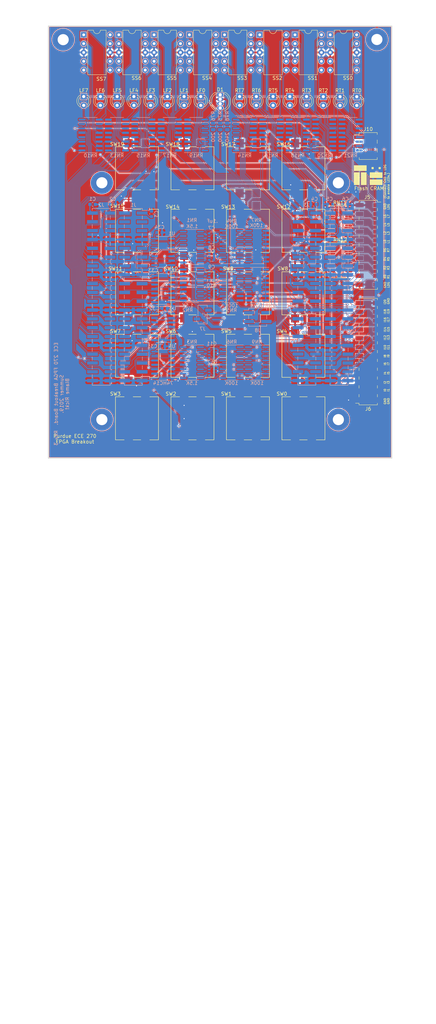
<source format=kicad_pcb>
(kicad_pcb (version 20171130) (host pcbnew 5.1.2-f72e74a~84~ubuntu18.04.1)
  (layers (0 F.Cu signal) (31 B.Cu signal) (34 B.Paste user) (35 F.Paste user) (36 B.SilkS user) (37 F.SilkS user) (38 B.Mask user) (39 F.Mask user) (44 Edge.Cuts user))
  (net 0 "")
  (net 1 GND)
  (net 2 "Net-(D1-Pad1)")
  (net 3 "Net-(D1-Pad3)")
  (net 4 "Net-(D1-Pad4)")
  (net 5 +3V3)
  (net 6 "Net-(J5-Pad5)")
  (net 7 "Net-(J5-Pad7)")
  (net 8 "Net-(J5-Pad9)")
  (net 9 "Net-(J5-Pad11)")
  (net 10 "Net-(J5-Pad13)")
  (net 11 "Net-(J5-Pad15)")
  (net 12 "Net-(J5-Pad17)")
  (net 13 "Net-(J5-Pad6)")
  (net 14 "Net-(J5-Pad8)")
  (net 15 "Net-(J5-Pad10)")
  (net 16 "Net-(J5-Pad12)")
  (net 17 "Net-(J5-Pad14)")
  (net 18 "Net-(J5-Pad16)")
  (net 19 "Net-(J5-Pad18)")
  (net 20 "Net-(LF0-Pad2)")
  (net 21 "Net-(LF1-Pad2)")
  (net 22 "Net-(LF2-Pad2)")
  (net 23 "Net-(LF3-Pad2)")
  (net 24 "Net-(LF4-Pad2)")
  (net 25 "Net-(LF5-Pad2)")
  (net 26 "Net-(LF6-Pad2)")
  (net 27 "Net-(LF7-Pad2)")
  (net 28 "Net-(J5-Pad3)")
  (net 29 "Net-(J5-Pad4)")
  (net 30 /IO1)
  (net 31 /IO0)
  (net 32 /IO2)
  (net 33 /IO3)
  (net 34 PB5)
  (net 35 PB4)
  (net 36 PB6)
  (net 37 PB1)
  (net 38 PB7)
  (net 39 PB0)
  (net 40 PB8)
  (net 41 PB2)
  (net 42 PB9)
  (net 43 PB3)
  (net 44 PB11)
  (net 45 PB10)
  (net 46 PB13)
  (net 47 PB12)
  (net 48 PB15)
  (net 49 PB14)
  (net 50 PB17)
  (net 51 PB16)
  (net 52 PB19)
  (net 53 PB18)
  (net 54 PB20)
  (net 55 SS57)
  (net 56 SS50)
  (net 57 LF2)
  (net 58 SS56)
  (net 59 SS55)
  (net 60 SS54)
  (net 61 SS53)
  (net 62 LF3)
  (net 63 SS67)
  (net 64 SS62)
  (net 65 SS61)
  (net 66 SS60)
  (net 67 LF4)
  (net 68 SS66)
  (net 69 SS65)
  (net 70 SS64)
  (net 71 SS63)
  (net 72 LF5)
  (net 73 SS77)
  (net 74 SS72)
  (net 75 SS71)
  (net 76 SS70)
  (net 77 LF6)
  (net 78 SS76)
  (net 79 SS75)
  (net 80 SS74)
  (net 81 SS73)
  (net 82 LF7)
  (net 83 SS26)
  (net 84 SS25)
  (net 85 SS24)
  (net 86 SS23)
  (net 87 RT6)
  (net 88 SS37)
  (net 89 SS32)
  (net 90 SS31)
  (net 91 SS30)
  (net 92 RT7)
  (net 93 SS36)
  (net 94 SS35)
  (net 95 SS34)
  (net 96 SS33)
  (net 97 RGB_R)
  (net 98 RGB_B)
  (net 99 RGB_G)
  (net 100 SS47)
  (net 101 SS42)
  (net 102 SS41)
  (net 103 SS40)
  (net 104 LF0)
  (net 105 SS46)
  (net 106 SS45)
  (net 107 SS44)
  (net 108 SS43)
  (net 109 LF1)
  (net 110 SS52)
  (net 111 SS51)
  (net 112 SS07)
  (net 113 RT0)
  (net 114 SS01)
  (net 115 SS02)
  (net 116 RT1)
  (net 117 SS00)
  (net 118 SS05)
  (net 119 SS06)
  (net 120 SS03)
  (net 121 SS04)
  (net 122 SS17)
  (net 123 RT2)
  (net 124 SS12)
  (net 125 SS10)
  (net 126 SS11)
  (net 127 SS16)
  (net 128 RT3)
  (net 129 SS14)
  (net 130 SS15)
  (net 131 RT4)
  (net 132 SS13)
  (net 133 SS22)
  (net 134 SS27)
  (net 135 SS20)
  (net 136 SS21)
  (net 137 RT5)
  (net 138 LGND)
  (net 139 RGND)
  (net 140 IN19)
  (net 141 IN17)
  (net 142 IN15)
  (net 143 IN13)
  (net 144 IN11)
  (net 145 IN9)
  (net 146 IN7)
  (net 147 IN5)
  (net 148 IN3)
  (net 149 IN1)
  (net 150 IN20)
  (net 151 IN18)
  (net 152 IN16)
  (net 153 IN14)
  (net 154 IN12)
  (net 155 IN10)
  (net 156 IN8)
  (net 157 IN6)
  (net 158 IN4)
  (net 159 IN2)
  (net 160 IN0)
  (net 161 SW19)
  (net 162 SW18)
  (net 163 SW17)
  (net 164 SW16)
  (net 165 SW15)
  (net 166 SW14)
  (net 167 SW13)
  (net 168 SW12)
  (net 169 SW11)
  (net 170 SW10)
  (net 171 SW9)
  (net 172 SW8)
  (net 173 SW7)
  (net 174 SW6)
  (net 175 SW5)
  (net 176 SW4)
  (net 177 SW3)
  (net 178 SW2)
  (net 179 SW1)
  (net 180 SW0)
  (net 181 /leds/SSD7)
  (net 182 /leds/SSE7)
  (net 183 /leds/SSF7)
  (net 184 /leds/SSG7)
  (net 185 /leds/SSA7)
  (net 186 /leds/SSB7)
  (net 187 /leds/SSC7)
  (net 188 /leds/SSP7)
  (net 189 /leds/SSD6)
  (net 190 /leds/SSE6)
  (net 191 /leds/SSF6)
  (net 192 /leds/SSG6)
  (net 193 /leds/SSD3)
  (net 194 /leds/SSE3)
  (net 195 /leds/SSF3)
  (net 196 /leds/SSG3)
  (net 197 "Net-(RN14-Pad12)")
  (net 198 /leds/SSA3)
  (net 199 /leds/SSB3)
  (net 200 /leds/SSC3)
  (net 201 /leds/SSA6)
  (net 202 /leds/SSB6)
  (net 203 /leds/SSC6)
  (net 204 /leds/SSP6)
  (net 205 /leds/SSD5)
  (net 206 /leds/SSE5)
  (net 207 /leds/SSF5)
  (net 208 /leds/SSP3)
  (net 209 "Net-(RN16-Pad15)")
  (net 210 /leds/SSD2)
  (net 211 /leds/SSE2)
  (net 212 /leds/SSF2)
  (net 213 /leds/SSG2)
  (net 214 "Net-(RN16-Pad10)")
  (net 215 /leds/SSA2)
  (net 216 /leds/SSG5)
  (net 217 /leds/SSA5)
  (net 218 /leds/SSB5)
  (net 219 /leds/SSC5)
  (net 220 /leds/SSP5)
  (net 221 /leds/SSD4)
  (net 222 /leds/SSB2)
  (net 223 /leds/SSC2)
  (net 224 /leds/SSP2)
  (net 225 "Net-(RN18-Pad13)")
  (net 226 /leds/SSD1)
  (net 227 /leds/SSE1)
  (net 228 /leds/SSF1)
  (net 229 /leds/SSG1)
  (net 230 /leds/SSE4)
  (net 231 /leds/SSF4)
  (net 232 /leds/SSG4)
  (net 233 /leds/SSA4)
  (net 234 /leds/SSB4)
  (net 235 /leds/SSC4)
  (net 236 /leds/SSP4)
  (net 237 "Net-(RN20-Pad16)")
  (net 238 /leds/SSA1)
  (net 239 /leds/SSB1)
  (net 240 /leds/SSC1)
  (net 241 /leds/SSP1)
  (net 242 "Net-(RN20-Pad11)")
  (net 243 /leds/SSD0)
  (net 244 /leds/SSE0)
  (net 245 /leds/SSF0)
  (net 246 /leds/SSG0)
  (net 247 "Net-(RN21-Pad14)")
  (net 248 /leds/SSA0)
  (net 249 /leds/SSB0)
  (net 250 /leds/SSC0)
  (net 251 /leds/SSP0)
  (net 252 "Net-(RN21-Pad9)")
  (net 253 "Net-(U1-Pad12)")
  (net 254 "Net-(U1-Pad4)")
  (net 255 "Net-(U1-Pad2)")
  (net 256 /1.2V)
  (net 257 "/B10(Rx)")
  (net 258 "/(Tx)B12")
  (net 259 "/(RTSn)B13")
  (net 260 "/B14(DSRn)")
  (net 261 "/(CTSn)A15")
  (net 262 "/B15(DCDn)")
  (net 263 "/(DTRn)A16")
  (net 264 "/J3(12MHz)")
  (net 265 "Net-(J10-Pad3)")
  (net 266 "Net-(J10-Pad4)")
  (net 267 "Net-(J10-Pad1)")
  (net 268 "Net-(J10-Pad2)")
  (net 269 "Net-(RN1-Pad16)")
  (net 270 "Net-(RN1-Pad15)")
  (net 271 "Net-(RN1-Pad14)")
  (net 272 "Net-(RN4-Pad4)")
  (net 273 "Net-(RN4-Pad3)")
  (net 274 "Net-(RN4-Pad2)")
  (net 275 "Net-(RN4-Pad1)")
  (net 276 "Net-(J10-Pad6)")
  (net 277 "Net-(J10-Pad5)")
  (net 278 "Net-(C7-Pad7)")
  (net 279 "Net-(C7-Pad8)")
  (net 280 "Net-(C7-Pad6)")
  (net 281 "Net-(C7-Pad5)")
  (net 282 "Net-(C8-Pad7)")
  (net 283 "Net-(C8-Pad8)")
  (net 284 "Net-(C8-Pad6)")
  (net 285 "Net-(C8-Pad5)")
  (net 286 "Net-(C9-Pad7)")
  (net 287 "Net-(C9-Pad8)")
  (net 288 "Net-(C9-Pad6)")
  (net 289 "Net-(C9-Pad5)")
  (net 290 "Net-(C10-Pad7)")
  (net 291 "Net-(C10-Pad8)")
  (net 292 "Net-(C10-Pad6)")
  (net 293 "Net-(C10-Pad5)")
  (net 294 "Net-(C11-Pad7)")
  (net 295 "Net-(C11-Pad8)")
  (net 296 "Net-(C11-Pad6)")
  (net 297 "Net-(C11-Pad5)")
  (net 298 "Net-(C12-Pad7)")
  (net 299 "Net-(C12-Pad8)")
  (net 300 "Net-(C12-Pad6)")
  (net 301 "Net-(C12-Pad5)")
  (module Resistor_SMD:R_Array_Convex_4x0612 (layer B.Cu) (at 82.64502 162.84574 180)
    (fp_text reference C12 (at -0.192 2.54) (layer B.SilkS) (effects (justify mirror)))
    (fp_text value .1uF)
    (pad 1 smd rect (at -0.7 1.27 180) (size 0.7 0.64) (layers B.Cu B.Paste B.Mask) (net 1 GND))
    (pad 3 smd rect (at -0.7 -0.4 180) (size 0.7 0.5) (layers B.Cu B.Paste B.Mask) (net 1 GND))
    (pad 2 smd rect (at -0.7 0.4 180) (size 0.7 0.5) (layers B.Cu B.Paste B.Mask) (net 1 GND))
    (pad 4 smd rect (at -0.7 -1.27 180) (size 0.7 0.64) (layers B.Cu B.Paste B.Mask) (net 1 GND))
    (pad 7 smd rect (at 0.7 0.4 180) (size 0.7 0.5) (layers B.Cu B.Paste B.Mask) (net 298 "Net-(C12-Pad7)"))
    (pad 8 smd rect (at 0.7 1.27 180) (size 0.7 0.64) (layers B.Cu B.Paste B.Mask) (net 299 "Net-(C12-Pad8)"))
    (pad 6 smd rect (at 0.7 -0.4 180) (size 0.7 0.5) (layers B.Cu B.Paste B.Mask) (net 300 "Net-(C12-Pad6)"))
    (pad 5 smd rect (at 0.7 -1.27 180) (size 0.7 0.64) (layers B.Cu B.Paste B.Mask) (net 301 "Net-(C12-Pad5)"))
  )
  (module Resistor_SMD:R_Array_Convex_4x0612 (layer B.Cu) (at 82.64502 157.76574 180)
    (fp_text reference C11 (at 0 2.8) (layer B.SilkS) (effects (justify mirror)))
    (fp_text value .1uF)
    (pad 1 smd rect (at -0.7 1.27 180) (size 0.7 0.64) (layers B.Cu B.Paste B.Mask) (net 1 GND))
    (pad 3 smd rect (at -0.7 -0.4 180) (size 0.7 0.5) (layers B.Cu B.Paste B.Mask) (net 1 GND))
    (pad 2 smd rect (at -0.7 0.4 180) (size 0.7 0.5) (layers B.Cu B.Paste B.Mask) (net 1 GND))
    (pad 4 smd rect (at -0.7 -1.27 180) (size 0.7 0.64) (layers B.Cu B.Paste B.Mask) (net 1 GND))
    (pad 7 smd rect (at 0.7 0.4 180) (size 0.7 0.5) (layers B.Cu B.Paste B.Mask) (net 294 "Net-(C11-Pad7)"))
    (pad 8 smd rect (at 0.7 1.27 180) (size 0.7 0.64) (layers B.Cu B.Paste B.Mask) (net 295 "Net-(C11-Pad8)"))
    (pad 6 smd rect (at 0.7 -0.4 180) (size 0.7 0.5) (layers B.Cu B.Paste B.Mask) (net 296 "Net-(C11-Pad6)"))
    (pad 5 smd rect (at 0.7 -1.27 180) (size 0.7 0.64) (layers B.Cu B.Paste B.Mask) (net 297 "Net-(C11-Pad5)"))
  )
  (module Resistor_SMD:R_Array_Convex_4x0612 (layer B.Cu) (at 82.64502 140.49374 180)
    (fp_text reference C10 (at 0 2.286) (layer B.SilkS) (effects (justify mirror)))
    (fp_text value .1uF)
    (pad 1 smd rect (at -0.7 1.27 180) (size 0.7 0.64) (layers B.Cu B.Paste B.Mask) (net 1 GND))
    (pad 3 smd rect (at -0.7 -0.4 180) (size 0.7 0.5) (layers B.Cu B.Paste B.Mask) (net 1 GND))
    (pad 2 smd rect (at -0.7 0.4 180) (size 0.7 0.5) (layers B.Cu B.Paste B.Mask) (net 1 GND))
    (pad 4 smd rect (at -0.7 -1.27 180) (size 0.7 0.64) (layers B.Cu B.Paste B.Mask) (net 1 GND))
    (pad 7 smd rect (at 0.7 0.4 180) (size 0.7 0.5) (layers B.Cu B.Paste B.Mask) (net 290 "Net-(C10-Pad7)"))
    (pad 8 smd rect (at 0.7 1.27 180) (size 0.7 0.64) (layers B.Cu B.Paste B.Mask) (net 291 "Net-(C10-Pad8)"))
    (pad 6 smd rect (at 0.7 -0.4 180) (size 0.7 0.5) (layers B.Cu B.Paste B.Mask) (net 292 "Net-(C10-Pad6)"))
    (pad 5 smd rect (at 0.7 -1.27 180) (size 0.7 0.64) (layers B.Cu B.Paste B.Mask) (net 293 "Net-(C10-Pad5)"))
  )
  (module Resistor_SMD:R_Array_Convex_4x0612 (layer B.Cu) (at 82.64502 135.41374 180)
    (fp_text reference C9 (at 0 2.54) (layer B.SilkS) (effects (justify mirror)))
    (fp_text value .1uF)
    (pad 1 smd rect (at -0.7 1.27 180) (size 0.7 0.64) (layers B.Cu B.Paste B.Mask) (net 1 GND))
    (pad 3 smd rect (at -0.7 -0.4 180) (size 0.7 0.5) (layers B.Cu B.Paste B.Mask) (net 1 GND))
    (pad 2 smd rect (at -0.7 0.4 180) (size 0.7 0.5) (layers B.Cu B.Paste B.Mask) (net 1 GND))
    (pad 4 smd rect (at -0.7 -1.27 180) (size 0.7 0.64) (layers B.Cu B.Paste B.Mask) (net 1 GND))
    (pad 7 smd rect (at 0.7 0.4 180) (size 0.7 0.5) (layers B.Cu B.Paste B.Mask) (net 286 "Net-(C9-Pad7)"))
    (pad 8 smd rect (at 0.7 1.27 180) (size 0.7 0.64) (layers B.Cu B.Paste B.Mask) (net 287 "Net-(C9-Pad8)"))
    (pad 6 smd rect (at 0.7 -0.4 180) (size 0.7 0.5) (layers B.Cu B.Paste B.Mask) (net 288 "Net-(C9-Pad6)"))
    (pad 5 smd rect (at 0.7 -1.27 180) (size 0.7 0.64) (layers B.Cu B.Paste B.Mask) (net 289 "Net-(C9-Pad5)"))
  )
  (module Resistor_SMD:R_Array_Convex_4x0612 (layer B.Cu) (at 82.64502 129.57174 180)
    (fp_text reference C8 (at 0 2.286) (layer B.SilkS) (effects (justify mirror)))
    (fp_text value .1uF)
    (pad 1 smd rect (at -0.7 1.27 180) (size 0.7 0.64) (layers B.Cu B.Paste B.Mask) (net 1 GND))
    (pad 3 smd rect (at -0.7 -0.4 180) (size 0.7 0.5) (layers B.Cu B.Paste B.Mask) (net 1 GND))
    (pad 2 smd rect (at -0.7 0.4 180) (size 0.7 0.5) (layers B.Cu B.Paste B.Mask) (net 1 GND))
    (pad 4 smd rect (at -0.7 -1.27 180) (size 0.7 0.64) (layers B.Cu B.Paste B.Mask) (net 1 GND))
    (pad 7 smd rect (at 0.7 0.4 180) (size 0.7 0.5) (layers B.Cu B.Paste B.Mask) (net 282 "Net-(C8-Pad7)"))
    (pad 8 smd rect (at 0.7 1.27 180) (size 0.7 0.64) (layers B.Cu B.Paste B.Mask) (net 283 "Net-(C8-Pad8)"))
    (pad 6 smd rect (at 0.7 -0.4 180) (size 0.7 0.5) (layers B.Cu B.Paste B.Mask) (net 284 "Net-(C8-Pad6)"))
    (pad 5 smd rect (at 0.7 -1.27 180) (size 0.7 0.64) (layers B.Cu B.Paste B.Mask) (net 285 "Net-(C8-Pad5)"))
  )
  (module Resistor_SMD:R_Array_Convex_4x0612 (layer B.Cu) (at 82.64502 124.49174 180)
    (fp_text reference C7 (at 0 2.8) (layer B.SilkS) (effects (justify mirror)))
    (fp_text value .1uF)
    (pad 1 smd rect (at -0.7 1.27 180) (size 0.7 0.64) (layers B.Cu B.Paste B.Mask) (net 1 GND))
    (pad 3 smd rect (at -0.7 -0.4 180) (size 0.7 0.5) (layers B.Cu B.Paste B.Mask) (net 1 GND))
    (pad 2 smd rect (at -0.7 0.4 180) (size 0.7 0.5) (layers B.Cu B.Paste B.Mask) (net 1 GND))
    (pad 4 smd rect (at -0.7 -1.27 180) (size 0.7 0.64) (layers B.Cu B.Paste B.Mask) (net 1 GND))
    (pad 7 smd rect (at 0.7 0.4 180) (size 0.7 0.5) (layers B.Cu B.Paste B.Mask) (net 278 "Net-(C7-Pad7)"))
    (pad 8 smd rect (at 0.7 1.27 180) (size 0.7 0.64) (layers B.Cu B.Paste B.Mask) (net 279 "Net-(C7-Pad8)"))
    (pad 6 smd rect (at 0.7 -0.4 180) (size 0.7 0.5) (layers B.Cu B.Paste B.Mask) (net 280 "Net-(C7-Pad6)"))
    (pad 5 smd rect (at 0.7 -1.27 180) (size 0.7 0.64) (layers B.Cu B.Paste B.Mask) (net 281 "Net-(C7-Pad5)"))
  )
  (module Rick_Footprints:SW_SPST_B3FS-4052P (layer F.Cu) (at 77.115 158.475 90)
    (fp_text reference SW6 (at 7.078 -6.224 180) (layer F.SilkS))
    (fp_text value SW_Push)
    (pad 1 smd rect (at 7.2 -2.4 180) (size 2.3 2.4) (layers F.Cu F.Paste F.Mask) (net 1 GND))
    (pad 1 smd rect (at -7.2 -2.4 180) (size 2.3 2.4) (layers F.Cu F.Paste F.Mask) (net 1 GND))
    (pad 2 smd rect (at 7.2 2.4 180) (size 2.3 2.4) (layers F.Cu F.Paste F.Mask) (net 174 SW6))
    (pad 2 smd rect (at -7.2 2.4 180) (size 2.3 2.4) (layers F.Cu F.Paste F.Mask) (net 174 SW6))
  )
  (module Rick_Footprints:SW_SPST_B3FS-4052P (layer F.Cu) (at 77.115 122.475 90)
    (fp_text reference SW14 (at 6.892 -5.716 180) (layer F.SilkS))
    (fp_text value SW_Push)
    (pad 1 smd rect (at 7.2 -2.4 180) (size 2.3 2.4) (layers F.Cu F.Paste F.Mask) (net 1 GND))
    (pad 1 smd rect (at -7.2 -2.4 180) (size 2.3 2.4) (layers F.Cu F.Paste F.Mask) (net 1 GND))
    (pad 2 smd rect (at 7.2 2.4 180) (size 2.3 2.4) (layers F.Cu F.Paste F.Mask) (net 166 SW14))
    (pad 2 smd rect (at -7.2 2.4 180) (size 2.3 2.4) (layers F.Cu F.Paste F.Mask) (net 166 SW14))
  )
  (module Rick_Footprints:SW_SPST_B3FS-4052P (layer F.Cu) (at 77.115 140.475 90)
    (fp_text reference SW10 (at 7.112 -6.224 180) (layer F.SilkS))
    (fp_text value SW_Push)
    (pad 2 smd rect (at -7.2 2.4 180) (size 2.3 2.4) (layers F.Cu F.Paste F.Mask) (net 170 SW10))
    (pad 2 smd rect (at 7.2 2.4 180) (size 2.3 2.4) (layers F.Cu F.Paste F.Mask) (net 170 SW10))
    (pad 1 smd rect (at -7.2 -2.4 180) (size 2.3 2.4) (layers F.Cu F.Paste F.Mask) (net 1 GND))
    (pad 1 smd rect (at 7.2 -2.4 180) (size 2.3 2.4) (layers F.Cu F.Paste F.Mask) (net 1 GND))
  )
  (module Connector_PinSocket_2.54mm:PinSocket_2x02_P2.54mm_Vertical_SMD (layer B.Cu) (at 95.91802 147.35174 180)
    (fp_text reference J8 (at 0 -3.81) (layer B.SilkS) (effects (justify mirror)))
    (fp_text value Conn_02x02_Odd_Even)
    (pad 4 smd rect (at -2.52 -1.27 180) (size 3 1) (layers B.Cu B.Paste B.Mask) (net 276 "Net-(J10-Pad6)"))
    (pad 3 smd rect (at 2.52 -1.27 180) (size 3 1) (layers B.Cu B.Paste B.Mask) (net 277 "Net-(J10-Pad5)"))
    (pad 2 smd rect (at -2.52 1.27 180) (size 3 1) (layers B.Cu B.Paste B.Mask) (net 266 "Net-(J10-Pad4)"))
    (pad 1 smd rect (at 2.52 1.27 180) (size 3 1) (layers B.Cu B.Paste B.Mask) (net 265 "Net-(J10-Pad3)"))
  )
  (module Connector_PinHeader_2.54mm:PinHeader_2x03_P2.54mm_Vertical_SMD (layer F.Cu) (at 127.79502 98.07574)
    (fp_text reference J10 (at 0 -4.87) (layer F.SilkS))
    (fp_text value Conn_02x03_Odd_Even)
    (pad 6 smd rect (at 2.525 2.54) (size 3.15 1) (layers F.Cu F.Paste F.Mask) (net 276 "Net-(J10-Pad6)"))
    (pad 5 smd rect (at -2.525 2.54) (size 3.15 1) (layers F.Cu F.Paste F.Mask) (net 277 "Net-(J10-Pad5)"))
    (pad 4 smd rect (at 2.525 0) (size 3.15 1) (layers F.Cu F.Paste F.Mask) (net 266 "Net-(J10-Pad4)"))
    (pad 3 smd rect (at -2.525 0) (size 3.15 1) (layers F.Cu F.Paste F.Mask) (net 265 "Net-(J10-Pad3)"))
    (pad 2 smd rect (at 2.525 -2.54) (size 3.15 1) (layers F.Cu F.Paste F.Mask) (net 268 "Net-(J10-Pad2)"))
    (pad 1 smd rect (at -2.525 -2.54) (size 3.15 1) (layers F.Cu F.Paste F.Mask) (net 267 "Net-(J10-Pad1)"))
  )
  (module Connector_PinSocket_2.54mm:PinSocket_1x02_P2.54mm_Vertical_SMD_Pin1Left (layer B.Cu) (at 80.04302 146.58974)
    (fp_text reference J7 (at 0 4.14) (layer B.SilkS) (effects (justify mirror)))
    (fp_text value Conn_01x02_Female)
    (pad 2 smd rect (at 1.65 -1.27) (size 1.9 1) (layers B.Cu B.Paste B.Mask) (net 267 "Net-(J10-Pad1)"))
    (pad 1 smd rect (at -1.65 1.27) (size 1.9 1) (layers B.Cu B.Paste B.Mask) (net 268 "Net-(J10-Pad2)"))
  )
  (module MountingHole:MountingHole_3.2mm_M3_Pad (layer F.Cu) (at 130.30302 67.39174)
    (fp_text reference REF** hide)
    (fp_text value MountingHole_3.2mm_M3_Pad)
    (pad 1 thru_hole circle (at 0 0) (size 6.4 6.4) (drill 3.2) (layers *.Cu *.Mask))
  )
  (module MountingHole:MountingHole_3.2mm_M3_Pad (layer F.Cu) (at 39.83302 67.44174)
    (fp_text reference REF** hide)
    (fp_text value MountingHole_3.2mm_M3_Pad)
    (pad 1 thru_hole circle (at 0 0) (size 6.4 6.4) (drill 3.2) (layers *.Cu *.Mask))
  )
  (module Package_SO:SOIC-14_3.9x8.7mm_P1.27mm (layer B.Cu) (at 68.67802 161.06774 180)
    (fp_text reference U4 (at -2.475 5.334) (layer B.SilkS) (effects (justify mirror)))
    (fp_text value 74HC14 (at 0 -5.28) (layer B.SilkS) (effects (justify mirror)))
    (pad 14 smd roundrect (at 2.475 3.81 180) (size 1.95 0.6) (layers B.Cu B.Paste B.Mask) (net 5 +3V3))
    (pad 13 smd roundrect (at 2.475 2.54 180) (size 1.95 0.6) (layers B.Cu B.Paste B.Mask) (net 158 IN4))
    (pad 12 smd roundrect (at 2.475 1.27 180) (size 1.95 0.6) (layers B.Cu B.Paste B.Mask) (net 35 PB4))
    (pad 11 smd roundrect (at 2.475 0 180) (size 1.95 0.6) (layers B.Cu B.Paste B.Mask) (net 159 IN2))
    (pad 10 smd roundrect (at 2.475 -1.27 180) (size 1.95 0.6) (layers B.Cu B.Paste B.Mask) (net 41 PB2))
    (pad 9 smd roundrect (at 2.475 -2.54 180) (size 1.95 0.6) (layers B.Cu B.Paste B.Mask) (net 160 IN0))
    (pad 8 smd roundrect (at 2.475 -3.81 180) (size 1.95 0.6) (layers B.Cu B.Paste B.Mask) (net 39 PB0))
    (pad 7 smd roundrect (at -2.475 -3.81 180) (size 1.95 0.6) (layers B.Cu B.Paste B.Mask) (net 1 GND))
    (pad 6 smd roundrect (at -2.475 -2.54 180) (size 1.95 0.6) (layers B.Cu B.Paste B.Mask) (net 37 PB1))
    (pad 5 smd roundrect (at -2.475 -1.27 180) (size 1.95 0.6) (layers B.Cu B.Paste B.Mask) (net 149 IN1))
    (pad 4 smd roundrect (at -2.475 0 180) (size 1.95 0.6) (layers B.Cu B.Paste B.Mask) (net 43 PB3))
    (pad 3 smd roundrect (at -2.475 1.27 180) (size 1.95 0.6) (layers B.Cu B.Paste B.Mask) (net 148 IN3))
    (pad 2 smd roundrect (at -2.475 2.54 180) (size 1.95 0.6) (layers B.Cu B.Paste B.Mask) (net 34 PB5))
    (pad 1 smd roundrect (at -2.475 3.81 180) (size 1.95 0.6) (layers B.Cu B.Paste B.Mask) (net 147 IN5))
  )
  (module Package_SO:SOIC-14_3.9x8.7mm_P1.27mm (layer B.Cu) (at 68.67802 150.14574 180)
    (fp_text reference U3 (at -2.729 5.28) (layer B.SilkS) (effects (justify mirror)))
    (fp_text value 74HC14)
    (pad 14 smd roundrect (at 2.475 3.81 180) (size 1.95 0.6) (layers B.Cu B.Paste B.Mask) (net 5 +3V3))
    (pad 13 smd roundrect (at 2.475 2.54 180) (size 1.95 0.6) (layers B.Cu B.Paste B.Mask) (net 155 IN10))
    (pad 12 smd roundrect (at 2.475 1.27 180) (size 1.95 0.6) (layers B.Cu B.Paste B.Mask) (net 45 PB10))
    (pad 11 smd roundrect (at 2.475 0 180) (size 1.95 0.6) (layers B.Cu B.Paste B.Mask) (net 156 IN8))
    (pad 10 smd roundrect (at 2.475 -1.27 180) (size 1.95 0.6) (layers B.Cu B.Paste B.Mask) (net 40 PB8))
    (pad 9 smd roundrect (at 2.475 -2.54 180) (size 1.95 0.6) (layers B.Cu B.Paste B.Mask) (net 157 IN6))
    (pad 8 smd roundrect (at 2.475 -3.81 180) (size 1.95 0.6) (layers B.Cu B.Paste B.Mask) (net 36 PB6))
    (pad 7 smd roundrect (at -2.475 -3.81 180) (size 1.95 0.6) (layers B.Cu B.Paste B.Mask) (net 1 GND))
    (pad 6 smd roundrect (at -2.475 -2.54 180) (size 1.95 0.6) (layers B.Cu B.Paste B.Mask) (net 38 PB7))
    (pad 5 smd roundrect (at -2.475 -1.27 180) (size 1.95 0.6) (layers B.Cu B.Paste B.Mask) (net 146 IN7))
    (pad 4 smd roundrect (at -2.475 0 180) (size 1.95 0.6) (layers B.Cu B.Paste B.Mask) (net 42 PB9))
    (pad 3 smd roundrect (at -2.475 1.27 180) (size 1.95 0.6) (layers B.Cu B.Paste B.Mask) (net 145 IN9))
    (pad 2 smd roundrect (at -2.475 2.54 180) (size 1.95 0.6) (layers B.Cu B.Paste B.Mask) (net 44 PB11))
    (pad 1 smd roundrect (at -2.475 3.81 180) (size 1.95 0.6) (layers B.Cu B.Paste B.Mask) (net 144 IN11))
  )
  (module Package_SO:SOIC-14_3.9x8.7mm_P1.27mm (layer B.Cu) (at 68.67802 139.22374 180)
    (fp_text reference U2 (at -2.729 5.334) (layer B.SilkS) (effects (justify mirror)))
    (fp_text value 74HC14)
    (pad 14 smd roundrect (at 2.475 3.81 180) (size 1.95 0.6) (layers B.Cu B.Paste B.Mask) (net 5 +3V3))
    (pad 13 smd roundrect (at 2.475 2.54 180) (size 1.95 0.6) (layers B.Cu B.Paste B.Mask) (net 152 IN16))
    (pad 12 smd roundrect (at 2.475 1.27 180) (size 1.95 0.6) (layers B.Cu B.Paste B.Mask) (net 51 PB16))
    (pad 11 smd roundrect (at 2.475 0 180) (size 1.95 0.6) (layers B.Cu B.Paste B.Mask) (net 153 IN14))
    (pad 10 smd roundrect (at 2.475 -1.27 180) (size 1.95 0.6) (layers B.Cu B.Paste B.Mask) (net 49 PB14))
    (pad 9 smd roundrect (at 2.475 -2.54 180) (size 1.95 0.6) (layers B.Cu B.Paste B.Mask) (net 154 IN12))
    (pad 8 smd roundrect (at 2.475 -3.81 180) (size 1.95 0.6) (layers B.Cu B.Paste B.Mask) (net 47 PB12))
    (pad 7 smd roundrect (at -2.475 -3.81 180) (size 1.95 0.6) (layers B.Cu B.Paste B.Mask) (net 1 GND))
    (pad 6 smd roundrect (at -2.475 -2.54 180) (size 1.95 0.6) (layers B.Cu B.Paste B.Mask) (net 46 PB13))
    (pad 5 smd roundrect (at -2.475 -1.27 180) (size 1.95 0.6) (layers B.Cu B.Paste B.Mask) (net 143 IN13))
    (pad 4 smd roundrect (at -2.475 0 180) (size 1.95 0.6) (layers B.Cu B.Paste B.Mask) (net 48 PB15))
    (pad 3 smd roundrect (at -2.475 1.27 180) (size 1.95 0.6) (layers B.Cu B.Paste B.Mask) (net 142 IN15))
    (pad 2 smd roundrect (at -2.475 2.54 180) (size 1.95 0.6) (layers B.Cu B.Paste B.Mask) (net 50 PB17))
    (pad 1 smd roundrect (at -2.475 3.81 180) (size 1.95 0.6) (layers B.Cu B.Paste B.Mask) (net 141 IN17))
  )
  (module Package_SO:SOIC-14_3.9x8.7mm_P1.27mm (layer B.Cu) (at 68.67802 128.55574 180)
    (fp_text reference U1 (at -2.475 5.28) (layer B.SilkS) (effects (justify mirror)))
    (fp_text value 74HC14)
    (pad 14 smd roundrect (at 2.475 3.81 180) (size 1.95 0.6) (layers B.Cu B.Paste B.Mask) (net 5 +3V3))
    (pad 13 smd roundrect (at 2.475 2.54 180) (size 1.95 0.6) (layers B.Cu B.Paste B.Mask) (net 270 "Net-(RN1-Pad15)"))
    (pad 12 smd roundrect (at 2.475 1.27 180) (size 1.95 0.6) (layers B.Cu B.Paste B.Mask) (net 253 "Net-(U1-Pad12)"))
    (pad 11 smd roundrect (at 2.475 0 180) (size 1.95 0.6) (layers B.Cu B.Paste B.Mask) (net 150 IN20))
    (pad 10 smd roundrect (at 2.475 -1.27 180) (size 1.95 0.6) (layers B.Cu B.Paste B.Mask) (net 54 PB20))
    (pad 9 smd roundrect (at 2.475 -2.54 180) (size 1.95 0.6) (layers B.Cu B.Paste B.Mask) (net 151 IN18))
    (pad 8 smd roundrect (at 2.475 -3.81 180) (size 1.95 0.6) (layers B.Cu B.Paste B.Mask) (net 53 PB18))
    (pad 7 smd roundrect (at -2.475 -3.81 180) (size 1.95 0.6) (layers B.Cu B.Paste B.Mask) (net 1 GND))
    (pad 6 smd roundrect (at -2.475 -2.54 180) (size 1.95 0.6) (layers B.Cu B.Paste B.Mask) (net 52 PB19))
    (pad 5 smd roundrect (at -2.475 -1.27 180) (size 1.95 0.6) (layers B.Cu B.Paste B.Mask) (net 140 IN19))
    (pad 4 smd roundrect (at -2.475 0 180) (size 1.95 0.6) (layers B.Cu B.Paste B.Mask) (net 254 "Net-(U1-Pad4)"))
    (pad 3 smd roundrect (at -2.475 1.27 180) (size 1.95 0.6) (layers B.Cu B.Paste B.Mask) (net 271 "Net-(RN1-Pad14)"))
    (pad 2 smd roundrect (at -2.475 2.54 180) (size 1.95 0.6) (layers B.Cu B.Paste B.Mask) (net 255 "Net-(U1-Pad2)"))
    (pad 1 smd roundrect (at -2.475 3.81 180) (size 1.95 0.6) (layers B.Cu B.Paste B.Mask) (net 269 "Net-(RN1-Pad16)"))
  )
  (module Package_SO:SOIC-16_3.9x9.9mm_P1.27mm (layer B.Cu) (at 122.71502 94.90074)
    (fp_text reference RN21 (at 0 5.9) (layer B.SilkS) (effects (justify mirror)))
    (fp_text value 1.5K)
    (pad 16 smd roundrect (at 2.475 4.445) (size 1.95 0.6) (layers B.Cu B.Paste B.Mask) (net 245 /leds/SSF0))
    (pad 15 smd roundrect (at 2.475 3.175) (size 1.95 0.6) (layers B.Cu B.Paste B.Mask) (net 246 /leds/SSG0))
    (pad 14 smd roundrect (at 2.475 1.905) (size 1.95 0.6) (layers B.Cu B.Paste B.Mask) (net 247 "Net-(RN21-Pad14)"))
    (pad 13 smd roundrect (at 2.475 0.635) (size 1.95 0.6) (layers B.Cu B.Paste B.Mask) (net 248 /leds/SSA0))
    (pad 12 smd roundrect (at 2.475 -0.635) (size 1.95 0.6) (layers B.Cu B.Paste B.Mask) (net 249 /leds/SSB0))
    (pad 11 smd roundrect (at 2.475 -1.905) (size 1.95 0.6) (layers B.Cu B.Paste B.Mask) (net 250 /leds/SSC0))
    (pad 10 smd roundrect (at 2.475 -3.175) (size 1.95 0.6) (layers B.Cu B.Paste B.Mask) (net 251 /leds/SSP0))
    (pad 9 smd roundrect (at 2.475 -4.445) (size 1.95 0.6) (layers B.Cu B.Paste B.Mask) (net 252 "Net-(RN21-Pad9)"))
    (pad 8 smd roundrect (at -2.475 -4.445) (size 1.95 0.6) (layers B.Cu B.Paste B.Mask) (net 113 RT0))
    (pad 7 smd roundrect (at -2.475 -3.175) (size 1.95 0.6) (layers B.Cu B.Paste B.Mask) (net 112 SS07))
    (pad 6 smd roundrect (at -2.475 -1.905) (size 1.95 0.6) (layers B.Cu B.Paste B.Mask) (net 115 SS02))
    (pad 5 smd roundrect (at -2.475 -0.635) (size 1.95 0.6) (layers B.Cu B.Paste B.Mask) (net 114 SS01))
    (pad 4 smd roundrect (at -2.475 0.635) (size 1.95 0.6) (layers B.Cu B.Paste B.Mask) (net 117 SS00))
    (pad 3 smd roundrect (at -2.475 1.905) (size 1.95 0.6) (layers B.Cu B.Paste B.Mask) (net 116 RT1))
    (pad 2 smd roundrect (at -2.475 3.175) (size 1.95 0.6) (layers B.Cu B.Paste B.Mask) (net 119 SS06))
    (pad 1 smd roundrect (at -2.475 4.445) (size 1.95 0.6) (layers B.Cu B.Paste B.Mask) (net 118 SS05))
  )
  (module Package_SO:SOIC-16_3.9x9.9mm_P1.27mm (layer B.Cu) (at 115.09502 94.90074)
    (fp_text reference RN20 (at 0 5.9) (layer B.SilkS) (effects (justify mirror)))
    (fp_text value 1.5K)
    (pad 16 smd roundrect (at 2.475 4.445) (size 1.95 0.6) (layers B.Cu B.Paste B.Mask) (net 237 "Net-(RN20-Pad16)"))
    (pad 15 smd roundrect (at 2.475 3.175) (size 1.95 0.6) (layers B.Cu B.Paste B.Mask) (net 238 /leds/SSA1))
    (pad 14 smd roundrect (at 2.475 1.905) (size 1.95 0.6) (layers B.Cu B.Paste B.Mask) (net 239 /leds/SSB1))
    (pad 13 smd roundrect (at 2.475 0.635) (size 1.95 0.6) (layers B.Cu B.Paste B.Mask) (net 240 /leds/SSC1))
    (pad 12 smd roundrect (at 2.475 -0.635) (size 1.95 0.6) (layers B.Cu B.Paste B.Mask) (net 241 /leds/SSP1))
    (pad 11 smd roundrect (at 2.475 -1.905) (size 1.95 0.6) (layers B.Cu B.Paste B.Mask) (net 242 "Net-(RN20-Pad11)"))
    (pad 10 smd roundrect (at 2.475 -3.175) (size 1.95 0.6) (layers B.Cu B.Paste B.Mask) (net 243 /leds/SSD0))
    (pad 9 smd roundrect (at 2.475 -4.445) (size 1.95 0.6) (layers B.Cu B.Paste B.Mask) (net 244 /leds/SSE0))
    (pad 8 smd roundrect (at -2.475 -4.445) (size 1.95 0.6) (layers B.Cu B.Paste B.Mask) (net 121 SS04))
    (pad 7 smd roundrect (at -2.475 -3.175) (size 1.95 0.6) (layers B.Cu B.Paste B.Mask) (net 120 SS03))
    (pad 6 smd roundrect (at -2.475 -1.905) (size 1.95 0.6) (layers B.Cu B.Paste B.Mask) (net 123 RT2))
    (pad 5 smd roundrect (at -2.475 -0.635) (size 1.95 0.6) (layers B.Cu B.Paste B.Mask) (net 122 SS17))
    (pad 4 smd roundrect (at -2.475 0.635) (size 1.95 0.6) (layers B.Cu B.Paste B.Mask) (net 124 SS12))
    (pad 3 smd roundrect (at -2.475 1.905) (size 1.95 0.6) (layers B.Cu B.Paste B.Mask) (net 126 SS11))
    (pad 2 smd roundrect (at -2.475 3.175) (size 1.95 0.6) (layers B.Cu B.Paste B.Mask) (net 125 SS10))
    (pad 1 smd roundrect (at -2.475 4.445) (size 1.95 0.6) (layers B.Cu B.Paste B.Mask) (net 128 RT3))
  )
  (module Package_SO:SOIC-16_3.9x9.9mm_P1.27mm (layer B.Cu) (at 78.20002 94.90074)
    (fp_text reference RN19 (at 0 5.9) (layer B.SilkS) (effects (justify mirror)))
    (fp_text value 1.5K)
    (pad 16 smd roundrect (at 2.475 4.445) (size 1.95 0.6) (layers B.Cu B.Paste B.Mask) (net 230 /leds/SSE4))
    (pad 15 smd roundrect (at 2.475 3.175) (size 1.95 0.6) (layers B.Cu B.Paste B.Mask) (net 231 /leds/SSF4))
    (pad 14 smd roundrect (at 2.475 1.905) (size 1.95 0.6) (layers B.Cu B.Paste B.Mask) (net 232 /leds/SSG4))
    (pad 13 smd roundrect (at 2.475 0.635) (size 1.95 0.6) (layers B.Cu B.Paste B.Mask) (net 20 "Net-(LF0-Pad2)"))
    (pad 12 smd roundrect (at 2.475 -0.635) (size 1.95 0.6) (layers B.Cu B.Paste B.Mask) (net 233 /leds/SSA4))
    (pad 11 smd roundrect (at 2.475 -1.905) (size 1.95 0.6) (layers B.Cu B.Paste B.Mask) (net 234 /leds/SSB4))
    (pad 10 smd roundrect (at 2.475 -3.175) (size 1.95 0.6) (layers B.Cu B.Paste B.Mask) (net 235 /leds/SSC4))
    (pad 9 smd roundrect (at 2.475 -4.445) (size 1.95 0.6) (layers B.Cu B.Paste B.Mask) (net 236 /leds/SSP4))
    (pad 8 smd roundrect (at -2.475 -4.445) (size 1.95 0.6) (layers B.Cu B.Paste B.Mask) (net 100 SS47))
    (pad 7 smd roundrect (at -2.475 -3.175) (size 1.95 0.6) (layers B.Cu B.Paste B.Mask) (net 101 SS42))
    (pad 6 smd roundrect (at -2.475 -1.905) (size 1.95 0.6) (layers B.Cu B.Paste B.Mask) (net 102 SS41))
    (pad 5 smd roundrect (at -2.475 -0.635) (size 1.95 0.6) (layers B.Cu B.Paste B.Mask) (net 103 SS40))
    (pad 4 smd roundrect (at -2.475 0.635) (size 1.95 0.6) (layers B.Cu B.Paste B.Mask) (net 104 LF0))
    (pad 3 smd roundrect (at -2.475 1.905) (size 1.95 0.6) (layers B.Cu B.Paste B.Mask) (net 105 SS46))
    (pad 2 smd roundrect (at -2.475 3.175) (size 1.95 0.6) (layers B.Cu B.Paste B.Mask) (net 106 SS45))
    (pad 1 smd roundrect (at -2.475 4.445) (size 1.95 0.6) (layers B.Cu B.Paste B.Mask) (net 107 SS44))
  )
  (module Package_SO:SOIC-16_3.9x9.9mm_P1.27mm (layer B.Cu) (at 107.47502 94.90074)
    (fp_text reference RN18 (at 0 5.9) (layer B.SilkS) (effects (justify mirror)))
    (fp_text value 1.5K)
    (pad 16 smd roundrect (at 2.475 4.445) (size 1.95 0.6) (layers B.Cu B.Paste B.Mask) (net 222 /leds/SSB2))
    (pad 15 smd roundrect (at 2.475 3.175) (size 1.95 0.6) (layers B.Cu B.Paste B.Mask) (net 223 /leds/SSC2))
    (pad 14 smd roundrect (at 2.475 1.905) (size 1.95 0.6) (layers B.Cu B.Paste B.Mask) (net 224 /leds/SSP2))
    (pad 13 smd roundrect (at 2.475 0.635) (size 1.95 0.6) (layers B.Cu B.Paste B.Mask) (net 225 "Net-(RN18-Pad13)"))
    (pad 12 smd roundrect (at 2.475 -0.635) (size 1.95 0.6) (layers B.Cu B.Paste B.Mask) (net 226 /leds/SSD1))
    (pad 11 smd roundrect (at 2.475 -1.905) (size 1.95 0.6) (layers B.Cu B.Paste B.Mask) (net 227 /leds/SSE1))
    (pad 10 smd roundrect (at 2.475 -3.175) (size 1.95 0.6) (layers B.Cu B.Paste B.Mask) (net 228 /leds/SSF1))
    (pad 9 smd roundrect (at 2.475 -4.445) (size 1.95 0.6) (layers B.Cu B.Paste B.Mask) (net 229 /leds/SSG1))
    (pad 8 smd roundrect (at -2.475 -4.445) (size 1.95 0.6) (layers B.Cu B.Paste B.Mask) (net 127 SS16))
    (pad 7 smd roundrect (at -2.475 -3.175) (size 1.95 0.6) (layers B.Cu B.Paste B.Mask) (net 130 SS15))
    (pad 6 smd roundrect (at -2.475 -1.905) (size 1.95 0.6) (layers B.Cu B.Paste B.Mask) (net 129 SS14))
    (pad 5 smd roundrect (at -2.475 -0.635) (size 1.95 0.6) (layers B.Cu B.Paste B.Mask) (net 132 SS13))
    (pad 4 smd roundrect (at -2.475 0.635) (size 1.95 0.6) (layers B.Cu B.Paste B.Mask) (net 131 RT4))
    (pad 3 smd roundrect (at -2.475 1.905) (size 1.95 0.6) (layers B.Cu B.Paste B.Mask) (net 134 SS27))
    (pad 2 smd roundrect (at -2.475 3.175) (size 1.95 0.6) (layers B.Cu B.Paste B.Mask) (net 133 SS22))
    (pad 1 smd roundrect (at -2.475 4.445) (size 1.95 0.6) (layers B.Cu B.Paste B.Mask) (net 136 SS21))
  )
  (module Package_SO:SOIC-16_3.9x9.9mm_P1.27mm (layer B.Cu) (at 70.58002 94.90074)
    (fp_text reference RN17 (at 0 5.9) (layer B.SilkS) (effects (justify mirror)))
    (fp_text value 1.5K)
    (pad 16 smd roundrect (at 2.475 4.445) (size 1.95 0.6) (layers B.Cu B.Paste B.Mask) (net 216 /leds/SSG5))
    (pad 15 smd roundrect (at 2.475 3.175) (size 1.95 0.6) (layers B.Cu B.Paste B.Mask) (net 22 "Net-(LF2-Pad2)"))
    (pad 14 smd roundrect (at 2.475 1.905) (size 1.95 0.6) (layers B.Cu B.Paste B.Mask) (net 217 /leds/SSA5))
    (pad 13 smd roundrect (at 2.475 0.635) (size 1.95 0.6) (layers B.Cu B.Paste B.Mask) (net 218 /leds/SSB5))
    (pad 12 smd roundrect (at 2.475 -0.635) (size 1.95 0.6) (layers B.Cu B.Paste B.Mask) (net 219 /leds/SSC5))
    (pad 11 smd roundrect (at 2.475 -1.905) (size 1.95 0.6) (layers B.Cu B.Paste B.Mask) (net 220 /leds/SSP5))
    (pad 10 smd roundrect (at 2.475 -3.175) (size 1.95 0.6) (layers B.Cu B.Paste B.Mask) (net 21 "Net-(LF1-Pad2)"))
    (pad 9 smd roundrect (at 2.475 -4.445) (size 1.95 0.6) (layers B.Cu B.Paste B.Mask) (net 221 /leds/SSD4))
    (pad 8 smd roundrect (at -2.475 -4.445) (size 1.95 0.6) (layers B.Cu B.Paste B.Mask) (net 108 SS43))
    (pad 7 smd roundrect (at -2.475 -3.175) (size 1.95 0.6) (layers B.Cu B.Paste B.Mask) (net 109 LF1))
    (pad 6 smd roundrect (at -2.475 -1.905) (size 1.95 0.6) (layers B.Cu B.Paste B.Mask) (net 55 SS57))
    (pad 5 smd roundrect (at -2.475 -0.635) (size 1.95 0.6) (layers B.Cu B.Paste B.Mask) (net 110 SS52))
    (pad 4 smd roundrect (at -2.475 0.635) (size 1.95 0.6) (layers B.Cu B.Paste B.Mask) (net 111 SS51))
    (pad 3 smd roundrect (at -2.475 1.905) (size 1.95 0.6) (layers B.Cu B.Paste B.Mask) (net 56 SS50))
    (pad 2 smd roundrect (at -2.475 3.175) (size 1.95 0.6) (layers B.Cu B.Paste B.Mask) (net 57 LF2))
    (pad 1 smd roundrect (at -2.475 4.445) (size 1.95 0.6) (layers B.Cu B.Paste B.Mask) (net 58 SS56))
  )
  (module Package_SO:SOIC-16_3.9x9.9mm_P1.27mm (layer B.Cu) (at 99.85502 94.90074)
    (fp_text reference RN16 (at 0 5.9) (layer B.SilkS) (effects (justify mirror)))
    (fp_text value 1.5K)
    (pad 16 smd roundrect (at 2.475 4.445) (size 1.95 0.6) (layers B.Cu B.Paste B.Mask) (net 208 /leds/SSP3))
    (pad 15 smd roundrect (at 2.475 3.175) (size 1.95 0.6) (layers B.Cu B.Paste B.Mask) (net 209 "Net-(RN16-Pad15)"))
    (pad 14 smd roundrect (at 2.475 1.905) (size 1.95 0.6) (layers B.Cu B.Paste B.Mask) (net 210 /leds/SSD2))
    (pad 13 smd roundrect (at 2.475 0.635) (size 1.95 0.6) (layers B.Cu B.Paste B.Mask) (net 211 /leds/SSE2))
    (pad 12 smd roundrect (at 2.475 -0.635) (size 1.95 0.6) (layers B.Cu B.Paste B.Mask) (net 212 /leds/SSF2))
    (pad 11 smd roundrect (at 2.475 -1.905) (size 1.95 0.6) (layers B.Cu B.Paste B.Mask) (net 213 /leds/SSG2))
    (pad 10 smd roundrect (at 2.475 -3.175) (size 1.95 0.6) (layers B.Cu B.Paste B.Mask) (net 214 "Net-(RN16-Pad10)"))
    (pad 9 smd roundrect (at 2.475 -4.445) (size 1.95 0.6) (layers B.Cu B.Paste B.Mask) (net 215 /leds/SSA2))
    (pad 8 smd roundrect (at -2.475 -4.445) (size 1.95 0.6) (layers B.Cu B.Paste B.Mask) (net 135 SS20))
    (pad 7 smd roundrect (at -2.475 -3.175) (size 1.95 0.6) (layers B.Cu B.Paste B.Mask) (net 137 RT5))
    (pad 6 smd roundrect (at -2.475 -1.905) (size 1.95 0.6) (layers B.Cu B.Paste B.Mask) (net 83 SS26))
    (pad 5 smd roundrect (at -2.475 -0.635) (size 1.95 0.6) (layers B.Cu B.Paste B.Mask) (net 84 SS25))
    (pad 4 smd roundrect (at -2.475 0.635) (size 1.95 0.6) (layers B.Cu B.Paste B.Mask) (net 85 SS24))
    (pad 3 smd roundrect (at -2.475 1.905) (size 1.95 0.6) (layers B.Cu B.Paste B.Mask) (net 86 SS23))
    (pad 2 smd roundrect (at -2.475 3.175) (size 1.95 0.6) (layers B.Cu B.Paste B.Mask) (net 87 RT6))
    (pad 1 smd roundrect (at -2.475 4.445) (size 1.95 0.6) (layers B.Cu B.Paste B.Mask) (net 88 SS37))
  )
  (module Package_SO:SOIC-16_3.9x9.9mm_P1.27mm (layer B.Cu) (at 62.96002 94.90074)
    (fp_text reference RN15 (at 0 5.9) (layer B.SilkS) (effects (justify mirror)))
    (fp_text value 1.5K)
    (pad 16 smd roundrect (at 2.475 4.445) (size 1.95 0.6) (layers B.Cu B.Paste B.Mask) (net 201 /leds/SSA6))
    (pad 15 smd roundrect (at 2.475 3.175) (size 1.95 0.6) (layers B.Cu B.Paste B.Mask) (net 202 /leds/SSB6))
    (pad 14 smd roundrect (at 2.475 1.905) (size 1.95 0.6) (layers B.Cu B.Paste B.Mask) (net 203 /leds/SSC6))
    (pad 13 smd roundrect (at 2.475 0.635) (size 1.95 0.6) (layers B.Cu B.Paste B.Mask) (net 204 /leds/SSP6))
    (pad 12 smd roundrect (at 2.475 -0.635) (size 1.95 0.6) (layers B.Cu B.Paste B.Mask) (net 23 "Net-(LF3-Pad2)"))
    (pad 11 smd roundrect (at 2.475 -1.905) (size 1.95 0.6) (layers B.Cu B.Paste B.Mask) (net 205 /leds/SSD5))
    (pad 10 smd roundrect (at 2.475 -3.175) (size 1.95 0.6) (layers B.Cu B.Paste B.Mask) (net 206 /leds/SSE5))
    (pad 9 smd roundrect (at 2.475 -4.445) (size 1.95 0.6) (layers B.Cu B.Paste B.Mask) (net 207 /leds/SSF5))
    (pad 8 smd roundrect (at -2.475 -4.445) (size 1.95 0.6) (layers B.Cu B.Paste B.Mask) (net 59 SS55))
    (pad 7 smd roundrect (at -2.475 -3.175) (size 1.95 0.6) (layers B.Cu B.Paste B.Mask) (net 60 SS54))
    (pad 6 smd roundrect (at -2.475 -1.905) (size 1.95 0.6) (layers B.Cu B.Paste B.Mask) (net 61 SS53))
    (pad 5 smd roundrect (at -2.475 -0.635) (size 1.95 0.6) (layers B.Cu B.Paste B.Mask) (net 62 LF3))
    (pad 4 smd roundrect (at -2.475 0.635) (size 1.95 0.6) (layers B.Cu B.Paste B.Mask) (net 63 SS67))
    (pad 3 smd roundrect (at -2.475 1.905) (size 1.95 0.6) (layers B.Cu B.Paste B.Mask) (net 64 SS62))
    (pad 2 smd roundrect (at -2.475 3.175) (size 1.95 0.6) (layers B.Cu B.Paste B.Mask) (net 65 SS61))
    (pad 1 smd roundrect (at -2.475 4.445) (size 1.95 0.6) (layers B.Cu B.Paste B.Mask) (net 66 SS60))
  )
  (module Package_SO:SOIC-16_3.9x9.9mm_P1.27mm (layer B.Cu) (at 92.17002 94.90074)
    (fp_text reference RN14 (at 0 5.9) (layer B.SilkS) (effects (justify mirror)))
    (fp_text value 1.5K)
    (pad 16 smd roundrect (at 2.475 4.445) (size 1.95 0.6) (layers B.Cu B.Paste B.Mask) (net 193 /leds/SSD3))
    (pad 15 smd roundrect (at 2.475 3.175) (size 1.95 0.6) (layers B.Cu B.Paste B.Mask) (net 194 /leds/SSE3))
    (pad 14 smd roundrect (at 2.475 1.905) (size 1.95 0.6) (layers B.Cu B.Paste B.Mask) (net 195 /leds/SSF3))
    (pad 13 smd roundrect (at 2.475 0.635) (size 1.95 0.6) (layers B.Cu B.Paste B.Mask) (net 196 /leds/SSG3))
    (pad 12 smd roundrect (at 2.475 -0.635) (size 1.95 0.6) (layers B.Cu B.Paste B.Mask) (net 197 "Net-(RN14-Pad12)"))
    (pad 11 smd roundrect (at 2.475 -1.905) (size 1.95 0.6) (layers B.Cu B.Paste B.Mask) (net 198 /leds/SSA3))
    (pad 10 smd roundrect (at 2.475 -3.175) (size 1.95 0.6) (layers B.Cu B.Paste B.Mask) (net 199 /leds/SSB3))
    (pad 9 smd roundrect (at 2.475 -4.445) (size 1.95 0.6) (layers B.Cu B.Paste B.Mask) (net 200 /leds/SSC3))
    (pad 8 smd roundrect (at -2.475 -4.445) (size 1.95 0.6) (layers B.Cu B.Paste B.Mask) (net 89 SS32))
    (pad 7 smd roundrect (at -2.475 -3.175) (size 1.95 0.6) (layers B.Cu B.Paste B.Mask) (net 90 SS31))
    (pad 6 smd roundrect (at -2.475 -1.905) (size 1.95 0.6) (layers B.Cu B.Paste B.Mask) (net 91 SS30))
    (pad 5 smd roundrect (at -2.475 -0.635) (size 1.95 0.6) (layers B.Cu B.Paste B.Mask) (net 92 RT7))
    (pad 4 smd roundrect (at -2.475 0.635) (size 1.95 0.6) (layers B.Cu B.Paste B.Mask) (net 93 SS36))
    (pad 3 smd roundrect (at -2.475 1.905) (size 1.95 0.6) (layers B.Cu B.Paste B.Mask) (net 94 SS35))
    (pad 2 smd roundrect (at -2.475 3.175) (size 1.95 0.6) (layers B.Cu B.Paste B.Mask) (net 95 SS34))
    (pad 1 smd roundrect (at -2.475 4.445) (size 1.95 0.6) (layers B.Cu B.Paste B.Mask) (net 96 SS33))
  )
  (module Package_SO:SOIC-16_3.9x9.9mm_P1.27mm (layer B.Cu) (at 55.34002 94.90074)
    (fp_text reference RN13 (at 0 5.9) (layer B.SilkS) (effects (justify mirror)))
    (fp_text value 1.5K)
    (pad 16 smd roundrect (at 2.475 4.445) (size 1.95 0.6) (layers B.Cu B.Paste B.Mask) (net 187 /leds/SSC7))
    (pad 15 smd roundrect (at 2.475 3.175) (size 1.95 0.6) (layers B.Cu B.Paste B.Mask) (net 188 /leds/SSP7))
    (pad 14 smd roundrect (at 2.475 1.905) (size 1.95 0.6) (layers B.Cu B.Paste B.Mask) (net 25 "Net-(LF5-Pad2)"))
    (pad 13 smd roundrect (at 2.475 0.635) (size 1.95 0.6) (layers B.Cu B.Paste B.Mask) (net 189 /leds/SSD6))
    (pad 12 smd roundrect (at 2.475 -0.635) (size 1.95 0.6) (layers B.Cu B.Paste B.Mask) (net 190 /leds/SSE6))
    (pad 11 smd roundrect (at 2.475 -1.905) (size 1.95 0.6) (layers B.Cu B.Paste B.Mask) (net 191 /leds/SSF6))
    (pad 10 smd roundrect (at 2.475 -3.175) (size 1.95 0.6) (layers B.Cu B.Paste B.Mask) (net 192 /leds/SSG6))
    (pad 9 smd roundrect (at 2.475 -4.445) (size 1.95 0.6) (layers B.Cu B.Paste B.Mask) (net 24 "Net-(LF4-Pad2)"))
    (pad 8 smd roundrect (at -2.475 -4.445) (size 1.95 0.6) (layers B.Cu B.Paste B.Mask) (net 67 LF4))
    (pad 7 smd roundrect (at -2.475 -3.175) (size 1.95 0.6) (layers B.Cu B.Paste B.Mask) (net 68 SS66))
    (pad 6 smd roundrect (at -2.475 -1.905) (size 1.95 0.6) (layers B.Cu B.Paste B.Mask) (net 69 SS65))
    (pad 5 smd roundrect (at -2.475 -0.635) (size 1.95 0.6) (layers B.Cu B.Paste B.Mask) (net 70 SS64))
    (pad 4 smd roundrect (at -2.475 0.635) (size 1.95 0.6) (layers B.Cu B.Paste B.Mask) (net 71 SS63))
    (pad 3 smd roundrect (at -2.475 1.905) (size 1.95 0.6) (layers B.Cu B.Paste B.Mask) (net 72 LF5))
    (pad 2 smd roundrect (at -2.475 3.175) (size 1.95 0.6) (layers B.Cu B.Paste B.Mask) (net 73 SS77))
    (pad 1 smd roundrect (at -2.475 4.445) (size 1.95 0.6) (layers B.Cu B.Paste B.Mask) (net 74 SS72))
  )
  (module Package_SO:SOIC-16_3.9x9.9mm_P1.27mm (layer F.Cu) (at 119.73202 130.96874)
    (fp_text reference RN12 (at 0 -5.9) (layer F.SilkS))
    (fp_text value 1.5K)
    (pad 16 smd roundrect (at 2.475 -4.445) (size 1.95 0.6) (layers F.Cu F.Paste F.Mask) (net 9 "Net-(J5-Pad11)"))
    (pad 15 smd roundrect (at 2.475 -3.175) (size 1.95 0.6) (layers F.Cu F.Paste F.Mask) (net 16 "Net-(J5-Pad12)"))
    (pad 14 smd roundrect (at 2.475 -1.905) (size 1.95 0.6) (layers F.Cu F.Paste F.Mask) (net 10 "Net-(J5-Pad13)"))
    (pad 13 smd roundrect (at 2.475 -0.635) (size 1.95 0.6) (layers F.Cu F.Paste F.Mask) (net 17 "Net-(J5-Pad14)"))
    (pad 12 smd roundrect (at 2.475 0.635) (size 1.95 0.6) (layers F.Cu F.Paste F.Mask) (net 11 "Net-(J5-Pad15)"))
    (pad 11 smd roundrect (at 2.475 1.905) (size 1.95 0.6) (layers F.Cu F.Paste F.Mask) (net 18 "Net-(J5-Pad16)"))
    (pad 10 smd roundrect (at 2.475 3.175) (size 1.95 0.6) (layers F.Cu F.Paste F.Mask) (net 12 "Net-(J5-Pad17)"))
    (pad 9 smd roundrect (at 2.475 4.445) (size 1.95 0.6) (layers F.Cu F.Paste F.Mask) (net 19 "Net-(J5-Pad18)"))
    (pad 8 smd roundrect (at -2.475 4.445) (size 1.95 0.6) (layers F.Cu F.Paste F.Mask) (net 113 RT0))
    (pad 7 smd roundrect (at -2.475 3.175) (size 1.95 0.6) (layers F.Cu F.Paste F.Mask) (net 116 RT1))
    (pad 6 smd roundrect (at -2.475 1.905) (size 1.95 0.6) (layers F.Cu F.Paste F.Mask) (net 123 RT2))
    (pad 5 smd roundrect (at -2.475 0.635) (size 1.95 0.6) (layers F.Cu F.Paste F.Mask) (net 128 RT3))
    (pad 4 smd roundrect (at -2.475 -0.635) (size 1.95 0.6) (layers F.Cu F.Paste F.Mask) (net 131 RT4))
    (pad 3 smd roundrect (at -2.475 -1.905) (size 1.95 0.6) (layers F.Cu F.Paste F.Mask) (net 137 RT5))
    (pad 2 smd roundrect (at -2.475 -3.175) (size 1.95 0.6) (layers F.Cu F.Paste F.Mask) (net 87 RT6))
    (pad 1 smd roundrect (at -2.475 -4.445) (size 1.95 0.6) (layers F.Cu F.Paste F.Mask) (net 92 RT7))
  )
  (module Package_SO:SOIC-16_3.9x9.9mm_P1.27mm (layer F.Cu) (at 119.66702 120.30074)
    (fp_text reference RN11 (at 0 -5.9) (layer F.SilkS))
    (fp_text value 1.5K)
    (pad 16 smd roundrect (at 2.475 -4.445) (size 1.95 0.6) (layers F.Cu F.Paste F.Mask) (net 28 "Net-(J5-Pad3)"))
    (pad 15 smd roundrect (at 2.475 -3.175) (size 1.95 0.6) (layers F.Cu F.Paste F.Mask) (net 29 "Net-(J5-Pad4)"))
    (pad 14 smd roundrect (at 2.475 -1.905) (size 1.95 0.6) (layers F.Cu F.Paste F.Mask) (net 6 "Net-(J5-Pad5)"))
    (pad 13 smd roundrect (at 2.475 -0.635) (size 1.95 0.6) (layers F.Cu F.Paste F.Mask) (net 13 "Net-(J5-Pad6)"))
    (pad 12 smd roundrect (at 2.475 0.635) (size 1.95 0.6) (layers F.Cu F.Paste F.Mask) (net 7 "Net-(J5-Pad7)"))
    (pad 11 smd roundrect (at 2.475 1.905) (size 1.95 0.6) (layers F.Cu F.Paste F.Mask) (net 14 "Net-(J5-Pad8)"))
    (pad 10 smd roundrect (at 2.475 3.175) (size 1.95 0.6) (layers F.Cu F.Paste F.Mask) (net 8 "Net-(J5-Pad9)"))
    (pad 9 smd roundrect (at 2.475 4.445) (size 1.95 0.6) (layers F.Cu F.Paste F.Mask) (net 15 "Net-(J5-Pad10)"))
    (pad 8 smd roundrect (at -2.475 4.445) (size 1.95 0.6) (layers F.Cu F.Paste F.Mask) (net 104 LF0))
    (pad 7 smd roundrect (at -2.475 3.175) (size 1.95 0.6) (layers F.Cu F.Paste F.Mask) (net 109 LF1))
    (pad 6 smd roundrect (at -2.475 1.905) (size 1.95 0.6) (layers F.Cu F.Paste F.Mask) (net 57 LF2))
    (pad 5 smd roundrect (at -2.475 0.635) (size 1.95 0.6) (layers F.Cu F.Paste F.Mask) (net 62 LF3))
    (pad 4 smd roundrect (at -2.475 -0.635) (size 1.95 0.6) (layers F.Cu F.Paste F.Mask) (net 67 LF4))
    (pad 3 smd roundrect (at -2.475 -1.905) (size 1.95 0.6) (layers F.Cu F.Paste F.Mask) (net 72 LF5))
    (pad 2 smd roundrect (at -2.475 -3.175) (size 1.95 0.6) (layers F.Cu F.Paste F.Mask) (net 77 LF6))
    (pad 1 smd roundrect (at -2.475 -4.445) (size 1.95 0.6) (layers F.Cu F.Paste F.Mask) (net 82 LF7))
  )
  (module Package_SO:SOIC-16_3.9x9.9mm_P1.27mm (layer B.Cu) (at 47.72002 94.90074)
    (fp_text reference RN10 (at 0 5.9) (layer B.SilkS) (effects (justify mirror)))
    (fp_text value 1.5K)
    (pad 16 smd roundrect (at 2.475 4.445) (size 1.95 0.6) (layers B.Cu B.Paste B.Mask) (net 27 "Net-(LF7-Pad2)"))
    (pad 15 smd roundrect (at 2.475 3.175) (size 1.95 0.6) (layers B.Cu B.Paste B.Mask) (net 181 /leds/SSD7))
    (pad 14 smd roundrect (at 2.475 1.905) (size 1.95 0.6) (layers B.Cu B.Paste B.Mask) (net 182 /leds/SSE7))
    (pad 13 smd roundrect (at 2.475 0.635) (size 1.95 0.6) (layers B.Cu B.Paste B.Mask) (net 183 /leds/SSF7))
    (pad 12 smd roundrect (at 2.475 -0.635) (size 1.95 0.6) (layers B.Cu B.Paste B.Mask) (net 184 /leds/SSG7))
    (pad 11 smd roundrect (at 2.475 -1.905) (size 1.95 0.6) (layers B.Cu B.Paste B.Mask) (net 26 "Net-(LF6-Pad2)"))
    (pad 10 smd roundrect (at 2.475 -3.175) (size 1.95 0.6) (layers B.Cu B.Paste B.Mask) (net 185 /leds/SSA7))
    (pad 9 smd roundrect (at 2.475 -4.445) (size 1.95 0.6) (layers B.Cu B.Paste B.Mask) (net 186 /leds/SSB7))
    (pad 8 smd roundrect (at -2.475 -4.445) (size 1.95 0.6) (layers B.Cu B.Paste B.Mask) (net 75 SS71))
    (pad 7 smd roundrect (at -2.475 -3.175) (size 1.95 0.6) (layers B.Cu B.Paste B.Mask) (net 76 SS70))
    (pad 6 smd roundrect (at -2.475 -1.905) (size 1.95 0.6) (layers B.Cu B.Paste B.Mask) (net 77 LF6))
    (pad 5 smd roundrect (at -2.475 -0.635) (size 1.95 0.6) (layers B.Cu B.Paste B.Mask) (net 78 SS76))
    (pad 4 smd roundrect (at -2.475 0.635) (size 1.95 0.6) (layers B.Cu B.Paste B.Mask) (net 79 SS75))
    (pad 3 smd roundrect (at -2.475 1.905) (size 1.95 0.6) (layers B.Cu B.Paste B.Mask) (net 80 SS74))
    (pad 2 smd roundrect (at -2.475 3.175) (size 1.95 0.6) (layers B.Cu B.Paste B.Mask) (net 81 SS73))
    (pad 1 smd roundrect (at -2.475 4.445) (size 1.95 0.6) (layers B.Cu B.Paste B.Mask) (net 82 LF7))
  )
  (module Package_SO:SOIC-16_3.9x9.9mm_P1.27mm (layer B.Cu) (at 95.72602 160.43274 180)
    (fp_text reference RN9 (at 0 5.969) (layer B.SilkS) (effects (justify mirror)))
    (fp_text value 100K (at 0 -5.9) (layer B.SilkS) (effects (justify mirror)))
    (pad 16 smd roundrect (at 2.475 4.445 180) (size 1.95 0.6) (layers B.Cu B.Paste B.Mask) (net 173 SW7))
    (pad 15 smd roundrect (at 2.475 3.175 180) (size 1.95 0.6) (layers B.Cu B.Paste B.Mask) (net 174 SW6))
    (pad 14 smd roundrect (at 2.475 1.905 180) (size 1.95 0.6) (layers B.Cu B.Paste B.Mask) (net 175 SW5))
    (pad 13 smd roundrect (at 2.475 0.635 180) (size 1.95 0.6) (layers B.Cu B.Paste B.Mask) (net 176 SW4))
    (pad 12 smd roundrect (at 2.475 -0.635 180) (size 1.95 0.6) (layers B.Cu B.Paste B.Mask) (net 177 SW3))
    (pad 11 smd roundrect (at 2.475 -1.905 180) (size 1.95 0.6) (layers B.Cu B.Paste B.Mask) (net 178 SW2))
    (pad 10 smd roundrect (at 2.475 -3.175 180) (size 1.95 0.6) (layers B.Cu B.Paste B.Mask) (net 179 SW1))
    (pad 9 smd roundrect (at 2.475 -4.445 180) (size 1.95 0.6) (layers B.Cu B.Paste B.Mask) (net 180 SW0))
    (pad 8 smd roundrect (at -2.475 -4.445 180) (size 1.95 0.6) (layers B.Cu B.Paste B.Mask) (net 5 +3V3))
    (pad 7 smd roundrect (at -2.475 -3.175 180) (size 1.95 0.6) (layers B.Cu B.Paste B.Mask) (net 5 +3V3))
    (pad 6 smd roundrect (at -2.475 -1.905 180) (size 1.95 0.6) (layers B.Cu B.Paste B.Mask) (net 5 +3V3))
    (pad 5 smd roundrect (at -2.475 -0.635 180) (size 1.95 0.6) (layers B.Cu B.Paste B.Mask) (net 5 +3V3))
    (pad 4 smd roundrect (at -2.475 0.635 180) (size 1.95 0.6) (layers B.Cu B.Paste B.Mask) (net 5 +3V3))
    (pad 3 smd roundrect (at -2.475 1.905 180) (size 1.95 0.6) (layers B.Cu B.Paste B.Mask) (net 5 +3V3))
    (pad 2 smd roundrect (at -2.475 3.175 180) (size 1.95 0.6) (layers B.Cu B.Paste B.Mask) (net 5 +3V3))
    (pad 1 smd roundrect (at -2.475 4.445 180) (size 1.95 0.6) (layers B.Cu B.Paste B.Mask) (net 5 +3V3))
  )
  (module Package_SO:SOIC-16_3.9x9.9mm_P1.27mm (layer B.Cu) (at 95.72602 138.08074 180)
    (fp_text reference RN8 (at -3.875 -5.969) (layer B.SilkS) (effects (justify mirror)))
    (fp_text value 100K (at 0 -5.9) (layer B.SilkS) (effects (justify mirror)))
    (pad 16 smd roundrect (at 2.475 4.445 180) (size 1.95 0.6) (layers B.Cu B.Paste B.Mask) (net 165 SW15))
    (pad 15 smd roundrect (at 2.475 3.175 180) (size 1.95 0.6) (layers B.Cu B.Paste B.Mask) (net 166 SW14))
    (pad 14 smd roundrect (at 2.475 1.905 180) (size 1.95 0.6) (layers B.Cu B.Paste B.Mask) (net 167 SW13))
    (pad 13 smd roundrect (at 2.475 0.635 180) (size 1.95 0.6) (layers B.Cu B.Paste B.Mask) (net 168 SW12))
    (pad 12 smd roundrect (at 2.475 -0.635 180) (size 1.95 0.6) (layers B.Cu B.Paste B.Mask) (net 169 SW11))
    (pad 11 smd roundrect (at 2.475 -1.905 180) (size 1.95 0.6) (layers B.Cu B.Paste B.Mask) (net 170 SW10))
    (pad 10 smd roundrect (at 2.475 -3.175 180) (size 1.95 0.6) (layers B.Cu B.Paste B.Mask) (net 171 SW9))
    (pad 9 smd roundrect (at 2.475 -4.445 180) (size 1.95 0.6) (layers B.Cu B.Paste B.Mask) (net 172 SW8))
    (pad 8 smd roundrect (at -2.475 -4.445 180) (size 1.95 0.6) (layers B.Cu B.Paste B.Mask) (net 5 +3V3))
    (pad 7 smd roundrect (at -2.475 -3.175 180) (size 1.95 0.6) (layers B.Cu B.Paste B.Mask) (net 5 +3V3))
    (pad 6 smd roundrect (at -2.475 -1.905 180) (size 1.95 0.6) (layers B.Cu B.Paste B.Mask) (net 5 +3V3))
    (pad 5 smd roundrect (at -2.475 -0.635 180) (size 1.95 0.6) (layers B.Cu B.Paste B.Mask) (net 5 +3V3))
    (pad 4 smd roundrect (at -2.475 0.635 180) (size 1.95 0.6) (layers B.Cu B.Paste B.Mask) (net 5 +3V3))
    (pad 3 smd roundrect (at -2.475 1.905 180) (size 1.95 0.6) (layers B.Cu B.Paste B.Mask) (net 5 +3V3))
    (pad 2 smd roundrect (at -2.475 3.175 180) (size 1.95 0.6) (layers B.Cu B.Paste B.Mask) (net 5 +3V3))
    (pad 1 smd roundrect (at -2.475 4.445 180) (size 1.95 0.6) (layers B.Cu B.Paste B.Mask) (net 5 +3V3))
  )
  (module Package_SO:SOIC-16_3.9x9.9mm_P1.27mm (layer B.Cu) (at 95.79102 126.90474 180)
    (fp_text reference RN7 (at 0.254 7.493) (layer B.SilkS) (effects (justify mirror)))
    (fp_text value 100K)
    (pad 16 smd roundrect (at 2.475 4.445 180) (size 1.95 0.6) (layers B.Cu B.Paste B.Mask) (net 275 "Net-(RN4-Pad1)"))
    (pad 15 smd roundrect (at 2.475 3.175 180) (size 1.95 0.6) (layers B.Cu B.Paste B.Mask) (net 274 "Net-(RN4-Pad2)"))
    (pad 14 smd roundrect (at 2.475 1.905 180) (size 1.95 0.6) (layers B.Cu B.Paste B.Mask) (net 273 "Net-(RN4-Pad3)"))
    (pad 13 smd roundrect (at 2.475 0.635 180) (size 1.95 0.6) (layers B.Cu B.Paste B.Mask) (net 272 "Net-(RN4-Pad4)"))
    (pad 12 smd roundrect (at 2.475 -0.635 180) (size 1.95 0.6) (layers B.Cu B.Paste B.Mask) (net 161 SW19))
    (pad 11 smd roundrect (at 2.475 -1.905 180) (size 1.95 0.6) (layers B.Cu B.Paste B.Mask) (net 162 SW18))
    (pad 10 smd roundrect (at 2.475 -3.175 180) (size 1.95 0.6) (layers B.Cu B.Paste B.Mask) (net 163 SW17))
    (pad 9 smd roundrect (at 2.475 -4.445 180) (size 1.95 0.6) (layers B.Cu B.Paste B.Mask) (net 164 SW16))
    (pad 8 smd roundrect (at -2.475 -4.445 180) (size 1.95 0.6) (layers B.Cu B.Paste B.Mask) (net 5 +3V3))
    (pad 7 smd roundrect (at -2.475 -3.175 180) (size 1.95 0.6) (layers B.Cu B.Paste B.Mask) (net 5 +3V3))
    (pad 6 smd roundrect (at -2.475 -1.905 180) (size 1.95 0.6) (layers B.Cu B.Paste B.Mask) (net 5 +3V3))
    (pad 5 smd roundrect (at -2.475 -0.635 180) (size 1.95 0.6) (layers B.Cu B.Paste B.Mask) (net 5 +3V3))
    (pad 4 smd roundrect (at -2.475 0.635 180) (size 1.95 0.6) (layers B.Cu B.Paste B.Mask) (net 5 +3V3))
    (pad 3 smd roundrect (at -2.475 1.905 180) (size 1.95 0.6) (layers B.Cu B.Paste B.Mask) (net 5 +3V3))
    (pad 2 smd roundrect (at -2.475 3.175 180) (size 1.95 0.6) (layers B.Cu B.Paste B.Mask) (net 5 +3V3))
    (pad 1 smd roundrect (at -2.475 4.445 180) (size 1.95 0.6) (layers B.Cu B.Paste B.Mask) (net 5 +3V3))
  )
  (module Package_SO:SOIC-16_3.9x9.9mm_P1.27mm (layer B.Cu) (at 88.36002 160.43274 180)
    (fp_text reference RN6 (at -0.065 5.969) (layer B.SilkS) (effects (justify mirror)))
    (fp_text value 100K (at 0 -5.9) (layer B.SilkS) (effects (justify mirror)))
    (pad 16 smd roundrect (at 2.475 4.445 180) (size 1.95 0.6) (layers B.Cu B.Paste B.Mask) (net 295 "Net-(C11-Pad8)"))
    (pad 15 smd roundrect (at 2.475 3.175 180) (size 1.95 0.6) (layers B.Cu B.Paste B.Mask) (net 294 "Net-(C11-Pad7)"))
    (pad 14 smd roundrect (at 2.475 1.905 180) (size 1.95 0.6) (layers B.Cu B.Paste B.Mask) (net 296 "Net-(C11-Pad6)"))
    (pad 13 smd roundrect (at 2.475 0.635 180) (size 1.95 0.6) (layers B.Cu B.Paste B.Mask) (net 297 "Net-(C11-Pad5)"))
    (pad 12 smd roundrect (at 2.475 -0.635 180) (size 1.95 0.6) (layers B.Cu B.Paste B.Mask) (net 299 "Net-(C12-Pad8)"))
    (pad 11 smd roundrect (at 2.475 -1.905 180) (size 1.95 0.6) (layers B.Cu B.Paste B.Mask) (net 298 "Net-(C12-Pad7)"))
    (pad 10 smd roundrect (at 2.475 -3.175 180) (size 1.95 0.6) (layers B.Cu B.Paste B.Mask) (net 300 "Net-(C12-Pad6)"))
    (pad 9 smd roundrect (at 2.475 -4.445 180) (size 1.95 0.6) (layers B.Cu B.Paste B.Mask) (net 301 "Net-(C12-Pad5)"))
    (pad 8 smd roundrect (at -2.475 -4.445 180) (size 1.95 0.6) (layers B.Cu B.Paste B.Mask) (net 180 SW0))
    (pad 7 smd roundrect (at -2.475 -3.175 180) (size 1.95 0.6) (layers B.Cu B.Paste B.Mask) (net 179 SW1))
    (pad 6 smd roundrect (at -2.475 -1.905 180) (size 1.95 0.6) (layers B.Cu B.Paste B.Mask) (net 178 SW2))
    (pad 5 smd roundrect (at -2.475 -0.635 180) (size 1.95 0.6) (layers B.Cu B.Paste B.Mask) (net 177 SW3))
    (pad 4 smd roundrect (at -2.475 0.635 180) (size 1.95 0.6) (layers B.Cu B.Paste B.Mask) (net 176 SW4))
    (pad 3 smd roundrect (at -2.475 1.905 180) (size 1.95 0.6) (layers B.Cu B.Paste B.Mask) (net 175 SW5))
    (pad 2 smd roundrect (at -2.475 3.175 180) (size 1.95 0.6) (layers B.Cu B.Paste B.Mask) (net 174 SW6))
    (pad 1 smd roundrect (at -2.475 4.445 180) (size 1.95 0.6) (layers B.Cu B.Paste B.Mask) (net 173 SW7))
  )
  (module Package_SO:SOIC-16_3.9x9.9mm_P1.27mm (layer B.Cu) (at 88.36002 138.08074 180)
    (fp_text reference RN5 (at -0.065 -7.239) (layer B.SilkS) (effects (justify mirror)))
    (fp_text value 100K (at 0 -5.9) (layer B.SilkS) (effects (justify mirror)))
    (pad 16 smd roundrect (at 2.475 4.445 180) (size 1.95 0.6) (layers B.Cu B.Paste B.Mask) (net 287 "Net-(C9-Pad8)"))
    (pad 15 smd roundrect (at 2.475 3.175 180) (size 1.95 0.6) (layers B.Cu B.Paste B.Mask) (net 286 "Net-(C9-Pad7)"))
    (pad 14 smd roundrect (at 2.475 1.905 180) (size 1.95 0.6) (layers B.Cu B.Paste B.Mask) (net 288 "Net-(C9-Pad6)"))
    (pad 13 smd roundrect (at 2.475 0.635 180) (size 1.95 0.6) (layers B.Cu B.Paste B.Mask) (net 289 "Net-(C9-Pad5)"))
    (pad 12 smd roundrect (at 2.475 -0.635 180) (size 1.95 0.6) (layers B.Cu B.Paste B.Mask) (net 291 "Net-(C10-Pad8)"))
    (pad 11 smd roundrect (at 2.475 -1.905 180) (size 1.95 0.6) (layers B.Cu B.Paste B.Mask) (net 290 "Net-(C10-Pad7)"))
    (pad 10 smd roundrect (at 2.475 -3.175 180) (size 1.95 0.6) (layers B.Cu B.Paste B.Mask) (net 292 "Net-(C10-Pad6)"))
    (pad 9 smd roundrect (at 2.475 -4.445 180) (size 1.95 0.6) (layers B.Cu B.Paste B.Mask) (net 293 "Net-(C10-Pad5)"))
    (pad 8 smd roundrect (at -2.475 -4.445 180) (size 1.95 0.6) (layers B.Cu B.Paste B.Mask) (net 172 SW8))
    (pad 7 smd roundrect (at -2.475 -3.175 180) (size 1.95 0.6) (layers B.Cu B.Paste B.Mask) (net 171 SW9))
    (pad 6 smd roundrect (at -2.475 -1.905 180) (size 1.95 0.6) (layers B.Cu B.Paste B.Mask) (net 170 SW10))
    (pad 5 smd roundrect (at -2.475 -0.635 180) (size 1.95 0.6) (layers B.Cu B.Paste B.Mask) (net 169 SW11))
    (pad 4 smd roundrect (at -2.475 0.635 180) (size 1.95 0.6) (layers B.Cu B.Paste B.Mask) (net 168 SW12))
    (pad 3 smd roundrect (at -2.475 1.905 180) (size 1.95 0.6) (layers B.Cu B.Paste B.Mask) (net 167 SW13))
    (pad 2 smd roundrect (at -2.475 3.175 180) (size 1.95 0.6) (layers B.Cu B.Paste B.Mask) (net 166 SW14))
    (pad 1 smd roundrect (at -2.475 4.445 180) (size 1.95 0.6) (layers B.Cu B.Paste B.Mask) (net 165 SW15))
  )
  (module Package_SO:SOIC-16_3.9x9.9mm_P1.27mm (layer B.Cu) (at 88.36002 126.90474 180)
    (fp_text reference RN4 (at -0.065 7.239) (layer B.SilkS) (effects (justify mirror)))
    (fp_text value 100K)
    (pad 16 smd roundrect (at 2.475 4.445 180) (size 1.95 0.6) (layers B.Cu B.Paste B.Mask) (net 279 "Net-(C7-Pad8)"))
    (pad 15 smd roundrect (at 2.475 3.175 180) (size 1.95 0.6) (layers B.Cu B.Paste B.Mask) (net 278 "Net-(C7-Pad7)"))
    (pad 14 smd roundrect (at 2.475 1.905 180) (size 1.95 0.6) (layers B.Cu B.Paste B.Mask) (net 280 "Net-(C7-Pad6)"))
    (pad 13 smd roundrect (at 2.475 0.635 180) (size 1.95 0.6) (layers B.Cu B.Paste B.Mask) (net 281 "Net-(C7-Pad5)"))
    (pad 12 smd roundrect (at 2.475 -0.635 180) (size 1.95 0.6) (layers B.Cu B.Paste B.Mask) (net 283 "Net-(C8-Pad8)"))
    (pad 11 smd roundrect (at 2.475 -1.905 180) (size 1.95 0.6) (layers B.Cu B.Paste B.Mask) (net 282 "Net-(C8-Pad7)"))
    (pad 10 smd roundrect (at 2.475 -3.175 180) (size 1.95 0.6) (layers B.Cu B.Paste B.Mask) (net 284 "Net-(C8-Pad6)"))
    (pad 9 smd roundrect (at 2.475 -4.445 180) (size 1.95 0.6) (layers B.Cu B.Paste B.Mask) (net 285 "Net-(C8-Pad5)"))
    (pad 8 smd roundrect (at -2.475 -4.445 180) (size 1.95 0.6) (layers B.Cu B.Paste B.Mask) (net 164 SW16))
    (pad 7 smd roundrect (at -2.475 -3.175 180) (size 1.95 0.6) (layers B.Cu B.Paste B.Mask) (net 163 SW17))
    (pad 6 smd roundrect (at -2.475 -1.905 180) (size 1.95 0.6) (layers B.Cu B.Paste B.Mask) (net 162 SW18))
    (pad 5 smd roundrect (at -2.475 -0.635 180) (size 1.95 0.6) (layers B.Cu B.Paste B.Mask) (net 161 SW19))
    (pad 4 smd roundrect (at -2.475 0.635 180) (size 1.95 0.6) (layers B.Cu B.Paste B.Mask) (net 272 "Net-(RN4-Pad4)"))
    (pad 3 smd roundrect (at -2.475 1.905 180) (size 1.95 0.6) (layers B.Cu B.Paste B.Mask) (net 273 "Net-(RN4-Pad3)"))
    (pad 2 smd roundrect (at -2.475 3.175 180) (size 1.95 0.6) (layers B.Cu B.Paste B.Mask) (net 274 "Net-(RN4-Pad2)"))
    (pad 1 smd roundrect (at -2.475 4.445 180) (size 1.95 0.6) (layers B.Cu B.Paste B.Mask) (net 275 "Net-(RN4-Pad1)"))
  )
  (module Package_SO:SOIC-16_3.9x9.9mm_P1.27mm (layer B.Cu) (at 76.93002 160.43274 180)
    (fp_text reference RN3 (at -0.065 5.969) (layer B.SilkS) (effects (justify mirror)))
    (fp_text value 1.5K (at 0 -5.9) (layer B.SilkS) (effects (justify mirror)))
    (pad 16 smd roundrect (at 2.475 4.445 180) (size 1.95 0.6) (layers B.Cu B.Paste B.Mask) (net 146 IN7))
    (pad 15 smd roundrect (at 2.475 3.175 180) (size 1.95 0.6) (layers B.Cu B.Paste B.Mask) (net 157 IN6))
    (pad 14 smd roundrect (at 2.475 1.905 180) (size 1.95 0.6) (layers B.Cu B.Paste B.Mask) (net 147 IN5))
    (pad 13 smd roundrect (at 2.475 0.635 180) (size 1.95 0.6) (layers B.Cu B.Paste B.Mask) (net 158 IN4))
    (pad 12 smd roundrect (at 2.475 -0.635 180) (size 1.95 0.6) (layers B.Cu B.Paste B.Mask) (net 148 IN3))
    (pad 11 smd roundrect (at 2.475 -1.905 180) (size 1.95 0.6) (layers B.Cu B.Paste B.Mask) (net 159 IN2))
    (pad 10 smd roundrect (at 2.475 -3.175 180) (size 1.95 0.6) (layers B.Cu B.Paste B.Mask) (net 149 IN1))
    (pad 9 smd roundrect (at 2.475 -4.445 180) (size 1.95 0.6) (layers B.Cu B.Paste B.Mask) (net 160 IN0))
    (pad 8 smd roundrect (at -2.475 -4.445 180) (size 1.95 0.6) (layers B.Cu B.Paste B.Mask) (net 301 "Net-(C12-Pad5)"))
    (pad 7 smd roundrect (at -2.475 -3.175 180) (size 1.95 0.6) (layers B.Cu B.Paste B.Mask) (net 300 "Net-(C12-Pad6)"))
    (pad 6 smd roundrect (at -2.475 -1.905 180) (size 1.95 0.6) (layers B.Cu B.Paste B.Mask) (net 298 "Net-(C12-Pad7)"))
    (pad 5 smd roundrect (at -2.475 -0.635 180) (size 1.95 0.6) (layers B.Cu B.Paste B.Mask) (net 299 "Net-(C12-Pad8)"))
    (pad 4 smd roundrect (at -2.475 0.635 180) (size 1.95 0.6) (layers B.Cu B.Paste B.Mask) (net 297 "Net-(C11-Pad5)"))
    (pad 3 smd roundrect (at -2.475 1.905 180) (size 1.95 0.6) (layers B.Cu B.Paste B.Mask) (net 296 "Net-(C11-Pad6)"))
    (pad 2 smd roundrect (at -2.475 3.175 180) (size 1.95 0.6) (layers B.Cu B.Paste B.Mask) (net 294 "Net-(C11-Pad7)"))
    (pad 1 smd roundrect (at -2.475 4.445 180) (size 1.95 0.6) (layers B.Cu B.Paste B.Mask) (net 295 "Net-(C11-Pad8)"))
  )
  (module Package_SO:SOIC-16_3.9x9.9mm_P1.27mm (layer B.Cu) (at 76.93002 138.08074 180)
    (fp_text reference RN2 (at 1.205 -7.239) (layer B.SilkS) (effects (justify mirror)))
    (fp_text value 1.5K (at 1.205 -5.9) (layer B.SilkS) (effects (justify mirror)))
    (pad 16 smd roundrect (at 2.475 4.445 180) (size 1.95 0.6) (layers B.Cu B.Paste B.Mask) (net 142 IN15))
    (pad 15 smd roundrect (at 2.475 3.175 180) (size 1.95 0.6) (layers B.Cu B.Paste B.Mask) (net 153 IN14))
    (pad 14 smd roundrect (at 2.475 1.905 180) (size 1.95 0.6) (layers B.Cu B.Paste B.Mask) (net 143 IN13))
    (pad 13 smd roundrect (at 2.475 0.635 180) (size 1.95 0.6) (layers B.Cu B.Paste B.Mask) (net 154 IN12))
    (pad 12 smd roundrect (at 2.475 -0.635 180) (size 1.95 0.6) (layers B.Cu B.Paste B.Mask) (net 144 IN11))
    (pad 11 smd roundrect (at 2.475 -1.905 180) (size 1.95 0.6) (layers B.Cu B.Paste B.Mask) (net 155 IN10))
    (pad 10 smd roundrect (at 2.475 -3.175 180) (size 1.95 0.6) (layers B.Cu B.Paste B.Mask) (net 145 IN9))
    (pad 9 smd roundrect (at 2.475 -4.445 180) (size 1.95 0.6) (layers B.Cu B.Paste B.Mask) (net 156 IN8))
    (pad 8 smd roundrect (at -2.475 -4.445 180) (size 1.95 0.6) (layers B.Cu B.Paste B.Mask) (net 293 "Net-(C10-Pad5)"))
    (pad 7 smd roundrect (at -2.475 -3.175 180) (size 1.95 0.6) (layers B.Cu B.Paste B.Mask) (net 292 "Net-(C10-Pad6)"))
    (pad 6 smd roundrect (at -2.475 -1.905 180) (size 1.95 0.6) (layers B.Cu B.Paste B.Mask) (net 290 "Net-(C10-Pad7)"))
    (pad 5 smd roundrect (at -2.475 -0.635 180) (size 1.95 0.6) (layers B.Cu B.Paste B.Mask) (net 291 "Net-(C10-Pad8)"))
    (pad 4 smd roundrect (at -2.475 0.635 180) (size 1.95 0.6) (layers B.Cu B.Paste B.Mask) (net 289 "Net-(C9-Pad5)"))
    (pad 3 smd roundrect (at -2.475 1.905 180) (size 1.95 0.6) (layers B.Cu B.Paste B.Mask) (net 288 "Net-(C9-Pad6)"))
    (pad 2 smd roundrect (at -2.475 3.175 180) (size 1.95 0.6) (layers B.Cu B.Paste B.Mask) (net 286 "Net-(C9-Pad7)"))
    (pad 1 smd roundrect (at -2.475 4.445 180) (size 1.95 0.6) (layers B.Cu B.Paste B.Mask) (net 287 "Net-(C9-Pad8)"))
  )
  (module Package_SO:SOIC-16_3.9x9.9mm_P1.27mm (layer B.Cu) (at 76.93002 127.15874 180)
    (fp_text reference RN1 (at 0 7.747) (layer B.SilkS) (effects (justify mirror)))
    (fp_text value 1.5K)
    (pad 16 smd roundrect (at 2.475 4.445 180) (size 1.95 0.6) (layers B.Cu B.Paste B.Mask) (net 269 "Net-(RN1-Pad16)"))
    (pad 15 smd roundrect (at 2.475 3.175 180) (size 1.95 0.6) (layers B.Cu B.Paste B.Mask) (net 270 "Net-(RN1-Pad15)"))
    (pad 14 smd roundrect (at 2.475 1.905 180) (size 1.95 0.6) (layers B.Cu B.Paste B.Mask) (net 271 "Net-(RN1-Pad14)"))
    (pad 13 smd roundrect (at 2.475 0.635 180) (size 1.95 0.6) (layers B.Cu B.Paste B.Mask) (net 150 IN20))
    (pad 12 smd roundrect (at 2.475 -0.635 180) (size 1.95 0.6) (layers B.Cu B.Paste B.Mask) (net 140 IN19))
    (pad 11 smd roundrect (at 2.475 -1.905 180) (size 1.95 0.6) (layers B.Cu B.Paste B.Mask) (net 151 IN18))
    (pad 10 smd roundrect (at 2.475 -3.175 180) (size 1.95 0.6) (layers B.Cu B.Paste B.Mask) (net 141 IN17))
    (pad 9 smd roundrect (at 2.475 -4.445 180) (size 1.95 0.6) (layers B.Cu B.Paste B.Mask) (net 152 IN16))
    (pad 8 smd roundrect (at -2.475 -4.445 180) (size 1.95 0.6) (layers B.Cu B.Paste B.Mask) (net 285 "Net-(C8-Pad5)"))
    (pad 7 smd roundrect (at -2.475 -3.175 180) (size 1.95 0.6) (layers B.Cu B.Paste B.Mask) (net 284 "Net-(C8-Pad6)"))
    (pad 6 smd roundrect (at -2.475 -1.905 180) (size 1.95 0.6) (layers B.Cu B.Paste B.Mask) (net 282 "Net-(C8-Pad7)"))
    (pad 5 smd roundrect (at -2.475 -0.635 180) (size 1.95 0.6) (layers B.Cu B.Paste B.Mask) (net 283 "Net-(C8-Pad8)"))
    (pad 4 smd roundrect (at -2.475 0.635 180) (size 1.95 0.6) (layers B.Cu B.Paste B.Mask) (net 281 "Net-(C7-Pad5)"))
    (pad 3 smd roundrect (at -2.475 1.905 180) (size 1.95 0.6) (layers B.Cu B.Paste B.Mask) (net 280 "Net-(C7-Pad6)"))
    (pad 2 smd roundrect (at -2.475 3.175 180) (size 1.95 0.6) (layers B.Cu B.Paste B.Mask) (net 278 "Net-(C7-Pad7)"))
    (pad 1 smd roundrect (at -2.475 4.445 180) (size 1.95 0.6) (layers B.Cu B.Paste B.Mask) (net 279 "Net-(C7-Pad8)"))
  )
  (module Connector_Samtec_HLE_SMD:Samtec_HLE-112-02-xxx-DV_2x12_P2.54mm_Horizontal (layer F.Cu) (at 127.79502 157.25774 90)
    (fp_text reference J6 (at -16.51 0 180) (layer F.SilkS))
    (fp_text value Conn_02x12_Odd_Even)
    (pad 24 smd rect (at 13.97 2.525 90) (size 1.27 2.29) (layers F.Cu F.Paste F.Mask) (net 1 GND))
    (pad 22 smd rect (at 11.43 2.525 90) (size 1.27 2.29) (layers F.Cu F.Paste F.Mask) (net 140 IN19))
    (pad 20 smd rect (at 8.89 2.525 90) (size 1.27 2.29) (layers F.Cu F.Paste F.Mask) (net 141 IN17))
    (pad 18 smd rect (at 6.35 2.525 90) (size 1.27 2.29) (layers F.Cu F.Paste F.Mask) (net 142 IN15))
    (pad 16 smd rect (at 3.81 2.525 90) (size 1.27 2.29) (layers F.Cu F.Paste F.Mask) (net 143 IN13))
    (pad 14 smd rect (at 1.27 2.525 90) (size 1.27 2.29) (layers F.Cu F.Paste F.Mask) (net 144 IN11))
    (pad 12 smd rect (at -1.27 2.525 90) (size 1.27 2.29) (layers F.Cu F.Paste F.Mask) (net 145 IN9))
    (pad 10 smd rect (at -3.81 2.525 90) (size 1.27 2.29) (layers F.Cu F.Paste F.Mask) (net 146 IN7))
    (pad 8 smd rect (at -6.35 2.525 90) (size 1.27 2.29) (layers F.Cu F.Paste F.Mask) (net 147 IN5))
    (pad 6 smd rect (at -8.89 2.525 90) (size 1.27 2.29) (layers F.Cu F.Paste F.Mask) (net 148 IN3))
    (pad 4 smd rect (at -11.43 2.525 90) (size 1.27 2.29) (layers F.Cu F.Paste F.Mask) (net 149 IN1))
    (pad 2 smd rect (at -13.97 2.525 90) (size 1.27 2.29) (layers F.Cu F.Paste F.Mask) (net 1 GND))
    (pad 23 smd rect (at 13.97 -2.525 90) (size 1.27 2.29) (layers F.Cu F.Paste F.Mask) (net 150 IN20))
    (pad 21 smd rect (at 11.43 -2.525 90) (size 1.27 2.29) (layers F.Cu F.Paste F.Mask) (net 151 IN18))
    (pad 19 smd rect (at 8.89 -2.525 90) (size 1.27 2.29) (layers F.Cu F.Paste F.Mask) (net 152 IN16))
    (pad 17 smd rect (at 6.35 -2.525 90) (size 1.27 2.29) (layers F.Cu F.Paste F.Mask) (net 153 IN14))
    (pad 15 smd rect (at 3.81 -2.525 90) (size 1.27 2.29) (layers F.Cu F.Paste F.Mask) (net 154 IN12))
    (pad 13 smd rect (at 1.27 -2.525 90) (size 1.27 2.29) (layers F.Cu F.Paste F.Mask) (net 155 IN10))
    (pad 11 smd rect (at -1.27 -2.525 90) (size 1.27 2.29) (layers F.Cu F.Paste F.Mask) (net 156 IN8))
    (pad 9 smd rect (at -3.81 -2.525 90) (size 1.27 2.29) (layers F.Cu F.Paste F.Mask) (net 157 IN6))
    (pad 7 smd rect (at -6.35 -2.525 90) (size 1.27 2.29) (layers F.Cu F.Paste F.Mask) (net 158 IN4))
    (pad 5 smd rect (at -8.89 -2.525 90) (size 1.27 2.29) (layers F.Cu F.Paste F.Mask) (net 159 IN2))
    (pad 3 smd rect (at -11.43 -2.525 90) (size 1.27 2.29) (layers F.Cu F.Paste F.Mask) (net 160 IN0))
    (pad 1 smd rect (at -13.97 -2.525 90) (size 1.27 2.29) (layers F.Cu F.Paste F.Mask) (net 1 GND))
  )
  (module Capacitor_SMD:C_0603_1608Metric (layer B.Cu) (at 67.57152 122.96774 180)
    (fp_text reference C34 (at -0.0255 1.524) (layer B.SilkS) (effects (justify mirror)))
    (fp_text value .1uF)
    (pad 2 smd roundrect (at 0.7875 0 180) (size 0.875 0.95) (layers B.Cu B.Paste B.Mask) (net 5 +3V3))
    (pad 1 smd roundrect (at -0.7875 0 180) (size 0.875 0.95) (layers B.Cu B.Paste B.Mask) (net 1 GND))
  )
  (module Capacitor_SMD:C_0603_1608Metric (layer B.Cu) (at 68.84152 133.88974 180)
    (fp_text reference C33 (at 3.0225 0) (layer B.SilkS) (effects (justify mirror)))
    (fp_text value .1uF)
    (pad 2 smd roundrect (at 0.7875 0 180) (size 0.875 0.95) (layers B.Cu B.Paste B.Mask) (net 5 +3V3))
    (pad 1 smd roundrect (at -0.7875 0 180) (size 0.875 0.95) (layers B.Cu B.Paste B.Mask) (net 1 GND))
  )
  (module Capacitor_SMD:C_0603_1608Metric (layer B.Cu) (at 69.09552 144.81174 180)
    (fp_text reference C32 (at 3.0225 0) (layer B.SilkS) (effects (justify mirror)))
    (fp_text value .1uF)
    (pad 2 smd roundrect (at 0.7875 0 180) (size 0.875 0.95) (layers B.Cu B.Paste B.Mask) (net 5 +3V3))
    (pad 1 smd roundrect (at -0.7875 0 180) (size 0.875 0.95) (layers B.Cu B.Paste B.Mask) (net 1 GND))
  )
  (module Capacitor_SMD:C_0603_1608Metric (layer B.Cu) (at 68.38452 155.73374 180)
    (fp_text reference C31 (at 2.8195 0) (layer B.SilkS) (effects (justify mirror)))
    (fp_text value .1uF)
    (pad 2 smd roundrect (at 0.7875 0 180) (size 0.875 0.95) (layers B.Cu B.Paste B.Mask) (net 5 +3V3))
    (pad 1 smd roundrect (at -0.7875 0 180) (size 0.875 0.95) (layers B.Cu B.Paste B.Mask) (net 1 GND))
  )
  (module Capacitor_SMD:C_0603_1608Metric (layer B.Cu) (at 121.14302 114.83174)
    (fp_text reference C6 (at 0.048 -1.516) (layer B.SilkS) (effects (justify mirror)))
    (fp_text value 1uF)
    (pad 2 smd roundrect (at 0.7875 0) (size 0.875 0.95) (layers B.Cu B.Paste B.Mask) (net 1 GND))
    (pad 1 smd roundrect (at -0.7875 0) (size 0.875 0.95) (layers B.Cu B.Paste B.Mask) (net 33 /IO3))
  )
  (module Capacitor_SMD:C_0603_1608Metric (layer B.Cu) (at 116.82052 114.82174 180)
    (fp_text reference C5 (at 0.2015 1.506) (layer B.SilkS) (effects (justify mirror)))
    (fp_text value 1uF)
    (pad 2 smd roundrect (at 0.7875 0 180) (size 0.875 0.95) (layers B.Cu B.Paste B.Mask) (net 1 GND))
    (pad 1 smd roundrect (at -0.7875 0 180) (size 0.875 0.95) (layers B.Cu B.Paste B.Mask) (net 5 +3V3))
  )
  (module Capacitor_SMD:C_0603_1608Metric (layer B.Cu) (at 112.00552 114.83174 180)
    (fp_text reference C4 (at -0.2955 1.516) (layer B.SilkS) (effects (justify mirror)))
    (fp_text value 1uF)
    (pad 2 smd roundrect (at 0.7875 0 180) (size 0.875 0.95) (layers B.Cu B.Paste B.Mask) (net 1 GND))
    (pad 1 smd roundrect (at -0.7875 0 180) (size 0.875 0.95) (layers B.Cu B.Paste B.Mask) (net 32 /IO2))
  )
  (module Capacitor_SMD:C_0603_1608Metric (layer B.Cu) (at 65.31102 117.60824 90)
    (fp_text reference C3 (at 0 1.43 90) (layer B.SilkS) (effects (justify mirror)))
    (fp_text value 1uF)
    (pad 2 smd roundrect (at 0.7875 0 90) (size 0.875 0.95) (layers B.Cu B.Paste B.Mask) (net 1 GND))
    (pad 1 smd roundrect (at -0.7875 0 90) (size 0.875 0.95) (layers B.Cu B.Paste B.Mask) (net 31 /IO0))
  )
  (module Capacitor_SMD:C_0603_1608Metric (layer B.Cu) (at 54.16302 114.83174)
    (fp_text reference C2 (at -0.028 -1.516) (layer B.SilkS) (effects (justify mirror)))
    (fp_text value 1uF)
    (pad 2 smd roundrect (at 0.7875 0) (size 0.875 0.95) (layers B.Cu B.Paste B.Mask) (net 1 GND))
    (pad 1 smd roundrect (at -0.7875 0) (size 0.875 0.95) (layers B.Cu B.Paste B.Mask) (net 30 /IO1))
  )
  (module Capacitor_SMD:C_0603_1608Metric (layer B.Cu) (at 48.31052 114.86174)
    (fp_text reference C1 (at -0.0175 -1.546) (layer B.SilkS) (effects (justify mirror)))
    (fp_text value 1uF)
    (pad 2 smd roundrect (at 0.7875 0) (size 0.875 0.95) (layers B.Cu B.Paste B.Mask) (net 1 GND))
    (pad 1 smd roundrect (at -0.7875 0) (size 0.875 0.95) (layers B.Cu B.Paste B.Mask) (net 256 /1.2V))
  )
  (module Rick_Footprints:SW_SPST_B3FS-4052P (layer F.Cu) (at 93.115 158.475 90)
    (fp_text reference SW5 (at 7.078 -6.222 180) (layer F.SilkS))
    (fp_text value SW_Push)
    (pad 1 smd rect (at 7.2 -2.4 180) (size 2.3 2.4) (layers F.Cu F.Paste F.Mask) (net 1 GND))
    (pad 1 smd rect (at -7.2 -2.4 180) (size 2.3 2.4) (layers F.Cu F.Paste F.Mask) (net 1 GND))
    (pad 2 smd rect (at 7.2 2.4 180) (size 2.3 2.4) (layers F.Cu F.Paste F.Mask) (net 175 SW5))
    (pad 2 smd rect (at -7.2 2.4 180) (size 2.3 2.4) (layers F.Cu F.Paste F.Mask) (net 175 SW5))
  )
  (module Rick_Footprints:SW_SPST_B3FS-4052P (layer F.Cu) (at 61.115 176.475 90)
    (fp_text reference SW3 (at 7.044 -6.226 180) (layer F.SilkS))
    (fp_text value SW_Push)
    (pad 1 smd rect (at 7.2 -2.4 180) (size 2.3 2.4) (layers F.Cu F.Paste F.Mask) (net 1 GND))
    (pad 1 smd rect (at -7.2 -2.4 180) (size 2.3 2.4) (layers F.Cu F.Paste F.Mask) (net 1 GND))
    (pad 2 smd rect (at 7.2 2.4 180) (size 2.3 2.4) (layers F.Cu F.Paste F.Mask) (net 177 SW3))
    (pad 2 smd rect (at -7.2 2.4 180) (size 2.3 2.4) (layers F.Cu F.Paste F.Mask) (net 177 SW3))
  )
  (module Package_DIP:DIP-10_W7.62mm (layer F.Cu) (at 116.84 66.04)
    (fp_text reference SS0 (at 5.105 12.459) (layer F.SilkS))
    (fp_text value tdsr1060)
    (pad 10 thru_hole oval (at 7.62 0) (size 1.6 1.6) (drill 0.8) (layers *.Cu *.Mask) (net 248 /leds/SSA0))
    (pad 5 thru_hole oval (at 0 10.16) (size 1.6 1.6) (drill 0.8) (layers *.Cu *.Mask) (net 243 /leds/SSD0))
    (pad 9 thru_hole oval (at 7.62 2.54) (size 1.6 1.6) (drill 0.8) (layers *.Cu *.Mask) (net 249 /leds/SSB0))
    (pad 4 thru_hole oval (at 0 7.62) (size 1.6 1.6) (drill 0.8) (layers *.Cu *.Mask) (net 244 /leds/SSE0))
    (pad 8 thru_hole oval (at 7.62 5.08) (size 1.6 1.6) (drill 0.8) (layers *.Cu *.Mask) (net 1 GND))
    (pad 3 thru_hole oval (at 0 5.08) (size 1.6 1.6) (drill 0.8) (layers *.Cu *.Mask) (net 1 GND))
    (pad 7 thru_hole oval (at 7.62 7.62) (size 1.6 1.6) (drill 0.8) (layers *.Cu *.Mask) (net 250 /leds/SSC0))
    (pad 2 thru_hole oval (at 0 2.54) (size 1.6 1.6) (drill 0.8) (layers *.Cu *.Mask) (net 245 /leds/SSF0))
    (pad 6 thru_hole oval (at 7.62 10.16) (size 1.6 1.6) (drill 0.8) (layers *.Cu *.Mask) (net 251 /leds/SSP0))
    (pad 1 thru_hole rect (at 0 0) (size 1.6 1.6) (drill 0.8) (layers *.Cu *.Mask) (net 246 /leds/SSG0))
  )
  (module Package_DIP:DIP-10_W7.62mm (layer F.Cu) (at 106.68 66.04)
    (fp_text reference SS1 (at 5.08 12.459) (layer F.SilkS))
    (fp_text value tdsr1060)
    (pad 10 thru_hole oval (at 7.62 0) (size 1.6 1.6) (drill 0.8) (layers *.Cu *.Mask) (net 238 /leds/SSA1))
    (pad 5 thru_hole oval (at 0 10.16) (size 1.6 1.6) (drill 0.8) (layers *.Cu *.Mask) (net 226 /leds/SSD1))
    (pad 9 thru_hole oval (at 7.62 2.54) (size 1.6 1.6) (drill 0.8) (layers *.Cu *.Mask) (net 239 /leds/SSB1))
    (pad 4 thru_hole oval (at 0 7.62) (size 1.6 1.6) (drill 0.8) (layers *.Cu *.Mask) (net 227 /leds/SSE1))
    (pad 8 thru_hole oval (at 7.62 5.08) (size 1.6 1.6) (drill 0.8) (layers *.Cu *.Mask) (net 1 GND))
    (pad 3 thru_hole oval (at 0 5.08) (size 1.6 1.6) (drill 0.8) (layers *.Cu *.Mask) (net 1 GND))
    (pad 7 thru_hole oval (at 7.62 7.62) (size 1.6 1.6) (drill 0.8) (layers *.Cu *.Mask) (net 240 /leds/SSC1))
    (pad 2 thru_hole oval (at 0 2.54) (size 1.6 1.6) (drill 0.8) (layers *.Cu *.Mask) (net 228 /leds/SSF1))
    (pad 6 thru_hole oval (at 7.62 10.16) (size 1.6 1.6) (drill 0.8) (layers *.Cu *.Mask) (net 241 /leds/SSP1))
    (pad 1 thru_hole rect (at 0 0) (size 1.6 1.6) (drill 0.8) (layers *.Cu *.Mask) (net 229 /leds/SSG1))
  )
  (module Package_DIP:DIP-10_W7.62mm (layer F.Cu) (at 96.52 66.04)
    (fp_text reference SS2 (at 5.08 12.459) (layer F.SilkS))
    (fp_text value tdsr1060)
    (pad 10 thru_hole oval (at 7.62 0) (size 1.6 1.6) (drill 0.8) (layers *.Cu *.Mask) (net 215 /leds/SSA2))
    (pad 5 thru_hole oval (at 0 10.16) (size 1.6 1.6) (drill 0.8) (layers *.Cu *.Mask) (net 210 /leds/SSD2))
    (pad 9 thru_hole oval (at 7.62 2.54) (size 1.6 1.6) (drill 0.8) (layers *.Cu *.Mask) (net 222 /leds/SSB2))
    (pad 4 thru_hole oval (at 0 7.62) (size 1.6 1.6) (drill 0.8) (layers *.Cu *.Mask) (net 211 /leds/SSE2))
    (pad 8 thru_hole oval (at 7.62 5.08) (size 1.6 1.6) (drill 0.8) (layers *.Cu *.Mask) (net 1 GND))
    (pad 3 thru_hole oval (at 0 5.08) (size 1.6 1.6) (drill 0.8) (layers *.Cu *.Mask) (net 1 GND))
    (pad 7 thru_hole oval (at 7.62 7.62) (size 1.6 1.6) (drill 0.8) (layers *.Cu *.Mask) (net 223 /leds/SSC2))
    (pad 2 thru_hole oval (at 0 2.54) (size 1.6 1.6) (drill 0.8) (layers *.Cu *.Mask) (net 212 /leds/SSF2))
    (pad 6 thru_hole oval (at 7.62 10.16) (size 1.6 1.6) (drill 0.8) (layers *.Cu *.Mask) (net 224 /leds/SSP2))
    (pad 1 thru_hole rect (at 0 0) (size 1.6 1.6) (drill 0.8) (layers *.Cu *.Mask) (net 213 /leds/SSG2))
  )
  (module Package_DIP:DIP-10_W7.62mm (layer F.Cu) (at 86.36 66.04)
    (fp_text reference SS3 (at 5.08 12.459) (layer F.SilkS))
    (fp_text value tdsr1060)
    (pad 10 thru_hole oval (at 7.62 0) (size 1.6 1.6) (drill 0.8) (layers *.Cu *.Mask) (net 198 /leds/SSA3))
    (pad 5 thru_hole oval (at 0 10.16) (size 1.6 1.6) (drill 0.8) (layers *.Cu *.Mask) (net 193 /leds/SSD3))
    (pad 9 thru_hole oval (at 7.62 2.54) (size 1.6 1.6) (drill 0.8) (layers *.Cu *.Mask) (net 199 /leds/SSB3))
    (pad 4 thru_hole oval (at 0 7.62) (size 1.6 1.6) (drill 0.8) (layers *.Cu *.Mask) (net 194 /leds/SSE3))
    (pad 8 thru_hole oval (at 7.62 5.08) (size 1.6 1.6) (drill 0.8) (layers *.Cu *.Mask) (net 1 GND))
    (pad 3 thru_hole oval (at 0 5.08) (size 1.6 1.6) (drill 0.8) (layers *.Cu *.Mask) (net 1 GND))
    (pad 7 thru_hole oval (at 7.62 7.62) (size 1.6 1.6) (drill 0.8) (layers *.Cu *.Mask) (net 200 /leds/SSC3))
    (pad 2 thru_hole oval (at 0 2.54) (size 1.6 1.6) (drill 0.8) (layers *.Cu *.Mask) (net 195 /leds/SSF3))
    (pad 6 thru_hole oval (at 7.62 10.16) (size 1.6 1.6) (drill 0.8) (layers *.Cu *.Mask) (net 208 /leds/SSP3))
    (pad 1 thru_hole rect (at 0 0) (size 1.6 1.6) (drill 0.8) (layers *.Cu *.Mask) (net 196 /leds/SSG3))
  )
  (module Package_DIP:DIP-10_W7.62mm (layer F.Cu) (at 76.23302 66.04)
    (fp_text reference SS4 (at 5.08 12.459) (layer F.SilkS))
    (fp_text value tdsr1060)
    (pad 10 thru_hole oval (at 7.62 0) (size 1.6 1.6) (drill 0.8) (layers *.Cu *.Mask) (net 233 /leds/SSA4))
    (pad 5 thru_hole oval (at 0 10.16) (size 1.6 1.6) (drill 0.8) (layers *.Cu *.Mask) (net 221 /leds/SSD4))
    (pad 9 thru_hole oval (at 7.62 2.54) (size 1.6 1.6) (drill 0.8) (layers *.Cu *.Mask) (net 234 /leds/SSB4))
    (pad 4 thru_hole oval (at 0 7.62) (size 1.6 1.6) (drill 0.8) (layers *.Cu *.Mask) (net 230 /leds/SSE4))
    (pad 8 thru_hole oval (at 7.62 5.08) (size 1.6 1.6) (drill 0.8) (layers *.Cu *.Mask) (net 1 GND))
    (pad 3 thru_hole oval (at 0 5.08) (size 1.6 1.6) (drill 0.8) (layers *.Cu *.Mask) (net 1 GND))
    (pad 7 thru_hole oval (at 7.62 7.62) (size 1.6 1.6) (drill 0.8) (layers *.Cu *.Mask) (net 235 /leds/SSC4))
    (pad 2 thru_hole oval (at 0 2.54) (size 1.6 1.6) (drill 0.8) (layers *.Cu *.Mask) (net 231 /leds/SSF4))
    (pad 6 thru_hole oval (at 7.62 10.16) (size 1.6 1.6) (drill 0.8) (layers *.Cu *.Mask) (net 236 /leds/SSP4))
    (pad 1 thru_hole rect (at 0 0) (size 1.6 1.6) (drill 0.8) (layers *.Cu *.Mask) (net 232 /leds/SSG4))
  )
  (module Package_DIP:DIP-10_W7.62mm (layer F.Cu) (at 66.04 66.04)
    (fp_text reference SS5 (at 5.105 12.459) (layer F.SilkS))
    (fp_text value tdsr1060)
    (pad 10 thru_hole oval (at 7.62 0) (size 1.6 1.6) (drill 0.8) (layers *.Cu *.Mask) (net 217 /leds/SSA5))
    (pad 5 thru_hole oval (at 0 10.16) (size 1.6 1.6) (drill 0.8) (layers *.Cu *.Mask) (net 205 /leds/SSD5))
    (pad 9 thru_hole oval (at 7.62 2.54) (size 1.6 1.6) (drill 0.8) (layers *.Cu *.Mask) (net 218 /leds/SSB5))
    (pad 4 thru_hole oval (at 0 7.62) (size 1.6 1.6) (drill 0.8) (layers *.Cu *.Mask) (net 206 /leds/SSE5))
    (pad 8 thru_hole oval (at 7.62 5.08) (size 1.6 1.6) (drill 0.8) (layers *.Cu *.Mask) (net 1 GND))
    (pad 3 thru_hole oval (at 0 5.08) (size 1.6 1.6) (drill 0.8) (layers *.Cu *.Mask) (net 1 GND))
    (pad 7 thru_hole oval (at 7.62 7.62) (size 1.6 1.6) (drill 0.8) (layers *.Cu *.Mask) (net 219 /leds/SSC5))
    (pad 2 thru_hole oval (at 0 2.54) (size 1.6 1.6) (drill 0.8) (layers *.Cu *.Mask) (net 207 /leds/SSF5))
    (pad 6 thru_hole oval (at 7.62 10.16) (size 1.6 1.6) (drill 0.8) (layers *.Cu *.Mask) (net 220 /leds/SSP5))
    (pad 1 thru_hole rect (at 0 0) (size 1.6 1.6) (drill 0.8) (layers *.Cu *.Mask) (net 216 /leds/SSG5))
  )
  (module Package_DIP:DIP-10_W7.62mm (layer F.Cu) (at 55.88 66.04)
    (fp_text reference SS6 (at 5.105 12.459) (layer F.SilkS))
    (fp_text value tdsr1060)
    (pad 10 thru_hole oval (at 7.62 0) (size 1.6 1.6) (drill 0.8) (layers *.Cu *.Mask) (net 201 /leds/SSA6))
    (pad 5 thru_hole oval (at 0 10.16) (size 1.6 1.6) (drill 0.8) (layers *.Cu *.Mask) (net 189 /leds/SSD6))
    (pad 9 thru_hole oval (at 7.62 2.54) (size 1.6 1.6) (drill 0.8) (layers *.Cu *.Mask) (net 202 /leds/SSB6))
    (pad 4 thru_hole oval (at 0 7.62) (size 1.6 1.6) (drill 0.8) (layers *.Cu *.Mask) (net 190 /leds/SSE6))
    (pad 8 thru_hole oval (at 7.62 5.08) (size 1.6 1.6) (drill 0.8) (layers *.Cu *.Mask) (net 1 GND))
    (pad 3 thru_hole oval (at 0 5.08) (size 1.6 1.6) (drill 0.8) (layers *.Cu *.Mask) (net 1 GND))
    (pad 7 thru_hole oval (at 7.62 7.62) (size 1.6 1.6) (drill 0.8) (layers *.Cu *.Mask) (net 203 /leds/SSC6))
    (pad 2 thru_hole oval (at 0 2.54) (size 1.6 1.6) (drill 0.8) (layers *.Cu *.Mask) (net 191 /leds/SSF6))
    (pad 6 thru_hole oval (at 7.62 10.16) (size 1.6 1.6) (drill 0.8) (layers *.Cu *.Mask) (net 204 /leds/SSP6))
    (pad 1 thru_hole rect (at 0 0) (size 1.6 1.6) (drill 0.8) (layers *.Cu *.Mask) (net 192 /leds/SSG6))
  )
  (module Package_DIP:DIP-10_W7.62mm (layer F.Cu) (at 45.75302 66.04)
    (fp_text reference SS7 (at 5.08 12.713) (layer F.SilkS))
    (fp_text value tdsr1060)
    (pad 10 thru_hole oval (at 7.62 0) (size 1.6 1.6) (drill 0.8) (layers *.Cu *.Mask) (net 185 /leds/SSA7))
    (pad 5 thru_hole oval (at 0 10.16) (size 1.6 1.6) (drill 0.8) (layers *.Cu *.Mask) (net 181 /leds/SSD7))
    (pad 9 thru_hole oval (at 7.62 2.54) (size 1.6 1.6) (drill 0.8) (layers *.Cu *.Mask) (net 186 /leds/SSB7))
    (pad 4 thru_hole oval (at 0 7.62) (size 1.6 1.6) (drill 0.8) (layers *.Cu *.Mask) (net 182 /leds/SSE7))
    (pad 8 thru_hole oval (at 7.62 5.08) (size 1.6 1.6) (drill 0.8) (layers *.Cu *.Mask) (net 1 GND))
    (pad 3 thru_hole oval (at 0 5.08) (size 1.6 1.6) (drill 0.8) (layers *.Cu *.Mask) (net 1 GND))
    (pad 7 thru_hole oval (at 7.62 7.62) (size 1.6 1.6) (drill 0.8) (layers *.Cu *.Mask) (net 187 /leds/SSC7))
    (pad 2 thru_hole oval (at 0 2.54) (size 1.6 1.6) (drill 0.8) (layers *.Cu *.Mask) (net 183 /leds/SSF7))
    (pad 6 thru_hole oval (at 7.62 10.16) (size 1.6 1.6) (drill 0.8) (layers *.Cu *.Mask) (net 188 /leds/SSP7))
    (pad 1 thru_hole rect (at 0 0) (size 1.6 1.6) (drill 0.8) (layers *.Cu *.Mask) (net 184 /leds/SSG7))
  )
  (module MountingHole:MountingHole_3.2mm_M3_Pad (layer F.Cu) (at 50.99 108.648)
    (fp_text reference REF** hide)
    (fp_text value MountingHole_3.2mm_M3_Pad)
    (pad 1 thru_hole circle (at 0 0) (size 6.4 6.4) (drill 3.2) (layers *.Cu *.Mask))
  )
  (module MountingHole:MountingHole_3.2mm_M3_Pad (layer F.Cu) (at 119.19 108.648)
    (fp_text reference REF** hide)
    (fp_text value MountingHole_3.2mm_M3_Pad)
    (pad 1 thru_hole circle (at 0 0) (size 6.4 6.4) (drill 3.2) (layers *.Cu *.Mask))
  )
  (module Connector_PinHeader_2.54mm:PinHeader_2x20_P2.54mm_Vertical_SMD (layer B.Cu) (at 119.395 141.495001 180)
    (fp_text reference J4 (at 0 26.46) (layer B.SilkS) (effects (justify mirror)))
    (fp_text value Conn_02x20_Odd_Even)
    (pad 40 smd rect (at 2.525 -24.13 180) (size 3.15 1) (layers B.Cu B.Paste B.Mask) (net 1 GND))
    (pad 39 smd rect (at -2.525 -24.13 180) (size 3.15 1) (layers B.Cu B.Paste B.Mask) (net 1 GND))
    (pad 38 smd rect (at 2.525 -21.59 180) (size 3.15 1) (layers B.Cu B.Paste B.Mask) (net 112 SS07))
    (pad 37 smd rect (at -2.525 -21.59 180) (size 3.15 1) (layers B.Cu B.Paste B.Mask) (net 113 RT0))
    (pad 36 smd rect (at 2.525 -19.05 180) (size 3.15 1) (layers B.Cu B.Paste B.Mask) (net 114 SS01))
    (pad 35 smd rect (at -2.525 -19.05 180) (size 3.15 1) (layers B.Cu B.Paste B.Mask) (net 115 SS02))
    (pad 34 smd rect (at 2.525 -16.51 180) (size 3.15 1) (layers B.Cu B.Paste B.Mask) (net 116 RT1))
    (pad 33 smd rect (at -2.525 -16.51 180) (size 3.15 1) (layers B.Cu B.Paste B.Mask) (net 117 SS00))
    (pad 32 smd rect (at 2.525 -13.97 180) (size 3.15 1) (layers B.Cu B.Paste B.Mask) (net 1 GND))
    (pad 31 smd rect (at -2.525 -13.97 180) (size 3.15 1) (layers B.Cu B.Paste B.Mask) (net 1 GND))
    (pad 30 smd rect (at 2.525 -11.43 180) (size 3.15 1) (layers B.Cu B.Paste B.Mask) (net 118 SS05))
    (pad 29 smd rect (at -2.525 -11.43 180) (size 3.15 1) (layers B.Cu B.Paste B.Mask) (net 119 SS06))
    (pad 28 smd rect (at 2.525 -8.89 180) (size 3.15 1) (layers B.Cu B.Paste B.Mask) (net 120 SS03))
    (pad 27 smd rect (at -2.525 -8.89 180) (size 3.15 1) (layers B.Cu B.Paste B.Mask) (net 121 SS04))
    (pad 26 smd rect (at 2.525 -6.35 180) (size 3.15 1) (layers B.Cu B.Paste B.Mask) (net 122 SS17))
    (pad 25 smd rect (at -2.525 -6.35 180) (size 3.15 1) (layers B.Cu B.Paste B.Mask) (net 123 RT2))
    (pad 24 smd rect (at 2.525 -3.81 180) (size 3.15 1) (layers B.Cu B.Paste B.Mask) (net 1 GND))
    (pad 23 smd rect (at -2.525 -3.81 180) (size 3.15 1) (layers B.Cu B.Paste B.Mask) (net 1 GND))
    (pad 22 smd rect (at 2.525 -1.27 180) (size 3.15 1) (layers B.Cu B.Paste B.Mask) (net 124 SS12))
    (pad 21 smd rect (at -2.525 -1.27 180) (size 3.15 1) (layers B.Cu B.Paste B.Mask) (net 264 "/J3(12MHz)"))
    (pad 20 smd rect (at 2.525 1.27 180) (size 3.15 1) (layers B.Cu B.Paste B.Mask) (net 125 SS10))
    (pad 19 smd rect (at -2.525 1.27 180) (size 3.15 1) (layers B.Cu B.Paste B.Mask) (net 126 SS11))
    (pad 18 smd rect (at 2.525 3.81 180) (size 3.15 1) (layers B.Cu B.Paste B.Mask) (net 127 SS16))
    (pad 17 smd rect (at -2.525 3.81 180) (size 3.15 1) (layers B.Cu B.Paste B.Mask) (net 128 RT3))
    (pad 16 smd rect (at 2.525 6.35 180) (size 3.15 1) (layers B.Cu B.Paste B.Mask) (net 1 GND))
    (pad 15 smd rect (at -2.525 6.35 180) (size 3.15 1) (layers B.Cu B.Paste B.Mask) (net 1 GND))
    (pad 14 smd rect (at 2.525 8.89 180) (size 3.15 1) (layers B.Cu B.Paste B.Mask) (net 129 SS14))
    (pad 13 smd rect (at -2.525 8.89 180) (size 3.15 1) (layers B.Cu B.Paste B.Mask) (net 130 SS15))
    (pad 12 smd rect (at 2.525 11.43 180) (size 3.15 1) (layers B.Cu B.Paste B.Mask) (net 131 RT4))
    (pad 11 smd rect (at -2.525 11.43 180) (size 3.15 1) (layers B.Cu B.Paste B.Mask) (net 132 SS13))
    (pad 10 smd rect (at 2.525 13.97 180) (size 3.15 1) (layers B.Cu B.Paste B.Mask) (net 133 SS22))
    (pad 9 smd rect (at -2.525 13.97 180) (size 3.15 1) (layers B.Cu B.Paste B.Mask) (net 134 SS27))
    (pad 8 smd rect (at 2.525 16.51 180) (size 3.15 1) (layers B.Cu B.Paste B.Mask) (net 1 GND))
    (pad 7 smd rect (at -2.525 16.51 180) (size 3.15 1) (layers B.Cu B.Paste B.Mask) (net 1 GND))
    (pad 6 smd rect (at 2.525 19.05 180) (size 3.15 1) (layers B.Cu B.Paste B.Mask) (net 135 SS20))
    (pad 5 smd rect (at -2.525 19.05 180) (size 3.15 1) (layers B.Cu B.Paste B.Mask) (net 136 SS21))
    (pad 4 smd rect (at 2.525 21.59 180) (size 3.15 1) (layers B.Cu B.Paste B.Mask) (net 5 +3V3))
    (pad 3 smd rect (at -2.525 21.59 180) (size 3.15 1) (layers B.Cu B.Paste B.Mask) (net 137 RT5))
    (pad 2 smd rect (at 2.525 24.13 180) (size 3.15 1) (layers B.Cu B.Paste B.Mask) (net 5 +3V3))
    (pad 1 smd rect (at -2.525 24.13 180) (size 3.15 1) (layers B.Cu B.Paste B.Mask) (net 33 /IO3))
  )
  (module Connector_PinHeader_2.54mm:PinHeader_2x20_P2.54mm_Vertical_SMD (layer B.Cu) (at 60.065 141.495001 180)
    (fp_text reference J1 (at 0 26.46) (layer B.SilkS) (effects (justify mirror)))
    (fp_text value Conn_02x20_Odd_Even)
    (pad 40 smd rect (at 2.525 -24.13 180) (size 3.15 1) (layers B.Cu B.Paste B.Mask) (net 1 GND))
    (pad 39 smd rect (at -2.525 -24.13 180) (size 3.15 1) (layers B.Cu B.Paste B.Mask) (net 1 GND))
    (pad 38 smd rect (at 2.525 -21.59 180) (size 3.15 1) (layers B.Cu B.Paste B.Mask) (net 34 PB5))
    (pad 37 smd rect (at -2.525 -21.59 180) (size 3.15 1) (layers B.Cu B.Paste B.Mask) (net 35 PB4))
    (pad 36 smd rect (at 2.525 -19.05 180) (size 3.15 1) (layers B.Cu B.Paste B.Mask) (net 36 PB6))
    (pad 35 smd rect (at -2.525 -19.05 180) (size 3.15 1) (layers B.Cu B.Paste B.Mask) (net 37 PB1))
    (pad 34 smd rect (at 2.525 -16.51 180) (size 3.15 1) (layers B.Cu B.Paste B.Mask) (net 38 PB7))
    (pad 33 smd rect (at -2.525 -16.51 180) (size 3.15 1) (layers B.Cu B.Paste B.Mask) (net 39 PB0))
    (pad 32 smd rect (at 2.525 -13.97 180) (size 3.15 1) (layers B.Cu B.Paste B.Mask) (net 1 GND))
    (pad 31 smd rect (at -2.525 -13.97 180) (size 3.15 1) (layers B.Cu B.Paste B.Mask) (net 1 GND))
    (pad 30 smd rect (at 2.525 -11.43 180) (size 3.15 1) (layers B.Cu B.Paste B.Mask) (net 40 PB8))
    (pad 29 smd rect (at -2.525 -11.43 180) (size 3.15 1) (layers B.Cu B.Paste B.Mask) (net 41 PB2))
    (pad 28 smd rect (at 2.525 -8.89 180) (size 3.15 1) (layers B.Cu B.Paste B.Mask) (net 42 PB9))
    (pad 27 smd rect (at -2.525 -8.89 180) (size 3.15 1) (layers B.Cu B.Paste B.Mask) (net 43 PB3))
    (pad 26 smd rect (at 2.525 -6.35 180) (size 3.15 1) (layers B.Cu B.Paste B.Mask) (net 44 PB11))
    (pad 25 smd rect (at -2.525 -6.35 180) (size 3.15 1) (layers B.Cu B.Paste B.Mask) (net 45 PB10))
    (pad 24 smd rect (at 2.525 -3.81 180) (size 3.15 1) (layers B.Cu B.Paste B.Mask) (net 1 GND))
    (pad 23 smd rect (at -2.525 -3.81 180) (size 3.15 1) (layers B.Cu B.Paste B.Mask) (net 1 GND))
    (pad 22 smd rect (at 2.525 -1.27 180) (size 3.15 1) (layers B.Cu B.Paste B.Mask) (net 46 PB13))
    (pad 21 smd rect (at -2.525 -1.27 180) (size 3.15 1) (layers B.Cu B.Paste B.Mask) (net 47 PB12))
    (pad 20 smd rect (at 2.525 1.27 180) (size 3.15 1) (layers B.Cu B.Paste B.Mask) (net 48 PB15))
    (pad 19 smd rect (at -2.525 1.27 180) (size 3.15 1) (layers B.Cu B.Paste B.Mask) (net 49 PB14))
    (pad 18 smd rect (at 2.525 3.81 180) (size 3.15 1) (layers B.Cu B.Paste B.Mask) (net 50 PB17))
    (pad 17 smd rect (at -2.525 3.81 180) (size 3.15 1) (layers B.Cu B.Paste B.Mask) (net 51 PB16))
    (pad 16 smd rect (at 2.525 6.35 180) (size 3.15 1) (layers B.Cu B.Paste B.Mask) (net 1 GND))
    (pad 15 smd rect (at -2.525 6.35 180) (size 3.15 1) (layers B.Cu B.Paste B.Mask) (net 1 GND))
    (pad 14 smd rect (at 2.525 8.89 180) (size 3.15 1) (layers B.Cu B.Paste B.Mask) (net 52 PB19))
    (pad 13 smd rect (at -2.525 8.89 180) (size 3.15 1) (layers B.Cu B.Paste B.Mask) (net 53 PB18))
    (pad 12 smd rect (at 2.525 11.43 180) (size 3.15 1) (layers B.Cu B.Paste B.Mask) (net 54 PB20))
    (pad 11 smd rect (at -2.525 11.43 180) (size 3.15 1) (layers B.Cu B.Paste B.Mask) (net 257 "/B10(Rx)"))
    (pad 10 smd rect (at 2.525 13.97 180) (size 3.15 1) (layers B.Cu B.Paste B.Mask) (net 258 "/(Tx)B12"))
    (pad 9 smd rect (at -2.525 13.97 180) (size 3.15 1) (layers B.Cu B.Paste B.Mask) (net 55 SS57))
    (pad 8 smd rect (at 2.525 16.51 180) (size 3.15 1) (layers B.Cu B.Paste B.Mask) (net 1 GND))
    (pad 7 smd rect (at -2.525 16.51 180) (size 3.15 1) (layers B.Cu B.Paste B.Mask) (net 1 GND))
    (pad 6 smd rect (at 2.525 19.05 180) (size 3.15 1) (layers B.Cu B.Paste B.Mask) (net 259 "/(RTSn)B13"))
    (pad 5 smd rect (at -2.525 19.05 180) (size 3.15 1) (layers B.Cu B.Paste B.Mask) (net 260 "/B14(DSRn)"))
    (pad 4 smd rect (at 2.525 21.59 180) (size 3.15 1) (layers B.Cu B.Paste B.Mask) (net 261 "/(CTSn)A15"))
    (pad 3 smd rect (at -2.525 21.59 180) (size 3.15 1) (layers B.Cu B.Paste B.Mask) (net 262 "/B15(DCDn)"))
    (pad 2 smd rect (at 2.525 24.13 180) (size 3.15 1) (layers B.Cu B.Paste B.Mask) (net 263 "/(DTRn)A16"))
    (pad 1 smd rect (at -2.525 24.13 180) (size 3.15 1) (layers B.Cu B.Paste B.Mask) (net 31 /IO0))
  )
  (module MountingHole:MountingHole_3.2mm_M3_Pad (layer F.Cu) (at 119.19 176.848)
    (fp_text reference REF** hide)
    (fp_text value MountingHole_3.2mm_M3_Pad)
    (pad 1 thru_hole circle (at 0 0) (size 6.4 6.4) (drill 3.2) (layers *.Cu *.Mask))
  )
  (module MountingHole:MountingHole_3.2mm_M3_Pad (layer F.Cu) (at 50.99 176.848)
    (fp_text reference REF** hide)
    (fp_text value MountingHole_3.2mm_M3_Pad)
    (pad 1 thru_hole circle (at 0 0) (size 6.4 6.4) (drill 3.2) (layers *.Cu *.Mask))
  )
  (module Rick_Footprints:SW_SPST_B3FS-4052P (layer F.Cu) (at 93.115 140.475 90)
    (fp_text reference SW9 (at 7.112 -5.714 180) (layer F.SilkS))
    (fp_text value SW_Push)
    (pad 1 smd rect (at 7.2 -2.4 180) (size 2.3 2.4) (layers F.Cu F.Paste F.Mask) (net 1 GND))
    (pad 1 smd rect (at -7.2 -2.4 180) (size 2.3 2.4) (layers F.Cu F.Paste F.Mask) (net 1 GND))
    (pad 2 smd rect (at 7.2 2.4 180) (size 2.3 2.4) (layers F.Cu F.Paste F.Mask) (net 171 SW9))
    (pad 2 smd rect (at -7.2 2.4 180) (size 2.3 2.4) (layers F.Cu F.Paste F.Mask) (net 171 SW9))
  )
  (module Connector_PinHeader_2.54mm:PinHeader_2x20_P2.54mm_Vertical_SMD (layer B.Cu) (at 50.815 141.495001 180)
    (fp_text reference J2 (at 0 26.46) (layer B.SilkS) (effects (justify mirror)))
    (fp_text value Conn_02x20_Odd_Even)
    (pad 1 smd rect (at -2.525 24.13 180) (size 3.15 1) (layers B.Cu B.Paste B.Mask) (net 30 /IO1))
    (pad 2 smd rect (at 2.525 24.13 180) (size 3.15 1) (layers B.Cu B.Paste B.Mask) (net 256 /1.2V))
    (pad 3 smd rect (at -2.525 21.59 180) (size 3.15 1) (layers B.Cu B.Paste B.Mask) (net 56 SS50))
    (pad 4 smd rect (at 2.525 21.59 180) (size 3.15 1) (layers B.Cu B.Paste B.Mask) (net 256 /1.2V))
    (pad 5 smd rect (at -2.525 19.05 180) (size 3.15 1) (layers B.Cu B.Paste B.Mask) (net 57 LF2))
    (pad 6 smd rect (at 2.525 19.05 180) (size 3.15 1) (layers B.Cu B.Paste B.Mask) (net 58 SS56))
    (pad 7 smd rect (at -2.525 16.51 180) (size 3.15 1) (layers B.Cu B.Paste B.Mask) (net 1 GND))
    (pad 8 smd rect (at 2.525 16.51 180) (size 3.15 1) (layers B.Cu B.Paste B.Mask) (net 1 GND))
    (pad 9 smd rect (at -2.525 13.97 180) (size 3.15 1) (layers B.Cu B.Paste B.Mask) (net 59 SS55))
    (pad 10 smd rect (at 2.525 13.97 180) (size 3.15 1) (layers B.Cu B.Paste B.Mask) (net 60 SS54))
    (pad 11 smd rect (at -2.525 11.43 180) (size 3.15 1) (layers B.Cu B.Paste B.Mask) (net 61 SS53))
    (pad 12 smd rect (at 2.525 11.43 180) (size 3.15 1) (layers B.Cu B.Paste B.Mask) (net 62 LF3))
    (pad 13 smd rect (at -2.525 8.89 180) (size 3.15 1) (layers B.Cu B.Paste B.Mask) (net 63 SS67))
    (pad 14 smd rect (at 2.525 8.89 180) (size 3.15 1) (layers B.Cu B.Paste B.Mask) (net 64 SS62))
    (pad 15 smd rect (at -2.525 6.35 180) (size 3.15 1) (layers B.Cu B.Paste B.Mask) (net 1 GND))
    (pad 16 smd rect (at 2.525 6.35 180) (size 3.15 1) (layers B.Cu B.Paste B.Mask) (net 1 GND))
    (pad 17 smd rect (at -2.525 3.81 180) (size 3.15 1) (layers B.Cu B.Paste B.Mask) (net 65 SS61))
    (pad 18 smd rect (at 2.525 3.81 180) (size 3.15 1) (layers B.Cu B.Paste B.Mask) (net 66 SS60))
    (pad 19 smd rect (at -2.525 1.27 180) (size 3.15 1) (layers B.Cu B.Paste B.Mask) (net 67 LF4))
    (pad 20 smd rect (at 2.525 1.27 180) (size 3.15 1) (layers B.Cu B.Paste B.Mask) (net 68 SS66))
    (pad 21 smd rect (at -2.525 -1.27 180) (size 3.15 1) (layers B.Cu B.Paste B.Mask) (net 69 SS65))
    (pad 22 smd rect (at 2.525 -1.27 180) (size 3.15 1) (layers B.Cu B.Paste B.Mask) (net 70 SS64))
    (pad 23 smd rect (at -2.525 -3.81 180) (size 3.15 1) (layers B.Cu B.Paste B.Mask) (net 1 GND))
    (pad 24 smd rect (at 2.525 -3.81 180) (size 3.15 1) (layers B.Cu B.Paste B.Mask) (net 1 GND))
    (pad 25 smd rect (at -2.525 -6.35 180) (size 3.15 1) (layers B.Cu B.Paste B.Mask) (net 71 SS63))
    (pad 26 smd rect (at 2.525 -6.35 180) (size 3.15 1) (layers B.Cu B.Paste B.Mask) (net 72 LF5))
    (pad 27 smd rect (at -2.525 -8.89 180) (size 3.15 1) (layers B.Cu B.Paste B.Mask) (net 73 SS77))
    (pad 28 smd rect (at 2.525 -8.89 180) (size 3.15 1) (layers B.Cu B.Paste B.Mask) (net 74 SS72))
    (pad 29 smd rect (at -2.525 -11.43 180) (size 3.15 1) (layers B.Cu B.Paste B.Mask) (net 75 SS71))
    (pad 30 smd rect (at 2.525 -11.43 180) (size 3.15 1) (layers B.Cu B.Paste B.Mask) (net 76 SS70))
    (pad 31 smd rect (at -2.525 -13.97 180) (size 3.15 1) (layers B.Cu B.Paste B.Mask) (net 1 GND))
    (pad 32 smd rect (at 2.525 -13.97 180) (size 3.15 1) (layers B.Cu B.Paste B.Mask) (net 1 GND))
    (pad 33 smd rect (at -2.525 -16.51 180) (size 3.15 1) (layers B.Cu B.Paste B.Mask) (net 77 LF6))
    (pad 34 smd rect (at 2.525 -16.51 180) (size 3.15 1) (layers B.Cu B.Paste B.Mask) (net 78 SS76))
    (pad 35 smd rect (at -2.525 -19.05 180) (size 3.15 1) (layers B.Cu B.Paste B.Mask) (net 79 SS75))
    (pad 36 smd rect (at 2.525 -19.05 180) (size 3.15 1) (layers B.Cu B.Paste B.Mask) (net 80 SS74))
    (pad 37 smd rect (at -2.525 -21.59 180) (size 3.15 1) (layers B.Cu B.Paste B.Mask) (net 81 SS73))
    (pad 38 smd rect (at 2.525 -21.59 180) (size 3.15 1) (layers B.Cu B.Paste B.Mask) (net 82 LF7))
    (pad 39 smd rect (at -2.525 -24.13 180) (size 3.15 1) (layers B.Cu B.Paste B.Mask) (net 1 GND))
    (pad 40 smd rect (at 2.525 -24.13 180) (size 3.15 1) (layers B.Cu B.Paste B.Mask) (net 1 GND))
  )
  (module "" (layer F.Cu) (at 51.49 175.57)
    (fp_text reference "" (at 50.99 175.07) (layer F.SilkS) (effects (font (size 1.27 1.27))))
    (fp_text value "" (at 50.99 175.07) (layer F.SilkS) (effects (font (size 1.27 1.27))))
  )
  (module LED_THT:LED_D5.0mm-4_RGB (layer F.Cu) (at 85.115 83.325 270)
    (fp_text reference D1 (at -1.524 0 180) (layer F.SilkS))
    (fp_text value LED_RCBG)
    (pad 1 thru_hole rect (at 0 0 270) (size 1.07 1.8) (drill 0.9) (layers *.Cu *.Mask) (net 2 "Net-(D1-Pad1)"))
    (pad 2 thru_hole oval (at 1.27 0 270) (size 1.07 1.8) (drill 0.9) (layers *.Cu *.Mask) (net 1 GND))
    (pad 3 thru_hole oval (at 2.54 0 270) (size 1.07 1.8) (drill 0.9) (layers *.Cu *.Mask) (net 3 "Net-(D1-Pad3)"))
    (pad 4 thru_hole oval (at 3.81 0 270) (size 1.07 1.8) (drill 0.9) (layers *.Cu *.Mask) (net 4 "Net-(D1-Pad4)"))
  )
  (module Connector_PinHeader_2.54mm:PinHeader_2x20_P2.54mm_Vertical_SMD (layer B.Cu) (at 110.09 141.47 180)
    (fp_text reference J3 (at 0 26.46) (layer B.SilkS) (effects (justify mirror)))
    (fp_text value Conn_02x20_Odd_Even)
    (pad 1 smd rect (at -2.525 24.13 180) (size 3.15 1) (layers B.Cu B.Paste B.Mask) (net 32 /IO2))
    (pad 2 smd rect (at 2.525 24.13 180) (size 3.15 1) (layers B.Cu B.Paste B.Mask) (net 83 SS26))
    (pad 3 smd rect (at -2.525 21.59 180) (size 3.15 1) (layers B.Cu B.Paste B.Mask) (net 84 SS25))
    (pad 4 smd rect (at 2.525 21.59 180) (size 3.15 1) (layers B.Cu B.Paste B.Mask) (net 85 SS24))
    (pad 5 smd rect (at -2.525 19.05 180) (size 3.15 1) (layers B.Cu B.Paste B.Mask) (net 86 SS23))
    (pad 6 smd rect (at 2.525 19.05 180) (size 3.15 1) (layers B.Cu B.Paste B.Mask) (net 87 RT6))
    (pad 7 smd rect (at -2.525 16.51 180) (size 3.15 1) (layers B.Cu B.Paste B.Mask) (net 1 GND))
    (pad 8 smd rect (at 2.525 16.51 180) (size 3.15 1) (layers B.Cu B.Paste B.Mask) (net 1 GND))
    (pad 9 smd rect (at -2.525 13.97 180) (size 3.15 1) (layers B.Cu B.Paste B.Mask) (net 88 SS37))
    (pad 10 smd rect (at 2.525 13.97 180) (size 3.15 1) (layers B.Cu B.Paste B.Mask) (net 89 SS32))
    (pad 11 smd rect (at -2.525 11.43 180) (size 3.15 1) (layers B.Cu B.Paste B.Mask) (net 90 SS31))
    (pad 12 smd rect (at 2.525 11.43 180) (size 3.15 1) (layers B.Cu B.Paste B.Mask) (net 91 SS30))
    (pad 13 smd rect (at -2.525 8.89 180) (size 3.15 1) (layers B.Cu B.Paste B.Mask) (net 92 RT7))
    (pad 14 smd rect (at 2.525 8.89 180) (size 3.15 1) (layers B.Cu B.Paste B.Mask) (net 93 SS36))
    (pad 15 smd rect (at -2.525 6.35 180) (size 3.15 1) (layers B.Cu B.Paste B.Mask) (net 1 GND))
    (pad 16 smd rect (at 2.525 6.35 180) (size 3.15 1) (layers B.Cu B.Paste B.Mask) (net 1 GND))
    (pad 17 smd rect (at -2.525 3.81 180) (size 3.15 1) (layers B.Cu B.Paste B.Mask) (net 94 SS35))
    (pad 18 smd rect (at 2.525 3.81 180) (size 3.15 1) (layers B.Cu B.Paste B.Mask) (net 95 SS34))
    (pad 19 smd rect (at -2.525 1.27 180) (size 3.15 1) (layers B.Cu B.Paste B.Mask) (net 96 SS33))
    (pad 20 smd rect (at 2.525 1.27 180) (size 3.15 1) (layers B.Cu B.Paste B.Mask) (net 97 RGB_R))
    (pad 21 smd rect (at -2.525 -1.27 180) (size 3.15 1) (layers B.Cu B.Paste B.Mask) (net 98 RGB_B))
    (pad 22 smd rect (at 2.525 -1.27 180) (size 3.15 1) (layers B.Cu B.Paste B.Mask) (net 99 RGB_G))
    (pad 23 smd rect (at -2.525 -3.81 180) (size 3.15 1) (layers B.Cu B.Paste B.Mask) (net 1 GND))
    (pad 24 smd rect (at 2.525 -3.81 180) (size 3.15 1) (layers B.Cu B.Paste B.Mask) (net 1 GND))
    (pad 25 smd rect (at -2.525 -6.35 180) (size 3.15 1) (layers B.Cu B.Paste B.Mask) (net 100 SS47))
    (pad 26 smd rect (at 2.525 -6.35 180) (size 3.15 1) (layers B.Cu B.Paste B.Mask) (net 101 SS42))
    (pad 27 smd rect (at -2.525 -8.89 180) (size 3.15 1) (layers B.Cu B.Paste B.Mask) (net 102 SS41))
    (pad 28 smd rect (at 2.525 -8.89 180) (size 3.15 1) (layers B.Cu B.Paste B.Mask) (net 103 SS40))
    (pad 29 smd rect (at -2.525 -11.43 180) (size 3.15 1) (layers B.Cu B.Paste B.Mask) (net 104 LF0))
    (pad 30 smd rect (at 2.525 -11.43 180) (size 3.15 1) (layers B.Cu B.Paste B.Mask) (net 105 SS46))
    (pad 31 smd rect (at -2.525 -13.97 180) (size 3.15 1) (layers B.Cu B.Paste B.Mask) (net 1 GND))
    (pad 32 smd rect (at 2.525 -13.97 180) (size 3.15 1) (layers B.Cu B.Paste B.Mask) (net 1 GND))
    (pad 33 smd rect (at -2.525 -16.51 180) (size 3.15 1) (layers B.Cu B.Paste B.Mask) (net 106 SS45))
    (pad 34 smd rect (at 2.525 -16.51 180) (size 3.15 1) (layers B.Cu B.Paste B.Mask) (net 107 SS44))
    (pad 35 smd rect (at -2.525 -19.05 180) (size 3.15 1) (layers B.Cu B.Paste B.Mask) (net 108 SS43))
    (pad 36 smd rect (at 2.525 -19.05 180) (size 3.15 1) (layers B.Cu B.Paste B.Mask) (net 109 LF1))
    (pad 37 smd rect (at -2.525 -21.59 180) (size 3.15 1) (layers B.Cu B.Paste B.Mask) (net 110 SS52))
    (pad 38 smd rect (at 2.525 -21.59 180) (size 3.15 1) (layers B.Cu B.Paste B.Mask) (net 111 SS51))
    (pad 39 smd rect (at -2.525 -24.13 180) (size 3.15 1) (layers B.Cu B.Paste B.Mask) (net 1 GND))
    (pad 40 smd rect (at 2.525 -24.13 180) (size 3.15 1) (layers B.Cu B.Paste B.Mask) (net 1 GND))
  )
  (module Connector_Samtec_HLE_SMD:Samtec_HLE-110-02-xxx-DV_2x10_P2.54mm_Horizontal (layer F.Cu) (at 127.81002 126.52374 270)
    (fp_text reference J5 (at -13.716 0.269 180) (layer F.SilkS))
    (fp_text value Conn_02x10_Odd_Even)
    (pad 1 smd rect (at -11.43 -2.525 270) (size 1.27 2.29) (layers F.Cu F.Paste F.Mask) (net 138 LGND))
    (pad 3 smd rect (at -8.89 -2.525 270) (size 1.27 2.29) (layers F.Cu F.Paste F.Mask) (net 28 "Net-(J5-Pad3)"))
    (pad 5 smd rect (at -6.35 -2.525 270) (size 1.27 2.29) (layers F.Cu F.Paste F.Mask) (net 6 "Net-(J5-Pad5)"))
    (pad 7 smd rect (at -3.81 -2.525 270) (size 1.27 2.29) (layers F.Cu F.Paste F.Mask) (net 7 "Net-(J5-Pad7)"))
    (pad 9 smd rect (at -1.27 -2.525 270) (size 1.27 2.29) (layers F.Cu F.Paste F.Mask) (net 8 "Net-(J5-Pad9)"))
    (pad 11 smd rect (at 1.27 -2.525 270) (size 1.27 2.29) (layers F.Cu F.Paste F.Mask) (net 9 "Net-(J5-Pad11)"))
    (pad 13 smd rect (at 3.81 -2.525 270) (size 1.27 2.29) (layers F.Cu F.Paste F.Mask) (net 10 "Net-(J5-Pad13)"))
    (pad 15 smd rect (at 6.35 -2.525 270) (size 1.27 2.29) (layers F.Cu F.Paste F.Mask) (net 11 "Net-(J5-Pad15)"))
    (pad 17 smd rect (at 8.89 -2.525 270) (size 1.27 2.29) (layers F.Cu F.Paste F.Mask) (net 12 "Net-(J5-Pad17)"))
    (pad 19 smd rect (at 11.43 -2.525 270) (size 1.27 2.29) (layers F.Cu F.Paste F.Mask) (net 139 RGND))
    (pad 2 smd rect (at -11.43 2.525 270) (size 1.27 2.29) (layers F.Cu F.Paste F.Mask) (net 1 GND))
    (pad 4 smd rect (at -8.89 2.525 270) (size 1.27 2.29) (layers F.Cu F.Paste F.Mask) (net 29 "Net-(J5-Pad4)"))
    (pad 6 smd rect (at -6.35 2.525 270) (size 1.27 2.29) (layers F.Cu F.Paste F.Mask) (net 13 "Net-(J5-Pad6)"))
    (pad 8 smd rect (at -3.81 2.525 270) (size 1.27 2.29) (layers F.Cu F.Paste F.Mask) (net 14 "Net-(J5-Pad8)"))
    (pad 10 smd rect (at -1.27 2.525 270) (size 1.27 2.29) (layers F.Cu F.Paste F.Mask) (net 15 "Net-(J5-Pad10)"))
    (pad 12 smd rect (at 1.27 2.525 270) (size 1.27 2.29) (layers F.Cu F.Paste F.Mask) (net 16 "Net-(J5-Pad12)"))
    (pad 14 smd rect (at 3.81 2.525 270) (size 1.27 2.29) (layers F.Cu F.Paste F.Mask) (net 17 "Net-(J5-Pad14)"))
    (pad 16 smd rect (at 6.35 2.525 270) (size 1.27 2.29) (layers F.Cu F.Paste F.Mask) (net 18 "Net-(J5-Pad16)"))
    (pad 18 smd rect (at 8.89 2.525 270) (size 1.27 2.29) (layers F.Cu F.Paste F.Mask) (net 19 "Net-(J5-Pad18)"))
    (pad 20 smd rect (at 11.43 2.525 270) (size 1.27 2.29) (layers F.Cu F.Paste F.Mask) (net 1 GND))
  )
  (module LED_THT:LED_D3.0mm (layer F.Cu) (at 79.502 83.82 270)
    (fp_text reference LF0 (at -1.765 -0.025 180) (layer F.SilkS))
    (fp_text value LED_ALT)
    (pad 2 thru_hole circle (at 2.54 0 270) (size 1.8 1.8) (drill 0.9) (layers *.Cu *.Mask) (net 20 "Net-(LF0-Pad2)"))
    (pad 1 thru_hole rect (at 0 0 270) (size 1.8 1.8) (drill 0.9) (layers *.Cu *.Mask) (net 138 LGND))
  )
  (module LED_THT:LED_D3.0mm (layer F.Cu) (at 74.701 83.82 270)
    (fp_text reference LF1 (at -1.765 0 180) (layer F.SilkS))
    (fp_text value LED_ALT)
    (pad 1 thru_hole rect (at 0 0 270) (size 1.8 1.8) (drill 0.9) (layers *.Cu *.Mask) (net 138 LGND))
    (pad 2 thru_hole circle (at 2.54 0 270) (size 1.8 1.8) (drill 0.9) (layers *.Cu *.Mask) (net 21 "Net-(LF1-Pad2)"))
  )
  (module LED_THT:LED_D3.0mm (layer F.Cu) (at 69.875 83.82 270)
    (fp_text reference LF2 (at -1.765 0 180) (layer F.SilkS))
    (fp_text value LED_ALT)
    (pad 2 thru_hole circle (at 2.54 0 270) (size 1.8 1.8) (drill 0.9) (layers *.Cu *.Mask) (net 22 "Net-(LF2-Pad2)"))
    (pad 1 thru_hole rect (at 0 0 270) (size 1.8 1.8) (drill 0.9) (layers *.Cu *.Mask) (net 138 LGND))
  )
  (module LED_THT:LED_D3.0mm (layer F.Cu) (at 65.049 83.82 270)
    (fp_text reference LF3 (at -1.765 0 180) (layer F.SilkS))
    (fp_text value LED_ALT)
    (pad 1 thru_hole rect (at 0 0 270) (size 1.8 1.8) (drill 0.9) (layers *.Cu *.Mask) (net 138 LGND))
    (pad 2 thru_hole circle (at 2.54 0 270) (size 1.8 1.8) (drill 0.9) (layers *.Cu *.Mask) (net 23 "Net-(LF3-Pad2)"))
  )
  (module LED_THT:LED_D3.0mm (layer F.Cu) (at 60.223 83.82 270)
    (fp_text reference LF4 (at -1.765 0 180) (layer F.SilkS))
    (fp_text value LED_ALT)
    (pad 2 thru_hole circle (at 2.54 0 270) (size 1.8 1.8) (drill 0.9) (layers *.Cu *.Mask) (net 24 "Net-(LF4-Pad2)"))
    (pad 1 thru_hole rect (at 0 0 270) (size 1.8 1.8) (drill 0.9) (layers *.Cu *.Mask) (net 138 LGND))
  )
  (module LED_THT:LED_D3.0mm (layer F.Cu) (at 55.397 83.82 270)
    (fp_text reference LF5 (at -1.765 0 180) (layer F.SilkS))
    (fp_text value LED_ALT)
    (pad 1 thru_hole rect (at 0 0 270) (size 1.8 1.8) (drill 0.9) (layers *.Cu *.Mask) (net 138 LGND))
    (pad 2 thru_hole circle (at 2.54 0 270) (size 1.8 1.8) (drill 0.9) (layers *.Cu *.Mask) (net 25 "Net-(LF5-Pad2)"))
  )
  (module LED_THT:LED_D3.0mm (layer F.Cu) (at 50.571 83.82 270)
    (fp_text reference LF6 (at -1.765 0 180) (layer F.SilkS))
    (fp_text value LED_ALT)
    (pad 1 thru_hole rect (at 0 0 270) (size 1.8 1.8) (drill 0.9) (layers *.Cu *.Mask) (net 138 LGND))
    (pad 2 thru_hole circle (at 2.54 0 270) (size 1.8 1.8) (drill 0.9) (layers *.Cu *.Mask) (net 26 "Net-(LF6-Pad2)"))
  )
  (module LED_THT:LED_D3.0mm (layer F.Cu) (at 45.75302 83.82 270)
    (fp_text reference LF7 (at -1.765 0 180) (layer F.SilkS))
    (fp_text value LED_ALT)
    (pad 2 thru_hole circle (at 2.54 0 270) (size 1.8 1.8) (drill 0.9) (layers *.Cu *.Mask) (net 27 "Net-(LF7-Pad2)"))
    (pad 1 thru_hole rect (at 0 0 270) (size 1.8 1.8) (drill 0.9) (layers *.Cu *.Mask) (net 138 LGND))
  )
  (module Resistor_SMD:R_0805_2012Metric (layer B.Cu) (at 85.12302 92.4225 90)
    (fp_text reference R75 (at 2.98276 0 90) (layer B.SilkS) (effects (justify mirror)))
    (fp_text value 200)
    (pad 2 smd roundrect (at 0.9375 0 90) (size 0.975 1.4) (layers B.Cu B.Paste B.Mask) (net 3 "Net-(D1-Pad3)"))
    (pad 1 smd roundrect (at -0.9375 0 90) (size 0.975 1.4) (layers B.Cu B.Paste B.Mask) (net 98 RGB_B))
  )
  (module Resistor_SMD:R_0805_2012Metric (layer B.Cu) (at 83.09102 92.4225 270)
    (fp_text reference R76 (at -2.98276 0 90) (layer B.SilkS) (effects (justify mirror)))
    (fp_text value 200)
    (pad 1 smd roundrect (at -0.9375 0 270) (size 0.975 1.4) (layers B.Cu B.Paste B.Mask) (net 4 "Net-(D1-Pad4)"))
    (pad 2 smd roundrect (at 0.9375 0 270) (size 0.975 1.4) (layers B.Cu B.Paste B.Mask) (net 99 RGB_G))
  )
  (module Resistor_SMD:R_0805_2012Metric (layer B.Cu) (at 87.15502 92.4225 270)
    (fp_text reference R78 (at -2.98276 0 90) (layer B.SilkS) (effects (justify mirror)))
    (fp_text value 240)
    (pad 2 smd roundrect (at 0.9375 0 270) (size 0.975 1.4) (layers B.Cu B.Paste B.Mask) (net 97 RGB_R))
    (pad 1 smd roundrect (at -0.9375 0 270) (size 0.975 1.4) (layers B.Cu B.Paste B.Mask) (net 2 "Net-(D1-Pad1)"))
  )
  (module LED_THT:LED_D3.0mm (layer F.Cu) (at 124.49302 83.85174 270)
    (fp_text reference RT0 (at -1.765 0 180) (layer F.SilkS))
    (fp_text value LED_ALT)
    (pad 1 thru_hole rect (at 0 0 270) (size 1.8 1.8) (drill 0.9) (layers *.Cu *.Mask) (net 139 RGND))
    (pad 2 thru_hole circle (at 2.54 0 270) (size 1.8 1.8) (drill 0.9) (layers *.Cu *.Mask) (net 252 "Net-(RN21-Pad9)"))
  )
  (module LED_THT:LED_D3.0mm (layer F.Cu) (at 119.66702 83.85174 270)
    (fp_text reference RT1 (at -1.765 0 180) (layer F.SilkS))
    (fp_text value LED_ALT)
    (pad 2 thru_hole circle (at 2.54 0 270) (size 1.8 1.8) (drill 0.9) (layers *.Cu *.Mask) (net 247 "Net-(RN21-Pad14)"))
    (pad 1 thru_hole rect (at 0 0 270) (size 1.8 1.8) (drill 0.9) (layers *.Cu *.Mask) (net 139 RGND))
  )
  (module LED_THT:LED_D3.0mm (layer F.Cu) (at 114.84102 83.85174 270)
    (fp_text reference RT2 (at -1.765 0 180) (layer F.SilkS))
    (fp_text value LED_ALT)
    (pad 2 thru_hole circle (at 2.54 0 270) (size 1.8 1.8) (drill 0.9) (layers *.Cu *.Mask) (net 242 "Net-(RN20-Pad11)"))
    (pad 1 thru_hole rect (at 0 0 270) (size 1.8 1.8) (drill 0.9) (layers *.Cu *.Mask) (net 139 RGND))
  )
  (module LED_THT:LED_D3.0mm (layer F.Cu) (at 110.01502 83.82 270)
    (fp_text reference RT3 (at -1.765 0 180) (layer F.SilkS))
    (fp_text value LED_ALT)
    (pad 1 thru_hole rect (at 0 0 270) (size 1.8 1.8) (drill 0.9) (layers *.Cu *.Mask) (net 139 RGND))
    (pad 2 thru_hole circle (at 2.54 0 270) (size 1.8 1.8) (drill 0.9) (layers *.Cu *.Mask) (net 237 "Net-(RN20-Pad16)"))
  )
  (module LED_THT:LED_D3.0mm (layer F.Cu) (at 105.18902 83.82 270)
    (fp_text reference RT4 (at -1.765 0 180) (layer F.SilkS))
    (fp_text value LED_ALT)
    (pad 1 thru_hole rect (at 0 0 270) (size 1.8 1.8) (drill 0.9) (layers *.Cu *.Mask) (net 139 RGND))
    (pad 2 thru_hole circle (at 2.54 0 270) (size 1.8 1.8) (drill 0.9) (layers *.Cu *.Mask) (net 225 "Net-(RN18-Pad13)"))
  )
  (module LED_THT:LED_D3.0mm (layer F.Cu) (at 100.36302 83.82 270)
    (fp_text reference RT5 (at -1.765 0 180) (layer F.SilkS))
    (fp_text value LED_ALT)
    (pad 2 thru_hole circle (at 2.54 0 270) (size 1.8 1.8) (drill 0.9) (layers *.Cu *.Mask) (net 214 "Net-(RN16-Pad10)"))
    (pad 1 thru_hole rect (at 0 0 270) (size 1.8 1.8) (drill 0.9) (layers *.Cu *.Mask) (net 139 RGND))
  )
  (module LED_THT:LED_D3.0mm (layer F.Cu) (at 95.53702 83.82 270)
    (fp_text reference RT6 (at -1.765 -0.025 180) (layer F.SilkS))
    (fp_text value LED_ALT)
    (pad 1 thru_hole rect (at 0 0 270) (size 1.8 1.8) (drill 0.9) (layers *.Cu *.Mask) (net 139 RGND))
    (pad 2 thru_hole circle (at 2.54 0 270) (size 1.8 1.8) (drill 0.9) (layers *.Cu *.Mask) (net 209 "Net-(RN16-Pad15)"))
  )
  (module LED_THT:LED_D3.0mm (layer F.Cu) (at 90.71102 83.82 270)
    (fp_text reference RT7 (at -1.765 0 180) (layer F.SilkS))
    (fp_text value LED_ALT)
    (pad 2 thru_hole circle (at 2.54 0 270) (size 1.8 1.8) (drill 0.9) (layers *.Cu *.Mask) (net 197 "Net-(RN14-Pad12)"))
    (pad 1 thru_hole rect (at 0 0 270) (size 1.8 1.8) (drill 0.9) (layers *.Cu *.Mask) (net 139 RGND))
  )
  (module Rick_Footprints:SW_SPST_B3FS-4052P (layer F.Cu) (at 61.115 104.475 90)
    (fp_text reference SW19 (at 6.926 -5.718 180) (layer F.SilkS))
    (fp_text value SW_Push)
    (pad 2 smd rect (at -7.2 2.4 180) (size 2.3 2.4) (layers F.Cu F.Paste F.Mask) (net 161 SW19))
    (pad 2 smd rect (at 7.2 2.4 180) (size 2.3 2.4) (layers F.Cu F.Paste F.Mask) (net 161 SW19))
    (pad 1 smd rect (at -7.2 -2.4 180) (size 2.3 2.4) (layers F.Cu F.Paste F.Mask) (net 1 GND))
    (pad 1 smd rect (at 7.2 -2.4 180) (size 2.3 2.4) (layers F.Cu F.Paste F.Mask) (net 1 GND))
  )
  (module Rick_Footprints:SW_SPST_B3FS-4052P (layer F.Cu) (at 61.115 122.475 90)
    (fp_text reference SW15 (at 7.146 -5.718 180) (layer F.SilkS))
    (fp_text value SW_Push)
    (pad 2 smd rect (at -7.2 2.4 180) (size 2.3 2.4) (layers F.Cu F.Paste F.Mask) (net 165 SW15))
    (pad 2 smd rect (at 7.2 2.4 180) (size 2.3 2.4) (layers F.Cu F.Paste F.Mask) (net 165 SW15))
    (pad 1 smd rect (at -7.2 -2.4 180) (size 2.3 2.4) (layers F.Cu F.Paste F.Mask) (net 1 GND))
    (pad 1 smd rect (at 7.2 -2.4 180) (size 2.3 2.4) (layers F.Cu F.Paste F.Mask) (net 1 GND))
  )
  (module Rick_Footprints:SW_SPST_B3FS-4052P (layer F.Cu) (at 61.115 140.475 90)
    (fp_text reference SW11 (at 7.112 -6.226 180) (layer F.SilkS))
    (fp_text value SW_Push)
    (pad 1 smd rect (at 7.2 -2.4 180) (size 2.3 2.4) (layers F.Cu F.Paste F.Mask) (net 1 GND))
    (pad 1 smd rect (at -7.2 -2.4 180) (size 2.3 2.4) (layers F.Cu F.Paste F.Mask) (net 1 GND))
    (pad 2 smd rect (at 7.2 2.4 180) (size 2.3 2.4) (layers F.Cu F.Paste F.Mask) (net 169 SW11))
    (pad 2 smd rect (at -7.2 2.4 180) (size 2.3 2.4) (layers F.Cu F.Paste F.Mask) (net 169 SW11))
  )
  (module Rick_Footprints:SW_SPST_B3FS-4052P (layer F.Cu) (at 61.115 158.475 90)
    (fp_text reference SW7 (at 7.078 -6.226 180) (layer F.SilkS))
    (fp_text value SW_Push)
    (pad 2 smd rect (at -7.2 2.4 180) (size 2.3 2.4) (layers F.Cu F.Paste F.Mask) (net 173 SW7))
    (pad 2 smd rect (at 7.2 2.4 180) (size 2.3 2.4) (layers F.Cu F.Paste F.Mask) (net 173 SW7))
    (pad 1 smd rect (at -7.2 -2.4 180) (size 2.3 2.4) (layers F.Cu F.Paste F.Mask) (net 1 GND))
    (pad 1 smd rect (at 7.2 -2.4 180) (size 2.3 2.4) (layers F.Cu F.Paste F.Mask) (net 1 GND))
  )
  (module Rick_Footprints:SW_SPST_B3FS-4052P (layer F.Cu) (at 77.115 104.475 90)
    (fp_text reference SW18 (at 6.926 -5.716 180) (layer F.SilkS))
    (fp_text value SW_Push)
    (pad 1 smd rect (at 7.2 -2.4 180) (size 2.3 2.4) (layers F.Cu F.Paste F.Mask) (net 1 GND))
    (pad 1 smd rect (at -7.2 -2.4 180) (size 2.3 2.4) (layers F.Cu F.Paste F.Mask) (net 1 GND))
    (pad 2 smd rect (at 7.2 2.4 180) (size 2.3 2.4) (layers F.Cu F.Paste F.Mask) (net 162 SW18))
    (pad 2 smd rect (at -7.2 2.4 180) (size 2.3 2.4) (layers F.Cu F.Paste F.Mask) (net 162 SW18))
  )
  (module Rick_Footprints:SW_SPST_B3FS-4052P (layer F.Cu) (at 77.115 176.475 90)
    (fp_text reference SW2 (at 7.044 -6.224 180) (layer F.SilkS))
    (fp_text value SW_Push)
    (pad 1 smd rect (at 7.2 -2.4 180) (size 2.3 2.4) (layers F.Cu F.Paste F.Mask) (net 1 GND))
    (pad 1 smd rect (at -7.2 -2.4 180) (size 2.3 2.4) (layers F.Cu F.Paste F.Mask) (net 1 GND))
    (pad 2 smd rect (at 7.2 2.4 180) (size 2.3 2.4) (layers F.Cu F.Paste F.Mask) (net 178 SW2))
    (pad 2 smd rect (at -7.2 2.4 180) (size 2.3 2.4) (layers F.Cu F.Paste F.Mask) (net 178 SW2))
  )
  (module Rick_Footprints:SW_SPST_B3FS-4052P (layer F.Cu) (at 93.115 104.475 90)
    (fp_text reference SW17 (at 6.926 -5.714 180) (layer F.SilkS))
    (fp_text value SW_Push)
    (pad 1 smd rect (at 7.2 -2.4 180) (size 2.3 2.4) (layers F.Cu F.Paste F.Mask) (net 1 GND))
    (pad 1 smd rect (at -7.2 -2.4 180) (size 2.3 2.4) (layers F.Cu F.Paste F.Mask) (net 1 GND))
    (pad 2 smd rect (at 7.2 2.4 180) (size 2.3 2.4) (layers F.Cu F.Paste F.Mask) (net 163 SW17))
    (pad 2 smd rect (at -7.2 2.4 180) (size 2.3 2.4) (layers F.Cu F.Paste F.Mask) (net 163 SW17))
  )
  (module Rick_Footprints:SW_SPST_B3FS-4052P (layer F.Cu) (at 93.115 122.475 90)
    (fp_text reference SW13 (at 6.892 -5.714 180) (layer F.SilkS))
    (fp_text value SW_Push)
    (pad 2 smd rect (at -7.2 2.4 180) (size 2.3 2.4) (layers F.Cu F.Paste F.Mask) (net 167 SW13))
    (pad 2 smd rect (at 7.2 2.4 180) (size 2.3 2.4) (layers F.Cu F.Paste F.Mask) (net 167 SW13))
    (pad 1 smd rect (at -7.2 -2.4 180) (size 2.3 2.4) (layers F.Cu F.Paste F.Mask) (net 1 GND))
    (pad 1 smd rect (at 7.2 -2.4 180) (size 2.3 2.4) (layers F.Cu F.Paste F.Mask) (net 1 GND))
  )
  (module Rick_Footprints:SW_SPST_B3FS-4052P (layer F.Cu) (at 93.115 176.475 90)
    (fp_text reference SW1 (at 7.044 -6.222 180) (layer F.SilkS))
    (fp_text value SW_Push)
    (pad 1 smd rect (at 7.2 -2.4 180) (size 2.3 2.4) (layers F.Cu F.Paste F.Mask) (net 1 GND))
    (pad 1 smd rect (at -7.2 -2.4 180) (size 2.3 2.4) (layers F.Cu F.Paste F.Mask) (net 1 GND))
    (pad 2 smd rect (at 7.2 2.4 180) (size 2.3 2.4) (layers F.Cu F.Paste F.Mask) (net 179 SW1))
    (pad 2 smd rect (at -7.2 2.4 180) (size 2.3 2.4) (layers F.Cu F.Paste F.Mask) (net 179 SW1))
  )
  (module Rick_Footprints:SW_SPST_B3FS-4052P (layer F.Cu) (at 109.115 104.475 90)
    (fp_text reference SW16 (at 6.926 -5.712 180) (layer F.SilkS))
    (fp_text value SW_Push)
    (pad 2 smd rect (at -7.2 2.4 180) (size 2.3 2.4) (layers F.Cu F.Paste F.Mask) (net 164 SW16))
    (pad 2 smd rect (at 7.2 2.4 180) (size 2.3 2.4) (layers F.Cu F.Paste F.Mask) (net 164 SW16))
    (pad 1 smd rect (at -7.2 -2.4 180) (size 2.3 2.4) (layers F.Cu F.Paste F.Mask) (net 1 GND))
    (pad 1 smd rect (at 7.2 -2.4 180) (size 2.3 2.4) (layers F.Cu F.Paste F.Mask) (net 1 GND))
  )
  (module Rick_Footprints:SW_SPST_B3FS-4052P (layer F.Cu) (at 109.115 122.475 90)
    (fp_text reference SW12 (at 6.892 -5.712 180) (layer F.SilkS))
    (fp_text value SW_Push)
    (pad 2 smd rect (at -7.2 2.4 180) (size 2.3 2.4) (layers F.Cu F.Paste F.Mask) (net 168 SW12))
    (pad 2 smd rect (at 7.2 2.4 180) (size 2.3 2.4) (layers F.Cu F.Paste F.Mask) (net 168 SW12))
    (pad 1 smd rect (at -7.2 -2.4 180) (size 2.3 2.4) (layers F.Cu F.Paste F.Mask) (net 1 GND))
    (pad 1 smd rect (at 7.2 -2.4 180) (size 2.3 2.4) (layers F.Cu F.Paste F.Mask) (net 1 GND))
  )
  (module Rick_Footprints:SW_SPST_B3FS-4052P (layer F.Cu) (at 109.115 140.475 90)
    (fp_text reference SW8 (at 7.112 -5.966 180) (layer F.SilkS))
    (fp_text value SW_Push)
    (pad 2 smd rect (at -7.2 2.4 180) (size 2.3 2.4) (layers F.Cu F.Paste F.Mask) (net 172 SW8))
    (pad 2 smd rect (at 7.2 2.4 180) (size 2.3 2.4) (layers F.Cu F.Paste F.Mask) (net 172 SW8))
    (pad 1 smd rect (at -7.2 -2.4 180) (size 2.3 2.4) (layers F.Cu F.Paste F.Mask) (net 1 GND))
    (pad 1 smd rect (at 7.2 -2.4 180) (size 2.3 2.4) (layers F.Cu F.Paste F.Mask) (net 1 GND))
  )
  (module Rick_Footprints:SW_SPST_B3FS-4052P (layer F.Cu) (at 109.115 158.475 90)
    (fp_text reference SW4 (at 7.078 -6.22 180) (layer F.SilkS))
    (fp_text value SW_Push)
    (pad 2 smd rect (at -7.2 2.4 180) (size 2.3 2.4) (layers F.Cu F.Paste F.Mask) (net 176 SW4))
    (pad 2 smd rect (at 7.2 2.4 180) (size 2.3 2.4) (layers F.Cu F.Paste F.Mask) (net 176 SW4))
    (pad 1 smd rect (at -7.2 -2.4 180) (size 2.3 2.4) (layers F.Cu F.Paste F.Mask) (net 1 GND))
    (pad 1 smd rect (at 7.2 -2.4 180) (size 2.3 2.4) (layers F.Cu F.Paste F.Mask) (net 1 GND))
  )
  (module Rick_Footprints:SW_SPST_B3FS-4052P (layer F.Cu) (at 109.115 176.475 90)
    (fp_text reference SW0 (at 7.044 -6.22 180) (layer F.SilkS))
    (fp_text value SW_Push)
    (pad 2 smd rect (at -7.2 2.4 180) (size 2.3 2.4) (layers F.Cu F.Paste F.Mask) (net 180 SW0))
    (pad 2 smd rect (at 7.2 2.4 180) (size 2.3 2.4) (layers F.Cu F.Paste F.Mask) (net 180 SW0))
    (pad 1 smd rect (at -7.2 -2.4 180) (size 2.3 2.4) (layers F.Cu F.Paste F.Mask) (net 1 GND))
    (pad 1 smd rect (at 7.2 -2.4 180) (size 2.3 2.4) (layers F.Cu F.Paste F.Mask) (net 1 GND))
  )
  (gr_text 240 (at 87.15502 95.53574 90) (layer B.SilkS) (effects (font (size 1 1)) (justify mirror)))
  (gr_text 200 (at 85.12302 95.53574 90) (layer B.SilkS) (effects (font (size 1 1)) (justify mirror)))
  (gr_text 200 (at 83.09102 95.53574 90) (layer B.SilkS) (effects (font (size 1 1)) (justify mirror)))
  (gr_text 100K (at 95.53702 120.93574) (layer B.SilkS) (effects (font (size 1 1)) (justify mirror)))
  (gr_text 100K (at 88.42502 121.18974) (layer B.SilkS) (effects (font (size 1 1)) (justify mirror)))
  (gr_text 1.5K (at 76.99502 121.18974) (layer B.SilkS) (effects (font (size 1 1)) (justify mirror)))
  (gr_text .1uF (at 82.83702 119.66574) (layer B.SilkS) (effects (font (size 1 1)) (justify mirror)))
  (gr_text CRAM (at 130.33502 110.26774) (layer F.SilkS) (effects (font (size 1 1))))
  (gr_text Flash (at 125.76302 110.26774) (layer F.SilkS) (effects (font (size 1 1))))
  (gr_poly (pts (xy 130.84302 104.17174) (xy 131.35102 104.17174) (xy 131.35102 104.67974) (xy 130.84302 104.67974)) (layer F.SilkS) (width 0.1))
  (gr_poly (pts (xy 128.81102 104.17174) (xy 129.31902 104.17174) (xy 129.31902 104.67974) (xy 128.81102 104.67974)) (layer F.SilkS) (width 0.1))
  (gr_poly (pts (xy 128.30302 107.21974) (xy 128.30302 105.69574) (xy 131.85902 105.69574) (xy 131.85902 107.21974)) (layer F.SilkS) (width 0.1))
  (gr_poly (pts (xy 128.30302 109.25174) (xy 128.30302 107.72774) (xy 131.85902 107.72774) (xy 131.85902 109.25174)) (layer F.SilkS) (width 0.1))
  (gr_poly (pts (xy 125.76302 105.69574) (xy 125.76302 109.25174) (xy 127.28702 109.25174) (xy 127.28702 105.69574)) (layer F.SilkS) (width 0.1))
  (gr_poly (pts (xy 123.73102 105.69574) (xy 125.25502 105.69574) (xy 125.25502 109.25174) (xy 123.73102 109.25174)) (layer F.SilkS) (width 0.1))
  (gr_poly (pts (xy 123.73102 103.66374) (xy 127.28702 103.66374) (xy 127.28702 105.18774) (xy 123.73102 105.18774)) (layer F.SilkS) (width 0.1))
  (gr_text "GND    I0   I2    I4    I6   I8   I10   I12  I14   I16  I18   I20      \nGND    I1   I3    I5    I7   I9   I11   I13  I15   I17  I19   GND     \n" (at 133.12902 155.98774 90) (layer F.SilkS) (effects (font (size 0.6 0.6) (thickness 0.125))))
  (gr_text "ECE 270 FPGA Breakout Board.  Rev 3\nSummer 2019.\nBlame Rick!" (at 39.40302 169.44974 90) (layer B.SilkS) (effects (font (size 1 1)) (justify mirror)))
  (gr_text "Purdue ECE 270\nFPGA Breakout" (at 43.21302 182.40374) (layer F.SilkS) (effects (font (size 1 1))))
  (gr_text "GND  R0   R2   R4   R6   L0   L2   L4   L6   GND   (Connect GND to LDG\nLDG  R1   R3   R5   R7   L1   L3   L5   L7   LDG   to enable LEDs.)     \n" (at 133.12902 121.18974 90) (layer F.SilkS) (effects (font (size 0.6 0.6) (thickness 0.125))))
  (gr_line (start 35.56 187.96) (end 35.56 63.5) (layer Edge.Cuts) (width 0.2))
  (gr_line (start 134.62 187.96) (end 35.56 187.96) (layer Edge.Cuts) (width 0.2))
  (gr_line (start 134.62 63.5) (end 134.62 187.96) (layer Edge.Cuts) (width 0.2))
  (gr_line (start 35.56 63.5) (end 134.62 63.5) (layer Edge.Cuts) (width 0.2))
  (segment (start 121.894999 124.96) (end 121.92 124.985001) (width 0.127) (layer B.Cu) (net 1))
  (segment (start 107.565 124.96) (end 121.894999 124.96) (width 0.127) (layer B.Cu) (net 1))
  (segment (start 107.590001 135.145001) (end 107.565 135.12) (width 0.127) (layer B.Cu) (net 1))
  (segment (start 121.92 135.145001) (end 107.590001 135.145001) (width 0.127) (layer B.Cu) (net 1))
  (segment (start 107.590001 155.465001) (end 107.565 155.44) (width 0.127) (layer B.Cu) (net 1))
  (segment (start 121.92 155.465001) (end 107.590001 155.465001) (width 0.127) (layer B.Cu) (net 1))
  (segment (start 121.894999 165.6) (end 121.92 165.625001) (width 0.127) (layer B.Cu) (net 1))
  (segment (start 107.565 165.6) (end 121.894999 165.6) (width 0.127) (layer B.Cu) (net 1))
  (segment (start 48.29 165.625001) (end 62.59 165.625001) (width 0.127) (layer B.Cu) (net 1))
  (segment (start 62.59 155.465001) (end 48.29 155.465001) (width 0.127) (layer B.Cu) (net 1))
  (segment (start 49.992 145.305001) (end 62.59 145.305001) (width 0.127) (layer B.Cu) (net 1))
  (segment (start 48.29 145.305001) (end 49.992 145.305001) (width 0.127) (layer B.Cu) (net 1))
  (segment (start 62.59 135.145001) (end 48.29 135.145001) (width 0.127) (layer B.Cu) (net 1))
  (segment (start 49.992 124.985001) (end 62.59 124.985001) (width 0.127) (layer B.Cu) (net 1))
  (segment (start 48.29 124.985001) (end 49.992 124.985001) (width 0.127) (layer B.Cu) (net 1))
  (segment (start 107.565 145.28) (end 110.057504 145.28) (width 0.127) (layer B.Cu) (net 1))
  (segment (start 110.082505 145.305001) (end 110.057504 145.28) (width 0.127) (layer B.Cu) (net 1))
  (via (at 110.057504 145.28) (size 0.6) (drill 0.3) (layers F.Cu B.Cu) (net 1))
  (segment (start 121.92 145.305001) (end 110.082505 145.305001) (width 0.127) (layer B.Cu) (net 1))
  (segment (start 111.21802 114.83174) (end 111.21802 109.88674) (width 0.127) (layer B.Cu) (net 1))
  (via (at 110.86302 109.53174) (size 0.6) (drill 0.3) (layers F.Cu B.Cu) (net 1))
  (segment (start 111.21802 109.88674) (end 110.86302 109.53174) (width 0.127) (layer B.Cu) (net 1))
  (segment (start 108.71976 111.675) (end 106.715 111.675) (width 0.127) (layer F.Cu) (net 1))
  (segment (start 110.86302 109.53174) (end 108.71976 111.675) (width 0.127) (layer F.Cu) (net 1))
  (via (at 123.16302 114.67174) (size 0.6) (drill 0.3) (layers F.Cu B.Cu) (net 1))
  (segment (start 121.93052 114.83174) (end 123.00302 114.83174) (width 0.127) (layer B.Cu) (net 1))
  (segment (start 123.00302 114.83174) (end 123.16302 114.67174) (width 0.127) (layer B.Cu) (net 1))
  (segment (start 123.58502 115.09374) (end 125.28502 115.09374) (width 0.127) (layer F.Cu) (net 1))
  (segment (start 123.16302 114.67174) (end 123.58502 115.09374) (width 0.127) (layer F.Cu) (net 1))
  (via (at 115.40302 115.65174) (size 0.6) (drill 0.3) (layers F.Cu B.Cu) (net 1))
  (segment (start 116.03302 115.02174) (end 115.40302 115.65174) (width 0.127) (layer B.Cu) (net 1))
  (segment (start 116.03302 114.82174) (end 116.03302 115.02174) (width 0.127) (layer B.Cu) (net 1))
  (segment (start 58.715 165.675) (end 58.715 169.275) (width 0.254) (layer F.Cu) (net 1))
  (segment (start 74.715 167.129) (end 74.715 169.275) (width 0.254) (layer F.Cu) (net 1))
  (segment (start 74.715 165.675) (end 74.715 167.129) (width 0.254) (layer F.Cu) (net 1))
  (segment (start 90.715 165.675) (end 90.715 169.275) (width 0.254) (layer F.Cu) (net 1))
  (segment (start 106.715 165.675) (end 106.715 169.275) (width 0.254) (layer F.Cu) (net 1))
  (segment (start 106.715 147.675) (end 106.715 151.275) (width 0.254) (layer F.Cu) (net 1))
  (segment (start 90.715 147.675) (end 90.715 151.275) (width 0.254) (layer F.Cu) (net 1))
  (segment (start 74.715 149.129) (end 74.715 151.275) (width 0.254) (layer F.Cu) (net 1))
  (segment (start 74.715 147.675) (end 74.715 149.129) (width 0.254) (layer F.Cu) (net 1))
  (segment (start 58.715 147.675) (end 58.715 151.275) (width 0.254) (layer F.Cu) (net 1))
  (via (at 59.71302 154.12174) (size 0.6) (drill 0.3) (layers F.Cu B.Cu) (net 1))
  (segment (start 58.715 151.275) (end 58.715 153.12372) (width 0.254) (layer F.Cu) (net 1))
  (segment (start 58.715 153.12372) (end 59.71302 154.12174) (width 0.254) (layer F.Cu) (net 1))
  (segment (start 58.369759 155.465001) (end 57.54 155.465001) (width 0.254) (layer B.Cu) (net 1))
  (segment (start 59.71302 154.12174) (end 58.369759 155.465001) (width 0.254) (layer B.Cu) (net 1))
  (via (at 55.58302 146.57174) (size 0.6) (drill 0.3) (layers F.Cu B.Cu) (net 1))
  (segment (start 58.715 147.675) (end 56.68628 147.675) (width 0.254) (layer F.Cu) (net 1))
  (segment (start 56.68628 147.675) (end 55.58302 146.57174) (width 0.254) (layer F.Cu) (net 1))
  (segment (start 57.54 146.059001) (end 57.54 145.305001) (width 0.254) (layer B.Cu) (net 1))
  (segment (start 57.027261 146.57174) (end 57.54 146.059001) (width 0.254) (layer B.Cu) (net 1))
  (segment (start 55.58302 146.57174) (end 57.027261 146.57174) (width 0.254) (layer B.Cu) (net 1))
  (via (at 60.98302 167.12174) (size 0.6) (drill 0.3) (layers F.Cu B.Cu) (net 1))
  (segment (start 60.98302 166.53902) (end 60.98302 167.12174) (width 0.254) (layer F.Cu) (net 1))
  (segment (start 58.715 165.675) (end 60.119 165.675) (width 0.254) (layer F.Cu) (net 1))
  (segment (start 60.119 165.675) (end 60.98302 166.53902) (width 0.254) (layer F.Cu) (net 1))
  (segment (start 61.093261 167.12174) (end 62.59 165.625001) (width 0.254) (layer B.Cu) (net 1))
  (segment (start 60.98302 167.12174) (end 61.093261 167.12174) (width 0.254) (layer B.Cu) (net 1))
  (segment (start 58.715 131.129) (end 58.715 133.275) (width 0.254) (layer F.Cu) (net 1))
  (segment (start 58.715 129.675) (end 58.715 131.129) (width 0.254) (layer F.Cu) (net 1))
  (via (at 56.20302 133.82174) (size 0.6) (drill 0.3) (layers F.Cu B.Cu) (net 1))
  (segment (start 56.76426 133.82174) (end 56.20302 133.82174) (width 0.254) (layer F.Cu) (net 1))
  (segment (start 58.715 133.275) (end 57.311 133.275) (width 0.254) (layer F.Cu) (net 1))
  (segment (start 57.311 133.275) (end 56.76426 133.82174) (width 0.254) (layer F.Cu) (net 1))
  (segment (start 56.216739 133.82174) (end 57.54 135.145001) (width 0.254) (layer B.Cu) (net 1))
  (segment (start 56.20302 133.82174) (end 56.216739 133.82174) (width 0.254) (layer B.Cu) (net 1))
  (via (at 59.86302 126.18174) (size 0.6) (drill 0.3) (layers F.Cu B.Cu) (net 1))
  (segment (start 58.715 129.675) (end 58.715 127.32976) (width 0.254) (layer F.Cu) (net 1))
  (segment (start 58.715 127.32976) (end 59.86302 126.18174) (width 0.254) (layer F.Cu) (net 1))
  (segment (start 58.666281 124.985001) (end 57.54 124.985001) (width 0.254) (layer B.Cu) (net 1))
  (segment (start 59.86302 126.18174) (end 58.666281 124.985001) (width 0.254) (layer B.Cu) (net 1))
  (segment (start 74.715 133.275) (end 74.715 129.675) (width 0.254) (layer F.Cu) (net 1))
  (via (at 69.61302 132.42174) (size 0.6) (drill 0.3) (layers F.Cu B.Cu) (net 1))
  (segment (start 74.715 133.275) (end 70.46628 133.275) (width 0.254) (layer F.Cu) (net 1))
  (segment (start 70.46628 133.275) (end 69.61302 132.42174) (width 0.254) (layer F.Cu) (net 1))
  (segment (start 71.09702 132.42174) (end 71.15302 132.36574) (width 0.254) (layer B.Cu) (net 1))
  (segment (start 69.61302 132.42174) (end 71.09702 132.42174) (width 0.254) (layer B.Cu) (net 1))
  (segment (start 90.715 129.675) (end 90.715 133.275) (width 0.254) (layer F.Cu) (net 1))
  (segment (start 106.715 129.675) (end 106.715 133.275) (width 0.254) (layer F.Cu) (net 1))
  (via (at 107.81302 136.34174) (size 0.6) (drill 0.3) (layers F.Cu B.Cu) (net 1))
  (segment (start 106.715 135.24372) (end 107.81302 136.34174) (width 0.254) (layer F.Cu) (net 1))
  (segment (start 106.715 133.275) (end 106.715 135.24372) (width 0.254) (layer F.Cu) (net 1))
  (segment (start 107.81302 135.36802) (end 107.565 135.12) (width 0.254) (layer B.Cu) (net 1))
  (segment (start 107.81302 136.34174) (end 107.81302 135.36802) (width 0.254) (layer B.Cu) (net 1))
  (via (at 109.91302 125.57174) (size 0.6) (drill 0.3) (layers F.Cu B.Cu) (net 1))
  (segment (start 109.91302 126.42698) (end 109.91302 125.57174) (width 0.254) (layer F.Cu) (net 1))
  (segment (start 106.715 129.625) (end 109.91302 126.42698) (width 0.254) (layer F.Cu) (net 1))
  (segment (start 106.715 129.675) (end 106.715 129.625) (width 0.254) (layer F.Cu) (net 1))
  (segment (start 109.91302 125.57174) (end 108.17674 125.57174) (width 0.254) (layer B.Cu) (net 1))
  (segment (start 108.17674 125.57174) (end 107.565 124.96) (width 0.254) (layer B.Cu) (net 1))
  (segment (start 106.715 115.275) (end 106.715 111.675) (width 0.254) (layer F.Cu) (net 1))
  (segment (start 106.715 115.275) (end 106.715 120.45372) (width 0.254) (layer F.Cu) (net 1))
  (segment (start 106.715 120.45372) (end 107.72302 121.46174) (width 0.254) (layer F.Cu) (net 1))
  (segment (start 107.72302 125.34174) (end 107.08302 125.98174) (width 0.254) (layer F.Cu) (net 1))
  (segment (start 107.72302 121.46174) (end 107.72302 125.34174) (width 0.254) (layer F.Cu) (net 1))
  (via (at 107.08302 125.98174) (size 0.6) (drill 0.3) (layers F.Cu B.Cu) (net 1))
  (segment (start 107.08302 125.44198) (end 107.565 124.96) (width 0.254) (layer B.Cu) (net 1))
  (segment (start 107.08302 125.98174) (end 107.08302 125.44198) (width 0.254) (layer B.Cu) (net 1))
  (segment (start 90.715 113.129) (end 90.715 115.275) (width 0.254) (layer F.Cu) (net 1))
  (segment (start 90.715 111.675) (end 90.715 113.129) (width 0.254) (layer F.Cu) (net 1))
  (segment (start 74.715 111.675) (end 74.715 115.275) (width 0.254) (layer F.Cu) (net 1))
  (segment (start 74.715 116.729) (end 71.34226 120.10174) (width 0.254) (layer F.Cu) (net 1))
  (segment (start 74.715 115.275) (end 74.715 116.729) (width 0.254) (layer F.Cu) (net 1))
  (segment (start 71.34226 120.10174) (end 68.65302 120.10174) (width 0.254) (layer F.Cu) (net 1))
  (via (at 68.47302 120.16174) (size 0.6) (drill 0.3) (layers F.Cu B.Cu) (net 1))
  (segment (start 68.65302 120.10174) (end 68.53302 120.10174) (width 0.254) (layer F.Cu) (net 1))
  (segment (start 68.53302 120.10174) (end 68.47302 120.16174) (width 0.254) (layer F.Cu) (net 1))
  (segment (start 68.47302 122.85374) (end 68.35902 122.96774) (width 0.254) (layer B.Cu) (net 1))
  (segment (start 68.47302 120.16174) (end 68.47302 122.85374) (width 0.254) (layer B.Cu) (net 1))
  (segment (start 58.715 111.675) (end 58.715 115.275) (width 0.254) (layer F.Cu) (net 1))
  (segment (start 58.715 125.03372) (end 59.86302 126.18174) (width 0.254) (layer F.Cu) (net 1))
  (segment (start 58.715 115.275) (end 58.715 125.03372) (width 0.254) (layer F.Cu) (net 1))
  (via (at 65.99302 105.43174) (size 0.6) (drill 0.3) (layers F.Cu B.Cu) (net 1))
  (segment (start 58.715 97.275) (end 58.715 97.325) (width 0.254) (layer F.Cu) (net 1))
  (segment (start 58.715 97.325) (end 65.99302 104.60302) (width 0.254) (layer F.Cu) (net 1))
  (segment (start 65.99302 104.60302) (end 65.99302 105.43174) (width 0.254) (layer F.Cu) (net 1))
  (segment (start 65.99302 105.43174) (end 65.99302 109.78874) (width 0.254) (layer B.Cu) (net 1))
  (segment (start 54.95052 114.83174) (end 54.95052 114.13424) (width 0.254) (layer B.Cu) (net 1))
  (via (at 63.73302 105.35174) (size 0.6) (drill 0.3) (layers F.Cu B.Cu) (net 1))
  (segment (start 65.91302 105.35174) (end 65.99302 105.43174) (width 0.254) (layer F.Cu) (net 1))
  (segment (start 63.73302 105.35174) (end 65.91302 105.35174) (width 0.254) (layer F.Cu) (net 1))
  (via (at 56.59302 112.49174) (size 0.6) (drill 0.3) (layers F.Cu B.Cu) (net 1))
  (segment (start 54.95052 114.13424) (end 56.59302 112.49174) (width 0.254) (layer B.Cu) (net 1))
  (segment (start 56.59302 112.49174) (end 63.73302 105.35174) (width 0.254) (layer B.Cu) (net 1))
  (segment (start 57.40976 111.675) (end 56.59302 112.49174) (width 0.254) (layer F.Cu) (net 1))
  (segment (start 58.715 111.675) (end 57.40976 111.675) (width 0.254) (layer F.Cu) (net 1))
  (via (at 49.89302 123.80174) (size 0.6) (drill 0.3) (layers F.Cu B.Cu) (net 1))
  (segment (start 48.29 124.985001) (end 48.709759 124.985001) (width 0.254) (layer B.Cu) (net 1))
  (segment (start 48.709759 124.985001) (end 49.89302 123.80174) (width 0.254) (layer B.Cu) (net 1))
  (segment (start 49.89302 123.80174) (end 50.24302 123.45174) (width 0.254) (layer F.Cu) (net 1))
  (via (at 50.24302 115.01174) (size 0.6) (drill 0.3) (layers F.Cu B.Cu) (net 1))
  (segment (start 50.24302 123.45174) (end 50.24302 115.01174) (width 0.254) (layer F.Cu) (net 1))
  (segment (start 49.24802 115.01174) (end 49.09802 114.86174) (width 0.254) (layer B.Cu) (net 1))
  (segment (start 50.24302 115.01174) (end 49.24802 115.01174) (width 0.254) (layer B.Cu) (net 1))
  (via (at 105.40302 145.32174) (size 0.6) (drill 0.3) (layers F.Cu B.Cu) (net 1))
  (segment (start 105.44476 145.28) (end 105.40302 145.32174) (width 0.254) (layer B.Cu) (net 1))
  (segment (start 107.565 145.28) (end 105.44476 145.28) (width 0.254) (layer B.Cu) (net 1))
  (segment (start 106.715 146.523744) (end 106.715 147.675) (width 0.254) (layer F.Cu) (net 1))
  (segment (start 105.704421 145.513165) (end 106.715 146.523744) (width 0.254) (layer F.Cu) (net 1))
  (segment (start 105.594445 145.513165) (end 105.704421 145.513165) (width 0.254) (layer F.Cu) (net 1))
  (segment (start 105.40302 145.32174) (end 105.594445 145.513165) (width 0.254) (layer F.Cu) (net 1))
  (segment (start 71.15302 153.95574) (end 71.19702 153.95574) (width 0.254) (layer B.Cu) (net 1))
  (segment (start 71.19702 153.95574) (end 72.25302 155.01174) (width 0.254) (layer B.Cu) (net 1))
  (via (at 72.25302 155.01174) (size 0.6) (drill 0.3) (layers F.Cu B.Cu) (net 1))
  (via (at 75.79302 154.40174) (size 0.6) (drill 0.3) (layers F.Cu B.Cu) (net 1))
  (segment (start 72.25302 155.01174) (end 72.86302 154.40174) (width 0.254) (layer F.Cu) (net 1))
  (segment (start 72.86302 154.40174) (end 75.79302 154.40174) (width 0.254) (layer F.Cu) (net 1))
  (via (at 77.08302 151.49174) (size 0.6) (drill 0.3) (layers F.Cu B.Cu) (net 1))
  (segment (start 75.79302 154.40174) (end 75.79302 152.78174) (width 0.254) (layer B.Cu) (net 1))
  (segment (start 75.79302 152.78174) (end 77.08302 151.49174) (width 0.254) (layer B.Cu) (net 1))
  (segment (start 74.93174 151.49174) (end 74.715 151.275) (width 0.254) (layer F.Cu) (net 1))
  (segment (start 77.08302 151.49174) (end 74.93174 151.49174) (width 0.254) (layer F.Cu) (net 1))
  (via (at 72.97302 165.69174) (size 0.6) (drill 0.3) (layers F.Cu B.Cu) (net 1))
  (segment (start 74.715 165.675) (end 72.98976 165.675) (width 0.254) (layer F.Cu) (net 1))
  (segment (start 72.98976 165.675) (end 72.97302 165.69174) (width 0.254) (layer F.Cu) (net 1))
  (segment (start 71.96702 165.69174) (end 71.15302 164.87774) (width 0.254) (layer B.Cu) (net 1))
  (segment (start 72.97302 165.69174) (end 71.96702 165.69174) (width 0.254) (layer B.Cu) (net 1))
  (via (at 71.32302 144.80174) (size 0.6) (drill 0.3) (layers F.Cu B.Cu) (net 1))
  (segment (start 69.88302 144.81174) (end 71.31302 144.81174) (width 0.254) (layer B.Cu) (net 1))
  (segment (start 71.31302 144.81174) (end 71.32302 144.80174) (width 0.254) (layer B.Cu) (net 1))
  (segment (start 71.32302 144.80174) (end 73.95302 144.80174) (width 0.254) (layer F.Cu) (net 1))
  (segment (start 74.715 145.56372) (end 74.715 147.675) (width 0.254) (layer F.Cu) (net 1))
  (segment (start 73.95302 144.80174) (end 74.715 145.56372) (width 0.254) (layer F.Cu) (net 1))
  (segment (start 71.15302 144.63174) (end 71.32302 144.80174) (width 0.254) (layer B.Cu) (net 1))
  (segment (start 71.15302 143.03374) (end 71.15302 144.63174) (width 0.254) (layer B.Cu) (net 1))
  (segment (start 130.32002 171.22774) (end 125.27002 171.22774) (width 0.254) (layer F.Cu) (net 1))
  (via (at 122.13302 171.22174) (size 0.6) (drill 0.3) (layers F.Cu B.Cu) (net 1))
  (segment (start 125.27002 171.22774) (end 122.13902 171.22774) (width 0.254) (layer F.Cu) (net 1))
  (segment (start 122.13902 171.22774) (end 122.13302 171.22174) (width 0.254) (layer F.Cu) (net 1))
  (segment (start 122.13302 165.838021) (end 121.92 165.625001) (width 0.254) (layer B.Cu) (net 1))
  (segment (start 122.13302 171.22174) (end 122.13302 165.838021) (width 0.254) (layer B.Cu) (net 1))
  (segment (start 90.715 115.275) (end 90.715 116.729) (width 0.254) (layer F.Cu) (net 1))
  (segment (start 90.715 116.729) (end 91.60302 117.61702) (width 0.254) (layer F.Cu) (net 1))
  (segment (start 91.60302 117.61702) (end 92.0783 117.61702) (width 0.254) (layer F.Cu) (net 1))
  (segment (start 92.0783 117.61702) (end 94.92302 120.46174) (width 0.254) (layer F.Cu) (net 1))
  (via (at 95.78302 120.46174) (size 0.6) (drill 0.3) (layers F.Cu B.Cu) (net 1))
  (segment (start 94.92302 120.46174) (end 95.78302 120.46174) (width 0.254) (layer F.Cu) (net 1))
  (via (at 95.38302 127.97174) (size 0.6) (drill 0.3) (layers F.Cu B.Cu) (net 1))
  (segment (start 95.78302 120.46174) (end 95.78302 127.57174) (width 0.254) (layer B.Cu) (net 1))
  (segment (start 95.78302 127.57174) (end 95.38302 127.97174) (width 0.254) (layer B.Cu) (net 1))
  (segment (start 90.715 129.625) (end 90.715 129.675) (width 0.254) (layer F.Cu) (net 1))
  (segment (start 92.36826 127.97174) (end 90.715 129.625) (width 0.254) (layer F.Cu) (net 1))
  (segment (start 95.38302 127.97174) (end 92.36826 127.97174) (width 0.254) (layer F.Cu) (net 1))
  (via (at 64.49302 134.902002) (size 0.6) (drill 0.3) (layers F.Cu B.Cu) (net 1))
  (segment (start 62.59 135.145001) (end 64.292 135.145001) (width 0.127) (layer B.Cu) (net 1))
  (segment (start 64.49302 134.943981) (end 64.49302 134.902002) (width 0.127) (layer B.Cu) (net 1))
  (segment (start 64.292 135.145001) (end 64.49302 134.943981) (width 0.127) (layer B.Cu) (net 1))
  (segment (start 106.715 110.348) (end 105.61874 109.25174) (width 0.127) (layer F.Cu) (net 1))
  (segment (start 106.715 111.675) (end 106.715 110.348) (width 0.127) (layer F.Cu) (net 1))
  (via (at 105.44302 109.25174) (size 0.6) (drill 0.3) (layers F.Cu B.Cu) (net 1))
  (segment (start 105.61874 109.25174) (end 105.44302 109.25174) (width 0.127) (layer F.Cu) (net 1))
  (segment (start 106.715 115.275) (end 104.86228 115.275) (width 0.127) (layer F.Cu) (net 1))
  (via (at 104.42702 114.83974) (size 0.6) (drill 0.3) (layers F.Cu B.Cu) (net 1))
  (segment (start 104.86228 115.275) (end 104.42702 114.83974) (width 0.127) (layer F.Cu) (net 1))
  (via (at 105.18902 113.31574) (size 0.6) (drill 0.3) (layers F.Cu B.Cu) (net 1))
  (segment (start 105.18902 113.69902) (end 105.18902 113.31574) (width 0.127) (layer F.Cu) (net 1))
  (segment (start 106.715 115.275) (end 106.715 115.225) (width 0.127) (layer F.Cu) (net 1))
  (segment (start 106.715 115.225) (end 105.18902 113.69902) (width 0.127) (layer F.Cu) (net 1))
  (via (at 108.49102 100.61574) (size 0.6) (drill 0.3) (layers F.Cu B.Cu) (net 1))
  (segment (start 106.715 97.275) (end 106.715 98.83972) (width 0.127) (layer F.Cu) (net 1))
  (via (at 110.77702 100.36174) (size 0.6) (drill 0.3) (layers F.Cu B.Cu) (net 1))
  (segment (start 110.52302 100.10774) (end 110.77702 100.36174) (width 0.127) (layer F.Cu) (net 1))
  (segment (start 107.98302 100.10774) (end 110.52302 100.10774) (width 0.127) (layer F.Cu) (net 1))
  (segment (start 106.715 98.83972) (end 107.98302 100.10774) (width 0.127) (layer F.Cu) (net 1))
  (segment (start 107.98302 100.10774) (end 108.49102 100.61574) (width 0.127) (layer F.Cu) (net 1))
  (segment (start 106.715 129.675) (end 108.64176 129.675) (width 0.127) (layer F.Cu) (net 1))
  (segment (start 108.64176 129.675) (end 115.60302 122.71374) (width 0.127) (layer F.Cu) (net 1))
  (segment (start 115.60302 122.71374) (end 118.39702 122.71374) (width 0.127) (layer F.Cu) (net 1))
  (segment (start 118.39702 122.71374) (end 119.15902 121.95174) (width 0.127) (layer F.Cu) (net 1))
  (segment (start 119.15902 121.95174) (end 119.15902 119.66574) (width 0.127) (layer F.Cu) (net 1))
  (segment (start 119.15902 119.66574) (end 119.92102 118.90374) (width 0.127) (layer F.Cu) (net 1))
  (segment (start 119.92102 118.90374) (end 119.92102 113.56974) (width 0.127) (layer F.Cu) (net 1))
  (via (at 122.20702 111.28374) (size 0.6) (drill 0.3) (layers F.Cu B.Cu) (net 1))
  (segment (start 119.92102 113.56974) (end 122.20702 111.28374) (width 0.127) (layer F.Cu) (net 1))
  (via (at 124.23902 111.28374) (size 0.6) (drill 0.3) (layers F.Cu B.Cu) (net 1))
  (segment (start 122.20702 111.28374) (end 124.23902 111.28374) (width 0.127) (layer B.Cu) (net 1))
  (segment (start 75.992 129.675) (end 76.48702 130.17002) (width 0.127) (layer F.Cu) (net 1))
  (via (at 76.48702 130.33374) (size 0.6) (drill 0.3) (layers F.Cu B.Cu) (net 1))
  (segment (start 74.715 129.675) (end 75.992 129.675) (width 0.127) (layer F.Cu) (net 1))
  (segment (start 76.48702 130.17002) (end 76.48702 130.33374) (width 0.127) (layer F.Cu) (net 1))
  (segment (start 76.911284 130.33374) (end 77.75702 129.488004) (width 0.127) (layer B.Cu) (net 1))
  (segment (start 76.48702 130.33374) (end 76.911284 130.33374) (width 0.127) (layer B.Cu) (net 1))
  (segment (start 77.75702 129.488004) (end 77.75702 128.30174) (width 0.127) (layer B.Cu) (net 1))
  (via (at 77.50302 128.04774) (size 0.6) (drill 0.3) (layers F.Cu B.Cu) (net 1))
  (segment (start 77.75702 128.30174) (end 77.50302 128.04774) (width 0.127) (layer B.Cu) (net 1))
  (via (at 74.70902 172.75174) (size 0.6) (drill 0.3) (layers F.Cu B.Cu) (net 1))
  (segment (start 74.715 169.275) (end 74.715 172.74576) (width 0.127) (layer F.Cu) (net 1))
  (segment (start 74.715 172.74576) (end 74.70902 172.75174) (width 0.127) (layer F.Cu) (net 1))
  (segment (start 74.70902 172.75174) (end 74.70902 176.56174) (width 0.127) (layer B.Cu) (net 1))
  (via (at 74.70902 176.56174) (size 0.6) (drill 0.3) (layers F.Cu B.Cu) (net 1))
  (segment (start 77.75702 128.30174) (end 77.75702 130.14574) (width 0.254) (layer F.Cu) (net 1))
  (segment (start 77.75702 129.909818) (end 77.75702 130.14574) (width 0.254) (layer F.Cu) (net 1))
  (segment (start 77.50302 128.04774) (end 77.75702 128.30174) (width 0.254) (layer F.Cu) (net 1))
  (segment (start 65.31102 110.47074) (end 65.99302 109.78874) (width 0.254) (layer B.Cu) (net 1))
  (segment (start 65.31102 116.82074) (end 65.31102 110.47074) (width 0.254) (layer B.Cu) (net 1))
  (segment (start 83.34502 123.22174) (end 83.34502 124.09174) (width 0.127) (layer B.Cu) (net 1))
  (segment (start 83.34502 124.09174) (end 83.34502 124.89174) (width 0.127) (layer B.Cu) (net 1))
  (segment (start 83.34502 124.89174) (end 83.34502 125.76174) (width 0.127) (layer B.Cu) (net 1))
  (segment (start 89.438 133.275) (end 90.715 133.275) (width 0.127) (layer F.Cu) (net 1))
  (segment (start 84.36102 128.19802) (end 89.438 133.275) (width 0.127) (layer F.Cu) (net 1))
  (segment (start 83.34502 128.30174) (end 83.34502 129.17174) (width 0.127) (layer B.Cu) (net 1))
  (segment (start 83.34502 129.17174) (end 83.34502 129.97174) (width 0.127) (layer B.Cu) (net 1))
  (segment (start 83.34502 129.97174) (end 83.34502 130.84174) (width 0.127) (layer B.Cu) (net 1))
  (segment (start 83.34502 128.30174) (end 83.37502 128.30174) (width 0.127) (layer B.Cu) (net 1))
  (segment (start 83.82202 124.09174) (end 84.22202 124.49174) (width 0.127) (layer B.Cu) (net 1))
  (segment (start 83.34502 124.09174) (end 83.82202 124.09174) (width 0.127) (layer B.Cu) (net 1))
  (via (at 84.36102 124.49174) (size 0.6) (drill 0.3) (layers F.Cu B.Cu) (net 1))
  (segment (start 84.22202 124.49174) (end 84.36102 124.49174) (width 0.127) (layer B.Cu) (net 1))
  (segment (start 84.36102 124.49174) (end 84.36102 128.04774) (width 0.127) (layer F.Cu) (net 1))
  (via (at 84.36102 129.31774) (size 0.6) (drill 0.3) (layers F.Cu B.Cu) (net 1))
  (segment (start 83.34502 128.30174) (end 84.36102 129.31774) (width 0.127) (layer B.Cu) (net 1))
  (segment (start 84.36102 129.31774) (end 84.36102 128.19802) (width 0.127) (layer F.Cu) (net 1))
  (segment (start 84.36102 128.04774) (end 84.36102 128.19802) (width 0.127) (layer F.Cu) (net 1))
  (via (at 84.36102 135.41374) (size 0.6) (drill 0.3) (layers F.Cu B.Cu) (net 1))
  (segment (start 84.36102 135.12974) (end 84.36102 135.41374) (width 0.127) (layer B.Cu) (net 1))
  (segment (start 83.34502 134.14374) (end 83.37502 134.14374) (width 0.127) (layer B.Cu) (net 1))
  (segment (start 83.37502 134.14374) (end 84.36102 135.12974) (width 0.127) (layer B.Cu) (net 1))
  (segment (start 84.661019 135.713739) (end 90.157021 135.713739) (width 0.127) (layer F.Cu) (net 1))
  (segment (start 84.36102 135.41374) (end 84.661019 135.713739) (width 0.127) (layer F.Cu) (net 1))
  (segment (start 90.715 135.15576) (end 90.715 133.275) (width 0.127) (layer F.Cu) (net 1))
  (segment (start 90.157021 135.713739) (end 90.715 135.15576) (width 0.127) (layer F.Cu) (net 1))
  (segment (start 83.34502 135.01374) (end 83.34502 134.14374) (width 0.127) (layer B.Cu) (net 1))
  (segment (start 83.34502 135.81374) (end 83.34502 135.01374) (width 0.127) (layer B.Cu) (net 1))
  (segment (start 83.34502 136.68374) (end 83.34502 135.81374) (width 0.127) (layer B.Cu) (net 1))
  (segment (start 83.34502 139.22374) (end 83.34502 140.09374) (width 0.127) (layer B.Cu) (net 1))
  (segment (start 83.34502 140.09374) (end 83.34502 140.89374) (width 0.127) (layer B.Cu) (net 1))
  (segment (start 83.34502 141.76374) (end 83.34502 140.89374) (width 0.127) (layer B.Cu) (net 1))
  (via (at 84.36102 140.49374) (size 0.6) (drill 0.3) (layers F.Cu B.Cu) (net 1))
  (segment (start 83.34502 140.09374) (end 83.96102 140.09374) (width 0.127) (layer B.Cu) (net 1))
  (segment (start 83.96102 140.09374) (end 84.36102 140.49374) (width 0.127) (layer B.Cu) (net 1))
  (segment (start 84.061021 140.793739) (end 77.549019 140.793739) (width 0.127) (layer F.Cu) (net 1))
  (segment (start 84.36102 140.49374) (end 84.061021 140.793739) (width 0.127) (layer F.Cu) (net 1))
  (segment (start 77.549019 140.793739) (end 76.23302 139.47774) (width 0.127) (layer F.Cu) (net 1))
  (segment (start 76.23302 139.47774) (end 69.37502 139.47774) (width 0.127) (layer F.Cu) (net 1))
  (segment (start 69.37502 139.47774) (end 68.61302 140.23974) (width 0.127) (layer F.Cu) (net 1))
  (segment (start 68.61302 140.23974) (end 68.61302 141.00174) (width 0.127) (layer F.Cu) (net 1))
  (via (at 69.37502 142.77974) (size 0.6) (drill 0.3) (layers F.Cu B.Cu) (net 1))
  (segment (start 69.37502 141.76374) (end 69.37502 142.77974) (width 0.127) (layer F.Cu) (net 1))
  (segment (start 68.61302 141.00174) (end 69.37502 141.76374) (width 0.127) (layer F.Cu) (net 1))
  (segment (start 70.89902 142.77974) (end 71.15302 143.03374) (width 0.127) (layer B.Cu) (net 1))
  (segment (start 69.37502 142.77974) (end 70.89902 142.77974) (width 0.127) (layer B.Cu) (net 1))
  (segment (start 83.34502 156.49574) (end 83.34502 157.36574) (width 0.127) (layer B.Cu) (net 1))
  (segment (start 83.34502 157.36574) (end 83.34502 158.16574) (width 0.127) (layer B.Cu) (net 1))
  (segment (start 83.34502 158.16574) (end 83.34502 159.03574) (width 0.127) (layer B.Cu) (net 1))
  (segment (start 83.34502 161.57574) (end 83.34502 162.44574) (width 0.127) (layer B.Cu) (net 1))
  (segment (start 83.34502 163.24574) (end 83.34502 164.11574) (width 0.127) (layer B.Cu) (net 1))
  (segment (start 83.34502 162.44574) (end 83.34502 163.24574) (width 0.127) (layer B.Cu) (net 1))
  (via (at 84.36102 157.76574) (size 0.6) (drill 0.3) (layers F.Cu B.Cu) (net 1))
  (segment (start 84.36102 157.341476) (end 80.721284 153.70174) (width 0.127) (layer F.Cu) (net 1))
  (segment (start 84.36102 157.76574) (end 84.36102 157.341476) (width 0.127) (layer F.Cu) (net 1))
  (segment (start 75.79302 154.40174) (end 77.22302 154.40174) (width 0.127) (layer F.Cu) (net 1))
  (segment (start 83.96102 157.36574) (end 84.36102 157.76574) (width 0.127) (layer B.Cu) (net 1))
  (segment (start 83.34502 157.36574) (end 83.96102 157.36574) (width 0.127) (layer B.Cu) (net 1))
  (segment (start 77.92302 153.70174) (end 77.22302 154.40174) (width 0.127) (layer F.Cu) (net 1))
  (segment (start 80.721284 153.70174) (end 77.92302 153.70174) (width 0.127) (layer F.Cu) (net 1))
  (via (at 84.36102 162.84574) (size 0.6) (drill 0.3) (layers F.Cu B.Cu) (net 1))
  (segment (start 83.34502 162.44574) (end 83.96102 162.44574) (width 0.127) (layer B.Cu) (net 1))
  (segment (start 83.96102 162.44574) (end 84.36102 162.84574) (width 0.127) (layer B.Cu) (net 1))
  (segment (start 84.36102 162.84574) (end 85.37702 161.82974) (width 0.127) (layer F.Cu) (net 1))
  (segment (start 85.37702 161.82974) (end 89.94902 161.82974) (width 0.127) (layer F.Cu) (net 1))
  (segment (start 90.715 162.59572) (end 90.715 165.675) (width 0.127) (layer F.Cu) (net 1))
  (segment (start 89.94902 161.82974) (end 90.715 162.59572) (width 0.127) (layer F.Cu) (net 1))
  (segment (start 85.48 83.325) (end 85.115 83.325) (width 0.127) (layer B.Cu) (net 2))
  (segment (start 87.15502 85.00002) (end 85.48 83.325) (width 0.127) (layer B.Cu) (net 2))
  (segment (start 87.15502 91.485) (end 87.15502 85.00002) (width 0.127) (layer B.Cu) (net 2))
  (segment (start 86.20551 90.40251) (end 85.679257 90.928763) (width 0.127) (layer B.Cu) (net 3))
  (segment (start 86.20551 85.92851) (end 86.20551 90.40251) (width 0.127) (layer B.Cu) (net 3))
  (segment (start 86.142 85.865) (end 86.20551 85.92851) (width 0.127) (layer B.Cu) (net 3))
  (segment (start 85.679257 90.928763) (end 85.12302 91.485) (width 0.127) (layer B.Cu) (net 3))
  (segment (start 85.115 85.865) (end 86.142 85.865) (width 0.127) (layer B.Cu) (net 3))
  (segment (start 85.115 89.46102) (end 83.09102 91.485) (width 0.127) (layer B.Cu) (net 4))
  (segment (start 85.115 87.135) (end 85.115 89.46102) (width 0.127) (layer B.Cu) (net 4))
  (segment (start 116.87302 119.901981) (end 116.87 119.905001) (width 0.254) (layer B.Cu) (net 5))
  (segment (start 98.26602 142.46074) (end 98.20102 142.52574) (width 0.127) (layer B.Cu) (net 5))
  (segment (start 98.20102 164.87774) (end 98.20102 155.98774) (width 0.127) (layer B.Cu) (net 5))
  (via (at 106.45902 123.72974) (size 0.6) (drill 0.3) (layers F.Cu B.Cu) (net 5))
  (via (at 98.33102 121.18974) (size 0.6) (drill 0.3) (layers F.Cu B.Cu) (net 5))
  (segment (start 106.45902 123.72974) (end 100.87102 123.72974) (width 0.254) (layer F.Cu) (net 5))
  (segment (start 100.87102 123.72974) (end 98.33102 121.18974) (width 0.254) (layer F.Cu) (net 5))
  (segment (start 98.33102 122.39474) (end 98.26602 122.45974) (width 0.254) (layer B.Cu) (net 5))
  (segment (start 98.33102 121.18974) (end 98.33102 122.39474) (width 0.254) (layer B.Cu) (net 5))
  (segment (start 117.945 119.905001) (end 118.90502 120.865021) (width 0.254) (layer B.Cu) (net 5))
  (segment (start 118.90502 122.96774) (end 118.14302 123.72974) (width 0.254) (layer B.Cu) (net 5))
  (segment (start 116.87 119.905001) (end 117.945 119.905001) (width 0.254) (layer B.Cu) (net 5))
  (segment (start 111.042941 124.029741) (end 106.759021 124.029741) (width 0.254) (layer B.Cu) (net 5))
  (segment (start 111.342942 123.72974) (end 111.042941 124.029741) (width 0.254) (layer B.Cu) (net 5))
  (segment (start 118.14302 123.72974) (end 111.342942 123.72974) (width 0.254) (layer B.Cu) (net 5))
  (segment (start 106.759019 124.029739) (end 106.45902 123.72974) (width 0.254) (layer B.Cu) (net 5))
  (segment (start 118.90502 120.865021) (end 118.90502 122.96774) (width 0.254) (layer B.Cu) (net 5))
  (segment (start 106.759021 124.029741) (end 106.759019 124.029739) (width 0.254) (layer B.Cu) (net 5))
  (segment (start 85.37702 119.41174) (end 84.36102 118.39574) (width 0.254) (layer F.Cu) (net 5))
  (segment (start 84.36102 118.39574) (end 74.20102 118.39574) (width 0.254) (layer F.Cu) (net 5))
  (segment (start 74.20102 118.39574) (end 71.66102 120.93574) (width 0.254) (layer F.Cu) (net 5))
  (segment (start 71.66102 120.93574) (end 67.34302 120.93574) (width 0.254) (layer F.Cu) (net 5))
  (segment (start 67.34302 120.93574) (end 66.83502 121.44374) (width 0.254) (layer F.Cu) (net 5))
  (segment (start 66.83502 121.44374) (end 64.80302 123.47574) (width 0.254) (layer F.Cu) (net 5))
  (segment (start 64.80302 126.01574) (end 64.04102 126.77774) (width 0.254) (layer F.Cu) (net 5))
  (segment (start 64.04102 126.77774) (end 63.53302 127.28574) (width 0.254) (layer F.Cu) (net 5))
  (segment (start 63.53302 127.28574) (end 62.77102 127.28574) (width 0.254) (layer F.Cu) (net 5))
  (segment (start 62.77102 127.28574) (end 60.99302 129.06374) (width 0.254) (layer F.Cu) (net 5))
  (segment (start 60.99302 129.06374) (end 60.99302 134.39774) (width 0.254) (layer F.Cu) (net 5))
  (via (at 64.54902 135.92174) (size 0.6) (drill 0.3) (layers F.Cu B.Cu) (net 5))
  (segment (start 60.99302 134.39774) (end 62.51702 135.92174) (width 0.254) (layer F.Cu) (net 5))
  (segment (start 62.51702 135.92174) (end 64.54902 135.92174) (width 0.254) (layer F.Cu) (net 5))
  (segment (start 65.69502 135.92174) (end 66.20302 135.41374) (width 0.254) (layer B.Cu) (net 5))
  (segment (start 64.54902 135.92174) (end 65.69502 135.92174) (width 0.254) (layer B.Cu) (net 5))
  (segment (start 66.20302 124.74574) (end 64.80302 124.74574) (width 0.254) (layer B.Cu) (net 5))
  (segment (start 64.80302 123.47574) (end 64.80302 124.74574) (width 0.254) (layer F.Cu) (net 5))
  (segment (start 64.80302 124.74574) (end 64.80302 126.01574) (width 0.254) (layer F.Cu) (net 5))
  (via (at 64.80302 123.47574) (size 0.6) (drill 0.3) (layers F.Cu B.Cu) (net 5))
  (segment (start 64.80302 124.74574) (end 64.80302 123.47574) (width 0.254) (layer B.Cu) (net 5))
  (segment (start 64.54902 135.92174) (end 56.67502 135.92174) (width 0.254) (layer B.Cu) (net 5))
  (segment (start 56.67502 135.92174) (end 55.65902 136.93774) (width 0.254) (layer B.Cu) (net 5))
  (segment (start 55.65902 143.416223) (end 56.546537 144.30374) (width 0.254) (layer B.Cu) (net 5))
  (segment (start 55.65902 136.93774) (end 55.65902 143.416223) (width 0.254) (layer B.Cu) (net 5))
  (segment (start 56.546537 144.30374) (end 64.17102 144.30374) (width 0.254) (layer B.Cu) (net 5))
  (segment (start 64.17102 144.30374) (end 66.20302 146.33574) (width 0.254) (layer B.Cu) (net 5))
  (segment (start 67.72702 144.81174) (end 68.30802 144.81174) (width 0.254) (layer B.Cu) (net 5))
  (segment (start 66.20302 146.33574) (end 67.72702 144.81174) (width 0.254) (layer B.Cu) (net 5))
  (segment (start 66.53002 135.41374) (end 68.05402 133.88974) (width 0.254) (layer B.Cu) (net 5))
  (segment (start 66.20302 135.41374) (end 66.53002 135.41374) (width 0.254) (layer B.Cu) (net 5))
  (segment (start 66.20302 123.54874) (end 66.78402 122.96774) (width 0.254) (layer B.Cu) (net 5))
  (segment (start 66.20302 124.74574) (end 66.20302 123.54874) (width 0.254) (layer B.Cu) (net 5))
  (segment (start 85.37702 119.41174) (end 85.37702 119.411763) (width 0.127) (layer F.Cu) (net 5))
  (segment (start 64.54902 135.92174) (end 66.58102 133.88974) (width 0.254) (layer F.Cu) (net 5))
  (segment (start 66.58102 133.88974) (end 66.58102 129.57174) (width 0.254) (layer F.Cu) (net 5))
  (segment (start 66.58102 129.57174) (end 68.35902 127.79374) (width 0.254) (layer F.Cu) (net 5))
  (segment (start 68.35902 127.79374) (end 75.640942 127.79374) (width 0.254) (layer F.Cu) (net 5))
  (via (at 68.27302 146.05174) (size 0.6) (drill 0.3) (layers F.Cu B.Cu) (net 5))
  (segment (start 66.20302 146.33574) (end 67.98902 146.33574) (width 0.254) (layer B.Cu) (net 5))
  (segment (start 67.98902 146.33574) (end 68.27302 146.05174) (width 0.254) (layer B.Cu) (net 5))
  (segment (start 68.573019 145.751741) (end 71.053019 145.751741) (width 0.254) (layer F.Cu) (net 5))
  (segment (start 68.27302 146.05174) (end 68.573019 145.751741) (width 0.254) (layer F.Cu) (net 5))
  (segment (start 71.053019 145.751741) (end 71.82302 146.521742) (width 0.254) (layer F.Cu) (net 5))
  (segment (start 71.82302 146.521742) (end 71.82302 151.13174) (width 0.254) (layer F.Cu) (net 5))
  (via (at 68.44302 154.51174) (size 0.6) (drill 0.3) (layers F.Cu B.Cu) (net 5))
  (segment (start 68.44302 154.88774) (end 67.59702 155.73374) (width 0.254) (layer B.Cu) (net 5))
  (segment (start 68.44302 154.51174) (end 68.44302 154.88774) (width 0.254) (layer B.Cu) (net 5))
  (segment (start 66.20302 157.12774) (end 67.59702 155.73374) (width 0.254) (layer B.Cu) (net 5))
  (segment (start 66.20302 157.25774) (end 66.20302 157.12774) (width 0.254) (layer B.Cu) (net 5))
  (segment (start 71.82302 151.13174) (end 71.70302 151.25174) (width 0.254) (layer F.Cu) (net 5))
  (segment (start 71.70302 151.25174) (end 68.44302 154.51174) (width 0.254) (layer F.Cu) (net 5))
  (segment (start 117.60802 116.626981) (end 116.87 117.365001) (width 0.254) (layer B.Cu) (net 5))
  (segment (start 117.60802 114.82174) (end 117.60802 116.626981) (width 0.254) (layer B.Cu) (net 5))
  (segment (start 116.87 117.365001) (end 116.87 119.905001) (width 0.254) (layer B.Cu) (net 5))
  (segment (start 94.16219 121.18974) (end 92.38419 119.41174) (width 0.254) (layer F.Cu) (net 5))
  (segment (start 92.38419 119.41174) (end 85.37702 119.41174) (width 0.254) (layer F.Cu) (net 5))
  (segment (start 98.33102 121.18974) (end 94.16219 121.18974) (width 0.254) (layer F.Cu) (net 5))
  (segment (start 98.20102 142.52574) (end 98.20102 141.25574) (width 0.254) (layer B.Cu) (net 5))
  (segment (start 98.20102 141.25574) (end 98.20102 139.98574) (width 0.254) (layer B.Cu) (net 5))
  (segment (start 98.20102 139.98574) (end 98.20102 138.71574) (width 0.254) (layer B.Cu) (net 5))
  (segment (start 98.20102 138.71574) (end 98.20102 137.44574) (width 0.254) (layer B.Cu) (net 5))
  (segment (start 98.20102 137.44574) (end 98.20102 136.17574) (width 0.254) (layer B.Cu) (net 5))
  (segment (start 98.20102 136.17574) (end 98.20102 134.90574) (width 0.254) (layer B.Cu) (net 5))
  (segment (start 98.20102 134.90574) (end 98.20102 133.63574) (width 0.254) (layer B.Cu) (net 5))
  (segment (start 98.26602 131.34974) (end 98.26602 130.07974) (width 0.254) (layer B.Cu) (net 5))
  (segment (start 98.26602 130.07974) (end 98.26602 128.80974) (width 0.254) (layer B.Cu) (net 5))
  (segment (start 98.26602 128.80974) (end 98.26602 127.53974) (width 0.254) (layer B.Cu) (net 5))
  (segment (start 98.26602 127.53974) (end 98.26602 126.26974) (width 0.254) (layer B.Cu) (net 5))
  (segment (start 98.26602 126.26974) (end 98.26602 124.99974) (width 0.254) (layer B.Cu) (net 5))
  (segment (start 98.26602 124.99974) (end 98.26602 123.72974) (width 0.254) (layer B.Cu) (net 5))
  (segment (start 98.26602 123.72974) (end 98.26602 122.45974) (width 0.254) (layer B.Cu) (net 5))
  (segment (start 98.26602 133.57074) (end 98.20102 133.63574) (width 0.254) (layer B.Cu) (net 5))
  (segment (start 98.26602 131.34974) (end 98.26602 133.57074) (width 0.254) (layer B.Cu) (net 5))
  (segment (start 96.58858 145.588278) (end 96.58858 154.3753) (width 0.127) (layer B.Cu) (net 5))
  (segment (start 97.83031 155.61703) (end 98.20102 155.98774) (width 0.127) (layer B.Cu) (net 5))
  (segment (start 97.636497 144.540361) (end 96.58858 145.588278) (width 0.127) (layer B.Cu) (net 5))
  (segment (start 97.636497 143.090263) (end 97.636497 144.540361) (width 0.127) (layer B.Cu) (net 5))
  (segment (start 98.20102 142.52574) (end 97.636497 143.090263) (width 0.127) (layer B.Cu) (net 5))
  (segment (start 96.58858 154.3753) (end 97.83031 155.61703) (width 0.127) (layer B.Cu) (net 5))
  (segment (start 122.51273 118.76645) (end 122.14202 118.39574) (width 0.127) (layer F.Cu) (net 6))
  (segment (start 128.41773 118.76645) (end 122.51273 118.76645) (width 0.127) (layer F.Cu) (net 6))
  (segment (start 129.82502 120.17374) (end 128.41773 118.76645) (width 0.127) (layer F.Cu) (net 6))
  (segment (start 130.33502 120.17374) (end 129.82502 120.17374) (width 0.127) (layer F.Cu) (net 6))
  (segment (start 122.51273 121.30645) (end 122.14202 120.93574) (width 0.127) (layer F.Cu) (net 7))
  (segment (start 127.65573 121.30645) (end 122.51273 121.30645) (width 0.127) (layer F.Cu) (net 7))
  (segment (start 129.06302 122.71374) (end 127.65573 121.30645) (width 0.127) (layer F.Cu) (net 7))
  (segment (start 130.33502 122.71374) (end 129.06302 122.71374) (width 0.127) (layer F.Cu) (net 7))
  (segment (start 122.51273 123.84645) (end 122.14202 123.47574) (width 0.127) (layer F.Cu) (net 8))
  (segment (start 129.06302 125.25374) (end 127.65573 123.84645) (width 0.127) (layer F.Cu) (net 8))
  (segment (start 127.65573 123.84645) (end 122.51273 123.84645) (width 0.127) (layer F.Cu) (net 8))
  (segment (start 130.33502 125.25374) (end 129.06302 125.25374) (width 0.127) (layer F.Cu) (net 8))
  (segment (start 123.28202 126.52374) (end 122.20702 126.52374) (width 0.127) (layer F.Cu) (net 9))
  (segment (start 127.79302 126.52374) (end 123.28202 126.52374) (width 0.127) (layer F.Cu) (net 9))
  (segment (start 129.06302 127.79374) (end 127.79302 126.52374) (width 0.127) (layer F.Cu) (net 9))
  (segment (start 130.33502 127.79374) (end 129.06302 127.79374) (width 0.127) (layer F.Cu) (net 9))
  (segment (start 123.28202 129.06374) (end 122.20702 129.06374) (width 0.127) (layer F.Cu) (net 10))
  (segment (start 127.79302 129.06374) (end 123.28202 129.06374) (width 0.127) (layer F.Cu) (net 10))
  (segment (start 129.06302 130.33374) (end 127.79302 129.06374) (width 0.127) (layer F.Cu) (net 10))
  (segment (start 130.33502 130.33374) (end 129.06302 130.33374) (width 0.127) (layer F.Cu) (net 10))
  (segment (start 127.79302 131.60374) (end 123.28202 131.60374) (width 0.127) (layer F.Cu) (net 11))
  (segment (start 123.28202 131.60374) (end 122.20702 131.60374) (width 0.127) (layer F.Cu) (net 11))
  (segment (start 129.06302 132.87374) (end 127.79302 131.60374) (width 0.127) (layer F.Cu) (net 11))
  (segment (start 130.33502 132.87374) (end 129.06302 132.87374) (width 0.127) (layer F.Cu) (net 11))
  (segment (start 123.28202 134.14374) (end 122.20702 134.14374) (width 0.127) (layer F.Cu) (net 12))
  (segment (start 129.06302 135.41374) (end 127.79302 134.14374) (width 0.127) (layer F.Cu) (net 12))
  (segment (start 127.79302 134.14374) (end 123.28202 134.14374) (width 0.127) (layer F.Cu) (net 12))
  (segment (start 130.33502 135.41374) (end 129.06302 135.41374) (width 0.127) (layer F.Cu) (net 12))
  (segment (start 122.65002 120.17374) (end 122.14202 119.66574) (width 0.127) (layer F.Cu) (net 13))
  (segment (start 125.28502 120.17374) (end 122.65002 120.17374) (width 0.127) (layer F.Cu) (net 13))
  (segment (start 122.65002 122.71374) (end 122.14202 122.20574) (width 0.127) (layer F.Cu) (net 14))
  (segment (start 125.28502 122.71374) (end 122.65002 122.71374) (width 0.127) (layer F.Cu) (net 14))
  (segment (start 122.65002 125.25374) (end 122.14202 124.74574) (width 0.127) (layer F.Cu) (net 15))
  (segment (start 125.28502 125.25374) (end 122.65002 125.25374) (width 0.127) (layer F.Cu) (net 15))
  (segment (start 124.01302 127.79374) (end 122.20702 127.79374) (width 0.127) (layer F.Cu) (net 16))
  (segment (start 125.28502 127.79374) (end 124.01302 127.79374) (width 0.127) (layer F.Cu) (net 16))
  (segment (start 124.01302 130.33374) (end 122.20702 130.33374) (width 0.127) (layer F.Cu) (net 17))
  (segment (start 125.28502 130.33374) (end 124.01302 130.33374) (width 0.127) (layer F.Cu) (net 17))
  (segment (start 125.28502 132.87374) (end 122.20702 132.87374) (width 0.127) (layer F.Cu) (net 18))
  (segment (start 124.01302 135.41374) (end 122.20702 135.41374) (width 0.127) (layer F.Cu) (net 19))
  (segment (start 125.28502 135.41374) (end 124.01302 135.41374) (width 0.127) (layer F.Cu) (net 19))
  (segment (start 80.67502 95.53574) (end 79.60002 95.53574) (width 0.127) (layer B.Cu) (net 20))
  (segment (start 79.249009 95.184729) (end 79.249009 92.896179) (width 0.127) (layer B.Cu) (net 20))
  (segment (start 78.747477 91.062428) (end 78.747477 89.849052) (width 0.127) (layer B.Cu) (net 20))
  (segment (start 79.001488 92.648658) (end 79.001488 91.316439) (width 0.127) (layer B.Cu) (net 20))
  (segment (start 78.747477 89.849052) (end 79.249009 89.347521) (width 0.127) (layer B.Cu) (net 20))
  (segment (start 79.249009 89.347521) (end 79.249009 86.612991) (width 0.127) (layer B.Cu) (net 20))
  (segment (start 79.001488 91.316439) (end 78.747477 91.062428) (width 0.127) (layer B.Cu) (net 20))
  (segment (start 79.249009 92.896179) (end 79.001488 92.648658) (width 0.127) (layer B.Cu) (net 20))
  (segment (start 79.249009 86.612991) (end 79.502 86.36) (width 0.127) (layer B.Cu) (net 20))
  (segment (start 79.60002 95.53574) (end 79.249009 95.184729) (width 0.127) (layer B.Cu) (net 20))
  (segment (start 73.801001 87.259999) (end 74.701 86.36) (width 0.127) (layer B.Cu) (net 21))
  (segment (start 71.88951 90.746786) (end 71.88951 89.17149) (width 0.127) (layer B.Cu) (net 21))
  (segment (start 73.05502 91.72574) (end 72.27553 90.94625) (width 0.127) (layer B.Cu) (net 21))
  (segment (start 72.27553 90.94625) (end 72.088974 90.94625) (width 0.127) (layer B.Cu) (net 21))
  (segment (start 71.88951 89.17149) (end 73.801001 87.259999) (width 0.127) (layer B.Cu) (net 21))
  (segment (start 72.088974 90.94625) (end 71.88951 90.746786) (width 0.127) (layer B.Cu) (net 21))
  (segment (start 70.80302 96.89874) (end 70.80302 91.456421) (width 0.127) (layer B.Cu) (net 22))
  (segment (start 70.586978 91.240379) (end 70.586978 89.650883) (width 0.127) (layer B.Cu) (net 22))
  (segment (start 70.586978 89.650883) (end 69.875 88.938905) (width 0.127) (layer B.Cu) (net 22))
  (segment (start 69.875 87.632792) (end 69.875 86.36) (width 0.127) (layer B.Cu) (net 22))
  (segment (start 70.80302 91.456421) (end 70.586978 91.240379) (width 0.127) (layer B.Cu) (net 22))
  (segment (start 71.98002 98.07574) (end 70.80302 96.89874) (width 0.127) (layer B.Cu) (net 22))
  (segment (start 69.875 88.938905) (end 69.875 87.632792) (width 0.127) (layer B.Cu) (net 22))
  (segment (start 73.05502 98.07574) (end 71.98002 98.07574) (width 0.127) (layer B.Cu) (net 22))
  (segment (start 65.43502 94.26574) (end 65.06431 93.89503) (width 0.127) (layer B.Cu) (net 23))
  (segment (start 63.754011 87.654989) (end 64.149001 87.259999) (width 0.127) (layer B.Cu) (net 23))
  (segment (start 64.149001 87.259999) (end 65.049 86.36) (width 0.127) (layer B.Cu) (net 23))
  (segment (start 64.189064 92.900884) (end 63.754011 92.465831) (width 0.127) (layer B.Cu) (net 23))
  (segment (start 65.06431 93.89503) (end 64.773985 93.89503) (width 0.127) (layer B.Cu) (net 23))
  (segment (start 63.754011 92.465831) (end 63.754011 87.654989) (width 0.127) (layer B.Cu) (net 23))
  (segment (start 64.189064 93.310109) (end 64.189064 92.900884) (width 0.127) (layer B.Cu) (net 23))
  (segment (start 64.773985 93.89503) (end 64.189064 93.310109) (width 0.127) (layer B.Cu) (net 23))
  (segment (start 60.223 88.04776) (end 60.223 86.36) (width 0.127) (layer B.Cu) (net 24))
  (segment (start 57.81502 90.45574) (end 60.223 88.04776) (width 0.127) (layer B.Cu) (net 24))
  (segment (start 57.81502 96.80574) (end 57.196244 96.80574) (width 0.127) (layer B.Cu) (net 25))
  (segment (start 55.397 87.632792) (end 55.397 86.36) (width 0.127) (layer B.Cu) (net 25))
  (segment (start 55.397 95.006496) (end 55.397 87.632792) (width 0.127) (layer B.Cu) (net 25))
  (segment (start 57.196244 96.80574) (end 55.397 95.006496) (width 0.127) (layer B.Cu) (net 25))
  (segment (start 49.07321 92.62503) (end 48.587032 92.138852) (width 0.127) (layer B.Cu) (net 26))
  (segment (start 49.82431 92.62503) (end 49.07321 92.62503) (width 0.127) (layer B.Cu) (net 26))
  (segment (start 48.587032 92.138852) (end 48.587032 88.343968) (width 0.127) (layer B.Cu) (net 26))
  (segment (start 50.19502 92.99574) (end 49.82431 92.62503) (width 0.127) (layer B.Cu) (net 26))
  (segment (start 49.671001 87.259999) (end 50.571 86.36) (width 0.127) (layer B.Cu) (net 26))
  (segment (start 48.587032 88.343968) (end 49.671001 87.259999) (width 0.127) (layer B.Cu) (net 26))
  (segment (start 47.303019 91.057183) (end 45.75302 89.507184) (width 0.127) (layer B.Cu) (net 27))
  (segment (start 47.303021 92.830297) (end 47.303019 91.057183) (width 0.127) (layer B.Cu) (net 27))
  (segment (start 47.733017 93.260293) (end 47.303021 92.830297) (width 0.127) (layer B.Cu) (net 27))
  (segment (start 50.19502 99.34574) (end 49.82431 98.97503) (width 0.127) (layer B.Cu) (net 27))
  (segment (start 49.82431 98.97503) (end 49.637754 98.97503) (width 0.127) (layer B.Cu) (net 27))
  (segment (start 45.75302 89.507184) (end 45.75302 86.36) (width 0.127) (layer B.Cu) (net 27))
  (segment (start 49.637754 98.97503) (end 47.733019 97.070295) (width 0.127) (layer B.Cu) (net 27))
  (segment (start 47.733019 97.070295) (end 47.733017 93.260293) (width 0.127) (layer B.Cu) (net 27))
  (segment (start 122.51273 116.22645) (end 122.14202 115.85574) (width 0.127) (layer F.Cu) (net 28))
  (segment (start 127.65573 116.22645) (end 122.51273 116.22645) (width 0.127) (layer F.Cu) (net 28))
  (segment (start 129.06302 117.63374) (end 127.65573 116.22645) (width 0.127) (layer F.Cu) (net 28))
  (segment (start 130.33502 117.63374) (end 129.06302 117.63374) (width 0.127) (layer F.Cu) (net 28))
  (segment (start 122.65002 117.63374) (end 122.14202 117.12574) (width 0.127) (layer F.Cu) (net 29))
  (segment (start 125.28502 117.63374) (end 122.65002 117.63374) (width 0.127) (layer F.Cu) (net 29))
  (segment (start 53.37302 117.331981) (end 53.34 117.365001) (width 0.254) (layer B.Cu) (net 30))
  (segment (start 53.37302 114.83974) (end 53.37302 117.331981) (width 0.254) (layer B.Cu) (net 30))
  (segment (start 64.73602 118.39574) (end 65.31102 118.39574) (width 0.254) (layer B.Cu) (net 31))
  (segment (start 64.695739 118.39574) (end 64.73602 118.39574) (width 0.254) (layer B.Cu) (net 31))
  (segment (start 63.665 117.365001) (end 64.695739 118.39574) (width 0.254) (layer B.Cu) (net 31))
  (segment (start 62.59 117.365001) (end 63.665 117.365001) (width 0.254) (layer B.Cu) (net 31))
  (segment (start 112.80902 117.14598) (end 112.615 117.34) (width 0.254) (layer B.Cu) (net 32))
  (segment (start 112.80902 114.83974) (end 112.80902 117.14598) (width 0.254) (layer B.Cu) (net 32))
  (segment (start 121.95302 117.331981) (end 121.92 117.365001) (width 0.254) (layer B.Cu) (net 33))
  (segment (start 120.35552 115.800521) (end 121.92 117.365001) (width 0.127) (layer B.Cu) (net 33))
  (segment (start 120.35552 114.83174) (end 120.35552 115.800521) (width 0.127) (layer B.Cu) (net 33))
  (segment (start 61.306134 159.05174) (end 70.62902 159.05174) (width 0.127) (layer B.Cu) (net 34))
  (segment (start 70.62902 159.05174) (end 70.78231 158.89845) (width 0.127) (layer B.Cu) (net 34))
  (segment (start 60.479009 159.878865) (end 61.306134 159.05174) (width 0.127) (layer B.Cu) (net 34))
  (segment (start 60.479009 161.220992) (end 60.479009 159.878865) (width 0.127) (layer B.Cu) (net 34))
  (segment (start 58.615 163.085001) (end 60.479009 161.220992) (width 0.127) (layer B.Cu) (net 34))
  (segment (start 57.54 163.085001) (end 58.615 163.085001) (width 0.127) (layer B.Cu) (net 34))
  (segment (start 70.78231 158.89845) (end 71.15302 158.52774) (width 0.127) (layer B.Cu) (net 34))
  (segment (start 61.515 163.085001) (end 60.73302 162.303021) (width 0.127) (layer B.Cu) (net 35))
  (segment (start 62.59 163.085001) (end 61.515 163.085001) (width 0.127) (layer B.Cu) (net 35))
  (segment (start 65.12802 159.79774) (end 66.20302 159.79774) (width 0.127) (layer B.Cu) (net 35))
  (segment (start 60.919359 159.79774) (end 65.12802 159.79774) (width 0.127) (layer B.Cu) (net 35))
  (segment (start 60.73302 159.984079) (end 60.919359 159.79774) (width 0.127) (layer B.Cu) (net 35))
  (segment (start 60.73302 162.303021) (end 60.73302 159.984079) (width 0.127) (layer B.Cu) (net 35))
  (segment (start 58.615 160.545001) (end 59.242 159.918001) (width 0.127) (layer B.Cu) (net 36))
  (segment (start 66.20302 154.720965) (end 66.20302 154.35574) (width 0.127) (layer B.Cu) (net 36))
  (segment (start 61.761348 156.415751) (end 64.508234 156.415751) (width 0.127) (layer B.Cu) (net 36))
  (segment (start 66.20302 154.35574) (end 66.20302 153.95574) (width 0.127) (layer B.Cu) (net 36))
  (segment (start 64.508234 156.415751) (end 66.20302 154.720965) (width 0.127) (layer B.Cu) (net 36))
  (segment (start 59.242 158.935099) (end 61.761348 156.415751) (width 0.127) (layer B.Cu) (net 36))
  (segment (start 57.54 160.545001) (end 58.615 160.545001) (width 0.127) (layer B.Cu) (net 36))
  (segment (start 59.242 159.918001) (end 59.242 158.935099) (width 0.127) (layer B.Cu) (net 36))
  (segment (start 63.665 160.545001) (end 64.292 161.172001) (width 0.127) (layer B.Cu) (net 37))
  (segment (start 68.31751 161.84723) (end 70.07802 163.60774) (width 0.127) (layer B.Cu) (net 37))
  (segment (start 65.184454 161.84723) (end 68.31751 161.84723) (width 0.127) (layer B.Cu) (net 37))
  (segment (start 62.59 160.545001) (end 63.665 160.545001) (width 0.127) (layer B.Cu) (net 37))
  (segment (start 70.07802 163.60774) (end 71.15302 163.60774) (width 0.127) (layer B.Cu) (net 37))
  (segment (start 64.509225 161.172001) (end 65.184454 161.84723) (width 0.127) (layer B.Cu) (net 37))
  (segment (start 64.292 161.172001) (end 64.509225 161.172001) (width 0.127) (layer B.Cu) (net 37))
  (segment (start 59.242 158.005001) (end 61.091499 156.155502) (width 0.127) (layer B.Cu) (net 38))
  (segment (start 61.091499 156.155502) (end 64.317401 156.155502) (width 0.127) (layer B.Cu) (net 38))
  (segment (start 64.317401 156.155502) (end 64.355501 156.117402) (width 0.127) (layer B.Cu) (net 38))
  (segment (start 57.54 158.005001) (end 59.242 158.005001) (width 0.127) (layer B.Cu) (net 38))
  (segment (start 64.355501 153.076703) (end 64.355501 154.204221) (width 0.127) (layer B.Cu) (net 38))
  (segment (start 65.236974 152.19523) (end 64.355501 153.076703) (width 0.127) (layer B.Cu) (net 38))
  (segment (start 71.15302 152.68574) (end 70.66251 152.19523) (width 0.127) (layer B.Cu) (net 38))
  (segment (start 64.355501 156.117402) (end 64.355501 154.204221) (width 0.127) (layer B.Cu) (net 38))
  (segment (start 70.66251 152.19523) (end 65.236974 152.19523) (width 0.127) (layer B.Cu) (net 38))
  (segment (start 64.355501 154.204221) (end 64.355501 154.059259) (width 0.127) (layer B.Cu) (net 38))
  (segment (start 61.515 158.005001) (end 59.69302 159.826981) (width 0.127) (layer B.Cu) (net 39))
  (segment (start 62.59 158.005001) (end 61.515 158.005001) (width 0.127) (layer B.Cu) (net 39))
  (segment (start 59.69302 160.809883) (end 58.211163 162.29174) (width 0.127) (layer B.Cu) (net 39))
  (segment (start 59.69302 159.826981) (end 59.69302 160.809883) (width 0.127) (layer B.Cu) (net 39))
  (segment (start 65.12802 164.87774) (end 66.20302 164.87774) (width 0.127) (layer B.Cu) (net 39))
  (segment (start 56.914837 164.87774) (end 65.12802 164.87774) (width 0.127) (layer B.Cu) (net 39))
  (segment (start 55.774499 162.4326) (end 55.774499 163.737402) (width 0.127) (layer B.Cu) (net 39))
  (segment (start 55.774499 163.737402) (end 56.914837 164.87774) (width 0.127) (layer B.Cu) (net 39))
  (segment (start 55.915359 162.29174) (end 55.774499 162.4326) (width 0.127) (layer B.Cu) (net 39))
  (segment (start 58.211163 162.29174) (end 55.915359 162.29174) (width 0.127) (layer B.Cu) (net 39))
  (segment (start 65.12802 151.41574) (end 66.20302 151.41574) (width 0.127) (layer B.Cu) (net 40))
  (segment (start 60.124261 151.41574) (end 65.12802 151.41574) (width 0.127) (layer B.Cu) (net 40))
  (segment (start 58.615 152.925001) (end 60.124261 151.41574) (width 0.127) (layer B.Cu) (net 40))
  (segment (start 57.54 152.925001) (end 58.615 152.925001) (width 0.127) (layer B.Cu) (net 40))
  (segment (start 65.12802 162.33774) (end 64.68202 161.89174) (width 0.127) (layer B.Cu) (net 41))
  (segment (start 66.20302 162.33774) (end 65.12802 162.33774) (width 0.127) (layer B.Cu) (net 41))
  (segment (start 64.68202 161.89174) (end 64.50302 161.89174) (width 0.127) (layer B.Cu) (net 41))
  (via (at 64.50302 161.89174) (size 0.6) (drill 0.3) (layers F.Cu B.Cu) (net 41))
  (segment (start 64.50302 161.89174) (end 64.50302 154.84174) (width 0.127) (layer F.Cu) (net 41))
  (via (at 63.76302 154.38174) (size 0.6) (drill 0.3) (layers F.Cu B.Cu) (net 41))
  (segment (start 63.83302 154.31174) (end 63.76302 154.38174) (width 0.127) (layer F.Cu) (net 41))
  (segment (start 63.97302 154.31174) (end 63.83302 154.31174) (width 0.127) (layer F.Cu) (net 41))
  (segment (start 63.97302 154.31174) (end 63.92302 154.26174) (width 0.127) (layer F.Cu) (net 41))
  (segment (start 64.50302 154.84174) (end 63.97302 154.31174) (width 0.127) (layer F.Cu) (net 41))
  (segment (start 62.59 153.20872) (end 62.59 152.925001) (width 0.127) (layer B.Cu) (net 41))
  (segment (start 63.76302 154.38174) (end 62.59 153.20872) (width 0.127) (layer B.Cu) (net 41))
  (segment (start 70.658519 149.651239) (end 70.78231 149.77503) (width 0.127) (layer B.Cu) (net 42))
  (segment (start 69.427579 149.651239) (end 70.658519 149.651239) (width 0.127) (layer B.Cu) (net 42))
  (segment (start 70.78231 149.77503) (end 71.15302 150.14574) (width 0.127) (layer B.Cu) (net 42))
  (segment (start 69.423588 149.65523) (end 69.427579 149.651239) (width 0.127) (layer B.Cu) (net 42))
  (segment (start 59.242 150.385001) (end 59.971771 149.65523) (width 0.127) (layer B.Cu) (net 42))
  (segment (start 59.971771 149.65523) (end 69.423588 149.65523) (width 0.127) (layer B.Cu) (net 42))
  (segment (start 57.54 150.385001) (end 59.242 150.385001) (width 0.127) (layer B.Cu) (net 42))
  (segment (start 64.543249 150.63625) (end 67.67753 150.63625) (width 0.127) (layer B.Cu) (net 43))
  (segment (start 64.292 150.385001) (end 64.543249 150.63625) (width 0.127) (layer B.Cu) (net 43))
  (via (at 68.71302 151.67174) (size 0.6) (drill 0.3) (layers F.Cu B.Cu) (net 43))
  (segment (start 67.67753 150.63625) (end 68.71302 151.67174) (width 0.127) (layer B.Cu) (net 43))
  (segment (start 62.59 150.385001) (end 64.292 150.385001) (width 0.127) (layer B.Cu) (net 43))
  (segment (start 68.71302 151.67174) (end 67.80302 152.58174) (width 0.127) (layer F.Cu) (net 43))
  (via (at 68.85302 160.53174) (size 0.6) (drill 0.3) (layers F.Cu B.Cu) (net 43))
  (segment (start 67.80302 152.58174) (end 67.80302 159.48174) (width 0.127) (layer F.Cu) (net 43))
  (segment (start 67.80302 159.48174) (end 68.85302 160.53174) (width 0.127) (layer F.Cu) (net 43))
  (segment (start 69.38902 161.06774) (end 71.15302 161.06774) (width 0.127) (layer B.Cu) (net 43))
  (segment (start 68.85302 160.53174) (end 69.38902 161.06774) (width 0.127) (layer B.Cu) (net 43))
  (segment (start 67.810568 147.11523) (end 67.977579 147.282241) (width 0.127) (layer B.Cu) (net 44))
  (segment (start 69.754521 147.282241) (end 70.07802 147.60574) (width 0.127) (layer B.Cu) (net 44))
  (segment (start 67.977579 147.282241) (end 69.754521 147.282241) (width 0.127) (layer B.Cu) (net 44))
  (segment (start 59.971771 147.11523) (end 67.810568 147.11523) (width 0.127) (layer B.Cu) (net 44))
  (segment (start 70.07802 147.60574) (end 71.15302 147.60574) (width 0.127) (layer B.Cu) (net 44))
  (segment (start 59.242 147.845001) (end 59.971771 147.11523) (width 0.127) (layer B.Cu) (net 44))
  (segment (start 57.54 147.845001) (end 59.242 147.845001) (width 0.127) (layer B.Cu) (net 44))
  (segment (start 65.83231 148.50503) (end 66.20302 148.87574) (width 0.127) (layer B.Cu) (net 45))
  (segment (start 64.952029 148.50503) (end 65.83231 148.50503) (width 0.127) (layer B.Cu) (net 45))
  (segment (start 64.292 147.845001) (end 64.952029 148.50503) (width 0.127) (layer B.Cu) (net 45))
  (segment (start 62.59 147.845001) (end 64.292 147.845001) (width 0.127) (layer B.Cu) (net 45))
  (segment (start 70.78231 142.13445) (end 71.15302 141.76374) (width 0.127) (layer B.Cu) (net 46))
  (segment (start 70.66251 142.25425) (end 70.78231 142.13445) (width 0.127) (layer B.Cu) (net 46))
  (segment (start 65.236974 142.25425) (end 70.66251 142.25425) (width 0.127) (layer B.Cu) (net 46))
  (segment (start 65.057224 142.0745) (end 65.236974 142.25425) (width 0.127) (layer B.Cu) (net 46))
  (segment (start 59.932501 142.0745) (end 65.057224 142.0745) (width 0.127) (layer B.Cu) (net 46))
  (segment (start 59.242 142.765001) (end 59.932501 142.0745) (width 0.127) (layer B.Cu) (net 46))
  (segment (start 57.54 142.765001) (end 59.242 142.765001) (width 0.127) (layer B.Cu) (net 46))
  (segment (start 65.934281 142.765001) (end 66.20302 143.03374) (width 0.127) (layer B.Cu) (net 47))
  (segment (start 62.59 142.765001) (end 65.934281 142.765001) (width 0.127) (layer B.Cu) (net 47))
  (segment (start 70.66251 139.71425) (end 70.78231 139.59445) (width 0.127) (layer B.Cu) (net 48))
  (segment (start 65.236974 139.71425) (end 70.66251 139.71425) (width 0.127) (layer B.Cu) (net 48))
  (segment (start 65.057224 139.5345) (end 65.236974 139.71425) (width 0.127) (layer B.Cu) (net 48))
  (segment (start 70.78231 139.59445) (end 71.15302 139.22374) (width 0.127) (layer B.Cu) (net 48))
  (segment (start 57.603501 139.5345) (end 65.057224 139.5345) (width 0.127) (layer B.Cu) (net 48))
  (segment (start 57.54 139.598001) (end 57.603501 139.5345) (width 0.127) (layer B.Cu) (net 48))
  (segment (start 57.54 140.225001) (end 57.54 139.598001) (width 0.127) (layer B.Cu) (net 48))
  (segment (start 65.934281 140.225001) (end 66.20302 140.49374) (width 0.127) (layer B.Cu) (net 49))
  (segment (start 62.59 140.225001) (end 65.934281 140.225001) (width 0.127) (layer B.Cu) (net 49))
  (segment (start 59.242 137.685001) (end 57.54 137.685001) (width 0.127) (layer B.Cu) (net 50))
  (segment (start 59.932501 136.9945) (end 59.242 137.685001) (width 0.127) (layer B.Cu) (net 50))
  (segment (start 70.66251 137.17425) (end 64.497151 137.17425) (width 0.127) (layer B.Cu) (net 50))
  (segment (start 64.317401 136.9945) (end 59.932501 136.9945) (width 0.127) (layer B.Cu) (net 50))
  (segment (start 64.497151 137.17425) (end 64.317401 136.9945) (width 0.127) (layer B.Cu) (net 50))
  (segment (start 71.15302 136.68374) (end 70.66251 137.17425) (width 0.127) (layer B.Cu) (net 50))
  (segment (start 65.934281 137.685001) (end 66.20302 137.95374) (width 0.127) (layer B.Cu) (net 51))
  (segment (start 62.59 137.685001) (end 65.934281 137.685001) (width 0.127) (layer B.Cu) (net 51))
  (segment (start 70.78231 131.46645) (end 71.15302 131.09574) (width 0.127) (layer B.Cu) (net 52))
  (segment (start 70.66251 131.58625) (end 70.78231 131.46645) (width 0.127) (layer B.Cu) (net 52))
  (segment (start 57.931751 131.58625) (end 70.66251 131.58625) (width 0.127) (layer B.Cu) (net 52))
  (segment (start 57.54 131.978001) (end 57.931751 131.58625) (width 0.127) (layer B.Cu) (net 52))
  (segment (start 57.54 132.605001) (end 57.54 131.978001) (width 0.127) (layer B.Cu) (net 52))
  (segment (start 65.963759 132.605001) (end 66.20302 132.36574) (width 0.127) (layer B.Cu) (net 53))
  (segment (start 62.59 132.605001) (end 65.963759 132.605001) (width 0.127) (layer B.Cu) (net 53))
  (segment (start 65.83231 129.45503) (end 66.20302 129.82574) (width 0.127) (layer B.Cu) (net 54))
  (segment (start 65.75178 129.3745) (end 65.83231 129.45503) (width 0.127) (layer B.Cu) (net 54))
  (segment (start 59.242 130.065001) (end 59.932501 129.3745) (width 0.127) (layer B.Cu) (net 54))
  (segment (start 59.932501 129.3745) (end 65.75178 129.3745) (width 0.127) (layer B.Cu) (net 54))
  (segment (start 57.54 130.065001) (end 59.242 130.065001) (width 0.127) (layer B.Cu) (net 54))
  (segment (start 67.547754 93.36645) (end 66.79302 94.121184) (width 0.127) (layer B.Cu) (net 55))
  (segment (start 68.10502 92.99574) (end 67.73431 93.36645) (width 0.127) (layer B.Cu) (net 55))
  (segment (start 67.73431 93.36645) (end 67.547754 93.36645) (width 0.127) (layer B.Cu) (net 55))
  (via (at 66.79302 100.64174) (size 0.6) (drill 0.3) (layers F.Cu B.Cu) (net 55))
  (segment (start 66.79302 94.121184) (end 66.79302 100.64174) (width 0.127) (layer B.Cu) (net 55))
  (via (at 66.69302 104.14174) (size 0.6) (drill 0.3) (layers F.Cu B.Cu) (net 55))
  (segment (start 66.79302 100.64174) (end 66.79302 104.04174) (width 0.127) (layer F.Cu) (net 55))
  (segment (start 66.79302 104.04174) (end 66.69302 104.14174) (width 0.127) (layer F.Cu) (net 55))
  (segment (start 66.69302 104.14174) (end 66.69302 120.859796) (width 0.127) (layer B.Cu) (net 55))
  (segment (start 64.355501 123.754165) (end 64.355501 126.8345) (width 0.127) (layer B.Cu) (net 55))
  (segment (start 64.355501 126.8345) (end 63.665 127.525001) (width 0.127) (layer B.Cu) (net 55))
  (segment (start 64.312518 123.711182) (end 64.355501 123.754165) (width 0.127) (layer B.Cu) (net 55))
  (segment (start 64.312518 123.240298) (end 64.312518 123.711182) (width 0.127) (layer B.Cu) (net 55))
  (segment (start 63.665 127.525001) (end 62.59 127.525001) (width 0.127) (layer B.Cu) (net 55))
  (segment (start 66.69302 120.859796) (end 64.312518 123.240298) (width 0.127) (layer B.Cu) (net 55))
  (segment (start 64.731544 105.79761) (end 64.731544 105.17244) (width 0.127) (layer B.Cu) (net 56))
  (segment (start 54.415 119.905001) (end 56.264499 118.055502) (width 0.127) (layer B.Cu) (net 56))
  (segment (start 59.267401 118.055502) (end 59.305501 118.017402) (width 0.127) (layer B.Cu) (net 56))
  (segment (start 59.305501 118.017402) (end 59.305501 111.223653) (width 0.127) (layer B.Cu) (net 56))
  (segment (start 69.524541 100.379443) (end 69.524541 98.038705) (width 0.127) (layer B.Cu) (net 56))
  (segment (start 56.264499 118.055502) (end 59.267401 118.055502) (width 0.127) (layer B.Cu) (net 56))
  (segment (start 69.524541 98.038705) (end 68.662286 97.17645) (width 0.127) (layer B.Cu) (net 56))
  (segment (start 53.34 119.905001) (end 54.415 119.905001) (width 0.127) (layer B.Cu) (net 56))
  (segment (start 68.662286 97.17645) (end 68.47573 97.17645) (width 0.127) (layer B.Cu) (net 56))
  (segment (start 68.47573 97.17645) (end 68.10502 96.80574) (width 0.127) (layer B.Cu) (net 56))
  (segment (start 64.731544 105.17244) (end 69.524541 100.379443) (width 0.127) (layer B.Cu) (net 56))
  (segment (start 59.305501 111.223653) (end 64.731544 105.79761) (width 0.127) (layer B.Cu) (net 56))
  (via (at 55.54302 123.58174) (size 0.6) (drill 0.3) (layers F.Cu B.Cu) (net 57))
  (segment (start 53.34 123.072001) (end 53.34 122.445001) (width 0.127) (layer B.Cu) (net 57))
  (segment (start 53.849739 123.58174) (end 53.34 123.072001) (width 0.127) (layer B.Cu) (net 57))
  (segment (start 55.54302 123.58174) (end 53.849739 123.58174) (width 0.127) (layer B.Cu) (net 57))
  (segment (start 58.845106 112.350163) (end 58.845106 111.324823) (width 0.127) (layer B.Cu) (net 57))
  (segment (start 55.774499 115.42077) (end 58.845106 112.350163) (width 0.127) (layer B.Cu) (net 57))
  (segment (start 64.477533 104.429783) (end 69.27053 99.636786) (width 0.127) (layer B.Cu) (net 57))
  (segment (start 52.263575 118.563524) (end 55.277829 118.563524) (width 0.127) (layer B.Cu) (net 57))
  (segment (start 69.18002 98.07574) (end 68.10502 98.07574) (width 0.127) (layer B.Cu) (net 57))
  (segment (start 58.845106 111.324823) (end 64.477533 105.692396) (width 0.127) (layer B.Cu) (net 57))
  (segment (start 69.27053 99.636786) (end 69.27053 98.16625) (width 0.127) (layer B.Cu) (net 57))
  (segment (start 51.574499 119.2526) (end 52.263575 118.563524) (width 0.127) (layer B.Cu) (net 57))
  (segment (start 69.27053 98.16625) (end 69.18002 98.07574) (width 0.127) (layer B.Cu) (net 57))
  (segment (start 51.574499 121.7545) (end 51.574499 119.2526) (width 0.127) (layer B.Cu) (net 57))
  (segment (start 64.477533 105.692396) (end 64.477533 104.429783) (width 0.127) (layer B.Cu) (net 57))
  (segment (start 55.277829 118.563524) (end 55.774499 118.066854) (width 0.127) (layer B.Cu) (net 57))
  (segment (start 55.774499 118.066854) (end 55.774499 115.42077) (width 0.127) (layer B.Cu) (net 57))
  (segment (start 52.265 122.445001) (end 51.574499 121.7545) (width 0.127) (layer B.Cu) (net 57))
  (segment (start 53.34 122.445001) (end 52.265 122.445001) (width 0.127) (layer B.Cu) (net 57))
  (segment (start 111.069666 122.20574) (end 110.268946 123.00646) (width 0.127) (layer F.Cu) (net 57))
  (segment (start 55.54302 134.90174) (end 55.54302 124.006004) (width 0.127) (layer F.Cu) (net 57))
  (segment (start 110.268946 124.140983) (end 107.683676 126.726253) (width 0.127) (layer F.Cu) (net 57))
  (segment (start 55.54302 124.006004) (end 55.54302 123.58174) (width 0.127) (layer F.Cu) (net 57))
  (segment (start 107.683676 126.726253) (end 106.868507 126.726253) (width 0.127) (layer F.Cu) (net 57))
  (segment (start 57.48302 136.84174) (end 55.54302 134.90174) (width 0.127) (layer F.Cu) (net 57))
  (segment (start 106.868507 126.726253) (end 96.75302 136.84174) (width 0.127) (layer F.Cu) (net 57))
  (segment (start 96.75302 136.84174) (end 57.48302 136.84174) (width 0.127) (layer F.Cu) (net 57))
  (segment (start 110.268946 123.00646) (end 110.268946 124.140983) (width 0.127) (layer F.Cu) (net 57))
  (segment (start 117.19202 122.20574) (end 111.069666 122.20574) (width 0.127) (layer F.Cu) (net 57))
  (segment (start 50.563523 121.246478) (end 49.365 122.445001) (width 0.127) (layer B.Cu) (net 58))
  (segment (start 58.591095 112.244949) (end 55.359512 115.476532) (width 0.127) (layer B.Cu) (net 58))
  (segment (start 68.10502 100.324311) (end 64.223522 104.205809) (width 0.127) (layer B.Cu) (net 58))
  (segment (start 68.10502 99.34574) (end 68.10502 100.324311) (width 0.127) (layer B.Cu) (net 58))
  (segment (start 49.365 122.445001) (end 48.29 122.445001) (width 0.127) (layer B.Cu) (net 58))
  (segment (start 58.591095 111.219609) (end 58.591095 112.244949) (width 0.127) (layer B.Cu) (net 58))
  (segment (start 50.563523 119.104578) (end 50.563523 121.246478) (width 0.127) (layer B.Cu) (net 58))
  (segment (start 55.172615 118.309513) (end 51.358588 118.309513) (width 0.127) (layer B.Cu) (net 58))
  (segment (start 64.223522 104.205809) (end 64.223522 105.587182) (width 0.127) (layer B.Cu) (net 58))
  (segment (start 51.358588 118.309513) (end 50.563523 119.104578) (width 0.127) (layer B.Cu) (net 58))
  (segment (start 55.359512 118.122616) (end 55.172615 118.309513) (width 0.127) (layer B.Cu) (net 58))
  (segment (start 55.359512 115.476532) (end 55.359512 118.122616) (width 0.127) (layer B.Cu) (net 58))
  (segment (start 64.223522 105.587182) (end 58.591095 111.219609) (width 0.127) (layer B.Cu) (net 58))
  (segment (start 53.34 127.525001) (end 51.536739 125.72174) (width 0.127) (layer B.Cu) (net 59))
  (segment (start 51.536739 125.72174) (end 46.608837 125.72174) (width 0.127) (layer B.Cu) (net 59))
  (segment (start 46.664471 120.849513) (end 50.122615 120.849513) (width 0.127) (layer B.Cu) (net 59))
  (segment (start 50.122615 120.849513) (end 50.309512 120.662616) (width 0.127) (layer B.Cu) (net 59))
  (segment (start 46.608837 125.72174) (end 46.524499 125.637402) (width 0.127) (layer B.Cu) (net 59))
  (segment (start 46.524499 125.637402) (end 46.524499 120.989485) (width 0.127) (layer B.Cu) (net 59))
  (segment (start 46.524499 120.989485) (end 46.664471 120.849513) (width 0.127) (layer B.Cu) (net 59))
  (segment (start 62.309009 93.783534) (end 62.309009 92.816953) (width 0.127) (layer B.Cu) (net 59))
  (segment (start 63.690506 98.488451) (end 62.969009 97.766954) (width 0.127) (layer B.Cu) (net 59))
  (segment (start 51.612599 118.055502) (end 55.067401 118.055502) (width 0.127) (layer B.Cu) (net 59))
  (segment (start 54.284304 115.891403) (end 54.284304 113.475804) (width 0.127) (layer B.Cu) (net 59))
  (segment (start 61.079239 90.45574) (end 60.48502 90.45574) (width 0.127) (layer B.Cu) (net 59))
  (segment (start 62.969009 94.443534) (end 62.309009 93.783534) (width 0.127) (layer B.Cu) (net 59))
  (segment (start 61.909009 92.416954) (end 61.909009 91.28551) (width 0.127) (layer B.Cu) (net 59))
  (segment (start 62.309009 92.816953) (end 61.909009 92.416954) (width 0.127) (layer B.Cu) (net 59))
  (segment (start 50.309512 120.662616) (end 50.309512 116.752415) (width 0.127) (layer B.Cu) (net 59))
  (segment (start 50.309512 116.752415) (end 51.612599 118.055502) (width 0.127) (layer B.Cu) (net 59))
  (segment (start 63.690506 104.069602) (end 63.690506 98.488451) (width 0.127) (layer B.Cu) (net 59))
  (segment (start 54.284304 113.475804) (end 63.690506 104.069602) (width 0.127) (layer B.Cu) (net 59))
  (segment (start 62.969009 97.766954) (end 62.969009 94.443534) (width 0.127) (layer B.Cu) (net 59))
  (segment (start 61.909009 91.28551) (end 61.079239 90.45574) (width 0.127) (layer B.Cu) (net 59))
  (segment (start 55.105501 116.7126) (end 54.284304 115.891403) (width 0.127) (layer B.Cu) (net 59))
  (segment (start 55.105501 118.017402) (end 55.105501 116.7126) (width 0.127) (layer B.Cu) (net 59))
  (segment (start 55.067401 118.055502) (end 55.105501 118.017402) (width 0.127) (layer B.Cu) (net 59))
  (segment (start 47.215 127.525001) (end 48.29 127.525001) (width 0.127) (layer B.Cu) (net 60))
  (segment (start 46.28302 126.553131) (end 46.263075 126.573076) (width 0.127) (layer B.Cu) (net 60))
  (segment (start 46.270489 125.742616) (end 46.28302 125.755147) (width 0.127) (layer B.Cu) (net 60))
  (segment (start 46.270489 120.884271) (end 46.270489 125.742616) (width 0.127) (layer B.Cu) (net 60))
  (segment (start 50.017401 120.595502) (end 46.559258 120.595502) (width 0.127) (layer B.Cu) (net 60))
  (segment (start 62.714998 94.548748) (end 62.714998 97.922166) (width 0.127) (layer B.Cu) (net 60))
  (segment (start 46.28302 125.755147) (end 46.28302 126.553131) (width 0.127) (layer B.Cu) (net 60))
  (segment (start 62.714998 97.922166) (end 63.377029 98.584197) (width 0.127) (layer B.Cu) (net 60))
  (segment (start 62.054998 93.888748) (end 62.714998 94.548748) (width 0.127) (layer B.Cu) (net 60))
  (segment (start 62.054998 92.922168) (end 62.054998 93.888748) (width 0.127) (layer B.Cu) (net 60))
  (segment (start 60.48502 91.72574) (end 60.85857 91.72574) (width 0.127) (layer B.Cu) (net 60))
  (segment (start 60.85857 91.72574) (end 62.054998 92.922168) (width 0.127) (layer B.Cu) (net 60))
  (segment (start 63.377029 104.023855) (end 53.45909 113.941795) (width 0.127) (layer B.Cu) (net 60))
  (segment (start 48.645201 113.941795) (end 48.15103 114.435966) (width 0.127) (layer B.Cu) (net 60))
  (segment (start 53.45909 113.941795) (end 48.645201 113.941795) (width 0.127) (layer B.Cu) (net 60))
  (segment (start 48.15103 114.435966) (end 48.15103 115.287514) (width 0.127) (layer B.Cu) (net 60))
  (segment (start 46.263075 126.573076) (end 47.215 127.525001) (width 0.127) (layer B.Cu) (net 60))
  (segment (start 46.559258 120.595502) (end 46.270489 120.884271) (width 0.127) (layer B.Cu) (net 60))
  (segment (start 50.055501 116.7126) (end 50.055501 120.557402) (width 0.127) (layer B.Cu) (net 60))
  (segment (start 63.377029 98.584197) (end 63.377029 104.023855) (width 0.127) (layer B.Cu) (net 60))
  (segment (start 48.15103 115.287514) (end 49.538016 116.6745) (width 0.127) (layer B.Cu) (net 60))
  (segment (start 49.538016 116.6745) (end 50.017401 116.6745) (width 0.127) (layer B.Cu) (net 60))
  (segment (start 50.017401 116.6745) (end 50.055501 116.7126) (width 0.127) (layer B.Cu) (net 60))
  (segment (start 50.055501 120.557402) (end 50.017401 120.595502) (width 0.127) (layer B.Cu) (net 60))
  (segment (start 46.009064 127.661967) (end 46.009064 126.607009) (width 0.127) (layer B.Cu) (net 61))
  (segment (start 61.111339 93.36645) (end 60.85573 93.36645) (width 0.127) (layer B.Cu) (net 61))
  (segment (start 60.85573 93.36645) (end 60.48502 92.99574) (width 0.127) (layer B.Cu) (net 61))
  (segment (start 46.908836 128.561739) (end 46.009064 127.661967) (width 0.127) (layer B.Cu) (net 61))
  (segment (start 47.453876 113.687784) (end 53.353876 113.687784) (width 0.127) (layer B.Cu) (net 61))
  (segment (start 46.009009 126.606954) (end 46.009009 120.786526) (width 0.127) (layer B.Cu) (net 61))
  (segment (start 46.009064 126.607009) (end 46.009009 126.606954) (width 0.127) (layer B.Cu) (net 61))
  (segment (start 46.009064 120.786471) (end 46.009064 115.132596) (width 0.127) (layer B.Cu) (net 61))
  (segment (start 51.638 130.065001) (end 50.134738 128.561739) (width 0.127) (layer B.Cu) (net 61))
  (segment (start 53.34 130.065001) (end 51.638 130.065001) (width 0.127) (layer B.Cu) (net 61))
  (segment (start 50.134738 128.561739) (end 46.908836 128.561739) (width 0.127) (layer B.Cu) (net 61))
  (segment (start 46.009009 120.786526) (end 46.009064 120.786471) (width 0.127) (layer B.Cu) (net 61))
  (segment (start 46.009064 115.132596) (end 47.453876 113.687784) (width 0.127) (layer B.Cu) (net 61))
  (segment (start 53.353876 113.687784) (end 63.019064 104.022596) (width 0.127) (layer B.Cu) (net 61))
  (segment (start 62.460987 98.027381) (end 62.460987 94.716098) (width 0.127) (layer B.Cu) (net 61))
  (segment (start 63.019064 98.585458) (end 62.460987 98.027381) (width 0.127) (layer B.Cu) (net 61))
  (segment (start 62.460987 94.716098) (end 61.111339 93.36645) (width 0.127) (layer B.Cu) (net 61))
  (segment (start 63.019064 104.022596) (end 63.019064 98.585458) (width 0.127) (layer B.Cu) (net 61))
  (segment (start 62.765053 103.917382) (end 53.248662 113.433773) (width 0.127) (layer B.Cu) (net 62))
  (segment (start 60.48502 94.26574) (end 61.56002 94.26574) (width 0.127) (layer B.Cu) (net 62))
  (segment (start 53.248662 113.433773) (end 47.348662 113.433773) (width 0.127) (layer B.Cu) (net 62))
  (segment (start 62.765053 98.690672) (end 62.765053 103.917382) (width 0.127) (layer B.Cu) (net 62))
  (segment (start 47.348662 113.433773) (end 45.755053 115.027382) (width 0.127) (layer B.Cu) (net 62))
  (segment (start 45.754998 120.681312) (end 45.754998 126.712168) (width 0.127) (layer B.Cu) (net 62))
  (segment (start 45.754998 126.712168) (end 45.755053 126.712223) (width 0.127) (layer B.Cu) (net 62))
  (segment (start 45.755053 126.712223) (end 45.755053 128.605054) (width 0.127) (layer B.Cu) (net 62))
  (segment (start 47.215 130.065001) (end 48.29 130.065001) (width 0.127) (layer B.Cu) (net 62))
  (segment (start 45.755053 128.605054) (end 47.215 130.065001) (width 0.127) (layer B.Cu) (net 62))
  (segment (start 45.755053 120.681257) (end 45.754998 120.681312) (width 0.127) (layer B.Cu) (net 62))
  (segment (start 62.206976 98.132595) (end 62.765053 98.690672) (width 0.127) (layer B.Cu) (net 62))
  (segment (start 62.206976 94.912696) (end 62.206976 98.132595) (width 0.127) (layer B.Cu) (net 62))
  (segment (start 45.755053 115.027382) (end 45.755053 120.681257) (width 0.127) (layer B.Cu) (net 62))
  (segment (start 61.56002 94.26574) (end 62.206976 94.912696) (width 0.127) (layer B.Cu) (net 62))
  (via (at 50.76302 130.34174) (size 0.6) (drill 0.3) (layers F.Cu B.Cu) (net 62))
  (segment (start 48.566739 130.34174) (end 48.29 130.065001) (width 0.127) (layer B.Cu) (net 62))
  (segment (start 50.76302 130.34174) (end 48.566739 130.34174) (width 0.127) (layer B.Cu) (net 62))
  (segment (start 115.401076 120.93574) (end 112.855501 118.390165) (width 0.127) (layer F.Cu) (net 62))
  (segment (start 110.86302 107.99174) (end 59.346133 107.99174) (width 0.127) (layer F.Cu) (net 62))
  (segment (start 50.76302 129.917476) (end 50.76302 130.34174) (width 0.127) (layer F.Cu) (net 62))
  (segment (start 112.855501 118.390165) (end 112.855501 109.984221) (width 0.127) (layer F.Cu) (net 62))
  (segment (start 59.346133 107.99174) (end 50.76302 116.574853) (width 0.127) (layer F.Cu) (net 62))
  (segment (start 117.19202 120.93574) (end 115.401076 120.93574) (width 0.127) (layer F.Cu) (net 62))
  (segment (start 112.855501 109.984221) (end 110.86302 107.99174) (width 0.127) (layer F.Cu) (net 62))
  (segment (start 50.76302 116.574853) (end 50.76302 129.917476) (width 0.127) (layer F.Cu) (net 62))
  (segment (start 47.103446 113.179762) (end 53.143448 113.179762) (width 0.127) (layer B.Cu) (net 63))
  (segment (start 45.489229 129.619499) (end 45.489229 114.793979) (width 0.127) (layer B.Cu) (net 63))
  (segment (start 45.489229 114.793979) (end 47.103446 113.179762) (width 0.127) (layer B.Cu) (net 63))
  (segment (start 51.638 132.605001) (end 50.004739 130.97174) (width 0.127) (layer B.Cu) (net 63))
  (segment (start 61.952965 95.928685) (end 61.56002 95.53574) (width 0.127) (layer B.Cu) (net 63))
  (segment (start 50.004739 130.97174) (end 46.84147 130.97174) (width 0.127) (layer B.Cu) (net 63))
  (segment (start 46.84147 130.97174) (end 45.489229 129.619499) (width 0.127) (layer B.Cu) (net 63))
  (segment (start 61.952965 98.237809) (end 61.952965 95.928685) (width 0.127) (layer B.Cu) (net 63))
  (segment (start 53.34 132.605001) (end 51.638 132.605001) (width 0.127) (layer B.Cu) (net 63))
  (segment (start 62.511042 98.795886) (end 61.952965 98.237809) (width 0.127) (layer B.Cu) (net 63))
  (segment (start 53.143448 113.179762) (end 62.511042 103.812168) (width 0.127) (layer B.Cu) (net 63))
  (segment (start 61.56002 95.53574) (end 60.48502 95.53574) (width 0.127) (layer B.Cu) (net 63))
  (segment (start 62.511042 103.812168) (end 62.511042 98.795886) (width 0.127) (layer B.Cu) (net 63))
  (segment (start 61.56002 96.80574) (end 61.698954 96.944674) (width 0.127) (layer B.Cu) (net 64))
  (segment (start 62.257031 103.706954) (end 53.038234 112.925751) (width 0.127) (layer B.Cu) (net 64))
  (segment (start 45.228234 114.69575) (end 45.228234 130.20168) (width 0.127) (layer B.Cu) (net 64))
  (segment (start 60.48502 96.80574) (end 61.56002 96.80574) (width 0.127) (layer B.Cu) (net 64))
  (segment (start 61.698954 96.944674) (end 61.698954 98.343022) (width 0.127) (layer B.Cu) (net 64))
  (segment (start 61.698954 98.343022) (end 62.257031 98.901099) (width 0.127) (layer B.Cu) (net 64))
  (segment (start 53.038234 112.925751) (end 46.998232 112.925751) (width 0.127) (layer B.Cu) (net 64))
  (segment (start 45.228234 130.20168) (end 47.631555 132.605001) (width 0.127) (layer B.Cu) (net 64))
  (segment (start 62.257031 98.901099) (end 62.257031 103.706954) (width 0.127) (layer B.Cu) (net 64))
  (segment (start 46.998232 112.925751) (end 45.228234 114.69575) (width 0.127) (layer B.Cu) (net 64))
  (segment (start 47.631555 132.605001) (end 48.29 132.605001) (width 0.127) (layer B.Cu) (net 64))
  (segment (start 46.989069 136.22174) (end 46.365218 135.597889) (width 0.127) (layer B.Cu) (net 65))
  (segment (start 61.40151 98.44645) (end 60.85573 98.44645) (width 0.127) (layer B.Cu) (net 65))
  (segment (start 46.365218 131.697888) (end 44.95302 130.285691) (width 0.127) (layer B.Cu) (net 65))
  (segment (start 44.95302 130.285691) (end 44.95302 114.35174) (width 0.127) (layer B.Cu) (net 65))
  (segment (start 44.95302 114.35174) (end 46.63302 112.67174) (width 0.127) (layer B.Cu) (net 65))
  (segment (start 52.86302 112.67174) (end 61.97302 103.56174) (width 0.127) (layer B.Cu) (net 65))
  (segment (start 46.63302 112.67174) (end 52.86302 112.67174) (width 0.127) (layer B.Cu) (net 65))
  (segment (start 61.97302 99.01796) (end 61.40151 98.44645) (width 0.127) (layer B.Cu) (net 65))
  (segment (start 46.365218 135.597889) (end 46.365218 131.697888) (width 0.127) (layer B.Cu) (net 65))
  (segment (start 51.638 137.685001) (end 50.174739 136.22174) (width 0.127) (layer B.Cu) (net 65))
  (segment (start 53.34 137.685001) (end 51.638 137.685001) (width 0.127) (layer B.Cu) (net 65))
  (segment (start 60.85573 98.44645) (end 60.48502 98.07574) (width 0.127) (layer B.Cu) (net 65))
  (segment (start 50.174739 136.22174) (end 46.989069 136.22174) (width 0.127) (layer B.Cu) (net 65))
  (segment (start 61.97302 103.56174) (end 61.97302 99.01796) (width 0.127) (layer B.Cu) (net 65))
  (segment (start 48.29 137.685001) (end 48.29 137.47872) (width 0.127) (layer B.Cu) (net 66))
  (segment (start 45.857196 131.908316) (end 45.857196 135.808317) (width 0.127) (layer B.Cu) (net 66))
  (segment (start 45.857196 135.808317) (end 46.588 136.539121) (width 0.127) (layer B.Cu) (net 66))
  (segment (start 47.215 137.685001) (end 48.29 137.685001) (width 0.127) (layer B.Cu) (net 66))
  (segment (start 54.827272 105.003488) (end 49.257345 105.003488) (width 0.127) (layer B.Cu) (net 66))
  (segment (start 49.257345 105.003488) (end 44.444998 109.815835) (width 0.127) (layer B.Cu) (net 66))
  (segment (start 60.48502 99.34574) (end 54.827272 105.003488) (width 0.127) (layer B.Cu) (net 66))
  (segment (start 46.588 137.058001) (end 47.215 137.685001) (width 0.127) (layer B.Cu) (net 66))
  (segment (start 46.588 136.539121) (end 46.588 137.058001) (width 0.127) (layer B.Cu) (net 66))
  (segment (start 44.444998 130.496119) (end 45.857196 131.908316) (width 0.127) (layer B.Cu) (net 66))
  (segment (start 44.444998 109.815835) (end 44.444998 130.496119) (width 0.127) (layer B.Cu) (net 66))
  (segment (start 49.362559 105.257499) (end 58.718036 105.257499) (width 0.127) (layer B.Cu) (net 67))
  (segment (start 61.65053 102.325005) (end 61.65053 99.054694) (width 0.127) (layer B.Cu) (net 67))
  (segment (start 58.718036 105.257499) (end 61.65053 102.325005) (width 0.127) (layer B.Cu) (net 67))
  (segment (start 46.111207 135.703103) (end 46.111207 131.803102) (width 0.127) (layer B.Cu) (net 67))
  (segment (start 59.518974 98.85523) (end 59.31951 99.054694) (width 0.127) (layer B.Cu) (net 67))
  (segment (start 56.854556 102.10174) (end 56.21302 102.10174) (width 0.127) (layer B.Cu) (net 67))
  (segment (start 61.451066 98.85523) (end 59.518974 98.85523) (width 0.127) (layer B.Cu) (net 67))
  (segment (start 56.21302 102.10174) (end 56.21302 97.240964) (width 0.127) (layer B.Cu) (net 67))
  (segment (start 44.699009 130.390905) (end 44.699009 109.921049) (width 0.127) (layer B.Cu) (net 67))
  (segment (start 59.31951 99.636786) (end 56.854556 102.10174) (width 0.127) (layer B.Cu) (net 67))
  (segment (start 53.157796 90.45574) (end 52.86502 90.45574) (width 0.127) (layer B.Cu) (net 67))
  (segment (start 47.402604 136.9945) (end 46.111207 135.703103) (width 0.127) (layer B.Cu) (net 67))
  (segment (start 61.65053 99.054694) (end 61.451066 98.85523) (width 0.127) (layer B.Cu) (net 67))
  (segment (start 50.109499 136.9945) (end 47.402604 136.9945) (width 0.127) (layer B.Cu) (net 67))
  (segment (start 54.839009 95.866953) (end 54.839009 92.136953) (width 0.127) (layer B.Cu) (net 67))
  (segment (start 56.21302 97.240964) (end 54.839009 95.866953) (width 0.127) (layer B.Cu) (net 67))
  (segment (start 44.699009 109.921049) (end 49.362559 105.257499) (width 0.127) (layer B.Cu) (net 67))
  (segment (start 54.839009 92.136953) (end 53.157796 90.45574) (width 0.127) (layer B.Cu) (net 67))
  (segment (start 46.111207 131.803102) (end 44.699009 130.390905) (width 0.127) (layer B.Cu) (net 67))
  (segment (start 53.34 140.225001) (end 50.109499 136.9945) (width 0.127) (layer B.Cu) (net 67))
  (segment (start 59.31951 99.054694) (end 59.31951 99.636786) (width 0.127) (layer B.Cu) (net 67))
  (via (at 113.69302 118.50174) (size 0.6) (drill 0.3) (layers F.Cu B.Cu) (net 67))
  (segment (start 114.85702 119.66574) (end 113.69302 118.50174) (width 0.127) (layer F.Cu) (net 67))
  (segment (start 117.19202 119.66574) (end 114.85702 119.66574) (width 0.127) (layer F.Cu) (net 67))
  (via (at 112.09302 118.53174) (size 0.6) (drill 0.3) (layers F.Cu B.Cu) (net 67))
  (segment (start 113.69302 118.50174) (end 112.12302 118.50174) (width 0.127) (layer B.Cu) (net 67))
  (segment (start 112.12302 118.50174) (end 112.09302 118.53174) (width 0.127) (layer B.Cu) (net 67))
  (segment (start 107.67302 118.53174) (end 107.66302 118.54174) (width 0.127) (layer F.Cu) (net 67))
  (via (at 107.66302 118.54174) (size 0.6) (drill 0.3) (layers F.Cu B.Cu) (net 67))
  (segment (start 112.09302 118.53174) (end 107.67302 118.53174) (width 0.127) (layer F.Cu) (net 67))
  (via (at 50.83302 140.30174) (size 0.6) (drill 0.3) (layers F.Cu B.Cu) (net 67))
  (segment (start 53.263261 140.30174) (end 53.34 140.225001) (width 0.127) (layer B.Cu) (net 67))
  (segment (start 50.83302 140.30174) (end 53.263261 140.30174) (width 0.127) (layer B.Cu) (net 67))
  (segment (start 97.492491 110.284499) (end 105.860991 118.652999) (width 0.127) (layer F.Cu) (net 67))
  (segment (start 52.28302 115.414078) (end 57.412599 110.284499) (width 0.127) (layer F.Cu) (net 67))
  (segment (start 52.28302 138.85174) (end 52.28302 115.414078) (width 0.127) (layer F.Cu) (net 67))
  (segment (start 50.83302 140.30174) (end 52.28302 138.85174) (width 0.127) (layer F.Cu) (net 67))
  (segment (start 107.251762 118.952998) (end 106.585254 118.952998) (width 0.127) (layer B.Cu) (net 67))
  (segment (start 107.66302 118.54174) (end 107.251762 118.952998) (width 0.127) (layer B.Cu) (net 67))
  (segment (start 106.585254 118.952998) (end 106.16099 118.952998) (width 0.127) (layer B.Cu) (net 67))
  (segment (start 57.412599 110.284499) (end 97.492491 110.284499) (width 0.127) (layer F.Cu) (net 67))
  (via (at 106.16099 118.952998) (size 0.6) (drill 0.3) (layers F.Cu B.Cu) (net 67))
  (segment (start 105.860991 118.652999) (end 106.16099 118.952998) (width 0.127) (layer F.Cu) (net 67))
  (segment (start 54.584998 92.370718) (end 54.584998 95.972167) (width 0.127) (layer B.Cu) (net 68))
  (segment (start 45.603185 135.913531) (end 46.323185 136.633531) (width 0.127) (layer B.Cu) (net 68))
  (segment (start 44.190987 130.601333) (end 45.603185 132.01353) (width 0.127) (layer B.Cu) (net 68))
  (segment (start 52.86502 91.72574) (end 53.94002 91.72574) (width 0.127) (layer B.Cu) (net 68))
  (segment (start 55.72302 97.110189) (end 55.72302 101.43174) (width 0.127) (layer B.Cu) (net 68))
  (segment (start 47.215 140.225001) (end 48.29 140.225001) (width 0.127) (layer B.Cu) (net 68))
  (segment (start 45.603185 132.01353) (end 45.603185 135.913531) (width 0.127) (layer B.Cu) (net 68))
  (segment (start 46.323185 139.333186) (end 47.215 140.225001) (width 0.127) (layer B.Cu) (net 68))
  (segment (start 53.94002 91.72574) (end 54.584998 92.370718) (width 0.127) (layer B.Cu) (net 68))
  (segment (start 52.405283 104.749477) (end 49.152131 104.749477) (width 0.127) (layer B.Cu) (net 68))
  (segment (start 54.584998 95.972167) (end 55.72302 97.110189) (width 0.127) (layer B.Cu) (net 68))
  (segment (start 46.323185 136.633531) (end 46.323185 139.333186) (width 0.127) (layer B.Cu) (net 68))
  (segment (start 44.190987 109.710621) (end 44.190987 130.601333) (width 0.127) (layer B.Cu) (net 68))
  (segment (start 55.72302 101.43174) (end 52.405283 104.749477) (width 0.127) (layer B.Cu) (net 68))
  (segment (start 49.152131 104.749477) (end 44.190987 109.710621) (width 0.127) (layer B.Cu) (net 68))
  (segment (start 55.249064 100.744146) (end 55.249064 96.995458) (width 0.127) (layer B.Cu) (net 69))
  (segment (start 46.069174 140.422077) (end 46.069174 136.738745) (width 0.127) (layer B.Cu) (net 69))
  (segment (start 46.069174 136.738745) (end 45.349174 136.018745) (width 0.127) (layer B.Cu) (net 69))
  (segment (start 54.330987 93.386707) (end 53.94002 92.99574) (width 0.127) (layer B.Cu) (net 69))
  (segment (start 54.330987 96.077381) (end 54.330987 93.386707) (width 0.127) (layer B.Cu) (net 69))
  (segment (start 47.198836 141.551739) (end 46.069174 140.422077) (width 0.127) (layer B.Cu) (net 69))
  (segment (start 50.424738 141.551739) (end 47.198836 141.551739) (width 0.127) (layer B.Cu) (net 69))
  (segment (start 43.936976 130.706547) (end 43.936976 109.605407) (width 0.127) (layer B.Cu) (net 69))
  (segment (start 51.497744 104.495466) (end 55.249064 100.744146) (width 0.127) (layer B.Cu) (net 69))
  (segment (start 43.936976 109.605407) (end 49.046917 104.495466) (width 0.127) (layer B.Cu) (net 69))
  (segment (start 49.046917 104.495466) (end 51.497744 104.495466) (width 0.127) (layer B.Cu) (net 69))
  (segment (start 55.249064 96.995458) (end 54.330987 96.077381) (width 0.127) (layer B.Cu) (net 69))
  (segment (start 53.94002 92.99574) (end 52.86502 92.99574) (width 0.127) (layer B.Cu) (net 69))
  (segment (start 45.349174 132.118744) (end 43.936976 130.706547) (width 0.127) (layer B.Cu) (net 69))
  (segment (start 51.638 142.765001) (end 50.424738 141.551739) (width 0.127) (layer B.Cu) (net 69))
  (segment (start 45.349174 136.018745) (end 45.349174 132.118744) (width 0.127) (layer B.Cu) (net 69))
  (segment (start 53.34 142.765001) (end 51.638 142.765001) (width 0.127) (layer B.Cu) (net 69))
  (segment (start 45.815163 141.365164) (end 47.215 142.765001) (width 0.127) (layer B.Cu) (net 70))
  (segment (start 47.215 142.765001) (end 48.29 142.765001) (width 0.127) (layer B.Cu) (net 70))
  (segment (start 54.995053 97.100672) (end 54.995053 100.638932) (width 0.127) (layer B.Cu) (net 70))
  (segment (start 53.94002 94.26574) (end 54.076976 94.402696) (width 0.127) (layer B.Cu) (net 70))
  (segment (start 52.86502 94.26574) (end 53.94002 94.26574) (width 0.127) (layer B.Cu) (net 70))
  (segment (start 43.682965 130.811761) (end 45.095163 132.223958) (width 0.127) (layer B.Cu) (net 70))
  (segment (start 45.095163 136.123959) (end 45.815163 136.843959) (width 0.127) (layer B.Cu) (net 70))
  (segment (start 45.815163 136.843959) (end 45.815163 141.365164) (width 0.127) (layer B.Cu) (net 70))
  (segment (start 54.076976 96.182595) (end 54.995053 97.100672) (width 0.127) (layer B.Cu) (net 70))
  (segment (start 54.995053 100.638932) (end 51.39253 104.241455) (width 0.127) (layer B.Cu) (net 70))
  (segment (start 54.076976 94.402696) (end 54.076976 96.182595) (width 0.127) (layer B.Cu) (net 70))
  (segment (start 45.095163 132.223958) (end 45.095163 136.123959) (width 0.127) (layer B.Cu) (net 70))
  (segment (start 43.682965 109.500193) (end 43.682965 130.811761) (width 0.127) (layer B.Cu) (net 70))
  (segment (start 51.39253 104.241455) (end 48.941703 104.241455) (width 0.127) (layer B.Cu) (net 70))
  (segment (start 48.941703 104.241455) (end 43.682965 109.500193) (width 0.127) (layer B.Cu) (net 70))
  (segment (start 45.561152 144.994055) (end 45.561152 136.949173) (width 0.127) (layer B.Cu) (net 71))
  (segment (start 53.23573 95.90645) (end 52.86502 95.53574) (width 0.127) (layer B.Cu) (net 71))
  (segment (start 51.638 147.845001) (end 50.274739 146.48174) (width 0.127) (layer B.Cu) (net 71))
  (segment (start 44.841152 132.329172) (end 43.428954 130.916975) (width 0.127) (layer B.Cu) (net 71))
  (segment (start 54.741042 97.205886) (end 53.441606 95.90645) (width 0.127) (layer B.Cu) (net 71))
  (segment (start 43.428954 130.916975) (end 43.428954 109.394979) (width 0.127) (layer B.Cu) (net 71))
  (segment (start 43.428954 109.394979) (end 48.836489 103.987444) (width 0.127) (layer B.Cu) (net 71))
  (segment (start 48.836489 103.987444) (end 50.615766 103.987444) (width 0.127) (layer B.Cu) (net 71))
  (segment (start 50.615766 103.987444) (end 54.741042 99.862168) (width 0.127) (layer B.Cu) (net 71))
  (segment (start 54.741042 99.862168) (end 54.741042 97.205886) (width 0.127) (layer B.Cu) (net 71))
  (segment (start 53.441606 95.90645) (end 53.23573 95.90645) (width 0.127) (layer B.Cu) (net 71))
  (segment (start 44.841152 136.229173) (end 44.841152 132.329172) (width 0.127) (layer B.Cu) (net 71))
  (segment (start 50.274739 146.48174) (end 47.048837 146.48174) (width 0.127) (layer B.Cu) (net 71))
  (segment (start 47.048837 146.48174) (end 45.561152 144.994055) (width 0.127) (layer B.Cu) (net 71))
  (segment (start 45.561152 136.949173) (end 44.841152 136.229173) (width 0.127) (layer B.Cu) (net 71))
  (segment (start 53.34 147.845001) (end 51.638 147.845001) (width 0.127) (layer B.Cu) (net 71))
  (segment (start 43.174943 131.022189) (end 43.174943 109.289765) (width 0.127) (layer B.Cu) (net 72))
  (segment (start 48.731275 103.733433) (end 50.293108 103.733433) (width 0.127) (layer B.Cu) (net 72))
  (segment (start 50.293108 103.733433) (end 54.487031 99.53951) (width 0.127) (layer B.Cu) (net 72))
  (segment (start 54.487031 99.53951) (end 54.487031 97.352751) (width 0.127) (layer B.Cu) (net 72))
  (segment (start 45.307141 137.054387) (end 44.587141 136.334387) (width 0.127) (layer B.Cu) (net 72))
  (segment (start 48.29 147.845001) (end 47.215 147.845001) (width 0.127) (layer B.Cu) (net 72))
  (segment (start 44.587141 136.334387) (end 44.587141 132.434386) (width 0.127) (layer B.Cu) (net 72))
  (segment (start 53.94002 96.80574) (end 52.86502 96.80574) (width 0.127) (layer B.Cu) (net 72))
  (segment (start 54.487031 97.352751) (end 53.94002 96.80574) (width 0.127) (layer B.Cu) (net 72))
  (segment (start 45.307141 145.937142) (end 45.307141 137.054387) (width 0.127) (layer B.Cu) (net 72))
  (segment (start 44.587141 132.434386) (end 43.174943 131.022189) (width 0.127) (layer B.Cu) (net 72))
  (segment (start 43.174943 109.289765) (end 48.731275 103.733433) (width 0.127) (layer B.Cu) (net 72))
  (segment (start 47.215 147.845001) (end 45.307141 145.937142) (width 0.127) (layer B.Cu) (net 72))
  (via (at 50.57302 100.55174) (size 0.6) (drill 0.3) (layers F.Cu B.Cu) (net 72))
  (segment (start 51.79002 96.80574) (end 52.86502 96.80574) (width 0.127) (layer B.Cu) (net 72))
  (segment (start 51.36053 97.23523) (end 51.79002 96.80574) (width 0.127) (layer B.Cu) (net 72))
  (segment (start 51.36053 99.76423) (end 51.36053 97.23523) (width 0.127) (layer B.Cu) (net 72))
  (segment (start 50.57302 100.55174) (end 51.36053 99.76423) (width 0.127) (layer B.Cu) (net 72))
  (segment (start 116.11702 118.39574) (end 114.658508 116.937228) (width 0.127) (layer F.Cu) (net 72))
  (segment (start 114.658508 116.937228) (end 114.658508 114.921085) (width 0.127) (layer F.Cu) (net 72))
  (segment (start 117.19202 118.39574) (end 116.11702 118.39574) (width 0.127) (layer F.Cu) (net 72))
  (segment (start 114.658508 114.921085) (end 114.729009 114.850584) (width 0.127) (layer F.Cu) (net 72))
  (segment (start 114.729009 114.850584) (end 114.729009 109.397729) (width 0.127) (layer F.Cu) (net 72))
  (segment (start 67.518463 104.632241) (end 66.228462 105.922242) (width 0.127) (layer F.Cu) (net 72))
  (segment (start 109.963521 104.632241) (end 67.518463 104.632241) (width 0.127) (layer F.Cu) (net 72))
  (segment (start 66.228462 105.922242) (end 55.943522 105.922242) (width 0.127) (layer F.Cu) (net 72))
  (segment (start 50.873019 100.851739) (end 50.57302 100.55174) (width 0.127) (layer F.Cu) (net 72))
  (segment (start 114.729009 109.397729) (end 109.963521 104.632241) (width 0.127) (layer F.Cu) (net 72))
  (segment (start 55.943522 105.922242) (end 50.873019 100.851739) (width 0.127) (layer F.Cu) (net 72))
  (segment (start 45.05313 147.619601) (end 45.05313 137.159601) (width 0.127) (layer B.Cu) (net 73))
  (segment (start 42.920932 131.127403) (end 42.920932 109.184551) (width 0.127) (layer B.Cu) (net 73))
  (segment (start 54.23302 98.36874) (end 53.94002 98.07574) (width 0.127) (layer B.Cu) (net 73))
  (segment (start 48.626061 103.479422) (end 50.187894 103.479422) (width 0.127) (layer B.Cu) (net 73))
  (segment (start 50.494739 149.24174) (end 46.675269 149.24174) (width 0.127) (layer B.Cu) (net 73))
  (segment (start 45.05313 137.159601) (end 44.33313 136.439601) (width 0.127) (layer B.Cu) (net 73))
  (segment (start 51.638 150.385001) (end 50.494739 149.24174) (width 0.127) (layer B.Cu) (net 73))
  (segment (start 53.34 150.385001) (end 51.638 150.385001) (width 0.127) (layer B.Cu) (net 73))
  (segment (start 46.675269 149.24174) (end 45.05313 147.619601) (width 0.127) (layer B.Cu) (net 73))
  (segment (start 53.94002 98.07574) (end 52.86502 98.07574) (width 0.127) (layer B.Cu) (net 73))
  (segment (start 50.187894 103.479422) (end 54.23302 99.434296) (width 0.127) (layer B.Cu) (net 73))
  (segment (start 42.920932 109.184551) (end 48.626061 103.479422) (width 0.127) (layer B.Cu) (net 73))
  (segment (start 54.23302 99.434296) (end 54.23302 98.36874) (width 0.127) (layer B.Cu) (net 73))
  (segment (start 44.33313 136.439601) (end 44.33313 132.5396) (width 0.127) (layer B.Cu) (net 73))
  (segment (start 44.33313 132.5396) (end 42.920932 131.127403) (width 0.127) (layer B.Cu) (net 73))
  (segment (start 50.704017 101.042241) (end 42.666921 109.079337) (width 0.127) (layer B.Cu) (net 74))
  (segment (start 42.666921 109.079337) (end 42.666921 131.232617) (width 0.127) (layer B.Cu) (net 74))
  (segment (start 51.168519 101.042241) (end 50.704017 101.042241) (width 0.127) (layer B.Cu) (net 74))
  (segment (start 46.429305 150.385001) (end 46.588 150.385001) (width 0.127) (layer B.Cu) (net 74))
  (segment (start 52.86502 99.34574) (end 51.168519 101.042241) (width 0.127) (layer B.Cu) (net 74))
  (segment (start 44.079119 136.544815) (end 44.799119 137.264815) (width 0.127) (layer B.Cu) (net 74))
  (segment (start 42.666921 131.232617) (end 44.079119 132.644814) (width 0.127) (layer B.Cu) (net 74))
  (segment (start 46.588 150.385001) (end 48.29 150.385001) (width 0.127) (layer B.Cu) (net 74))
  (segment (start 44.799119 137.264815) (end 44.799119 148.754815) (width 0.127) (layer B.Cu) (net 74))
  (segment (start 44.079119 132.644814) (end 44.079119 136.544815) (width 0.127) (layer B.Cu) (net 74))
  (segment (start 44.799119 148.754815) (end 46.429305 150.385001) (width 0.127) (layer B.Cu) (net 74))
  (segment (start 43.825108 132.750028) (end 42.41291 131.337831) (width 0.127) (layer B.Cu) (net 75))
  (segment (start 42.41291 131.337831) (end 42.41291 108.974123) (width 0.127) (layer B.Cu) (net 75))
  (segment (start 47.479009 94.896954) (end 47.409009 94.826954) (width 0.127) (layer B.Cu) (net 75))
  (segment (start 48.019009 103.368024) (end 48.019009 97.71551) (width 0.127) (layer B.Cu) (net 75))
  (segment (start 44.545108 149.058011) (end 44.545108 137.370029) (width 0.127) (layer B.Cu) (net 75))
  (segment (start 53.34 152.925001) (end 51.638 152.925001) (width 0.127) (layer B.Cu) (net 75))
  (segment (start 44.545108 137.370029) (end 43.825108 136.650029) (width 0.127) (layer B.Cu) (net 75))
  (segment (start 46.32002 90.45574) (end 45.24502 90.45574) (width 0.127) (layer B.Cu) (net 75))
  (segment (start 47.049011 92.935511) (end 47.049011 91.184731) (width 0.127) (layer B.Cu) (net 75))
  (segment (start 47.409009 93.295509) (end 47.049011 92.935511) (width 0.127) (layer B.Cu) (net 75))
  (segment (start 47.409009 94.826954) (end 47.409009 93.295509) (width 0.127) (layer B.Cu) (net 75))
  (segment (start 48.019009 97.71551) (end 47.479009 97.17551) (width 0.127) (layer B.Cu) (net 75))
  (segment (start 51.638 152.925001) (end 50.294739 151.58174) (width 0.127) (layer B.Cu) (net 75))
  (segment (start 42.41291 108.974123) (end 48.019009 103.368024) (width 0.127) (layer B.Cu) (net 75))
  (segment (start 43.825108 136.650029) (end 43.825108 132.750028) (width 0.127) (layer B.Cu) (net 75))
  (segment (start 50.294739 151.58174) (end 47.068837 151.58174) (width 0.127) (layer B.Cu) (net 75))
  (segment (start 47.479009 97.17551) (end 47.479009 94.896954) (width 0.127) (layer B.Cu) (net 75))
  (segment (start 47.068837 151.58174) (end 44.545108 149.058011) (width 0.127) (layer B.Cu) (net 75))
  (segment (start 47.049011 91.184731) (end 46.32002 90.45574) (width 0.127) (layer B.Cu) (net 75))
  (segment (start 47.154998 94.932168) (end 47.224998 95.002168) (width 0.127) (layer B.Cu) (net 76))
  (segment (start 42.158899 108.868909) (end 42.158899 131.443045) (width 0.127) (layer B.Cu) (net 76))
  (segment (start 44.291097 137.475243) (end 44.291097 150.001098) (width 0.127) (layer B.Cu) (net 76))
  (segment (start 47.224998 97.280724) (end 47.764998 97.820724) (width 0.127) (layer B.Cu) (net 76))
  (segment (start 44.291097 150.001098) (end 47.215 152.925001) (width 0.127) (layer B.Cu) (net 76))
  (segment (start 47.215 152.925001) (end 48.29 152.925001) (width 0.127) (layer B.Cu) (net 76))
  (segment (start 47.764998 103.26281) (end 42.158899 108.868909) (width 0.127) (layer B.Cu) (net 76))
  (segment (start 42.158899 131.443045) (end 43.571097 132.855242) (width 0.127) (layer B.Cu) (net 76))
  (segment (start 46.233449 92.49976) (end 47.154998 93.421309) (width 0.127) (layer B.Cu) (net 76))
  (segment (start 45.24502 91.72574) (end 46.01904 92.49976) (width 0.127) (layer B.Cu) (net 76))
  (segment (start 47.764998 97.820724) (end 47.764998 103.26281) (width 0.127) (layer B.Cu) (net 76))
  (segment (start 43.571097 136.755243) (end 44.291097 137.475243) (width 0.127) (layer B.Cu) (net 76))
  (segment (start 47.224998 95.002168) (end 47.224998 97.280724) (width 0.127) (layer B.Cu) (net 76))
  (segment (start 43.571097 132.855242) (end 43.571097 136.755243) (width 0.127) (layer B.Cu) (net 76))
  (segment (start 47.154998 93.421309) (end 47.154998 94.932168) (width 0.127) (layer B.Cu) (net 76))
  (segment (start 46.01904 92.49976) (end 46.233449 92.49976) (width 0.127) (layer B.Cu) (net 76))
  (segment (start 46.970987 97.385938) (end 46.970987 95.107382) (width 0.127) (layer B.Cu) (net 77))
  (segment (start 44.037086 137.580457) (end 43.317086 136.860457) (width 0.127) (layer B.Cu) (net 77))
  (segment (start 47.510987 103.157596) (end 47.510987 97.925938) (width 0.127) (layer B.Cu) (net 77))
  (segment (start 46.900987 93.576707) (end 46.32002 92.99574) (width 0.127) (layer B.Cu) (net 77))
  (segment (start 43.317086 136.860457) (end 43.317086 132.960456) (width 0.127) (layer B.Cu) (net 77))
  (segment (start 43.317086 132.960456) (end 41.904888 131.548259) (width 0.127) (layer B.Cu) (net 77))
  (segment (start 41.904888 131.548259) (end 41.904888 108.763695) (width 0.127) (layer B.Cu) (net 77))
  (segment (start 41.904888 108.763695) (end 47.510987 103.157596) (width 0.127) (layer B.Cu) (net 77))
  (segment (start 47.510987 97.925938) (end 46.970987 97.385938) (width 0.127) (layer B.Cu) (net 77))
  (segment (start 46.970987 95.107382) (end 46.900987 95.037382) (width 0.127) (layer B.Cu) (net 77))
  (segment (start 46.900987 95.037382) (end 46.900987 93.576707) (width 0.127) (layer B.Cu) (net 77))
  (segment (start 53.34 158.005001) (end 51.638 158.005001) (width 0.127) (layer B.Cu) (net 77))
  (segment (start 51.638 158.005001) (end 50.184739 156.55174) (width 0.127) (layer B.Cu) (net 77))
  (segment (start 46.32002 92.99574) (end 45.24502 92.99574) (width 0.127) (layer B.Cu) (net 77))
  (segment (start 50.184739 156.55174) (end 46.958837 156.55174) (width 0.127) (layer B.Cu) (net 77))
  (segment (start 44.037086 153.629989) (end 44.037086 137.580457) (width 0.127) (layer B.Cu) (net 77))
  (segment (start 46.958837 156.55174) (end 44.037086 153.629989) (width 0.127) (layer B.Cu) (net 77))
  (via (at 43.22302 93.01174) (size 0.6) (drill 0.3) (layers F.Cu B.Cu) (net 77))
  (segment (start 45.22902 93.01174) (end 45.24502 92.99574) (width 0.127) (layer B.Cu) (net 77))
  (segment (start 43.22302 93.01174) (end 45.22902 93.01174) (width 0.127) (layer B.Cu) (net 77))
  (segment (start 116.11702 117.12574) (end 114.912519 115.921239) (width 0.127) (layer F.Cu) (net 77))
  (segment (start 73.65302 102.92174) (end 63.74302 93.01174) (width 0.127) (layer F.Cu) (net 77))
  (segment (start 43.647284 93.01174) (end 43.22302 93.01174) (width 0.127) (layer F.Cu) (net 77))
  (segment (start 63.74302 93.01174) (end 43.647284 93.01174) (width 0.127) (layer F.Cu) (net 77))
  (segment (start 114.98302 108.48174) (end 109.42302 102.92174) (width 0.127) (layer F.Cu) (net 77))
  (segment (start 114.98302 114.955798) (end 114.98302 108.48174) (width 0.127) (layer F.Cu) (net 77))
  (segment (start 114.912519 115.026299) (end 114.98302 114.955798) (width 0.127) (layer F.Cu) (net 77))
  (segment (start 117.19202 117.12574) (end 116.11702 117.12574) (width 0.127) (layer F.Cu) (net 77))
  (segment (start 114.912519 115.921239) (end 114.912519 115.026299) (width 0.127) (layer F.Cu) (net 77))
  (segment (start 109.42302 102.92174) (end 73.65302 102.92174) (width 0.127) (layer F.Cu) (net 77))
  (segment (start 47.215 158.005001) (end 48.29 158.005001) (width 0.127) (layer B.Cu) (net 78))
  (segment (start 46.392966 95.247811) (end 46.462965 95.317812) (width 0.127) (layer B.Cu) (net 78))
  (segment (start 46.462965 95.317812) (end 46.462965 97.596366) (width 0.127) (layer B.Cu) (net 78))
  (segment (start 46.462965 97.596366) (end 47.002965 98.136366) (width 0.127) (layer B.Cu) (net 78))
  (segment (start 41.396866 108.553267) (end 41.396866 131.758687) (width 0.127) (layer B.Cu) (net 78))
  (segment (start 47.002965 102.947168) (end 41.396866 108.553267) (width 0.127) (layer B.Cu) (net 78))
  (segment (start 42.809064 133.170884) (end 42.809064 137.070885) (width 0.127) (layer B.Cu) (net 78))
  (segment (start 47.002965 98.136366) (end 47.002965 102.947168) (width 0.127) (layer B.Cu) (net 78))
  (segment (start 43.529064 154.319065) (end 47.215 158.005001) (width 0.127) (layer B.Cu) (net 78))
  (segment (start 43.529064 137.790885) (end 43.529064 154.319065) (width 0.127) (layer B.Cu) (net 78))
  (segment (start 46.392965 94.338685) (end 46.392966 95.247811) (width 0.127) (layer B.Cu) (net 78))
  (segment (start 42.809064 137.070885) (end 43.529064 137.790885) (width 0.127) (layer B.Cu) (net 78))
  (segment (start 46.32002 94.26574) (end 46.392965 94.338685) (width 0.127) (layer B.Cu) (net 78))
  (segment (start 45.24502 94.26574) (end 46.32002 94.26574) (width 0.127) (layer B.Cu) (net 78))
  (segment (start 41.396866 131.758687) (end 42.809064 133.170884) (width 0.127) (layer B.Cu) (net 78))
  (segment (start 50.109499 157.3145) (end 46.883723 157.3145) (width 0.127) (layer B.Cu) (net 79))
  (segment (start 46.646976 94.21114) (end 46.211066 93.77523) (width 0.127) (layer B.Cu) (net 79))
  (segment (start 46.716976 97.491152) (end 46.716976 95.212598) (width 0.127) (layer B.Cu) (net 79))
  (segment (start 46.716976 95.212598) (end 46.646976 95.142596) (width 0.127) (layer B.Cu) (net 79))
  (segment (start 44.278974 93.77523) (end 44.07951 93.974694) (width 0.127) (layer B.Cu) (net 79))
  (segment (start 47.256976 98.031152) (end 46.716976 97.491152) (width 0.127) (layer B.Cu) (net 79))
  (segment (start 46.646976 95.142596) (end 46.646976 94.21114) (width 0.127) (layer B.Cu) (net 79))
  (segment (start 46.211066 93.77523) (end 44.278974 93.77523) (width 0.127) (layer B.Cu) (net 79))
  (segment (start 41.650877 131.653473) (end 41.650877 108.658481) (width 0.127) (layer B.Cu) (net 79))
  (segment (start 41.650877 108.658481) (end 47.256976 103.052382) (width 0.127) (layer B.Cu) (net 79))
  (segment (start 47.256976 103.052382) (end 47.256976 98.031152) (width 0.127) (layer B.Cu) (net 79))
  (segment (start 43.783075 154.213852) (end 43.783075 137.685671) (width 0.127) (layer B.Cu) (net 79))
  (segment (start 43.783075 137.685671) (end 43.063075 136.965671) (width 0.127) (layer B.Cu) (net 79))
  (segment (start 52.265 160.545001) (end 51.638 159.918001) (width 0.127) (layer B.Cu) (net 79))
  (segment (start 53.34 160.545001) (end 52.265 160.545001) (width 0.127) (layer B.Cu) (net 79))
  (segment (start 51.638 159.918001) (end 51.638 158.843001) (width 0.127) (layer B.Cu) (net 79))
  (segment (start 46.883723 157.3145) (end 43.783075 154.213852) (width 0.127) (layer B.Cu) (net 79))
  (segment (start 43.063075 136.965671) (end 43.063075 133.06567) (width 0.127) (layer B.Cu) (net 79))
  (segment (start 43.063075 133.06567) (end 41.650877 131.653473) (width 0.127) (layer B.Cu) (net 79))
  (segment (start 51.638 158.843001) (end 50.109499 157.3145) (width 0.127) (layer B.Cu) (net 79))
  (segment (start 44.17002 95.53574) (end 45.24502 95.53574) (width 0.127) (layer B.Cu) (net 79))
  (segment (start 44.07951 95.44523) (end 44.17002 95.53574) (width 0.127) (layer B.Cu) (net 79))
  (segment (start 44.07951 93.974694) (end 44.07951 95.44523) (width 0.127) (layer B.Cu) (net 79))
  (via (at 44.17302 158.88174) (size 0.6) (drill 0.3) (layers F.Cu B.Cu) (net 80))
  (via (at 46.00302 159.25174) (size 0.6) (drill 0.3) (layers F.Cu B.Cu) (net 80))
  (segment (start 44.17302 158.88174) (end 44.54302 159.25174) (width 0.127) (layer F.Cu) (net 80))
  (segment (start 44.54302 159.25174) (end 46.00302 159.25174) (width 0.127) (layer F.Cu) (net 80))
  (segment (start 48.29 159.918001) (end 48.29 160.545001) (width 0.127) (layer B.Cu) (net 80))
  (segment (start 47.623739 159.25174) (end 48.29 159.918001) (width 0.127) (layer B.Cu) (net 80))
  (segment (start 46.00302 159.25174) (end 47.623739 159.25174) (width 0.127) (layer B.Cu) (net 80))
  (segment (start 42.767031 157.475751) (end 43.873021 158.581741) (width 0.127) (layer B.Cu) (net 80))
  (segment (start 42.047031 133.486526) (end 42.047031 137.386527) (width 0.127) (layer B.Cu) (net 80))
  (segment (start 40.627031 132.066526) (end 42.047031 133.486526) (width 0.127) (layer B.Cu) (net 80))
  (segment (start 44.17002 96.80574) (end 40.627031 100.348729) (width 0.127) (layer B.Cu) (net 80))
  (segment (start 43.873021 158.581741) (end 44.17302 158.88174) (width 0.127) (layer B.Cu) (net 80))
  (segment (start 42.767031 138.106527) (end 42.767031 157.475751) (width 0.127) (layer B.Cu) (net 80))
  (segment (start 42.047031 137.386527) (end 42.767031 138.106527) (width 0.127) (layer B.Cu) (net 80))
  (segment (start 40.627031 100.348729) (end 40.627031 132.066526) (width 0.127) (layer B.Cu) (net 80))
  (segment (start 45.24502 96.80574) (end 44.17002 96.80574) (width 0.127) (layer B.Cu) (net 80))
  (segment (start 53.34 163.085001) (end 51.638 163.085001) (width 0.127) (layer B.Cu) (net 81))
  (segment (start 51.638 163.085001) (end 50.294739 161.74174) (width 0.127) (layer B.Cu) (net 81))
  (segment (start 47.068837 161.74174) (end 44.917533 159.590436) (width 0.127) (layer B.Cu) (net 81))
  (segment (start 50.294739 161.74174) (end 47.068837 161.74174) (width 0.127) (layer B.Cu) (net 81))
  (segment (start 46.32002 98.07574) (end 45.24502 98.07574) (width 0.127) (layer B.Cu) (net 81))
  (segment (start 44.917533 159.590436) (end 44.917533 158.541084) (width 0.127) (layer B.Cu) (net 81))
  (segment (start 42.555053 133.276098) (end 41.135053 131.856098) (width 0.127) (layer B.Cu) (net 81))
  (segment (start 41.135053 131.856098) (end 41.135053 108.09663) (width 0.127) (layer B.Cu) (net 81))
  (segment (start 46.494943 98.250663) (end 46.32002 98.07574) (width 0.127) (layer B.Cu) (net 81))
  (segment (start 46.494943 102.73674) (end 46.494943 98.250663) (width 0.127) (layer B.Cu) (net 81))
  (segment (start 41.135053 108.09663) (end 46.494943 102.73674) (width 0.127) (layer B.Cu) (net 81))
  (segment (start 42.555053 137.176099) (end 42.555053 133.276098) (width 0.127) (layer B.Cu) (net 81))
  (segment (start 43.275053 156.898604) (end 43.275053 137.896099) (width 0.127) (layer B.Cu) (net 81))
  (segment (start 43.275053 137.896099) (end 42.555053 137.176099) (width 0.127) (layer B.Cu) (net 81))
  (segment (start 44.917533 158.541084) (end 43.275053 156.898604) (width 0.127) (layer B.Cu) (net 81))
  (segment (start 42.301042 133.381312) (end 42.301042 137.281313) (width 0.127) (layer B.Cu) (net 82))
  (segment (start 42.301042 137.281313) (end 43.021042 138.001313) (width 0.127) (layer B.Cu) (net 82))
  (segment (start 45.24502 99.34574) (end 40.881042 103.709718) (width 0.127) (layer B.Cu) (net 82))
  (segment (start 44.663522 158.646298) (end 44.663522 160.533523) (width 0.127) (layer B.Cu) (net 82))
  (segment (start 43.021042 138.001313) (end 43.021042 157.003818) (width 0.127) (layer B.Cu) (net 82))
  (segment (start 47.215 163.085001) (end 48.29 163.085001) (width 0.127) (layer B.Cu) (net 82))
  (segment (start 40.881042 131.961312) (end 42.301042 133.381312) (width 0.127) (layer B.Cu) (net 82))
  (segment (start 40.881042 103.709718) (end 40.881042 131.961312) (width 0.127) (layer B.Cu) (net 82))
  (segment (start 44.663522 160.533523) (end 47.215 163.085001) (width 0.127) (layer B.Cu) (net 82))
  (segment (start 43.021042 157.003818) (end 44.663522 158.646298) (width 0.127) (layer B.Cu) (net 82))
  (via (at 43.05302 99.35174) (size 0.6) (drill 0.3) (layers F.Cu B.Cu) (net 82))
  (segment (start 45.23902 99.35174) (end 45.24502 99.34574) (width 0.127) (layer B.Cu) (net 82))
  (segment (start 43.05302 99.35174) (end 45.23902 99.35174) (width 0.127) (layer B.Cu) (net 82))
  (segment (start 42.00302 91.36174) (end 41.14302 92.22174) (width 0.127) (layer F.Cu) (net 82))
  (segment (start 115.799499 114.463219) (end 115.799499 103.431205) (width 0.127) (layer F.Cu) (net 82))
  (segment (start 117.363522 100.482242) (end 108.24302 91.36174) (width 0.127) (layer F.Cu) (net 82))
  (segment (start 117.363522 101.867182) (end 117.363522 100.482242) (width 0.127) (layer F.Cu) (net 82))
  (segment (start 117.19202 115.85574) (end 115.799499 114.463219) (width 0.127) (layer F.Cu) (net 82))
  (segment (start 41.14302 97.44174) (end 42.753021 99.051741) (width 0.127) (layer F.Cu) (net 82))
  (segment (start 41.14302 92.22174) (end 41.14302 97.44174) (width 0.127) (layer F.Cu) (net 82))
  (segment (start 108.24302 91.36174) (end 42.00302 91.36174) (width 0.127) (layer F.Cu) (net 82))
  (segment (start 42.753021 99.051741) (end 43.05302 99.35174) (width 0.127) (layer F.Cu) (net 82))
  (segment (start 115.799499 103.431205) (end 117.363522 101.867182) (width 0.127) (layer F.Cu) (net 82))
  (via (at 98.897334 94.028189) (size 0.6) (drill 0.3) (layers F.Cu B.Cu) (net 83))
  (segment (start 98.597335 93.72819) (end 98.897334 94.028189) (width 0.127) (layer B.Cu) (net 83))
  (segment (start 97.75073 93.36645) (end 98.235595 93.36645) (width 0.127) (layer B.Cu) (net 83))
  (segment (start 98.235595 93.36645) (end 98.597335 93.72819) (width 0.127) (layer B.Cu) (net 83))
  (segment (start 97.38002 92.99574) (end 97.75073 93.36645) (width 0.127) (layer B.Cu) (net 83))
  (segment (start 98.897334 94.028189) (end 98.477997 94.447526) (width 0.127) (layer F.Cu) (net 83))
  (via (at 99.17302 102.12225) (size 0.6) (drill 0.3) (layers F.Cu B.Cu) (net 83))
  (segment (start 98.477997 94.447526) (end 98.477997 101.427227) (width 0.127) (layer F.Cu) (net 83))
  (segment (start 98.477997 101.427227) (end 99.17302 102.12225) (width 0.127) (layer F.Cu) (net 83))
  (segment (start 99.04302 102.25225) (end 99.17302 102.12225) (width 0.127) (layer B.Cu) (net 83))
  (segment (start 99.04302 108.19102) (end 99.04302 102.25225) (width 0.127) (layer B.Cu) (net 83))
  (segment (start 107.565 116.713) (end 99.04302 108.19102) (width 0.127) (layer B.Cu) (net 83))
  (segment (start 107.565 117.34) (end 107.565 116.713) (width 0.127) (layer B.Cu) (net 83))
  (segment (start 110.14302 118.48302) (end 110.14302 108.88174) (width 0.127) (layer B.Cu) (net 84))
  (segment (start 102.701042 101.439762) (end 102.249036 101.439762) (width 0.127) (layer B.Cu) (net 84))
  (segment (start 102.249036 101.439762) (end 99.967029 99.157755) (width 0.127) (layer B.Cu) (net 84))
  (segment (start 99.713019 98.482365) (end 99.713019 97.275058) (width 0.127) (layer B.Cu) (net 84))
  (segment (start 99.713019 97.275058) (end 99.480987 97.043026) (width 0.127) (layer B.Cu) (net 84))
  (segment (start 99.480987 97.043026) (end 99.480987 95.327138) (width 0.127) (layer B.Cu) (net 84))
  (segment (start 111.54 119.88) (end 110.14302 118.48302) (width 0.127) (layer B.Cu) (net 84))
  (segment (start 99.967029 98.736375) (end 99.713019 98.482365) (width 0.127) (layer B.Cu) (net 84))
  (segment (start 97.75073 94.63645) (end 97.38002 94.26574) (width 0.127) (layer B.Cu) (net 84))
  (segment (start 98.790299 94.63645) (end 97.75073 94.63645) (width 0.127) (layer B.Cu) (net 84))
  (segment (start 99.967029 99.157755) (end 99.967029 98.736375) (width 0.127) (layer B.Cu) (net 84))
  (segment (start 110.14302 108.88174) (end 102.701042 101.439762) (width 0.127) (layer B.Cu) (net 84))
  (segment (start 99.480987 95.327138) (end 98.790299 94.63645) (width 0.127) (layer B.Cu) (net 84))
  (segment (start 112.615 119.88) (end 111.54 119.88) (width 0.127) (layer B.Cu) (net 84))
  (segment (start 99.222517 97.5105) (end 99.222517 99.07703) (width 0.127) (layer F.Cu) (net 85))
  (segment (start 109.330501 117.992401) (end 109.330501 116.687599) (width 0.127) (layer B.Cu) (net 85))
  (via (at 99.222517 97.5105) (size 0.6) (drill 0.3) (layers F.Cu B.Cu) (net 85))
  (via (at 99.222517 99.07703) (size 0.6) (drill 0.3) (layers F.Cu B.Cu) (net 85))
  (segment (start 107.565 119.88) (end 107.565 119.757902) (width 0.127) (layer B.Cu) (net 85))
  (segment (start 107.565 119.757902) (end 109.330501 117.992401) (width 0.127) (layer B.Cu) (net 85))
  (segment (start 99.297031 106.654129) (end 99.297031 102.724183) (width 0.127) (layer B.Cu) (net 85))
  (segment (start 99.664487 102.356727) (end 99.664487 99.943264) (width 0.127) (layer B.Cu) (net 85))
  (segment (start 99.297031 102.724183) (end 99.664487 102.356727) (width 0.127) (layer B.Cu) (net 85))
  (segment (start 97.38002 95.53574) (end 98.45502 95.53574) (width 0.127) (layer B.Cu) (net 85))
  (segment (start 109.330501 116.687599) (end 99.297031 106.654129) (width 0.127) (layer B.Cu) (net 85))
  (segment (start 99.222517 99.501294) (end 99.222517 99.07703) (width 0.127) (layer B.Cu) (net 85))
  (segment (start 99.222517 96.303237) (end 99.222517 97.086236) (width 0.127) (layer B.Cu) (net 85))
  (segment (start 99.222517 97.086236) (end 99.222517 97.5105) (width 0.127) (layer B.Cu) (net 85))
  (segment (start 99.664487 99.943264) (end 99.222517 99.501294) (width 0.127) (layer B.Cu) (net 85))
  (segment (start 98.45502 95.53574) (end 99.222517 96.303237) (width 0.127) (layer B.Cu) (net 85))
  (segment (start 99.713018 99.262969) (end 99.713018 98.841589) (width 0.127) (layer B.Cu) (net 86))
  (segment (start 98.047879 97.17645) (end 97.75073 97.17645) (width 0.127) (layer B.Cu) (net 86))
  (segment (start 102.143822 101.693773) (end 99.713018 99.262969) (width 0.127) (layer B.Cu) (net 86))
  (segment (start 109.330501 120.210501) (end 109.330501 118.351626) (width 0.127) (layer B.Cu) (net 86))
  (segment (start 109.330501 108.569665) (end 102.454609 101.693773) (width 0.127) (layer B.Cu) (net 86))
  (segment (start 109.584512 116.582385) (end 109.330501 116.328374) (width 0.127) (layer B.Cu) (net 86))
  (segment (start 97.75073 97.17645) (end 97.38002 96.80574) (width 0.127) (layer B.Cu) (net 86))
  (segment (start 109.584512 118.097615) (end 109.584512 116.582385) (width 0.127) (layer B.Cu) (net 86))
  (segment (start 99.713018 98.841589) (end 98.047879 97.17645) (width 0.127) (layer B.Cu) (net 86))
  (segment (start 102.454609 101.693773) (end 102.143822 101.693773) (width 0.127) (layer B.Cu) (net 86))
  (segment (start 109.330501 118.351626) (end 109.584512 118.097615) (width 0.127) (layer B.Cu) (net 86))
  (segment (start 109.330501 116.328374) (end 109.330501 108.569665) (width 0.127) (layer B.Cu) (net 86))
  (segment (start 111.54 122.42) (end 109.330501 120.210501) (width 0.127) (layer B.Cu) (net 86))
  (segment (start 112.615 122.42) (end 111.54 122.42) (width 0.127) (layer B.Cu) (net 86))
  (via (at 115.60302 128.80974) (size 0.6) (drill 0.3) (layers F.Cu B.Cu) (net 87))
  (segment (start 117.25702 127.79374) (end 116.18202 127.79374) (width 0.127) (layer F.Cu) (net 87))
  (segment (start 115.60302 128.37274) (end 115.60302 128.80974) (width 0.127) (layer F.Cu) (net 87))
  (segment (start 116.18202 127.79374) (end 115.60302 128.37274) (width 0.127) (layer F.Cu) (net 87))
  (via (at 110.01502 127.28574) (size 0.6) (drill 0.3) (layers F.Cu B.Cu) (net 87))
  (segment (start 111.506838 128.80974) (end 110.01502 127.317922) (width 0.127) (layer B.Cu) (net 87))
  (segment (start 115.60302 128.80974) (end 111.506838 128.80974) (width 0.127) (layer B.Cu) (net 87))
  (segment (start 110.01502 127.317922) (end 110.01502 127.28574) (width 0.127) (layer B.Cu) (net 87))
  (via (at 110.77702 123.47574) (size 0.6) (drill 0.3) (layers F.Cu B.Cu) (net 87))
  (segment (start 109.267 122.42) (end 107.565 122.42) (width 0.127) (layer B.Cu) (net 87))
  (segment (start 110.145544 122.42) (end 109.267 122.42) (width 0.127) (layer B.Cu) (net 87))
  (segment (start 110.77702 123.051476) (end 110.145544 122.42) (width 0.127) (layer B.Cu) (net 87))
  (segment (start 110.77702 123.47574) (end 110.77702 123.051476) (width 0.127) (layer B.Cu) (net 87))
  (segment (start 110.77702 126.52374) (end 110.77702 123.900004) (width 0.127) (layer F.Cu) (net 87))
  (segment (start 110.01502 127.28574) (end 110.77702 126.52374) (width 0.127) (layer F.Cu) (net 87))
  (segment (start 110.77702 123.900004) (end 110.77702 123.47574) (width 0.127) (layer F.Cu) (net 87))
  (segment (start 97.38002 98.07574) (end 98.45502 98.07574) (width 0.127) (layer B.Cu) (net 87))
  (segment (start 105.863 120.718) (end 105.863 121.793) (width 0.127) (layer B.Cu) (net 87))
  (segment (start 98.64302 101.627684) (end 98.64302 110.88174) (width 0.127) (layer B.Cu) (net 87))
  (segment (start 98.549975 98.170695) (end 98.549975 101.534639) (width 0.127) (layer B.Cu) (net 87))
  (segment (start 98.64302 110.88174) (end 105.670489 117.909209) (width 0.127) (layer B.Cu) (net 87))
  (segment (start 105.863 121.793) (end 106.49 122.42) (width 0.127) (layer B.Cu) (net 87))
  (segment (start 106.49 122.42) (end 107.565 122.42) (width 0.127) (layer B.Cu) (net 87))
  (segment (start 105.670489 120.525489) (end 105.863 120.718) (width 0.127) (layer B.Cu) (net 87))
  (segment (start 98.45502 98.07574) (end 98.549975 98.170695) (width 0.127) (layer B.Cu) (net 87))
  (segment (start 98.549975 101.534639) (end 98.64302 101.627684) (width 0.127) (layer B.Cu) (net 87))
  (segment (start 105.670489 117.909209) (end 105.670489 120.525489) (width 0.127) (layer B.Cu) (net 87))
  (segment (start 97.38002 110.35874) (end 97.38002 99.74574) (width 0.127) (layer B.Cu) (net 88))
  (segment (start 105.416478 118.395198) (end 97.38002 110.35874) (width 0.127) (layer B.Cu) (net 88))
  (segment (start 112.615 127.5) (end 111.54 127.5) (width 0.127) (layer B.Cu) (net 88))
  (segment (start 111.54 127.5) (end 110.913 126.873) (width 0.127) (layer B.Cu) (net 88))
  (segment (start 110.488338 126.873) (end 110.087579 126.472241) (width 0.127) (layer B.Cu) (net 88))
  (segment (start 97.38002 99.74574) (end 97.38002 99.34574) (width 0.127) (layer B.Cu) (net 88))
  (segment (start 105.58302 120.797245) (end 105.416478 120.630703) (width 0.127) (layer B.Cu) (net 88))
  (segment (start 105.58302 125.395922) (end 105.58302 120.797245) (width 0.127) (layer B.Cu) (net 88))
  (segment (start 106.659339 126.472241) (end 105.58302 125.395922) (width 0.127) (layer B.Cu) (net 88))
  (segment (start 110.087579 126.472241) (end 106.659339 126.472241) (width 0.127) (layer B.Cu) (net 88))
  (segment (start 105.416478 120.630703) (end 105.416478 118.395198) (width 0.127) (layer B.Cu) (net 88))
  (segment (start 110.913 126.873) (end 110.488338 126.873) (width 0.127) (layer B.Cu) (net 88))
  (segment (start 92.149009 97.39551) (end 92.39302 97.639521) (width 0.127) (layer B.Cu) (net 89))
  (segment (start 105.069009 126.016954) (end 106.552055 127.5) (width 0.127) (layer B.Cu) (net 89))
  (segment (start 92.149009 92.196953) (end 92.149009 97.39551) (width 0.127) (layer B.Cu) (net 89))
  (segment (start 89.69502 90.45574) (end 90.06573 90.82645) (width 0.127) (layer B.Cu) (net 89))
  (segment (start 92.39302 105.85174) (end 105.069009 118.527729) (width 0.127) (layer B.Cu) (net 89))
  (segment (start 90.06573 90.82645) (end 90.778506 90.82645) (width 0.127) (layer B.Cu) (net 89))
  (segment (start 105.069009 118.527729) (end 105.069009 126.016954) (width 0.127) (layer B.Cu) (net 89))
  (segment (start 92.39302 97.639521) (end 92.39302 105.85174) (width 0.127) (layer B.Cu) (net 89))
  (segment (start 106.552055 127.5) (end 107.565 127.5) (width 0.127) (layer B.Cu) (net 89))
  (segment (start 90.778506 90.82645) (end 92.149009 92.196953) (width 0.127) (layer B.Cu) (net 89))
  (segment (start 92.139009 106.276954) (end 92.139009 97.744735) (width 0.127) (layer B.Cu) (net 90))
  (segment (start 105.692592 128.045494) (end 105.692592 126.999762) (width 0.127) (layer B.Cu) (net 90))
  (segment (start 110.913 130.04) (end 109.063501 128.190501) (width 0.127) (layer B.Cu) (net 90))
  (segment (start 90.06573 92.09645) (end 89.69502 91.72574) (width 0.127) (layer B.Cu) (net 90))
  (segment (start 92.139009 97.744735) (end 91.894998 97.500724) (width 0.127) (layer B.Cu) (net 90))
  (segment (start 91.894998 93.642167) (end 90.349281 92.09645) (width 0.127) (layer B.Cu) (net 90))
  (segment (start 104.814998 118.952943) (end 92.139009 106.276954) (width 0.127) (layer B.Cu) (net 90))
  (segment (start 104.814998 126.122168) (end 104.814998 118.952943) (width 0.127) (layer B.Cu) (net 90))
  (segment (start 105.837599 128.190501) (end 105.692592 128.045494) (width 0.127) (layer B.Cu) (net 90))
  (segment (start 91.894998 97.500724) (end 91.894998 93.642167) (width 0.127) (layer B.Cu) (net 90))
  (segment (start 112.615 130.04) (end 110.913 130.04) (width 0.127) (layer B.Cu) (net 90))
  (segment (start 105.692592 126.999762) (end 104.814998 126.122168) (width 0.127) (layer B.Cu) (net 90))
  (segment (start 109.063501 128.190501) (end 105.837599 128.190501) (width 0.127) (layer B.Cu) (net 90))
  (segment (start 90.349281 92.09645) (end 90.06573 92.09645) (width 0.127) (layer B.Cu) (net 90))
  (segment (start 104.560987 119.058157) (end 104.560987 126.227382) (width 0.127) (layer B.Cu) (net 91))
  (segment (start 105.419011 128.969011) (end 106.49 130.04) (width 0.127) (layer B.Cu) (net 91))
  (segment (start 89.69502 92.99574) (end 90.77002 92.99574) (width 0.127) (layer B.Cu) (net 91))
  (segment (start 91.370987 96.207381) (end 91.640987 96.477381) (width 0.127) (layer B.Cu) (net 91))
  (segment (start 104.560987 126.227382) (end 105.419011 127.085406) (width 0.127) (layer B.Cu) (net 91))
  (segment (start 91.370987 93.596707) (end 91.370987 96.207381) (width 0.127) (layer B.Cu) (net 91))
  (segment (start 106.49 130.04) (end 107.565 130.04) (width 0.127) (layer B.Cu) (net 91))
  (segment (start 90.77002 92.99574) (end 91.370987 93.596707) (width 0.127) (layer B.Cu) (net 91))
  (segment (start 91.884998 106.382168) (end 104.560987 119.058157) (width 0.127) (layer B.Cu) (net 91))
  (segment (start 91.640987 96.477381) (end 91.640987 97.605938) (width 0.127) (layer B.Cu) (net 91))
  (segment (start 91.884998 97.849949) (end 91.884998 106.382168) (width 0.127) (layer B.Cu) (net 91))
  (segment (start 91.640987 97.605938) (end 91.884998 97.849949) (width 0.127) (layer B.Cu) (net 91))
  (segment (start 105.419011 127.085406) (end 105.419011 128.969011) (width 0.127) (layer B.Cu) (net 91))
  (segment (start 110.913 132.58) (end 109.82474 131.49174) (width 0.127) (layer B.Cu) (net 92))
  (segment (start 106.598838 131.49174) (end 105.12302 130.015922) (width 0.127) (layer B.Cu) (net 92))
  (segment (start 90.77002 94.26574) (end 89.69502 94.26574) (width 0.127) (layer B.Cu) (net 92))
  (segment (start 109.82474 131.49174) (end 106.598838 131.49174) (width 0.127) (layer B.Cu) (net 92))
  (segment (start 91.386976 97.711152) (end 91.386976 96.582595) (width 0.127) (layer B.Cu) (net 92))
  (segment (start 112.615 132.58) (end 110.913 132.58) (width 0.127) (layer B.Cu) (net 92))
  (segment (start 104.306976 119.163371) (end 91.630987 106.487382) (width 0.127) (layer B.Cu) (net 92))
  (segment (start 105.12302 130.015922) (end 105.12302 127.14864) (width 0.127) (layer B.Cu) (net 92))
  (segment (start 91.630987 106.487382) (end 91.630987 97.955163) (width 0.127) (layer B.Cu) (net 92))
  (segment (start 91.386976 96.582595) (end 91.116976 96.312595) (width 0.127) (layer B.Cu) (net 92))
  (segment (start 91.116976 96.312595) (end 91.116976 94.612696) (width 0.127) (layer B.Cu) (net 92))
  (segment (start 104.306976 126.332596) (end 104.306976 119.163371) (width 0.127) (layer B.Cu) (net 92))
  (segment (start 105.12302 127.14864) (end 104.306976 126.332596) (width 0.127) (layer B.Cu) (net 92))
  (segment (start 91.116976 94.612696) (end 90.77002 94.26574) (width 0.127) (layer B.Cu) (net 92))
  (segment (start 91.630987 97.955163) (end 91.386976 97.711152) (width 0.127) (layer B.Cu) (net 92))
  (segment (start 114.65302 128.05274) (end 114.65302 133.36123) (width 0.127) (layer F.Cu) (net 92))
  (via (at 114.31251 133.70174) (size 0.6) (drill 0.3) (layers F.Cu B.Cu) (net 92))
  (segment (start 116.18202 126.52374) (end 114.65302 128.05274) (width 0.127) (layer F.Cu) (net 92))
  (segment (start 117.25702 126.52374) (end 116.18202 126.52374) (width 0.127) (layer F.Cu) (net 92))
  (segment (start 112.615 133.207) (end 113.10974 133.70174) (width 0.127) (layer B.Cu) (net 92))
  (segment (start 113.10974 133.70174) (end 113.888246 133.70174) (width 0.127) (layer B.Cu) (net 92))
  (segment (start 113.888246 133.70174) (end 114.31251 133.70174) (width 0.127) (layer B.Cu) (net 92))
  (segment (start 114.65302 133.36123) (end 114.31251 133.70174) (width 0.127) (layer F.Cu) (net 92))
  (segment (start 112.615 132.58) (end 112.615 133.207) (width 0.127) (layer B.Cu) (net 92))
  (segment (start 104.052965 126.43781) (end 104.869009 127.253854) (width 0.127) (layer B.Cu) (net 93))
  (segment (start 104.869009 130.121136) (end 105.863 131.115127) (width 0.127) (layer B.Cu) (net 93))
  (segment (start 106.49 132.58) (end 107.565 132.58) (width 0.127) (layer B.Cu) (net 93))
  (segment (start 105.863 131.953) (end 106.49 132.58) (width 0.127) (layer B.Cu) (net 93))
  (segment (start 90.06573 95.90645) (end 90.351606 95.90645) (width 0.127) (layer B.Cu) (net 93))
  (segment (start 105.863 131.115127) (end 105.863 131.953) (width 0.127) (layer B.Cu) (net 93))
  (segment (start 91.376976 106.592596) (end 104.052965 119.268585) (width 0.127) (layer B.Cu) (net 93))
  (segment (start 91.132965 97.816366) (end 91.376976 98.060377) (width 0.127) (layer B.Cu) (net 93))
  (segment (start 104.869009 127.253854) (end 104.869009 130.121136) (width 0.127) (layer B.Cu) (net 93))
  (segment (start 90.351606 95.90645) (end 91.132965 96.687809) (width 0.127) (layer B.Cu) (net 93))
  (segment (start 91.132965 96.687809) (end 91.132965 97.816366) (width 0.127) (layer B.Cu) (net 93))
  (segment (start 89.69502 95.53574) (end 90.06573 95.90645) (width 0.127) (layer B.Cu) (net 93))
  (segment (start 104.052965 119.268585) (end 104.052965 126.43781) (width 0.127) (layer B.Cu) (net 93))
  (segment (start 91.376976 98.060377) (end 91.376976 106.592596) (width 0.127) (layer B.Cu) (net 93))
  (segment (start 91.122965 106.69781) (end 91.122965 98.165591) (width 0.127) (layer B.Cu) (net 94))
  (segment (start 91.122965 98.165591) (end 90.878954 97.92158) (width 0.127) (layer B.Cu) (net 94))
  (segment (start 103.798954 119.373799) (end 91.122965 106.69781) (width 0.127) (layer B.Cu) (net 94))
  (segment (start 104.614998 127.359068) (end 103.798954 126.543024) (width 0.127) (layer B.Cu) (net 94))
  (segment (start 90.878954 96.914674) (end 90.77002 96.80574) (width 0.127) (layer B.Cu) (net 94))
  (segment (start 104.98302 134.955922) (end 104.98302 130.594372) (width 0.127) (layer B.Cu) (net 94))
  (segment (start 90.878954 97.92158) (end 90.878954 96.914674) (width 0.127) (layer B.Cu) (net 94))
  (segment (start 104.614998 130.22635) (end 104.614998 127.359068) (width 0.127) (layer B.Cu) (net 94))
  (segment (start 104.98302 130.594372) (end 104.614998 130.22635) (width 0.127) (layer B.Cu) (net 94))
  (segment (start 106.859339 136.832241) (end 104.98302 134.955922) (width 0.127) (layer B.Cu) (net 94))
  (segment (start 90.77002 96.80574) (end 89.69502 96.80574) (width 0.127) (layer B.Cu) (net 94))
  (segment (start 110.085241 136.832241) (end 106.859339 136.832241) (width 0.127) (layer B.Cu) (net 94))
  (segment (start 103.798954 126.543024) (end 103.798954 119.373799) (width 0.127) (layer B.Cu) (net 94))
  (segment (start 110.913 137.66) (end 110.085241 136.832241) (width 0.127) (layer B.Cu) (net 94))
  (segment (start 112.615 137.66) (end 110.913 137.66) (width 0.127) (layer B.Cu) (net 94))
  (segment (start 104.729009 135.061136) (end 105.863 136.195127) (width 0.127) (layer B.Cu) (net 95))
  (segment (start 89.69502 98.07574) (end 90.06573 97.70503) (width 0.127) (layer B.Cu) (net 95))
  (segment (start 105.863 136.195127) (end 105.863 137.033) (width 0.127) (layer B.Cu) (net 95))
  (segment (start 106.49 137.66) (end 107.565 137.66) (width 0.127) (layer B.Cu) (net 95))
  (segment (start 105.863 137.033) (end 106.49 137.66) (width 0.127) (layer B.Cu) (net 95))
  (segment (start 104.729009 130.699586) (end 104.729009 135.061136) (width 0.127) (layer B.Cu) (net 95))
  (segment (start 90.868954 98.270805) (end 90.868954 106.803024) (width 0.127) (layer B.Cu) (net 95))
  (segment (start 90.06573 97.70503) (end 90.303179 97.70503) (width 0.127) (layer B.Cu) (net 95))
  (segment (start 103.544943 126.648238) (end 104.360987 127.464281) (width 0.127) (layer B.Cu) (net 95))
  (segment (start 90.868954 106.803024) (end 103.544943 119.479013) (width 0.127) (layer B.Cu) (net 95))
  (segment (start 104.360987 127.464281) (end 104.360987 130.331564) (width 0.127) (layer B.Cu) (net 95))
  (segment (start 90.303179 97.70503) (end 90.868954 98.270805) (width 0.127) (layer B.Cu) (net 95))
  (segment (start 103.544943 119.479013) (end 103.544943 126.648238) (width 0.127) (layer B.Cu) (net 95))
  (segment (start 104.360987 130.331564) (end 104.729009 130.699586) (width 0.127) (layer B.Cu) (net 95))
  (segment (start 103.290932 119.628877) (end 89.69502 106.032965) (width 0.127) (layer B.Cu) (net 96))
  (segment (start 104.85302 138.10174) (end 104.85302 135.544372) (width 0.127) (layer B.Cu) (net 96))
  (segment (start 89.69502 99.74574) (end 89.69502 99.34574) (width 0.127) (layer B.Cu) (net 96))
  (segment (start 104.106976 127.569496) (end 103.290932 126.753452) (width 0.127) (layer B.Cu) (net 96))
  (segment (start 89.69502 106.032965) (end 89.69502 99.74574) (width 0.127) (layer B.Cu) (net 96))
  (segment (start 104.474998 130.8048) (end 104.106976 130.436778) (width 0.127) (layer B.Cu) (net 96))
  (segment (start 104.85302 135.544372) (end 104.474998 135.16635) (width 0.127) (layer B.Cu) (net 96))
  (segment (start 105.94302 139.19174) (end 104.85302 138.10174) (width 0.127) (layer B.Cu) (net 96))
  (segment (start 112.615 140.2) (end 110.913 140.2) (width 0.127) (layer B.Cu) (net 96))
  (segment (start 103.290932 126.753452) (end 103.290932 119.628877) (width 0.127) (layer B.Cu) (net 96))
  (segment (start 104.106976 130.436778) (end 104.106976 127.569496) (width 0.127) (layer B.Cu) (net 96))
  (segment (start 110.913 140.2) (end 109.90474 139.19174) (width 0.127) (layer B.Cu) (net 96))
  (segment (start 104.474998 135.16635) (end 104.474998 130.8048) (width 0.127) (layer B.Cu) (net 96))
  (segment (start 109.90474 139.19174) (end 105.94302 139.19174) (width 0.127) (layer B.Cu) (net 96))
  (segment (start 87.15502 93.9475) (end 87.15502 93.36) (width 0.127) (layer B.Cu) (net 97))
  (segment (start 103.852965 130.541992) (end 103.852965 127.674709) (width 0.127) (layer B.Cu) (net 97))
  (segment (start 103.852965 127.674709) (end 103.036921 126.858666) (width 0.127) (layer B.Cu) (net 97))
  (segment (start 104.53302 138.24302) (end 104.53302 135.583597) (width 0.127) (layer B.Cu) (net 97))
  (segment (start 87.15502 103.96374) (end 87.15502 93.9475) (width 0.127) (layer B.Cu) (net 97))
  (segment (start 103.036921 126.858666) (end 103.036921 119.845641) (width 0.127) (layer B.Cu) (net 97))
  (segment (start 103.036921 119.845641) (end 87.15502 103.96374) (width 0.127) (layer B.Cu) (net 97))
  (segment (start 104.220987 130.910014) (end 103.852965 130.541992) (width 0.127) (layer B.Cu) (net 97))
  (segment (start 104.220987 135.271564) (end 104.220987 130.910014) (width 0.127) (layer B.Cu) (net 97))
  (segment (start 106.49 140.2) (end 104.53302 138.24302) (width 0.127) (layer B.Cu) (net 97))
  (segment (start 104.53302 135.583597) (end 104.220987 135.271564) (width 0.127) (layer B.Cu) (net 97))
  (segment (start 107.565 140.2) (end 106.49 140.2) (width 0.127) (layer B.Cu) (net 97))
  (segment (start 109.917578 141.841238) (end 110.641238 141.841238) (width 0.127) (layer B.Cu) (net 98))
  (segment (start 106.996597 142.049499) (end 109.709317 142.049499) (width 0.127) (layer B.Cu) (net 98))
  (segment (start 85.12302 102.29174) (end 102.78291 119.95163) (width 0.127) (layer B.Cu) (net 98))
  (segment (start 85.12302 93.36) (end 85.12302 102.29174) (width 0.127) (layer B.Cu) (net 98))
  (segment (start 102.78291 129.831162) (end 103.966976 131.015228) (width 0.127) (layer B.Cu) (net 98))
  (segment (start 110.641238 141.841238) (end 111.54 142.74) (width 0.127) (layer B.Cu) (net 98))
  (segment (start 102.78291 119.95163) (end 102.78291 129.831162) (width 0.127) (layer B.Cu) (net 98))
  (segment (start 103.966976 131.015228) (end 103.966976 138.694527) (width 0.127) (layer B.Cu) (net 98))
  (segment (start 111.54 142.74) (end 112.615 142.74) (width 0.127) (layer B.Cu) (net 98))
  (segment (start 109.709317 142.049499) (end 109.917578 141.841238) (width 0.127) (layer B.Cu) (net 98))
  (segment (start 105.425533 140.478435) (end 106.996597 142.049499) (width 0.127) (layer B.Cu) (net 98))
  (segment (start 105.425533 140.153084) (end 105.425533 140.478435) (width 0.127) (layer B.Cu) (net 98))
  (segment (start 103.966976 138.694527) (end 105.425533 140.153084) (width 0.127) (layer B.Cu) (net 98))
  (segment (start 83.09102 100.62974) (end 83.09102 93.9475) (width 0.127) (layer B.Cu) (net 99))
  (segment (start 102.528899 120.067619) (end 83.09102 100.62974) (width 0.127) (layer B.Cu) (net 99))
  (segment (start 103.712965 131.120442) (end 102.528899 129.936376) (width 0.127) (layer B.Cu) (net 99))
  (segment (start 83.09102 93.9475) (end 83.09102 93.36) (width 0.127) (layer B.Cu) (net 99))
  (segment (start 105.171522 141.421522) (end 105.171522 140.258298) (width 0.127) (layer B.Cu) (net 99))
  (segment (start 107.565 142.74) (end 106.49 142.74) (width 0.127) (layer B.Cu) (net 99))
  (segment (start 106.49 142.74) (end 105.171522 141.421522) (width 0.127) (layer B.Cu) (net 99))
  (segment (start 102.528899 129.936376) (end 102.528899 120.067619) (width 0.127) (layer B.Cu) (net 99))
  (segment (start 105.171522 140.258298) (end 103.712965 138.799741) (width 0.127) (layer B.Cu) (net 99))
  (segment (start 103.712965 138.799741) (end 103.712965 131.120442) (width 0.127) (layer B.Cu) (net 99))
  (segment (start 83.95302 106.11174) (end 88.161545 106.11174) (width 0.127) (layer B.Cu) (net 100))
  (segment (start 102.274888 120.225083) (end 102.274888 130.04159) (width 0.127) (layer B.Cu) (net 100))
  (segment (start 76.09573 90.82645) (end 77.074599 90.82645) (width 0.127) (layer B.Cu) (net 100))
  (segment (start 77.930987 91.682838) (end 77.930987 95.957382) (width 0.127) (layer B.Cu) (net 100))
  (segment (start 78.239008 96.265403) (end 78.239008 97.455509) (width 0.127) (layer B.Cu) (net 100))
  (segment (start 88.161545 106.11174) (end 102.274888 120.225083) (width 0.127) (layer B.Cu) (net 100))
  (segment (start 103.458954 131.225656) (end 103.458954 140.068179) (width 0.127) (layer B.Cu) (net 100))
  (segment (start 104.190519 140.799744) (end 104.190519 145.809181) (width 0.127) (layer B.Cu) (net 100))
  (segment (start 109.650668 146.557668) (end 110.913 147.82) (width 0.127) (layer B.Cu) (net 100))
  (segment (start 110.913 147.82) (end 112.615 147.82) (width 0.127) (layer B.Cu) (net 100))
  (segment (start 78.719011 100.877731) (end 83.95302 106.11174) (width 0.127) (layer B.Cu) (net 100))
  (segment (start 104.939006 146.557668) (end 109.650668 146.557668) (width 0.127) (layer B.Cu) (net 100))
  (segment (start 104.190519 145.809181) (end 104.939006 146.557668) (width 0.127) (layer B.Cu) (net 100))
  (segment (start 102.274888 130.04159) (end 103.458954 131.225656) (width 0.127) (layer B.Cu) (net 100))
  (segment (start 103.458954 140.068179) (end 104.190519 140.799744) (width 0.127) (layer B.Cu) (net 100))
  (segment (start 77.074599 90.82645) (end 77.930987 91.682838) (width 0.127) (layer B.Cu) (net 100))
  (segment (start 75.72502 90.45574) (end 76.09573 90.82645) (width 0.127) (layer B.Cu) (net 100))
  (segment (start 78.719011 97.935512) (end 78.719011 100.877731) (width 0.127) (layer B.Cu) (net 100))
  (segment (start 77.930987 95.957382) (end 78.239008 96.265403) (width 0.127) (layer B.Cu) (net 100))
  (segment (start 78.239008 97.455509) (end 78.719011 97.935512) (width 0.127) (layer B.Cu) (net 100))
  (segment (start 76.80002 91.72574) (end 75.72502 91.72574) (width 0.127) (layer B.Cu) (net 101))
  (segment (start 102.020877 130.146804) (end 102.020877 120.330297) (width 0.127) (layer B.Cu) (net 101))
  (segment (start 77.676976 92.602696) (end 76.80002 91.72574) (width 0.127) (layer B.Cu) (net 101))
  (segment (start 77.984997 96.370617) (end 77.676976 96.062596) (width 0.127) (layer B.Cu) (net 101))
  (segment (start 103.936508 140.904958) (end 103.204943 140.173393) (width 0.127) (layer B.Cu) (net 101))
  (segment (start 107.565 147.82) (end 105.842113 147.82) (width 0.127) (layer B.Cu) (net 101))
  (segment (start 103.936508 145.914395) (end 103.936508 140.904958) (width 0.127) (layer B.Cu) (net 101))
  (segment (start 103.204943 131.33087) (end 102.020877 130.146804) (width 0.127) (layer B.Cu) (net 101))
  (segment (start 78.28302 101.07174) (end 78.28302 97.858746) (width 0.127) (layer B.Cu) (net 101))
  (segment (start 78.28302 97.858746) (end 77.984997 97.560723) (width 0.127) (layer B.Cu) (net 101))
  (segment (start 77.984997 97.560723) (end 77.984997 96.370617) (width 0.127) (layer B.Cu) (net 101))
  (segment (start 77.676976 96.062596) (end 77.676976 92.602696) (width 0.127) (layer B.Cu) (net 101))
  (segment (start 102.020877 120.330297) (end 88.056331 106.365751) (width 0.127) (layer B.Cu) (net 101))
  (segment (start 88.056331 106.365751) (end 83.577031 106.365751) (width 0.127) (layer B.Cu) (net 101))
  (segment (start 83.577031 106.365751) (end 78.28302 101.07174) (width 0.127) (layer B.Cu) (net 101))
  (segment (start 105.842113 147.82) (end 103.936508 145.914395) (width 0.127) (layer B.Cu) (net 101))
  (segment (start 103.204943 140.173393) (end 103.204943 131.33087) (width 0.127) (layer B.Cu) (net 101))
  (segment (start 78.029009 101.176954) (end 83.497807 106.645751) (width 0.127) (layer B.Cu) (net 102))
  (segment (start 101.766866 120.435511) (end 101.766866 130.252018) (width 0.127) (layer B.Cu) (net 102))
  (segment (start 101.766866 130.252018) (end 102.950932 131.436084) (width 0.127) (layer B.Cu) (net 102))
  (segment (start 102.950932 140.278607) (end 103.682497 141.010172) (width 0.127) (layer B.Cu) (net 102))
  (segment (start 76.80002 92.99574) (end 77.422965 93.618685) (width 0.127) (layer B.Cu) (net 102))
  (segment (start 87.977106 106.645751) (end 101.766866 120.435511) (width 0.127) (layer B.Cu) (net 102))
  (segment (start 103.93302 146.605922) (end 106.996597 149.669499) (width 0.127) (layer B.Cu) (net 102))
  (segment (start 103.682497 141.010172) (end 103.682497 146.019609) (width 0.127) (layer B.Cu) (net 102))
  (segment (start 103.93302 146.270131) (end 103.93302 146.605922) (width 0.127) (layer B.Cu) (net 102))
  (segment (start 109.075966 149.669499) (end 109.381745 149.36372) (width 0.127) (layer B.Cu) (net 102))
  (segment (start 106.996597 149.669499) (end 109.075966 149.669499) (width 0.127) (layer B.Cu) (net 102))
  (segment (start 111.54 150.36) (end 112.615 150.36) (width 0.127) (layer B.Cu) (net 102))
  (segment (start 78.029009 97.96396) (end 78.029009 101.176954) (width 0.127) (layer B.Cu) (net 102))
  (segment (start 110.54372 149.36372) (end 111.54 150.36) (width 0.127) (layer B.Cu) (net 102))
  (segment (start 77.730986 97.665937) (end 78.029009 97.96396) (width 0.127) (layer B.Cu) (net 102))
  (segment (start 77.730986 96.475831) (end 77.730986 97.665937) (width 0.127) (layer B.Cu) (net 102))
  (segment (start 77.422965 96.16781) (end 77.730986 96.475831) (width 0.127) (layer B.Cu) (net 102))
  (segment (start 103.682497 146.019609) (end 103.93302 146.270131) (width 0.127) (layer B.Cu) (net 102))
  (segment (start 77.422965 93.618685) (end 77.422965 96.16781) (width 0.127) (layer B.Cu) (net 102))
  (segment (start 75.72502 92.99574) (end 76.80002 92.99574) (width 0.127) (layer B.Cu) (net 102))
  (segment (start 102.950932 131.436084) (end 102.950932 140.278607) (width 0.127) (layer B.Cu) (net 102))
  (segment (start 109.381745 149.36372) (end 110.54372 149.36372) (width 0.127) (layer B.Cu) (net 102))
  (segment (start 83.497807 106.645751) (end 87.977106 106.645751) (width 0.127) (layer B.Cu) (net 102))
  (segment (start 77.476975 96.581045) (end 77.168954 96.273024) (width 0.127) (layer B.Cu) (net 103))
  (segment (start 101.512855 120.540725) (end 87.871892 106.899762) (width 0.127) (layer B.Cu) (net 103))
  (segment (start 106.49 150.36) (end 105.863 149.733) (width 0.127) (layer B.Cu) (net 103))
  (segment (start 76.80002 94.26574) (end 75.72502 94.26574) (width 0.127) (layer B.Cu) (net 103))
  (segment (start 105.863 149.733) (end 105.425055 149.733) (width 0.127) (layer B.Cu) (net 103))
  (segment (start 83.392593 106.899762) (end 77.774998 101.282168) (width 0.127) (layer B.Cu) (net 103))
  (segment (start 105.425055 149.733) (end 103.679009 147.986954) (width 0.127) (layer B.Cu) (net 103))
  (segment (start 77.774998 98.069174) (end 77.476975 97.771151) (width 0.127) (layer B.Cu) (net 103))
  (segment (start 77.774998 101.282168) (end 77.774998 98.069174) (width 0.127) (layer B.Cu) (net 103))
  (segment (start 107.565 150.36) (end 106.49 150.36) (width 0.127) (layer B.Cu) (net 103))
  (segment (start 101.512855 130.357232) (end 101.512855 120.540725) (width 0.127) (layer B.Cu) (net 103))
  (segment (start 77.168954 94.634674) (end 76.80002 94.26574) (width 0.127) (layer B.Cu) (net 103))
  (segment (start 77.168954 96.273024) (end 77.168954 94.634674) (width 0.127) (layer B.Cu) (net 103))
  (segment (start 102.696921 140.383821) (end 102.696921 131.541298) (width 0.127) (layer B.Cu) (net 103))
  (segment (start 77.476975 97.771151) (end 77.476975 96.581045) (width 0.127) (layer B.Cu) (net 103))
  (segment (start 87.871892 106.899762) (end 83.392593 106.899762) (width 0.127) (layer B.Cu) (net 103))
  (segment (start 103.428486 141.115386) (end 102.696921 140.383821) (width 0.127) (layer B.Cu) (net 103))
  (segment (start 103.679009 146.375346) (end 103.428486 146.124823) (width 0.127) (layer B.Cu) (net 103))
  (segment (start 103.679009 147.986954) (end 103.679009 146.375346) (width 0.127) (layer B.Cu) (net 103))
  (segment (start 102.696921 131.541298) (end 101.512855 130.357232) (width 0.127) (layer B.Cu) (net 103))
  (segment (start 103.428486 146.124823) (end 103.428486 141.115386) (width 0.127) (layer B.Cu) (net 103))
  (segment (start 114.90703 133.466444) (end 114.80302 133.570454) (width 0.127) (layer F.Cu) (net 104))
  (via (at 114.80302 152.36225) (size 0.6) (drill 0.3) (layers F.Cu B.Cu) (net 104))
  (segment (start 103.424998 148.6379) (end 106.996597 152.209499) (width 0.127) (layer B.Cu) (net 104))
  (segment (start 118.42253 126.814786) (end 118.223066 127.01425) (width 0.127) (layer F.Cu) (net 104))
  (segment (start 103.424998 146.480559) (end 103.424998 148.6379) (width 0.127) (layer B.Cu) (net 104))
  (segment (start 103.174475 146.230037) (end 103.424998 146.480559) (width 0.127) (layer B.Cu) (net 104))
  (segment (start 116.290974 126.03323) (end 118.223066 126.03323) (width 0.127) (layer F.Cu) (net 104))
  (segment (start 106.996597 152.209499) (end 109.292401 152.209499) (width 0.127) (layer B.Cu) (net 104))
  (segment (start 117.19202 124.74574) (end 116.82131 125.11645) (width 0.127) (layer F.Cu) (net 104))
  (segment (start 114.317 152.9) (end 114.80302 152.41398) (width 0.127) (layer B.Cu) (net 104))
  (segment (start 112.615 152.9) (end 114.317 152.9) (width 0.127) (layer B.Cu) (net 104))
  (segment (start 76.443155 95.90645) (end 77.222964 96.686259) (width 0.127) (layer B.Cu) (net 104))
  (segment (start 77.222964 97.876365) (end 77.520987 98.174388) (width 0.127) (layer B.Cu) (net 104))
  (segment (start 109.982902 152.9) (end 110.913 152.9) (width 0.127) (layer B.Cu) (net 104))
  (segment (start 114.80302 152.41398) (end 114.80302 152.36225) (width 0.127) (layer B.Cu) (net 104))
  (segment (start 77.520987 98.174388) (end 77.520987 101.387382) (width 0.127) (layer B.Cu) (net 104))
  (segment (start 75.72502 95.53574) (end 76.09573 95.90645) (width 0.127) (layer B.Cu) (net 104))
  (segment (start 76.09573 95.90645) (end 76.443155 95.90645) (width 0.127) (layer B.Cu) (net 104))
  (segment (start 101.258844 130.462446) (end 102.44291 131.646512) (width 0.127) (layer B.Cu) (net 104))
  (segment (start 87.766678 107.153773) (end 101.258844 120.645939) (width 0.127) (layer B.Cu) (net 104))
  (segment (start 114.80302 133.570454) (end 114.80302 152.36225) (width 0.127) (layer F.Cu) (net 104))
  (segment (start 102.44291 140.489035) (end 103.174475 141.2206) (width 0.127) (layer B.Cu) (net 104))
  (segment (start 101.258844 120.645939) (end 101.258844 130.462446) (width 0.127) (layer B.Cu) (net 104))
  (segment (start 118.223066 126.03323) (end 118.42253 126.232694) (width 0.127) (layer F.Cu) (net 104))
  (segment (start 103.174475 141.2206) (end 103.174475 146.230037) (width 0.127) (layer B.Cu) (net 104))
  (segment (start 114.90703 128.157954) (end 114.90703 133.466444) (width 0.127) (layer F.Cu) (net 104))
  (segment (start 109.292401 152.209499) (end 109.982902 152.9) (width 0.127) (layer B.Cu) (net 104))
  (segment (start 77.520987 101.387382) (end 83.287379 107.153773) (width 0.127) (layer B.Cu) (net 104))
  (segment (start 110.913 152.9) (end 112.615 152.9) (width 0.127) (layer B.Cu) (net 104))
  (segment (start 102.44291 131.646512) (end 102.44291 140.489035) (width 0.127) (layer B.Cu) (net 104))
  (segment (start 116.050734 127.01425) (end 114.90703 128.157954) (width 0.127) (layer F.Cu) (net 104))
  (segment (start 118.223066 127.01425) (end 116.050734 127.01425) (width 0.127) (layer F.Cu) (net 104))
  (segment (start 83.287379 107.153773) (end 87.766678 107.153773) (width 0.127) (layer B.Cu) (net 104))
  (segment (start 116.09151 126.232694) (end 116.290974 126.03323) (width 0.127) (layer F.Cu) (net 104))
  (segment (start 77.222964 96.686259) (end 77.222964 97.876365) (width 0.127) (layer B.Cu) (net 104))
  (segment (start 116.09151 126.255026) (end 116.09151 126.232694) (width 0.127) (layer F.Cu) (net 104))
  (segment (start 114.80302 127.543516) (end 116.09151 126.255026) (width 0.127) (layer F.Cu) (net 104))
  (segment (start 116.46831 125.11645) (end 114.80302 126.78174) (width 0.127) (layer F.Cu) (net 104))
  (segment (start 116.82131 125.11645) (end 116.46831 125.11645) (width 0.127) (layer F.Cu) (net 104))
  (segment (start 118.42253 126.232694) (end 118.42253 126.814786) (width 0.127) (layer F.Cu) (net 104))
  (segment (start 114.80302 126.78174) (end 114.80302 127.543516) (width 0.127) (layer F.Cu) (net 104))
  (segment (start 76.80002 96.80574) (end 75.72502 96.80574) (width 0.127) (layer B.Cu) (net 105))
  (segment (start 83.182165 107.407784) (end 77.266976 101.492596) (width 0.127) (layer B.Cu) (net 105))
  (segment (start 77.266976 101.492596) (end 77.266976 98.279602) (width 0.127) (layer B.Cu) (net 105))
  (segment (start 103.063021 149.473021) (end 103.063021 146.477808) (width 0.127) (layer B.Cu) (net 105))
  (segment (start 102.188899 140.594249) (end 102.188899 131.751726) (width 0.127) (layer B.Cu) (net 105))
  (segment (start 102.920464 141.325814) (end 102.188899 140.594249) (width 0.127) (layer B.Cu) (net 105))
  (segment (start 77.266976 98.279602) (end 76.968953 97.981579) (width 0.127) (layer B.Cu) (net 105))
  (segment (start 76.968953 96.974673) (end 76.80002 96.80574) (width 0.127) (layer B.Cu) (net 105))
  (segment (start 87.661464 107.407784) (end 83.182165 107.407784) (width 0.127) (layer B.Cu) (net 105))
  (segment (start 101.004833 120.751153) (end 87.661464 107.407784) (width 0.127) (layer B.Cu) (net 105))
  (segment (start 101.004833 130.56766) (end 101.004833 120.751153) (width 0.127) (layer B.Cu) (net 105))
  (segment (start 102.188899 131.751726) (end 101.004833 130.56766) (width 0.127) (layer B.Cu) (net 105))
  (segment (start 102.920464 146.335251) (end 102.920464 141.325814) (width 0.127) (layer B.Cu) (net 105))
  (segment (start 103.063021 146.477808) (end 102.920464 146.335251) (width 0.127) (layer B.Cu) (net 105))
  (segment (start 76.968953 97.981579) (end 76.968953 96.974673) (width 0.127) (layer B.Cu) (net 105))
  (segment (start 106.49 152.9) (end 103.063021 149.473021) (width 0.127) (layer B.Cu) (net 105))
  (segment (start 107.565 152.9) (end 106.49 152.9) (width 0.127) (layer B.Cu) (net 105))
  (segment (start 100.750822 130.672874) (end 101.934888 131.85694) (width 0.127) (layer B.Cu) (net 106))
  (segment (start 100.750822 120.856367) (end 100.750822 130.672874) (width 0.127) (layer B.Cu) (net 106))
  (segment (start 83.076951 107.661795) (end 87.55625 107.661795) (width 0.127) (layer B.Cu) (net 106))
  (segment (start 101.934888 131.85694) (end 101.934888 140.699463) (width 0.127) (layer B.Cu) (net 106))
  (segment (start 75.72502 98.07574) (end 76.200121 98.07574) (width 0.127) (layer B.Cu) (net 106))
  (segment (start 102.80901 146.583022) (end 102.80901 150.776955) (width 0.127) (layer B.Cu) (net 106))
  (segment (start 105.12875 153.096695) (end 105.12875 156.40747) (width 0.127) (layer B.Cu) (net 106))
  (segment (start 105.12875 156.40747) (end 109.34047 156.40747) (width 0.127) (layer B.Cu) (net 106))
  (segment (start 110.913 157.98) (end 112.615 157.98) (width 0.127) (layer B.Cu) (net 106))
  (segment (start 77.012965 98.888584) (end 77.012965 101.59781) (width 0.127) (layer B.Cu) (net 106))
  (segment (start 102.80901 150.776955) (end 105.12875 153.096695) (width 0.127) (layer B.Cu) (net 106))
  (segment (start 101.934888 140.699463) (end 102.666453 141.431028) (width 0.127) (layer B.Cu) (net 106))
  (segment (start 77.012965 101.59781) (end 83.076951 107.661795) (width 0.127) (layer B.Cu) (net 106))
  (segment (start 102.666453 141.431028) (end 102.666453 146.440465) (width 0.127) (layer B.Cu) (net 106))
  (segment (start 102.666453 146.440465) (end 102.80901 146.583022) (width 0.127) (layer B.Cu) (net 106))
  (segment (start 76.200121 98.07574) (end 77.012965 98.888584) (width 0.127) (layer B.Cu) (net 106))
  (segment (start 109.34047 156.40747) (end 110.913 157.98) (width 0.127) (layer B.Cu) (net 106))
  (segment (start 87.55625 107.661795) (end 100.750822 120.856367) (width 0.127) (layer B.Cu) (net 106))
  (segment (start 75.72502 100.669089) (end 75.72502 99.74574) (width 0.127) (layer B.Cu) (net 107))
  (segment (start 104.874739 153.201909) (end 102.554999 150.882169) (width 0.127) (layer B.Cu) (net 107))
  (segment (start 102.554999 150.882169) (end 102.554999 146.688236) (width 0.127) (layer B.Cu) (net 107))
  (segment (start 87.451036 107.915806) (end 82.971737 107.915806) (width 0.127) (layer B.Cu) (net 107))
  (segment (start 102.554999 146.688236) (end 102.412442 146.545679) (width 0.127) (layer B.Cu) (net 107))
  (segment (start 102.412442 141.536242) (end 101.680877 140.804677) (width 0.127) (layer B.Cu) (net 107))
  (segment (start 101.680877 140.804677) (end 101.680877 131.962154) (width 0.127) (layer B.Cu) (net 107))
  (segment (start 82.971737 107.915806) (end 75.72502 100.669089) (width 0.127) (layer B.Cu) (net 107))
  (segment (start 107.565 157.98) (end 105.863 157.98) (width 0.127) (layer B.Cu) (net 107))
  (segment (start 101.680877 131.962154) (end 100.496811 130.778088) (width 0.127) (layer B.Cu) (net 107))
  (segment (start 100.496811 130.778088) (end 100.496811 120.961581) (width 0.127) (layer B.Cu) (net 107))
  (segment (start 104.87474 156.99174) (end 104.874739 153.201909) (width 0.127) (layer B.Cu) (net 107))
  (segment (start 105.863 157.98) (end 104.87474 156.99174) (width 0.127) (layer B.Cu) (net 107))
  (segment (start 100.496811 120.961581) (end 87.451036 107.915806) (width 0.127) (layer B.Cu) (net 107))
  (segment (start 102.412442 146.545679) (end 102.412442 141.536242) (width 0.127) (layer B.Cu) (net 107))
  (segment (start 75.72502 99.74574) (end 75.72502 99.34574) (width 0.127) (layer B.Cu) (net 107))
  (segment (start 70.189009 91.56086) (end 70.189009 97.02551) (width 0.127) (layer B.Cu) (net 108))
  (segment (start 69.454599 90.82645) (end 70.189009 91.56086) (width 0.127) (layer B.Cu) (net 108))
  (segment (start 68.47573 90.82645) (end 69.454599 90.82645) (width 0.127) (layer B.Cu) (net 108))
  (segment (start 102.300988 146.79345) (end 102.300988 150.987383) (width 0.127) (layer B.Cu) (net 108))
  (segment (start 70.189009 97.02551) (end 70.639009 97.47551) (width 0.127) (layer B.Cu) (net 108))
  (segment (start 102.158431 141.641456) (end 102.158431 146.650893) (width 0.127) (layer B.Cu) (net 108))
  (segment (start 101.426866 132.067368) (end 101.426866 140.909891) (width 0.127) (layer B.Cu) (net 108))
  (segment (start 87.345822 108.169817) (end 100.2428 121.066795) (width 0.127) (layer B.Cu) (net 108))
  (segment (start 110.913 160.52) (end 112.615 160.52) (width 0.127) (layer B.Cu) (net 108))
  (segment (start 104.20302 157.035922) (end 106.996597 159.829499) (width 0.127) (layer B.Cu) (net 108))
  (segment (start 101.426866 140.909891) (end 102.158431 141.641456) (width 0.127) (layer B.Cu) (net 108))
  (segment (start 102.158431 146.650893) (end 102.300988 146.79345) (width 0.127) (layer B.Cu) (net 108))
  (segment (start 102.300988 150.987383) (end 104.20302 152.889414) (width 0.127) (layer B.Cu) (net 108))
  (segment (start 100.2428 130.883302) (end 101.426866 132.067368) (width 0.127) (layer B.Cu) (net 108))
  (segment (start 106.996597 159.829499) (end 110.222499 159.829499) (width 0.127) (layer B.Cu) (net 108))
  (segment (start 68.10502 90.45574) (end 68.47573 90.82645) (width 0.127) (layer B.Cu) (net 108))
  (segment (start 70.639009 97.47551) (end 70.639009 98.386285) (width 0.127) (layer B.Cu) (net 108))
  (segment (start 104.20302 152.889414) (end 104.20302 157.035922) (width 0.127) (layer B.Cu) (net 108))
  (segment (start 100.2428 121.066795) (end 100.2428 130.883302) (width 0.127) (layer B.Cu) (net 108))
  (segment (start 70.639009 98.386285) (end 80.422541 108.169817) (width 0.127) (layer B.Cu) (net 108))
  (segment (start 110.222499 159.829499) (end 110.913 160.52) (width 0.127) (layer B.Cu) (net 108))
  (segment (start 80.422541 108.169817) (end 87.345822 108.169817) (width 0.127) (layer B.Cu) (net 108))
  (segment (start 113.822009 133.937181) (end 113.85302 133.968192) (width 0.127) (layer F.Cu) (net 109))
  (segment (start 116.634754 123.84645) (end 113.822009 126.659195) (width 0.127) (layer F.Cu) (net 109))
  (segment (start 113.822009 126.659195) (end 113.822009 133.937181) (width 0.127) (layer F.Cu) (net 109))
  (segment (start 117.19202 123.47574) (end 116.82131 123.84645) (width 0.127) (layer F.Cu) (net 109))
  (segment (start 116.82131 123.84645) (end 116.634754 123.84645) (width 0.127) (layer F.Cu) (net 109))
  (via (at 110.00302 160.59174) (size 0.6) (drill 0.3) (layers F.Cu B.Cu) (net 109))
  (segment (start 113.85302 156.74174) (end 110.00302 160.59174) (width 0.127) (layer F.Cu) (net 109))
  (segment (start 113.85302 133.968192) (end 113.85302 156.74174) (width 0.127) (layer F.Cu) (net 109))
  (segment (start 107.63674 160.59174) (end 107.565 160.52) (width 0.127) (layer B.Cu) (net 109))
  (segment (start 110.00302 160.59174) (end 107.63674 160.59174) (width 0.127) (layer B.Cu) (net 109))
  (segment (start 69.934998 97.130724) (end 69.934998 92.480718) (width 0.127) (layer B.Cu) (net 109))
  (segment (start 77.075883 108.423828) (end 70.384998 101.732943) (width 0.127) (layer B.Cu) (net 109))
  (segment (start 104.135751 158.165751) (end 104.097806 158.165751) (width 0.127) (layer B.Cu) (net 109))
  (segment (start 103.83451 152.880129) (end 102.046977 151.092597) (width 0.127) (layer B.Cu) (net 109))
  (segment (start 104.097806 158.165751) (end 103.83451 157.902455) (width 0.127) (layer B.Cu) (net 109))
  (segment (start 106.49 160.52) (end 104.135751 158.165751) (width 0.127) (layer B.Cu) (net 109))
  (segment (start 99.988789 121.172009) (end 87.240608 108.423828) (width 0.127) (layer B.Cu) (net 109))
  (segment (start 70.384998 101.732943) (end 70.384998 97.580724) (width 0.127) (layer B.Cu) (net 109))
  (segment (start 70.384998 97.580724) (end 69.934998 97.130724) (width 0.127) (layer B.Cu) (net 109))
  (segment (start 101.172855 141.015105) (end 101.172855 132.172582) (width 0.127) (layer B.Cu) (net 109))
  (segment (start 69.934998 92.480718) (end 69.18002 91.72574) (width 0.127) (layer B.Cu) (net 109))
  (segment (start 69.18002 91.72574) (end 68.10502 91.72574) (width 0.127) (layer B.Cu) (net 109))
  (segment (start 99.988789 130.988516) (end 99.988789 121.172009) (width 0.127) (layer B.Cu) (net 109))
  (segment (start 101.90442 146.756107) (end 101.90442 141.74667) (width 0.127) (layer B.Cu) (net 109))
  (segment (start 107.565 160.52) (end 106.49 160.52) (width 0.127) (layer B.Cu) (net 109))
  (segment (start 101.172855 132.172582) (end 99.988789 130.988516) (width 0.127) (layer B.Cu) (net 109))
  (segment (start 102.046977 146.898664) (end 101.90442 146.756107) (width 0.127) (layer B.Cu) (net 109))
  (segment (start 103.83451 157.902455) (end 103.83451 152.880129) (width 0.127) (layer B.Cu) (net 109))
  (segment (start 101.90442 141.74667) (end 101.172855 141.015105) (width 0.127) (layer B.Cu) (net 109))
  (segment (start 87.240608 108.423828) (end 77.075883 108.423828) (width 0.127) (layer B.Cu) (net 109))
  (segment (start 102.046977 151.092597) (end 102.046977 146.898664) (width 0.127) (layer B.Cu) (net 109))
  (segment (start 101.792966 147.003878) (end 101.792966 151.197811) (width 0.127) (layer B.Cu) (net 110))
  (segment (start 101.86302 157.235922) (end 106.996597 162.369499) (width 0.127) (layer B.Cu) (net 110))
  (segment (start 101.86302 151.267865) (end 101.86302 157.235922) (width 0.127) (layer B.Cu) (net 110))
  (segment (start 69.680987 94.766707) (end 69.680987 97.235938) (width 0.127) (layer B.Cu) (net 110))
  (segment (start 100.918844 132.277796) (end 100.918844 143.554594) (width 0.127) (layer B.Cu) (net 110))
  (segment (start 101.650409 144.286159) (end 101.650409 146.861321) (width 0.127) (layer B.Cu) (net 110))
  (segment (start 99.734778 131.09373) (end 100.918844 132.277796) (width 0.127) (layer B.Cu) (net 110))
  (segment (start 70.130987 101.838157) (end 76.970669 108.677839) (width 0.127) (layer B.Cu) (net 110))
  (segment (start 100.918844 143.554594) (end 101.650409 144.286159) (width 0.127) (layer B.Cu) (net 110))
  (segment (start 106.996597 162.369499) (end 110.222499 162.369499) (width 0.127) (layer B.Cu) (net 110))
  (segment (start 110.913 163.06) (end 112.615 163.06) (width 0.127) (layer B.Cu) (net 110))
  (segment (start 101.650409 146.861321) (end 101.792966 147.003878) (width 0.127) (layer B.Cu) (net 110))
  (segment (start 76.970669 108.677839) (end 87.089119 108.677839) (width 0.127) (layer B.Cu) (net 110))
  (segment (start 101.792966 151.197811) (end 101.86302 151.267865) (width 0.127) (layer B.Cu) (net 110))
  (segment (start 99.734778 121.323498) (end 99.734778 131.09373) (width 0.127) (layer B.Cu) (net 110))
  (segment (start 70.130987 97.685938) (end 70.130987 101.838157) (width 0.127) (layer B.Cu) (net 110))
  (segment (start 68.10502 94.26574) (end 69.18002 94.26574) (width 0.127) (layer B.Cu) (net 110))
  (segment (start 110.222499 162.369499) (end 110.913 163.06) (width 0.127) (layer B.Cu) (net 110))
  (segment (start 69.18002 94.26574) (end 69.680987 94.766707) (width 0.127) (layer B.Cu) (net 110))
  (segment (start 87.089119 108.677839) (end 99.734778 121.323498) (width 0.127) (layer B.Cu) (net 110))
  (segment (start 69.680987 97.235938) (end 70.130987 97.685938) (width 0.127) (layer B.Cu) (net 110))
  (segment (start 106.49 163.06) (end 107.565 163.06) (width 0.127) (layer B.Cu) (net 111))
  (segment (start 101.525521 158.095521) (end 106.49 163.06) (width 0.127) (layer B.Cu) (net 111))
  (segment (start 69.379009 97.533949) (end 69.778552 97.933492) (width 0.127) (layer B.Cu) (net 111))
  (segment (start 69.778552 103.576497) (end 75.133905 108.93185) (width 0.127) (layer B.Cu) (net 111))
  (segment (start 68.10502 95.53574) (end 69.18002 95.53574) (width 0.127) (layer B.Cu) (net 111))
  (segment (start 69.18002 95.53574) (end 69.379009 95.734729) (width 0.127) (layer B.Cu) (net 111))
  (segment (start 99.480767 121.520931) (end 99.480767 131.198944) (width 0.127) (layer B.Cu) (net 111))
  (segment (start 75.133905 108.93185) (end 86.891686 108.93185) (width 0.127) (layer B.Cu) (net 111))
  (segment (start 69.778552 97.933492) (end 69.778552 103.576497) (width 0.127) (layer B.Cu) (net 111))
  (segment (start 86.891686 108.93185) (end 99.480767 121.520931) (width 0.127) (layer B.Cu) (net 111))
  (segment (start 101.34854 144.40788) (end 101.34854 146.94026) (width 0.127) (layer B.Cu) (net 111))
  (segment (start 69.379009 95.734729) (end 69.379009 97.533949) (width 0.127) (layer B.Cu) (net 111))
  (segment (start 101.525521 147.095658) (end 101.525521 158.095521) (width 0.127) (layer B.Cu) (net 111))
  (segment (start 100.664833 132.38301) (end 100.664833 143.724173) (width 0.127) (layer B.Cu) (net 111))
  (segment (start 99.480767 131.198944) (end 100.664833 132.38301) (width 0.127) (layer B.Cu) (net 111))
  (segment (start 100.664833 143.724173) (end 101.34854 144.40788) (width 0.127) (layer B.Cu) (net 111))
  (segment (start 101.370123 146.94026) (end 101.525521 147.095658) (width 0.127) (layer B.Cu) (net 111))
  (segment (start 101.34854 146.94026) (end 101.370123 146.94026) (width 0.127) (layer B.Cu) (net 111))
  (segment (start 123.647402 161.235501) (end 129.069008 155.813895) (width 0.127) (layer B.Cu) (net 112))
  (segment (start 129.069008 108.446954) (end 122.819009 102.196954) (width 0.127) (layer B.Cu) (net 112))
  (segment (start 118.572 163.085001) (end 120.421499 161.235502) (width 0.127) (layer B.Cu) (net 112))
  (segment (start 122.819009 102.196954) (end 122.819009 95.586178) (width 0.127) (layer B.Cu) (net 112))
  (segment (start 120.421499 161.235502) (end 123.647402 161.235501) (width 0.127) (layer B.Cu) (net 112))
  (segment (start 122.819009 95.586178) (end 121.814998 94.582167) (width 0.127) (layer B.Cu) (net 112))
  (segment (start 121.31502 91.72574) (end 120.24002 91.72574) (width 0.127) (layer B.Cu) (net 112))
  (segment (start 121.814998 92.225718) (end 121.31502 91.72574) (width 0.127) (layer B.Cu) (net 112))
  (segment (start 129.069008 155.813895) (end 129.069008 108.446954) (width 0.127) (layer B.Cu) (net 112))
  (segment (start 121.814998 94.582167) (end 121.814998 92.225718) (width 0.127) (layer B.Cu) (net 112))
  (segment (start 116.87 163.085001) (end 118.572 163.085001) (width 0.127) (layer B.Cu) (net 112))
  (segment (start 120.24002 90.45574) (end 121.31502 90.45574) (width 0.127) (layer B.Cu) (net 113))
  (segment (start 121.31502 90.45574) (end 122.069009 91.209729) (width 0.127) (layer B.Cu) (net 113))
  (segment (start 129.323019 108.34174) (end 129.323019 156.756982) (width 0.127) (layer B.Cu) (net 113))
  (segment (start 122.069009 91.209729) (end 122.069009 94.476953) (width 0.127) (layer B.Cu) (net 113))
  (segment (start 123.07302 102.09174) (end 129.323019 108.34174) (width 0.127) (layer B.Cu) (net 113))
  (segment (start 129.323019 156.756982) (end 122.995 163.085001) (width 0.127) (layer B.Cu) (net 113))
  (segment (start 123.07302 95.480964) (end 123.07302 102.09174) (width 0.127) (layer B.Cu) (net 113))
  (segment (start 122.069009 94.476953) (end 123.07302 95.480964) (width 0.127) (layer B.Cu) (net 113))
  (segment (start 122.995 163.085001) (end 121.92 163.085001) (width 0.127) (layer B.Cu) (net 113))
  (via (at 119.40302 163.95174) (size 0.6) (drill 0.3) (layers F.Cu B.Cu) (net 113))
  (segment (start 120.269759 163.085001) (end 121.92 163.085001) (width 0.127) (layer B.Cu) (net 113))
  (segment (start 119.40302 163.95174) (end 120.269759 163.085001) (width 0.127) (layer B.Cu) (net 113))
  (segment (start 119.40302 163.95174) (end 117.25702 161.80574) (width 0.127) (layer F.Cu) (net 113))
  (segment (start 117.25702 135.81374) (end 117.25702 135.41374) (width 0.127) (layer F.Cu) (net 113))
  (segment (start 117.25702 161.80574) (end 117.25702 135.81374) (width 0.127) (layer F.Cu) (net 113))
  (segment (start 122.310987 102.407382) (end 122.310987 95.796606) (width 0.127) (layer B.Cu) (net 114))
  (segment (start 128.560986 108.657381) (end 122.310987 102.407382) (width 0.127) (layer B.Cu) (net 114))
  (segment (start 120.61073 94.63645) (end 120.24002 94.26574) (width 0.127) (layer B.Cu) (net 114))
  (segment (start 128.560986 153.781917) (end 128.560986 108.657381) (width 0.127) (layer B.Cu) (net 114))
  (segment (start 116.87 160.545001) (end 117.945 160.545001) (width 0.127) (layer B.Cu) (net 114))
  (segment (start 117.945 160.545001) (end 119.794499 158.695502) (width 0.127) (layer B.Cu) (net 114))
  (segment (start 123.647401 158.695502) (end 128.560986 153.781917) (width 0.127) (layer B.Cu) (net 114))
  (segment (start 122.310987 95.796606) (end 121.150831 94.63645) (width 0.127) (layer B.Cu) (net 114))
  (segment (start 121.150831 94.63645) (end 120.61073 94.63645) (width 0.127) (layer B.Cu) (net 114))
  (segment (start 119.794499 158.695502) (end 123.647401 158.695502) (width 0.127) (layer B.Cu) (net 114))
  (segment (start 121.560987 93.241707) (end 121.560987 94.687381) (width 0.127) (layer B.Cu) (net 115))
  (segment (start 121.31502 92.99574) (end 121.560987 93.241707) (width 0.127) (layer B.Cu) (net 115))
  (segment (start 122.995 160.545001) (end 121.92 160.545001) (width 0.127) (layer B.Cu) (net 115))
  (segment (start 128.814997 154.725004) (end 122.995 160.545001) (width 0.127) (layer B.Cu) (net 115))
  (segment (start 121.560987 94.687381) (end 122.564998 95.691392) (width 0.127) (layer B.Cu) (net 115))
  (segment (start 128.814997 108.552167) (end 128.814997 154.725004) (width 0.127) (layer B.Cu) (net 115))
  (segment (start 122.564998 102.302168) (end 128.814997 108.552167) (width 0.127) (layer B.Cu) (net 115))
  (segment (start 120.24002 92.99574) (end 121.31502 92.99574) (width 0.127) (layer B.Cu) (net 115))
  (segment (start 122.564998 95.691392) (end 122.564998 102.302168) (width 0.127) (layer B.Cu) (net 115))
  (segment (start 128.052965 108.86781) (end 121.802965 102.61781) (width 0.127) (layer B.Cu) (net 116))
  (segment (start 120.421499 156.155502) (end 123.647401 156.155502) (width 0.127) (layer B.Cu) (net 116))
  (segment (start 121.802965 97.293685) (end 121.31502 96.80574) (width 0.127) (layer B.Cu) (net 116))
  (segment (start 116.87 158.005001) (end 118.572 158.005001) (width 0.127) (layer B.Cu) (net 116))
  (segment (start 121.31502 96.80574) (end 120.24002 96.80574) (width 0.127) (layer B.Cu) (net 116))
  (segment (start 128.052965 151.749938) (end 128.052965 108.86781) (width 0.127) (layer B.Cu) (net 116))
  (segment (start 123.647401 156.155502) (end 128.052965 151.749938) (width 0.127) (layer B.Cu) (net 116))
  (segment (start 121.802965 102.61781) (end 121.802965 97.293685) (width 0.127) (layer B.Cu) (net 116))
  (via (at 120.70302 156.75174) (size 0.6) (drill 0.3) (layers F.Cu B.Cu) (net 116))
  (segment (start 119.825262 156.75174) (end 119.769141 156.807861) (width 0.127) (layer B.Cu) (net 116))
  (segment (start 120.70302 156.75174) (end 119.825262 156.75174) (width 0.127) (layer B.Cu) (net 116))
  (segment (start 118.572 158.005001) (end 119.769141 156.807861) (width 0.127) (layer B.Cu) (net 116))
  (segment (start 119.769141 156.807861) (end 120.421499 156.155502) (width 0.127) (layer B.Cu) (net 116))
  (segment (start 119.812518 155.861238) (end 120.403021 156.451741) (width 0.127) (layer F.Cu) (net 116))
  (segment (start 119.812518 148.666298) (end 119.812518 155.861238) (width 0.127) (layer F.Cu) (net 116))
  (segment (start 120.403021 156.451741) (end 120.70302 156.75174) (width 0.127) (layer F.Cu) (net 116))
  (segment (start 117.25702 134.14374) (end 117.62773 134.51445) (width 0.127) (layer F.Cu) (net 116))
  (segment (start 120.70302 136.803192) (end 120.70302 147.775796) (width 0.127) (layer F.Cu) (net 116))
  (segment (start 118.414278 134.51445) (end 120.70302 136.803192) (width 0.127) (layer F.Cu) (net 116))
  (segment (start 117.62773 134.51445) (end 118.414278 134.51445) (width 0.127) (layer F.Cu) (net 116))
  (segment (start 120.70302 147.775796) (end 119.812518 148.666298) (width 0.127) (layer F.Cu) (net 116))
  (segment (start 120.24002 95.53574) (end 121.31502 95.53574) (width 0.127) (layer B.Cu) (net 117))
  (segment (start 128.306976 152.693025) (end 122.995 158.005001) (width 0.127) (layer B.Cu) (net 117))
  (segment (start 122.056976 102.512596) (end 128.306976 108.762596) (width 0.127) (layer B.Cu) (net 117))
  (segment (start 122.995 158.005001) (end 121.92 158.005001) (width 0.127) (layer B.Cu) (net 117))
  (segment (start 128.306976 108.762596) (end 128.306976 152.693025) (width 0.127) (layer B.Cu) (net 117))
  (segment (start 122.056976 96.277696) (end 122.056976 102.512596) (width 0.127) (layer B.Cu) (net 117))
  (segment (start 121.31502 95.53574) (end 122.056976 96.277696) (width 0.127) (layer B.Cu) (net 117))
  (segment (start 119.344819 152.925001) (end 120.087579 152.182241) (width 0.127) (layer B.Cu) (net 118))
  (segment (start 127.544943 109.078237) (end 120.24002 101.773314) (width 0.127) (layer B.Cu) (net 118))
  (segment (start 116.87 152.925001) (end 119.344819 152.925001) (width 0.127) (layer B.Cu) (net 118))
  (segment (start 127.544943 147.17796) (end 127.544943 109.078237) (width 0.127) (layer B.Cu) (net 118))
  (segment (start 120.087579 152.182241) (end 122.540662 152.182241) (width 0.127) (layer B.Cu) (net 118))
  (segment (start 122.540662 152.182241) (end 127.544943 147.17796) (width 0.127) (layer B.Cu) (net 118))
  (segment (start 120.24002 101.773314) (end 120.24002 99.74574) (width 0.127) (layer B.Cu) (net 118))
  (segment (start 120.24002 99.74574) (end 120.24002 99.34574) (width 0.127) (layer B.Cu) (net 118))
  (segment (start 122.995 152.925001) (end 121.92 152.925001) (width 0.127) (layer B.Cu) (net 119))
  (segment (start 127.798954 108.973024) (end 127.798954 148.121047) (width 0.127) (layer B.Cu) (net 119))
  (segment (start 121.31502 98.07574) (end 121.548954 98.309674) (width 0.127) (layer B.Cu) (net 119))
  (segment (start 120.24002 98.07574) (end 121.31502 98.07574) (width 0.127) (layer B.Cu) (net 119))
  (segment (start 127.798954 148.121047) (end 122.995 152.925001) (width 0.127) (layer B.Cu) (net 119))
  (segment (start 121.548954 102.723024) (end 127.798954 108.973024) (width 0.127) (layer B.Cu) (net 119))
  (segment (start 121.548954 98.309674) (end 121.548954 102.723024) (width 0.127) (layer B.Cu) (net 119))
  (segment (start 115.129009 94.056177) (end 113.775 92.702169) (width 0.127) (layer B.Cu) (net 120))
  (segment (start 118.572 150.385001) (end 119.56476 149.392241) (width 0.127) (layer B.Cu) (net 120))
  (segment (start 113.775 92.692169) (end 113.179281 92.09645) (width 0.127) (layer B.Cu) (net 120))
  (segment (start 112.99073 92.09645) (end 112.62002 91.72574) (width 0.127) (layer B.Cu) (net 120))
  (segment (start 116.687806 103.165751) (end 115.129009 101.606954) (width 0.127) (layer B.Cu) (net 120))
  (segment (start 127.036921 145.145982) (end 127.036921 109.455641) (width 0.127) (layer B.Cu) (net 120))
  (segment (start 116.87 150.385001) (end 118.572 150.385001) (width 0.127) (layer B.Cu) (net 120))
  (segment (start 120.747031 103.165751) (end 116.687806 103.165751) (width 0.127) (layer B.Cu) (net 120))
  (segment (start 120.538461 149.392241) (end 121.198963 148.731739) (width 0.127) (layer B.Cu) (net 120))
  (segment (start 115.129009 101.606954) (end 115.129009 94.056177) (width 0.127) (layer B.Cu) (net 120))
  (segment (start 127.036921 109.455641) (end 120.747031 103.165751) (width 0.127) (layer B.Cu) (net 120))
  (segment (start 123.451164 148.731739) (end 127.036921 145.145982) (width 0.127) (layer B.Cu) (net 120))
  (segment (start 121.198963 148.731739) (end 123.451164 148.731739) (width 0.127) (layer B.Cu) (net 120))
  (segment (start 113.775 92.702169) (end 113.775 92.692169) (width 0.127) (layer B.Cu) (net 120))
  (segment (start 113.179281 92.09645) (end 112.99073 92.09645) (width 0.127) (layer B.Cu) (net 120))
  (segment (start 119.56476 149.392241) (end 120.538461 149.392241) (width 0.127) (layer B.Cu) (net 120))
  (segment (start 115.38302 93.430964) (end 115.38302 101.29174) (width 0.127) (layer B.Cu) (net 121))
  (segment (start 117.00302 102.91174) (end 120.89302 102.91174) (width 0.127) (layer B.Cu) (net 121))
  (segment (start 113.307087 90.08503) (end 113.799009 90.576952) (width 0.127) (layer B.Cu) (net 121))
  (segment (start 123.556377 148.98575) (end 122.692251 148.98575) (width 0.127) (layer B.Cu) (net 121))
  (segment (start 113.799009 91.846953) (end 115.38302 93.430964) (width 0.127) (layer B.Cu) (net 121))
  (segment (start 112.99073 90.08503) (end 113.307087 90.08503) (width 0.127) (layer B.Cu) (net 121))
  (segment (start 115.38302 101.29174) (end 117.00302 102.91174) (width 0.127) (layer B.Cu) (net 121))
  (segment (start 113.799009 90.576952) (end 113.799009 91.846953) (width 0.127) (layer B.Cu) (net 121))
  (segment (start 127.290932 109.309652) (end 127.290932 145.251195) (width 0.127) (layer B.Cu) (net 121))
  (segment (start 127.290932 145.251195) (end 123.556377 148.98575) (width 0.127) (layer B.Cu) (net 121))
  (segment (start 120.89302 102.91174) (end 127.290932 109.309652) (width 0.127) (layer B.Cu) (net 121))
  (segment (start 121.92 149.758001) (end 121.92 150.385001) (width 0.127) (layer B.Cu) (net 121))
  (segment (start 122.692251 148.98575) (end 121.92 149.758001) (width 0.127) (layer B.Cu) (net 121))
  (segment (start 112.62002 90.45574) (end 112.99073 90.08503) (width 0.127) (layer B.Cu) (net 121))
  (segment (start 116.477378 103.673773) (end 114.620987 101.817382) (width 0.127) (layer B.Cu) (net 122))
  (segment (start 113.69502 94.26574) (end 112.62002 94.26574) (width 0.127) (layer B.Cu) (net 122))
  (segment (start 126.528899 109.737619) (end 120.465053 103.673773) (width 0.127) (layer B.Cu) (net 122))
  (segment (start 120.465053 103.673773) (end 116.477378 103.673773) (width 0.127) (layer B.Cu) (net 122))
  (segment (start 114.620987 101.817382) (end 114.620987 95.191707) (width 0.127) (layer B.Cu) (net 122))
  (segment (start 114.620987 95.191707) (end 113.69502 94.26574) (width 0.127) (layer B.Cu) (net 122))
  (segment (start 126.528899 143.643085) (end 126.528899 109.737619) (width 0.127) (layer B.Cu) (net 122))
  (segment (start 116.87 147.845001) (end 118.572 147.845001) (width 0.127) (layer B.Cu) (net 122))
  (segment (start 118.572 147.845001) (end 120.08125 146.335751) (width 0.127) (layer B.Cu) (net 122))
  (segment (start 123.836233 146.335751) (end 126.528899 143.643085) (width 0.127) (layer B.Cu) (net 122))
  (segment (start 120.08125 146.335751) (end 123.836233 146.335751) (width 0.127) (layer B.Cu) (net 122))
  (segment (start 121.92 147.218001) (end 121.92 147.845001) (width 0.127) (layer B.Cu) (net 123))
  (segment (start 126.78291 143.748299) (end 123.313208 147.218001) (width 0.127) (layer B.Cu) (net 123))
  (segment (start 126.78291 109.632405) (end 126.78291 143.748299) (width 0.127) (layer B.Cu) (net 123))
  (segment (start 114.874998 94.175718) (end 114.874998 101.712168) (width 0.127) (layer B.Cu) (net 123))
  (segment (start 123.313208 147.218001) (end 121.92 147.218001) (width 0.127) (layer B.Cu) (net 123))
  (segment (start 120.570267 103.419762) (end 126.78291 109.632405) (width 0.127) (layer B.Cu) (net 123))
  (segment (start 113.69502 92.99574) (end 114.874998 94.175718) (width 0.127) (layer B.Cu) (net 123))
  (segment (start 116.582592 103.419762) (end 120.570267 103.419762) (width 0.127) (layer B.Cu) (net 123))
  (segment (start 114.874998 101.712168) (end 116.582592 103.419762) (width 0.127) (layer B.Cu) (net 123))
  (segment (start 112.62002 92.99574) (end 113.69502 92.99574) (width 0.127) (layer B.Cu) (net 123))
  (segment (start 118.33202 132.87374) (end 120.025471 134.567191) (width 0.127) (layer F.Cu) (net 123))
  (segment (start 117.25702 132.87374) (end 118.33202 132.87374) (width 0.127) (layer F.Cu) (net 123))
  (segment (start 120.025472 135.76642) (end 121.405584 137.146532) (width 0.127) (layer F.Cu) (net 123))
  (segment (start 121.405584 146.328815) (end 121.603031 146.526262) (width 0.127) (layer F.Cu) (net 123))
  (segment (start 121.90303 147.201031) (end 121.90303 146.826261) (width 0.127) (layer B.Cu) (net 123))
  (segment (start 121.603031 146.526262) (end 121.90303 146.826261) (width 0.127) (layer F.Cu) (net 123))
  (segment (start 121.405584 137.146532) (end 121.405584 146.328815) (width 0.127) (layer F.Cu) (net 123))
  (segment (start 120.025471 134.567191) (end 120.025472 135.76642) (width 0.127) (layer F.Cu) (net 123))
  (via (at 121.90303 146.826261) (size 0.6) (drill 0.3) (layers F.Cu B.Cu) (net 123))
  (segment (start 121.92 147.218001) (end 121.90303 147.201031) (width 0.127) (layer B.Cu) (net 123))
  (segment (start 126.274888 138.826077) (end 123.026465 142.0745) (width 0.127) (layer B.Cu) (net 124))
  (segment (start 126.274888 109.843609) (end 126.274888 138.826077) (width 0.127) (layer B.Cu) (net 124))
  (segment (start 119.262501 142.0745) (end 118.572 142.765001) (width 0.127) (layer B.Cu) (net 124))
  (segment (start 123.026465 142.0745) (end 119.262501 142.0745) (width 0.127) (layer B.Cu) (net 124))
  (segment (start 114.366976 96.207696) (end 114.366976 101.922596) (width 0.127) (layer B.Cu) (net 124))
  (segment (start 120.359063 103.927784) (end 126.274888 109.843609) (width 0.127) (layer B.Cu) (net 124))
  (segment (start 116.372164 103.927784) (end 120.359063 103.927784) (width 0.127) (layer B.Cu) (net 124))
  (segment (start 114.366976 101.922596) (end 116.372164 103.927784) (width 0.127) (layer B.Cu) (net 124))
  (segment (start 112.62002 95.53574) (end 113.69502 95.53574) (width 0.127) (layer B.Cu) (net 124))
  (segment (start 118.572 142.765001) (end 116.87 142.765001) (width 0.127) (layer B.Cu) (net 124))
  (segment (start 113.69502 95.53574) (end 114.366976 96.207696) (width 0.127) (layer B.Cu) (net 124))
  (segment (start 113.69502 98.07574) (end 113.858954 98.239674) (width 0.127) (layer B.Cu) (net 125))
  (segment (start 123.205522 138.817381) (end 123.205522 138.951182) (width 0.127) (layer B.Cu) (net 125))
  (segment (start 120.148637 104.435806) (end 125.766866 110.054035) (width 0.127) (layer B.Cu) (net 125))
  (segment (start 125.766866 110.054035) (end 125.766866 136.256037) (width 0.127) (layer B.Cu) (net 125))
  (segment (start 125.766866 136.256037) (end 123.205522 138.817381) (width 0.127) (layer B.Cu) (net 125))
  (segment (start 119.262501 139.5345) (end 118.572 140.225001) (width 0.127) (layer B.Cu) (net 125))
  (segment (start 123.205522 138.951182) (end 122.622204 139.5345) (width 0.127) (layer B.Cu) (net 125))
  (segment (start 122.622204 139.5345) (end 119.262501 139.5345) (width 0.127) (layer B.Cu) (net 125))
  (segment (start 116.161736 104.435806) (end 120.148637 104.435806) (width 0.127) (layer B.Cu) (net 125))
  (segment (start 113.858954 102.133024) (end 116.161736 104.435806) (width 0.127) (layer B.Cu) (net 125))
  (segment (start 112.62002 98.07574) (end 113.69502 98.07574) (width 0.127) (layer B.Cu) (net 125))
  (segment (start 113.858954 98.239674) (end 113.858954 102.133024) (width 0.127) (layer B.Cu) (net 125))
  (segment (start 118.572 140.225001) (end 116.87 140.225001) (width 0.127) (layer B.Cu) (net 125))
  (segment (start 116.26695 104.181795) (end 114.112965 102.02781) (width 0.127) (layer B.Cu) (net 126))
  (segment (start 114.112965 102.02781) (end 114.112965 97.223685) (width 0.127) (layer B.Cu) (net 126))
  (segment (start 113.69502 96.80574) (end 112.62002 96.80574) (width 0.127) (layer B.Cu) (net 126))
  (segment (start 126.020877 137.199124) (end 126.020877 109.948822) (width 0.127) (layer B.Cu) (net 126))
  (segment (start 114.112965 97.223685) (end 113.69502 96.80574) (width 0.127) (layer B.Cu) (net 126))
  (segment (start 126.020877 109.948822) (end 120.25385 104.181795) (width 0.127) (layer B.Cu) (net 126))
  (segment (start 121.92 140.225001) (end 122.995 140.225001) (width 0.127) (layer B.Cu) (net 126))
  (segment (start 122.995 140.225001) (end 126.020877 137.199124) (width 0.127) (layer B.Cu) (net 126))
  (segment (start 120.25385 104.181795) (end 116.26695 104.181795) (width 0.127) (layer B.Cu) (net 126))
  (segment (start 123.05185 112.038501) (end 125.258844 114.245495) (width 0.127) (layer B.Cu) (net 127))
  (segment (start 108.089011 98.941287) (end 115.799499 106.651775) (width 0.127) (layer B.Cu) (net 127))
  (segment (start 106.419011 90.799731) (end 106.419011 92.550512) (width 0.127) (layer B.Cu) (net 127))
  (segment (start 125.258844 134.224059) (end 122.488403 136.9945) (width 0.127) (layer B.Cu) (net 127))
  (segment (start 119.262501 136.9945) (end 118.572 137.685001) (width 0.127) (layer B.Cu) (net 127))
  (segment (start 125.258844 114.245495) (end 125.258844 134.224059) (width 0.127) (layer B.Cu) (net 127))
  (segment (start 115.799499 106.651775) (end 115.799499 110.275441) (width 0.127) (layer B.Cu) (net 127))
  (segment (start 118.572 137.685001) (end 116.87 137.685001) (width 0.127) (layer B.Cu) (net 127))
  (segment (start 115.799499 110.275441) (end 117.562559 112.038501) (width 0.127) (layer B.Cu) (net 127))
  (segment (start 106.679009 94.636953) (end 108.089011 96.046955) (width 0.127) (layer B.Cu) (net 127))
  (segment (start 106.679009 92.81051) (end 106.679009 94.636953) (width 0.127) (layer B.Cu) (net 127))
  (segment (start 108.089011 96.046955) (end 108.089011 98.941287) (width 0.127) (layer B.Cu) (net 127))
  (segment (start 105.00002 90.45574) (end 106.07502 90.45574) (width 0.127) (layer B.Cu) (net 127))
  (segment (start 106.07502 90.45574) (end 106.419011 90.799731) (width 0.127) (layer B.Cu) (net 127))
  (segment (start 122.488403 136.9945) (end 119.262501 136.9945) (width 0.127) (layer B.Cu) (net 127))
  (segment (start 117.562559 112.038501) (end 123.05185 112.038501) (width 0.127) (layer B.Cu) (net 127))
  (segment (start 106.419011 92.550512) (end 106.679009 92.81051) (width 0.127) (layer B.Cu) (net 127))
  (segment (start 122.995 137.685001) (end 125.512855 135.167146) (width 0.127) (layer B.Cu) (net 128))
  (segment (start 120.043424 104.689817) (end 115.975747 104.689817) (width 0.127) (layer B.Cu) (net 128))
  (segment (start 121.92 137.685001) (end 122.995 137.685001) (width 0.127) (layer B.Cu) (net 128))
  (segment (start 112.62002 101.33409) (end 112.62002 99.74574) (width 0.127) (layer B.Cu) (net 128))
  (segment (start 115.975747 104.689817) (end 112.62002 101.33409) (width 0.127) (layer B.Cu) (net 128))
  (segment (start 112.62002 99.74574) (end 112.62002 99.34574) (width 0.127) (layer B.Cu) (net 128))
  (segment (start 125.512855 135.167146) (end 125.512855 110.159248) (width 0.127) (layer B.Cu) (net 128))
  (segment (start 125.512855 110.159248) (end 120.043424 104.689817) (width 0.127) (layer B.Cu) (net 128))
  (via (at 119.50302 137.70174) (size 0.6) (drill 0.3) (layers F.Cu B.Cu) (net 128))
  (segment (start 119.50302 136.203184) (end 119.50302 137.70174) (width 0.127) (layer F.Cu) (net 128))
  (segment (start 118.223066 134.92323) (end 119.50302 136.203184) (width 0.127) (layer F.Cu) (net 128))
  (segment (start 116.579954 134.92323) (end 118.223066 134.92323) (width 0.127) (layer F.Cu) (net 128))
  (segment (start 116.09151 134.434786) (end 116.579954 134.92323) (width 0.127) (layer F.Cu) (net 128))
  (segment (start 117.25702 131.60374) (end 116.18202 131.60374) (width 0.127) (layer F.Cu) (net 128))
  (segment (start 116.18202 131.60374) (end 116.09151 131.69425) (width 0.127) (layer F.Cu) (net 128))
  (segment (start 116.09151 131.69425) (end 116.09151 134.434786) (width 0.127) (layer F.Cu) (net 128))
  (segment (start 121.903261 137.70174) (end 121.92 137.685001) (width 0.127) (layer B.Cu) (net 128))
  (segment (start 119.50302 137.70174) (end 121.903261 137.70174) (width 0.127) (layer B.Cu) (net 128))
  (segment (start 106.170987 94.847381) (end 107.39302 96.069414) (width 0.127) (layer B.Cu) (net 129))
  (segment (start 107.39302 96.069414) (end 107.39302 101.868962) (width 0.127) (layer B.Cu) (net 129))
  (segment (start 115.291477 110.485869) (end 117.352131 112.546523) (width 0.127) (layer B.Cu) (net 129))
  (segment (start 124.750822 114.455923) (end 124.750822 129.652081) (width 0.127) (layer B.Cu) (net 129))
  (segment (start 118.572 132.605001) (end 116.87 132.605001) (width 0.127) (layer B.Cu) (net 129))
  (segment (start 122.841422 112.546523) (end 124.750822 114.455923) (width 0.127) (layer B.Cu) (net 129))
  (segment (start 122.488403 131.9145) (end 119.262501 131.9145) (width 0.127) (layer B.Cu) (net 129))
  (segment (start 107.39302 101.868962) (end 115.291477 109.767421) (width 0.127) (layer B.Cu) (net 129))
  (segment (start 115.291477 109.767421) (end 115.291477 110.485869) (width 0.127) (layer B.Cu) (net 129))
  (segment (start 124.750822 129.652081) (end 122.488403 131.9145) (width 0.127) (layer B.Cu) (net 129))
  (segment (start 105.00002 92.99574) (end 106.07502 92.99574) (width 0.127) (layer B.Cu) (net 129))
  (segment (start 117.352131 112.546523) (end 122.841422 112.546523) (width 0.127) (layer B.Cu) (net 129))
  (segment (start 119.262501 131.9145) (end 118.572 132.605001) (width 0.127) (layer B.Cu) (net 129))
  (segment (start 106.170987 93.091707) (end 106.170987 94.847381) (width 0.127) (layer B.Cu) (net 129))
  (segment (start 106.07502 92.99574) (end 106.170987 93.091707) (width 0.127) (layer B.Cu) (net 129))
  (segment (start 115.545488 109.413433) (end 107.669009 101.536954) (width 0.127) (layer B.Cu) (net 130))
  (segment (start 122.995 132.605001) (end 125.004833 130.595168) (width 0.127) (layer B.Cu) (net 130))
  (segment (start 125.004833 130.595168) (end 125.004833 114.350709) (width 0.127) (layer B.Cu) (net 130))
  (segment (start 125.004833 114.350709) (end 122.946636 112.292512) (width 0.127) (layer B.Cu) (net 130))
  (segment (start 117.457345 112.292512) (end 115.545488 110.380655) (width 0.127) (layer B.Cu) (net 130))
  (segment (start 107.669009 101.536954) (end 107.669009 95.986178) (width 0.127) (layer B.Cu) (net 130))
  (segment (start 106.424998 92.915724) (end 105.605724 92.09645) (width 0.127) (layer B.Cu) (net 130))
  (segment (start 121.92 132.605001) (end 122.995 132.605001) (width 0.127) (layer B.Cu) (net 130))
  (segment (start 122.946636 112.292512) (end 117.457345 112.292512) (width 0.127) (layer B.Cu) (net 130))
  (segment (start 107.669009 95.986178) (end 106.424998 94.742167) (width 0.127) (layer B.Cu) (net 130))
  (segment (start 115.545488 110.380655) (end 115.545488 109.413433) (width 0.127) (layer B.Cu) (net 130))
  (segment (start 105.37073 92.09645) (end 105.00002 91.72574) (width 0.127) (layer B.Cu) (net 130))
  (segment (start 105.605724 92.09645) (end 105.37073 92.09645) (width 0.127) (layer B.Cu) (net 130))
  (segment (start 106.424998 94.742167) (end 106.424998 92.915724) (width 0.127) (layer B.Cu) (net 130))
  (via (at 119.32302 130.05174) (size 0.6) (drill 0.3) (layers F.Cu B.Cu) (net 131))
  (segment (start 117.25702 130.33374) (end 119.04102 130.33374) (width 0.127) (layer F.Cu) (net 131))
  (segment (start 119.04102 130.33374) (end 119.32302 130.05174) (width 0.127) (layer F.Cu) (net 131))
  (segment (start 116.883261 130.05174) (end 116.87 130.065001) (width 0.127) (layer B.Cu) (net 131))
  (segment (start 119.32302 130.05174) (end 116.883261 130.05174) (width 0.127) (layer B.Cu) (net 131))
  (segment (start 106.07502 95.53574) (end 106.839009 96.299729) (width 0.127) (layer B.Cu) (net 131))
  (segment (start 122.488403 129.3745) (end 119.262501 129.3745) (width 0.127) (layer B.Cu) (net 131))
  (segment (start 114.783455 110.696297) (end 117.141703 113.054545) (width 0.127) (layer B.Cu) (net 131))
  (segment (start 119.262501 129.3745) (end 118.572 130.065001) (width 0.127) (layer B.Cu) (net 131))
  (segment (start 106.839009 96.299729) (end 106.839009 102.166179) (width 0.127) (layer B.Cu) (net 131))
  (segment (start 118.572 130.065001) (end 116.87 130.065001) (width 0.127) (layer B.Cu) (net 131))
  (segment (start 124.2428 114.666351) (end 124.2428 127.620103) (width 0.127) (layer B.Cu) (net 131))
  (segment (start 122.630994 113.054545) (end 124.2428 114.666351) (width 0.127) (layer B.Cu) (net 131))
  (segment (start 117.141703 113.054545) (end 122.630994 113.054545) (width 0.127) (layer B.Cu) (net 131))
  (segment (start 114.783455 110.110625) (end 114.783455 110.696297) (width 0.127) (layer B.Cu) (net 131))
  (segment (start 124.2428 127.620103) (end 122.488403 129.3745) (width 0.127) (layer B.Cu) (net 131))
  (segment (start 105.00002 95.53574) (end 106.07502 95.53574) (width 0.127) (layer B.Cu) (net 131))
  (segment (start 106.839009 102.166179) (end 114.783455 110.110625) (width 0.127) (layer B.Cu) (net 131))
  (segment (start 115.037466 110.005411) (end 107.09302 102.060965) (width 0.127) (layer B.Cu) (net 132))
  (segment (start 107.09302 102.060965) (end 107.09302 96.12864) (width 0.127) (layer B.Cu) (net 132))
  (segment (start 105.60083 94.63645) (end 105.37073 94.63645) (width 0.127) (layer B.Cu) (net 132))
  (segment (start 124.496811 114.561137) (end 122.736208 112.800534) (width 0.127) (layer B.Cu) (net 132))
  (segment (start 107.09302 96.12864) (end 105.60083 94.63645) (width 0.127) (layer B.Cu) (net 132))
  (segment (start 115.037466 110.591083) (end 115.037466 110.005411) (width 0.127) (layer B.Cu) (net 132))
  (segment (start 122.736208 112.800534) (end 117.246917 112.800534) (width 0.127) (layer B.Cu) (net 132))
  (segment (start 122.995 130.065001) (end 124.496811 128.56319) (width 0.127) (layer B.Cu) (net 132))
  (segment (start 121.92 130.065001) (end 122.995 130.065001) (width 0.127) (layer B.Cu) (net 132))
  (segment (start 117.246917 112.800534) (end 115.037466 110.591083) (width 0.127) (layer B.Cu) (net 132))
  (segment (start 105.37073 94.63645) (end 105.00002 94.26574) (width 0.127) (layer B.Cu) (net 132))
  (segment (start 124.496811 128.56319) (end 124.496811 114.561137) (width 0.127) (layer B.Cu) (net 132))
  (segment (start 114.275433 110.321053) (end 114.275433 110.906725) (width 0.127) (layer B.Cu) (net 133))
  (segment (start 118.572 127.525001) (end 116.87 127.525001) (width 0.127) (layer B.Cu) (net 133))
  (segment (start 120.154499 116.7126) (end 120.154499 118.017402) (width 0.127) (layer B.Cu) (net 133))
  (segment (start 119.72751 114.420241) (end 119.72751 116.285611) (width 0.127) (layer B.Cu) (net 133))
  (segment (start 114.275433 110.906725) (end 116.931275 113.562567) (width 0.127) (layer B.Cu) (net 133))
  (segment (start 116.931275 113.562567) (end 118.869836 113.562567) (width 0.127) (layer B.Cu) (net 133))
  (segment (start 123.689008 125.633895) (end 122.488404 126.834499) (width 0.127) (layer B.Cu) (net 133))
  (segment (start 118.869836 113.562567) (end 119.72751 114.420241) (width 0.127) (layer B.Cu) (net 133))
  (segment (start 123.647401 118.055502) (end 123.689009 118.09711) (width 0.127) (layer B.Cu) (net 133))
  (segment (start 122.488404 126.834499) (end 119.262502 126.834499) (width 0.127) (layer B.Cu) (net 133))
  (segment (start 120.192599 118.055502) (end 123.647401 118.055502) (width 0.127) (layer B.Cu) (net 133))
  (segment (start 120.154499 118.017402) (end 120.192599 118.055502) (width 0.127) (layer B.Cu) (net 133))
  (segment (start 106.330987 98.331707) (end 106.330987 102.376607) (width 0.127) (layer B.Cu) (net 133))
  (segment (start 123.689009 118.09711) (end 123.689008 125.633895) (width 0.127) (layer B.Cu) (net 133))
  (segment (start 119.262502 126.834499) (end 118.572 127.525001) (width 0.127) (layer B.Cu) (net 133))
  (segment (start 119.72751 116.285611) (end 120.154499 116.7126) (width 0.127) (layer B.Cu) (net 133))
  (segment (start 105.00002 98.07574) (end 106.07502 98.07574) (width 0.127) (layer B.Cu) (net 133))
  (segment (start 106.330987 102.376607) (end 114.275433 110.321053) (width 0.127) (layer B.Cu) (net 133))
  (segment (start 106.07502 98.07574) (end 106.330987 98.331707) (width 0.127) (layer B.Cu) (net 133))
  (segment (start 122.995 127.525001) (end 121.92 127.525001) (width 0.127) (layer B.Cu) (net 134))
  (segment (start 122.52578 113.308556) (end 123.943018 114.725794) (width 0.127) (layer B.Cu) (net 134))
  (segment (start 117.036489 113.308556) (end 122.52578 113.308556) (width 0.127) (layer B.Cu) (net 134))
  (segment (start 114.529444 110.215839) (end 114.529444 110.801511) (width 0.127) (layer B.Cu) (net 134))
  (segment (start 105.00002 96.80574) (end 106.07502 96.80574) (width 0.127) (layer B.Cu) (net 134))
  (segment (start 106.584998 102.271393) (end 114.529444 110.215839) (width 0.127) (layer B.Cu) (net 134))
  (segment (start 123.943018 114.725794) (end 123.943018 126.576983) (width 0.127) (layer B.Cu) (net 134))
  (segment (start 106.584998 97.315718) (end 106.584998 102.271393) (width 0.127) (layer B.Cu) (net 134))
  (segment (start 106.07502 96.80574) (end 106.584998 97.315718) (width 0.127) (layer B.Cu) (net 134))
  (segment (start 123.943018 126.576983) (end 122.995 127.525001) (width 0.127) (layer B.Cu) (net 134))
  (segment (start 114.529444 110.801511) (end 117.036489 113.308556) (width 0.127) (layer B.Cu) (net 134))
  (segment (start 113.530912 111.57434) (end 113.530912 111.177926) (width 0.127) (layer F.Cu) (net 135))
  (via (at 114.167488 112.210916) (size 0.6) (drill 0.3) (layers F.Cu B.Cu) (net 135))
  (via (at 113.530912 110.753662) (size 0.6) (drill 0.3) (layers F.Cu B.Cu) (net 135))
  (segment (start 113.530912 111.177926) (end 113.530912 110.753662) (width 0.127) (layer F.Cu) (net 135))
  (segment (start 116.87 122.445001) (end 115.795 122.445001) (width 0.127) (layer B.Cu) (net 135))
  (segment (start 115.795 122.445001) (end 114.384134 121.034135) (width 0.127) (layer B.Cu) (net 135))
  (segment (start 114.384134 112.851826) (end 114.167488 112.63518) (width 0.127) (layer B.Cu) (net 135))
  (segment (start 114.167488 112.63518) (end 114.167488 112.210916) (width 0.127) (layer B.Cu) (net 135))
  (segment (start 114.167488 112.210916) (end 113.530912 111.57434) (width 0.127) (layer F.Cu) (net 135))
  (segment (start 114.384134 121.034135) (end 114.384134 112.851826) (width 0.127) (layer B.Cu) (net 135))
  (segment (start 102.6135 99.83625) (end 113.230913 110.453663) (width 0.127) (layer B.Cu) (net 135))
  (segment (start 98.45502 90.45574) (end 98.809009 90.809729) (width 0.127) (layer B.Cu) (net 135))
  (segment (start 99.989009 96.832598) (end 100.221041 97.06463) (width 0.127) (layer B.Cu) (net 135))
  (segment (start 100.475051 98.947327) (end 101.363974 99.83625) (width 0.127) (layer B.Cu) (net 135))
  (segment (start 99.989009 94.066954) (end 99.989009 96.832598) (width 0.127) (layer B.Cu) (net 135))
  (segment (start 100.221041 97.06463) (end 100.221041 97.782539) (width 0.127) (layer B.Cu) (net 135))
  (segment (start 98.809009 92.886954) (end 99.989009 94.066954) (width 0.127) (layer B.Cu) (net 135))
  (segment (start 101.363974 99.83625) (end 102.6135 99.83625) (width 0.127) (layer B.Cu) (net 135))
  (segment (start 98.809009 90.809729) (end 98.809009 92.886954) (width 0.127) (layer B.Cu) (net 135))
  (segment (start 100.475051 98.036549) (end 100.475051 98.947327) (width 0.127) (layer B.Cu) (net 135))
  (segment (start 100.221041 97.782539) (end 100.475051 98.036549) (width 0.127) (layer B.Cu) (net 135))
  (segment (start 113.230913 110.453663) (end 113.530912 110.753662) (width 0.127) (layer B.Cu) (net 135))
  (segment (start 97.38002 90.45574) (end 98.45502 90.45574) (width 0.127) (layer B.Cu) (net 135))
  (via (at 119.25302 118.67174) (size 0.6) (drill 0.3) (layers F.Cu B.Cu) (net 136))
  (segment (start 119.25302 119.655923) (end 119.25302 118.67174) (width 0.127) (layer B.Cu) (net 136))
  (segment (start 119.25302 120.853021) (end 119.25302 119.655923) (width 0.127) (layer B.Cu) (net 136))
  (segment (start 121.92 122.445001) (end 120.845 122.445001) (width 0.127) (layer B.Cu) (net 136))
  (segment (start 120.845 122.445001) (end 119.25302 120.853021) (width 0.127) (layer B.Cu) (net 136))
  (segment (start 119.25302 118.67174) (end 119.25302 114.96776) (width 0.127) (layer F.Cu) (net 136))
  (via (at 119.237 114.95174) (size 0.6) (drill 0.3) (layers F.Cu B.Cu) (net 136))
  (segment (start 119.25302 114.96776) (end 119.237 114.95174) (width 0.127) (layer F.Cu) (net 136))
  (segment (start 118.101838 113.816578) (end 119.237 114.95174) (width 0.127) (layer B.Cu) (net 136))
  (segment (start 114.021422 110.426267) (end 114.021422 111.011939) (width 0.127) (layer B.Cu) (net 136))
  (segment (start 105.00002 99.34574) (end 106.076976 100.422696) (width 0.127) (layer B.Cu) (net 136))
  (segment (start 106.076976 102.481821) (end 114.021422 110.426267) (width 0.127) (layer B.Cu) (net 136))
  (segment (start 116.826061 113.816578) (end 118.101838 113.816578) (width 0.127) (layer B.Cu) (net 136))
  (segment (start 106.076976 100.422696) (end 106.076976 102.481821) (width 0.127) (layer B.Cu) (net 136))
  (segment (start 114.021422 111.011939) (end 116.826061 113.816578) (width 0.127) (layer B.Cu) (net 136))
  (via (at 119.788969 119.91174) (size 0.6) (drill 0.3) (layers F.Cu B.Cu) (net 137))
  (segment (start 119.795708 119.905001) (end 119.788969 119.91174) (width 0.127) (layer B.Cu) (net 137))
  (segment (start 119.788969 127.606791) (end 119.788969 120.336004) (width 0.127) (layer F.Cu) (net 137))
  (segment (start 121.92 119.905001) (end 119.795708 119.905001) (width 0.127) (layer B.Cu) (net 137))
  (segment (start 118.33202 129.06374) (end 119.788969 127.606791) (width 0.127) (layer F.Cu) (net 137))
  (segment (start 117.25702 129.06374) (end 118.33202 129.06374) (width 0.127) (layer F.Cu) (net 137))
  (segment (start 119.788969 120.336004) (end 119.788969 119.91174) (width 0.127) (layer F.Cu) (net 137))
  (segment (start 120.845 119.905001) (end 121.92 119.905001) (width 0.127) (layer B.Cu) (net 137))
  (segment (start 119.900488 117.885489) (end 119.900488 118.960489) (width 0.127) (layer B.Cu) (net 137))
  (segment (start 118.635501 116.620502) (end 119.900488 117.885489) (width 0.127) (layer B.Cu) (net 137))
  (segment (start 118.635501 114.754221) (end 118.635501 116.620502) (width 0.127) (layer B.Cu) (net 137))
  (segment (start 116.720847 114.070589) (end 117.951869 114.070589) (width 0.127) (layer B.Cu) (net 137))
  (segment (start 99.734998 96.937813) (end 99.96703 97.169844) (width 0.127) (layer B.Cu) (net 137))
  (segment (start 117.951869 114.070589) (end 118.635501 114.754221) (width 0.127) (layer B.Cu) (net 137))
  (segment (start 98.554998 92.992168) (end 99.734998 94.172168) (width 0.127) (layer B.Cu) (net 137))
  (segment (start 119.900488 118.960489) (end 120.845 119.905001) (width 0.127) (layer B.Cu) (net 137))
  (segment (start 98.554998 91.825718) (end 98.554998 92.992168) (width 0.127) (layer B.Cu) (net 137))
  (segment (start 98.45502 91.72574) (end 98.554998 91.825718) (width 0.127) (layer B.Cu) (net 137))
  (segment (start 99.734998 94.172168) (end 99.734998 96.937813) (width 0.127) (layer B.Cu) (net 137))
  (segment (start 97.38002 91.72574) (end 98.45502 91.72574) (width 0.127) (layer B.Cu) (net 137))
  (segment (start 99.96703 97.887752) (end 100.22104 98.141762) (width 0.127) (layer B.Cu) (net 137))
  (segment (start 102.265788 100.090261) (end 113.040411 110.864884) (width 0.127) (layer B.Cu) (net 137))
  (segment (start 99.96703 97.169844) (end 99.96703 97.887752) (width 0.127) (layer B.Cu) (net 137))
  (segment (start 100.22104 98.141762) (end 100.22104 99.052541) (width 0.127) (layer B.Cu) (net 137))
  (segment (start 113.040411 110.864884) (end 113.040411 110.989103) (width 0.127) (layer B.Cu) (net 137))
  (segment (start 100.22104 99.052541) (end 101.25876 100.090261) (width 0.127) (layer B.Cu) (net 137))
  (segment (start 113.040411 110.989103) (end 113.295471 111.244163) (width 0.127) (layer B.Cu) (net 137))
  (segment (start 113.295471 111.244163) (end 113.894421 111.244163) (width 0.127) (layer B.Cu) (net 137))
  (segment (start 101.25876 100.090261) (end 102.265788 100.090261) (width 0.127) (layer B.Cu) (net 137))
  (segment (start 113.894421 111.244163) (end 116.720847 114.070589) (width 0.127) (layer B.Cu) (net 137))
  (segment (start 45.75302 83.82) (end 79.502 83.82) (width 0.254) (layer F.Cu) (net 138))
  (segment (start 80.656 83.82) (end 81.82102 84.98502) (width 0.254) (layer F.Cu) (net 138))
  (segment (start 79.502 83.82) (end 80.656 83.82) (width 0.254) (layer F.Cu) (net 138))
  (segment (start 81.82102 85.321848) (end 85.938912 89.43974) (width 0.254) (layer F.Cu) (net 138))
  (segment (start 81.82102 84.98502) (end 81.82102 85.321848) (width 0.254) (layer F.Cu) (net 138))
  (segment (start 121.706222 89.43974) (end 127.79502 95.528538) (width 0.254) (layer F.Cu) (net 138))
  (segment (start 85.938912 89.43974) (end 121.706222 89.43974) (width 0.254) (layer F.Cu) (net 138))
  (segment (start 130.33502 114.20474) (end 130.33502 115.09374) (width 0.254) (layer F.Cu) (net 138))
  (segment (start 127.79502 111.66474) (end 130.33502 114.20474) (width 0.254) (layer F.Cu) (net 138))
  (segment (start 127.79502 95.528538) (end 127.79502 111.66474) (width 0.254) (layer F.Cu) (net 138))
  (segment (start 124.46128 83.82) (end 124.49302 83.85174) (width 0.254) (layer F.Cu) (net 139))
  (segment (start 90.71102 83.82) (end 124.46128 83.82) (width 0.254) (layer F.Cu) (net 139))
  (segment (start 130.874941 137.445747) (end 130.843013 137.445747) (width 0.254) (layer F.Cu) (net 139))
  (segment (start 124.49302 83.85174) (end 125.64702 83.85174) (width 0.254) (layer F.Cu) (net 139))
  (segment (start 125.64702 83.85174) (end 128.491019 86.695739) (width 0.254) (layer F.Cu) (net 139))
  (segment (start 128.491019 86.695739) (end 128.491019 104.867739) (width 0.254) (layer F.Cu) (net 139))
  (segment (start 128.491019 104.867739) (end 132.403029 108.779749) (width 0.254) (layer F.Cu) (net 139))
  (segment (start 130.843013 137.445747) (end 130.33502 137.95374) (width 0.254) (layer F.Cu) (net 139))
  (segment (start 132.403029 108.779749) (end 132.403029 135.917659) (width 0.254) (layer F.Cu) (net 139))
  (segment (start 132.403029 135.917659) (end 130.874941 137.445747) (width 0.254) (layer F.Cu) (net 139))
  (segment (start 73.38002 127.79374) (end 74.45502 127.79374) (width 0.127) (layer B.Cu) (net 140))
  (segment (start 71.71873 129.45503) (end 73.38002 127.79374) (width 0.127) (layer B.Cu) (net 140))
  (segment (start 71.52373 129.45503) (end 71.71873 129.45503) (width 0.127) (layer B.Cu) (net 140))
  (segment (start 71.15302 129.82574) (end 71.52373 129.45503) (width 0.127) (layer B.Cu) (net 140))
  (via (at 95.77302 143.42174) (size 0.6) (drill 0.3) (layers F.Cu B.Cu) (net 140))
  (segment (start 95.77302 143.42174) (end 92.72302 143.42174) (width 0.127) (layer B.Cu) (net 140))
  (via (at 92.56302 143.58174) (size 0.6) (drill 0.3) (layers F.Cu B.Cu) (net 140))
  (segment (start 92.72302 143.42174) (end 92.56302 143.58174) (width 0.127) (layer B.Cu) (net 140))
  (via (at 76.18302 137.83174) (size 0.6) (drill 0.3) (layers F.Cu B.Cu) (net 140))
  (via (at 75.92302 136.18174) (size 0.6) (drill 0.3) (layers F.Cu B.Cu) (net 140))
  (segment (start 76.18302 137.83174) (end 76.18302 136.44174) (width 0.127) (layer B.Cu) (net 140))
  (segment (start 76.18302 136.44174) (end 75.92302 136.18174) (width 0.127) (layer B.Cu) (net 140))
  (segment (start 75.623021 135.881741) (end 71.033021 135.881741) (width 0.127) (layer F.Cu) (net 140))
  (segment (start 75.92302 136.18174) (end 75.623021 135.881741) (width 0.127) (layer F.Cu) (net 140))
  (segment (start 71.033021 135.881741) (end 69.08302 133.93174) (width 0.127) (layer F.Cu) (net 140))
  (via (at 69.08302 129.80174) (size 0.6) (drill 0.3) (layers F.Cu B.Cu) (net 140))
  (segment (start 69.08302 133.93174) (end 69.08302 129.80174) (width 0.127) (layer F.Cu) (net 140))
  (segment (start 71.12902 129.80174) (end 71.15302 129.82574) (width 0.127) (layer B.Cu) (net 140))
  (segment (start 69.08302 129.80174) (end 71.12902 129.80174) (width 0.127) (layer B.Cu) (net 140))
  (segment (start 121.716519 144.61344) (end 121.716519 143.9004) (width 0.127) (layer F.Cu) (net 140))
  (segment (start 121.716519 143.9004) (end 121.896085 143.720834) (width 0.127) (layer F.Cu) (net 140))
  (segment (start 128.222519 145.002239) (end 122.105318 145.002239) (width 0.127) (layer F.Cu) (net 140))
  (segment (start 129.04802 145.82774) (end 128.222519 145.002239) (width 0.127) (layer F.Cu) (net 140))
  (segment (start 122.105318 145.002239) (end 121.716519 144.61344) (width 0.127) (layer F.Cu) (net 140))
  (via (at 121.896085 143.720834) (size 0.6) (drill 0.3) (layers F.Cu B.Cu) (net 140))
  (segment (start 130.32002 145.82774) (end 129.04802 145.82774) (width 0.127) (layer F.Cu) (net 140))
  (segment (start 92.56302 140.47174) (end 89.94302 137.85174) (width 0.127) (layer F.Cu) (net 140))
  (segment (start 83.547851 137.85174) (end 81.199302 137.85174) (width 0.127) (layer F.Cu) (net 140))
  (segment (start 76.483019 138.131739) (end 76.18302 137.83174) (width 0.127) (layer F.Cu) (net 140))
  (segment (start 89.94302 137.85174) (end 85.098189 137.85174) (width 0.127) (layer F.Cu) (net 140))
  (segment (start 83.972364 137.427227) (end 83.547851 137.85174) (width 0.127) (layer F.Cu) (net 140))
  (segment (start 81.199302 137.85174) (end 80.919303 138.131739) (width 0.127) (layer F.Cu) (net 140))
  (segment (start 84.673676 137.427227) (end 83.972364 137.427227) (width 0.127) (layer F.Cu) (net 140))
  (segment (start 85.098189 137.85174) (end 84.673676 137.427227) (width 0.127) (layer F.Cu) (net 140))
  (segment (start 92.56302 143.58174) (end 92.56302 140.47174) (width 0.127) (layer F.Cu) (net 140))
  (segment (start 80.919303 138.131739) (end 76.483019 138.131739) (width 0.127) (layer F.Cu) (net 140))
  (segment (start 95.77302 143.42174) (end 96.073019 143.121741) (width 0.127) (layer F.Cu) (net 140))
  (segment (start 105.638118 143.52174) (end 105.538679 143.422301) (width 0.127) (layer B.Cu) (net 140))
  (segment (start 121.896085 143.720834) (end 109.814727 143.720834) (width 0.127) (layer B.Cu) (net 140))
  (segment (start 96.073019 143.121741) (end 105.238119 143.121741) (width 0.127) (layer F.Cu) (net 140))
  (segment (start 105.23868 143.122302) (end 105.538679 143.422301) (width 0.127) (layer F.Cu) (net 140))
  (segment (start 109.120167 143.52174) (end 105.638118 143.52174) (width 0.127) (layer B.Cu) (net 140))
  (segment (start 109.814727 143.720834) (end 109.802435 143.733126) (width 0.127) (layer B.Cu) (net 140))
  (segment (start 109.802435 143.733126) (end 109.331553 143.733126) (width 0.127) (layer B.Cu) (net 140))
  (segment (start 105.238119 143.121741) (end 105.23868 143.122302) (width 0.127) (layer F.Cu) (net 140))
  (via (at 105.538679 143.422301) (size 0.6) (drill 0.3) (layers F.Cu B.Cu) (net 140))
  (segment (start 109.331553 143.733126) (end 109.120167 143.52174) (width 0.127) (layer B.Cu) (net 140))
  (segment (start 71.52373 135.04303) (end 71.15302 135.41374) (width 0.127) (layer B.Cu) (net 141))
  (segment (start 72.31853 134.24823) (end 71.52373 135.04303) (width 0.127) (layer B.Cu) (net 141))
  (segment (start 73.38002 130.33374) (end 72.31853 131.39523) (width 0.127) (layer B.Cu) (net 141))
  (segment (start 72.31853 131.39523) (end 72.31853 134.24823) (width 0.127) (layer B.Cu) (net 141))
  (segment (start 74.45502 130.33374) (end 73.38002 130.33374) (width 0.127) (layer B.Cu) (net 141))
  (segment (start 123.262521 147.542239) (end 121.49302 149.31174) (width 0.127) (layer F.Cu) (net 141))
  (via (at 121.49302 149.31174) (size 0.6) (drill 0.3) (layers F.Cu B.Cu) (net 141))
  (segment (start 128.222519 147.542239) (end 123.262521 147.542239) (width 0.127) (layer F.Cu) (net 141))
  (segment (start 130.32002 148.36774) (end 129.04802 148.36774) (width 0.127) (layer F.Cu) (net 141))
  (segment (start 129.04802 148.36774) (end 128.222519 147.542239) (width 0.127) (layer F.Cu) (net 141))
  (via (at 86.604163 144.72239) (size 0.6) (drill 0.3) (layers F.Cu B.Cu) (net 141))
  (segment (start 77.363278 132.166998) (end 77.363278 133.992022) (width 0.127) (layer B.Cu) (net 141))
  (segment (start 86.304164 144.422391) (end 86.604163 144.72239) (width 0.127) (layer B.Cu) (net 141))
  (segment (start 77.503009 134.856307) (end 77.503009 142.080285) (width 0.127) (layer B.Cu) (net 141))
  (segment (start 77.266519 134.619817) (end 77.503009 134.856307) (width 0.127) (layer B.Cu) (net 141))
  (segment (start 74.45502 130.33374) (end 75.53002 130.33374) (width 0.127) (layer B.Cu) (net 141))
  (segment (start 78.613974 143.19125) (end 85.073023 143.19125) (width 0.127) (layer B.Cu) (net 141))
  (segment (start 85.073023 143.19125) (end 86.304164 144.422391) (width 0.127) (layer B.Cu) (net 141))
  (segment (start 75.53002 130.33374) (end 77.363278 132.166998) (width 0.127) (layer B.Cu) (net 141))
  (segment (start 77.503009 142.080285) (end 78.613974 143.19125) (width 0.127) (layer B.Cu) (net 141))
  (segment (start 77.266519 134.088781) (end 77.266519 134.619817) (width 0.127) (layer B.Cu) (net 141))
  (segment (start 77.363278 133.992022) (end 77.266519 134.088781) (width 0.127) (layer B.Cu) (net 141))
  (segment (start 86.904162 150.432882) (end 89.26302 152.79174) (width 0.127) (layer F.Cu) (net 141))
  (segment (start 121.158508 149.646252) (end 120.026651 149.646252) (width 0.127) (layer B.Cu) (net 141))
  (segment (start 121.49302 149.31174) (end 121.158508 149.646252) (width 0.127) (layer B.Cu) (net 141))
  (segment (start 86.604163 144.72239) (end 86.904162 145.022389) (width 0.127) (layer F.Cu) (net 141))
  (segment (start 118.597401 151.075502) (end 110.758099 151.075502) (width 0.127) (layer B.Cu) (net 141))
  (segment (start 110.758099 151.075502) (end 109.867001 150.184404) (width 0.127) (layer B.Cu) (net 141))
  (via (at 109.567002 149.884405) (size 0.6) (drill 0.3) (layers F.Cu B.Cu) (net 141))
  (segment (start 120.026651 149.646252) (end 118.597401 151.075502) (width 0.127) (layer B.Cu) (net 141))
  (segment (start 109.867001 150.184404) (end 109.567002 149.884405) (width 0.127) (layer B.Cu) (net 141))
  (segment (start 86.904162 145.022389) (end 86.904162 150.432882) (width 0.127) (layer F.Cu) (net 141))
  (segment (start 109.267003 150.184404) (end 109.567002 149.884405) (width 0.127) (layer F.Cu) (net 141))
  (segment (start 108.055501 151.395906) (end 109.267003 150.184404) (width 0.127) (layer F.Cu) (net 141))
  (segment (start 107.891162 152.79174) (end 108.055501 152.627401) (width 0.127) (layer F.Cu) (net 141))
  (segment (start 89.26302 152.79174) (end 107.891162 152.79174) (width 0.127) (layer F.Cu) (net 141))
  (segment (start 108.055501 152.627401) (end 108.055501 151.395906) (width 0.127) (layer F.Cu) (net 141))
  (segment (start 74.45502 133.63574) (end 73.38002 133.63574) (width 0.127) (layer B.Cu) (net 142))
  (segment (start 72.31853 136.06401) (end 72.31853 137.86323) (width 0.127) (layer B.Cu) (net 142))
  (segment (start 73.38002 133.63574) (end 72.826552 134.189208) (width 0.127) (layer B.Cu) (net 142))
  (segment (start 72.31853 137.86323) (end 72.22802 137.95374) (width 0.127) (layer B.Cu) (net 142))
  (segment (start 72.826552 134.189208) (end 72.826552 135.555988) (width 0.127) (layer B.Cu) (net 142))
  (segment (start 72.826552 135.555988) (end 72.31853 136.06401) (width 0.127) (layer B.Cu) (net 142))
  (segment (start 72.22802 137.95374) (end 71.15302 137.95374) (width 0.127) (layer B.Cu) (net 142))
  (segment (start 121.979011 150.90774) (end 121.10702 150.90774) (width 0.127) (layer F.Cu) (net 142))
  (segment (start 121.742519 151.697181) (end 121.742519 151.226299) (width 0.127) (layer F.Cu) (net 142))
  (segment (start 121.997579 151.952241) (end 121.742519 151.697181) (width 0.127) (layer F.Cu) (net 142))
  (segment (start 122.468461 151.952241) (end 121.997579 151.952241) (width 0.127) (layer F.Cu) (net 142))
  (segment (start 122.723521 151.697181) (end 122.468461 151.952241) (width 0.127) (layer F.Cu) (net 142))
  (segment (start 122.723521 151.331337) (end 122.723521 151.697181) (width 0.127) (layer F.Cu) (net 142))
  (segment (start 123.972619 150.082239) (end 122.723521 151.331337) (width 0.127) (layer F.Cu) (net 142))
  (segment (start 129.494519 150.082239) (end 123.972619 150.082239) (width 0.127) (layer F.Cu) (net 142))
  (segment (start 130.32002 150.90774) (end 129.494519 150.082239) (width 0.127) (layer F.Cu) (net 142))
  (segment (start 121.979011 150.989807) (end 121.979011 150.90774) (width 0.127) (layer F.Cu) (net 142))
  (segment (start 121.10702 150.90774) (end 120.32302 151.69174) (width 0.127) (layer F.Cu) (net 142))
  (segment (start 121.742519 151.226299) (end 121.979011 150.989807) (width 0.127) (layer F.Cu) (net 142))
  (via (at 120.32302 151.69174) (size 0.6) (drill 0.3) (layers F.Cu B.Cu) (net 142))
  (via (at 109.624435 151.848454) (size 0.6) (drill 0.3) (layers F.Cu B.Cu) (net 142))
  (segment (start 120.14302 151.87174) (end 109.647721 151.87174) (width 0.127) (layer B.Cu) (net 142))
  (segment (start 120.32302 151.69174) (end 120.14302 151.87174) (width 0.127) (layer B.Cu) (net 142))
  (segment (start 109.647721 151.87174) (end 109.624435 151.848454) (width 0.127) (layer B.Cu) (net 142))
  (segment (start 109.924434 150.252915) (end 110.057503 150.119846) (width 0.127) (layer F.Cu) (net 142))
  (segment (start 110.057503 150.119846) (end 110.057503 146.556223) (width 0.127) (layer F.Cu) (net 142))
  (segment (start 109.924434 151.548455) (end 109.924434 150.252915) (width 0.127) (layer F.Cu) (net 142))
  (segment (start 109.624435 151.848454) (end 109.924434 151.548455) (width 0.127) (layer F.Cu) (net 142))
  (segment (start 109.566994 146.065714) (end 109.566994 143.242625) (width 0.127) (layer F.Cu) (net 142))
  (segment (start 110.057503 146.556223) (end 109.566994 146.065714) (width 0.127) (layer F.Cu) (net 142))
  (via (at 109.566994 143.242625) (size 0.6) (drill 0.3) (layers F.Cu B.Cu) (net 142))
  (segment (start 109.566994 143.242625) (end 109.566994 142.917766) (width 0.127) (layer B.Cu) (net 142))
  (via (at 110.15302 142.33174) (size 0.6) (drill 0.3) (layers F.Cu B.Cu) (net 142))
  (segment (start 109.566994 142.917766) (end 110.15302 142.33174) (width 0.127) (layer B.Cu) (net 142))
  (segment (start 110.15302 142.33174) (end 109.52302 141.70174) (width 0.127) (layer F.Cu) (net 142))
  (segment (start 109.52302 141.70174) (end 109.52302 140.95174) (width 0.127) (layer F.Cu) (net 142))
  (via (at 95.69302 140.27174) (size 0.6) (drill 0.3) (layers F.Cu B.Cu) (net 142))
  (segment (start 109.52302 140.95174) (end 108.84302 140.27174) (width 0.127) (layer F.Cu) (net 142))
  (segment (start 108.84302 140.27174) (end 95.69302 140.27174) (width 0.127) (layer F.Cu) (net 142))
  (segment (start 95.268756 140.27174) (end 95.048756 140.49174) (width 0.127) (layer B.Cu) (net 142))
  (via (at 88.32302 140.49174) (size 0.6) (drill 0.3) (layers F.Cu B.Cu) (net 142))
  (segment (start 95.69302 140.27174) (end 95.268756 140.27174) (width 0.127) (layer B.Cu) (net 142))
  (segment (start 95.048756 140.49174) (end 88.32302 140.49174) (width 0.127) (layer B.Cu) (net 142))
  (via (at 69.61302 137.96174) (size 0.6) (drill 0.3) (layers F.Cu B.Cu) (net 142))
  (segment (start 71.14502 137.96174) (end 71.15302 137.95374) (width 0.127) (layer B.Cu) (net 142))
  (segment (start 69.61302 137.96174) (end 71.14502 137.96174) (width 0.127) (layer B.Cu) (net 142))
  (segment (start 86.09302 142.72174) (end 70.158964 142.72174) (width 0.127) (layer F.Cu) (net 142))
  (segment (start 70.158964 142.72174) (end 69.610462 143.270242) (width 0.127) (layer F.Cu) (net 142))
  (segment (start 88.32302 140.49174) (end 86.09302 142.72174) (width 0.127) (layer F.Cu) (net 142))
  (segment (start 69.08302 137.96174) (end 69.188756 137.96174) (width 0.127) (layer F.Cu) (net 142))
  (segment (start 69.188756 137.96174) (end 69.61302 137.96174) (width 0.127) (layer F.Cu) (net 142))
  (segment (start 69.139578 143.270242) (end 68.22302 142.353684) (width 0.127) (layer F.Cu) (net 142))
  (segment (start 68.22302 142.353684) (end 68.22302 138.82174) (width 0.127) (layer F.Cu) (net 142))
  (segment (start 68.22302 138.82174) (end 69.08302 137.96174) (width 0.127) (layer F.Cu) (net 142))
  (segment (start 69.610462 143.270242) (end 69.139578 143.270242) (width 0.127) (layer F.Cu) (net 142))
  (segment (start 74.08431 136.54645) (end 73.42676 136.54645) (width 0.127) (layer B.Cu) (net 143))
  (segment (start 74.45502 136.17574) (end 74.08431 136.54645) (width 0.127) (layer B.Cu) (net 143))
  (segment (start 71.52373 140.12303) (end 71.15302 140.49374) (width 0.127) (layer B.Cu) (net 143))
  (segment (start 72.31853 138.60401) (end 72.31853 139.514786) (width 0.127) (layer B.Cu) (net 143))
  (segment (start 73.42676 136.54645) (end 72.843448 137.129762) (width 0.127) (layer B.Cu) (net 143))
  (segment (start 71.710286 140.12303) (end 71.52373 140.12303) (width 0.127) (layer B.Cu) (net 143))
  (segment (start 72.843448 137.129762) (end 72.843448 138.079092) (width 0.127) (layer B.Cu) (net 143))
  (segment (start 72.843448 138.079092) (end 72.31853 138.60401) (width 0.127) (layer B.Cu) (net 143))
  (segment (start 72.31853 139.514786) (end 71.710286 140.12303) (width 0.127) (layer B.Cu) (net 143))
  (via (at 122.26302 153.89174) (size 0.6) (drill 0.3) (layers F.Cu B.Cu) (net 143))
  (segment (start 123.532521 152.622239) (end 122.26302 153.89174) (width 0.127) (layer F.Cu) (net 143))
  (segment (start 128.222519 152.622239) (end 123.532521 152.622239) (width 0.127) (layer F.Cu) (net 143))
  (segment (start 129.04802 153.44774) (end 128.222519 152.622239) (width 0.127) (layer F.Cu) (net 143))
  (segment (start 130.32002 153.44774) (end 129.04802 153.44774) (width 0.127) (layer F.Cu) (net 143))
  (via (at 76.17302 142.09174) (size 0.6) (drill 0.3) (layers F.Cu B.Cu) (net 143))
  (segment (start 76.17302 142.09174) (end 74.57302 140.49174) (width 0.127) (layer F.Cu) (net 143))
  (via (at 69.27302 140.49174) (size 0.6) (drill 0.3) (layers F.Cu B.Cu) (net 143))
  (segment (start 74.57302 140.49174) (end 69.27302 140.49174) (width 0.127) (layer F.Cu) (net 143))
  (segment (start 71.15102 140.49174) (end 71.15302 140.49374) (width 0.127) (layer B.Cu) (net 143))
  (segment (start 69.27302 140.49174) (end 71.15102 140.49174) (width 0.127) (layer B.Cu) (net 143))
  (segment (start 85.014236 148.62174) (end 85.4385 148.62174) (width 0.127) (layer B.Cu) (net 143))
  (segment (start 107.434497 154.342504) (end 107.296273 154.20428) (width 0.127) (layer B.Cu) (net 143))
  (segment (start 89.361388 153.967782) (end 85.674998 150.281392) (width 0.127) (layer F.Cu) (net 143))
  (segment (start 82.842893 148.62174) (end 85.014236 148.62174) (width 0.127) (layer B.Cu) (net 143))
  (segment (start 107.296273 154.20428) (end 106.872009 154.20428) (width 0.127) (layer B.Cu) (net 143))
  (segment (start 106.447745 154.20428) (end 106.211247 153.967782) (width 0.127) (layer F.Cu) (net 143))
  (segment (start 106.872009 154.20428) (end 106.447745 154.20428) (width 0.127) (layer F.Cu) (net 143))
  (segment (start 121.812256 154.342504) (end 107.434497 154.342504) (width 0.127) (layer B.Cu) (net 143))
  (via (at 106.872009 154.20428) (size 0.6) (drill 0.3) (layers F.Cu B.Cu) (net 143))
  (segment (start 122.26302 153.89174) (end 121.812256 154.342504) (width 0.127) (layer B.Cu) (net 143))
  (segment (start 85.674998 148.858238) (end 85.4385 148.62174) (width 0.127) (layer F.Cu) (net 143))
  (segment (start 85.674998 150.281392) (end 85.674998 148.858238) (width 0.127) (layer F.Cu) (net 143))
  (segment (start 76.473019 142.391739) (end 76.612892 142.391739) (width 0.127) (layer B.Cu) (net 143))
  (segment (start 76.17302 142.09174) (end 76.473019 142.391739) (width 0.127) (layer B.Cu) (net 143))
  (segment (start 106.211247 153.967782) (end 89.361388 153.967782) (width 0.127) (layer F.Cu) (net 143))
  (segment (start 76.612892 142.391739) (end 82.842893 148.62174) (width 0.127) (layer B.Cu) (net 143))
  (via (at 85.4385 148.62174) (size 0.6) (drill 0.3) (layers F.Cu B.Cu) (net 143))
  (segment (start 73.848592 139.322168) (end 73.229597 139.322168) (width 0.127) (layer B.Cu) (net 144))
  (segment (start 74.45502 138.71574) (end 73.848592 139.322168) (width 0.127) (layer B.Cu) (net 144))
  (segment (start 72.572541 141.051444) (end 72.34302 141.280964) (width 0.127) (layer B.Cu) (net 144))
  (segment (start 71.52373 145.96503) (end 71.15302 146.33574) (width 0.127) (layer B.Cu) (net 144))
  (segment (start 72.572541 139.979224) (end 72.572541 141.051444) (width 0.127) (layer B.Cu) (net 144))
  (segment (start 72.34302 141.280964) (end 72.34302 145.14574) (width 0.127) (layer B.Cu) (net 144))
  (segment (start 72.34302 145.14574) (end 71.52373 145.96503) (width 0.127) (layer B.Cu) (net 144))
  (segment (start 73.229597 139.322168) (end 72.572541 139.979224) (width 0.127) (layer B.Cu) (net 144))
  (segment (start 71.08702 146.40174) (end 71.15302 146.33574) (width 0.127) (layer B.Cu) (net 144))
  (segment (start 132.677028 171.712082) (end 131.185622 173.203488) (width 0.127) (layer F.Cu) (net 144))
  (segment (start 130.83002 155.98774) (end 132.677028 157.834748) (width 0.127) (layer F.Cu) (net 144))
  (segment (start 117.592048 173.203488) (end 110.983796 179.81174) (width 0.127) (layer F.Cu) (net 144))
  (segment (start 62.510485 153.830656) (end 63.231936 153.109205) (width 0.127) (layer F.Cu) (net 144))
  (segment (start 110.983796 179.81174) (end 64.79302 179.81174) (width 0.127) (layer F.Cu) (net 144))
  (segment (start 56.58302 159.838121) (end 62.510485 153.910656) (width 0.127) (layer F.Cu) (net 144))
  (segment (start 64.373697 153.109205) (end 64.855501 152.627401) (width 0.127) (layer F.Cu) (net 144))
  (segment (start 64.855501 152.627401) (end 64.855501 150.609259) (width 0.127) (layer F.Cu) (net 144))
  (segment (start 62.510485 153.910656) (end 62.510485 153.830656) (width 0.127) (layer F.Cu) (net 144))
  (segment (start 63.231936 153.109205) (end 64.373697 153.109205) (width 0.127) (layer F.Cu) (net 144))
  (segment (start 132.677028 157.834748) (end 132.677028 171.712082) (width 0.127) (layer F.Cu) (net 144))
  (segment (start 64.79302 179.81174) (end 56.58302 171.60174) (width 0.127) (layer F.Cu) (net 144))
  (segment (start 56.58302 171.60174) (end 56.58302 159.838121) (width 0.127) (layer F.Cu) (net 144))
  (segment (start 131.185622 173.203488) (end 117.592048 173.203488) (width 0.127) (layer F.Cu) (net 144))
  (segment (start 130.32002 155.98774) (end 130.83002 155.98774) (width 0.127) (layer F.Cu) (net 144))
  (via (at 69.29302 146.79174) (size 0.6) (drill 0.3) (layers F.Cu B.Cu) (net 144))
  (segment (start 68.67302 146.79174) (end 69.29302 146.79174) (width 0.127) (layer F.Cu) (net 144))
  (segment (start 64.855501 150.609259) (end 68.67302 146.79174) (width 0.127) (layer F.Cu) (net 144))
  (segment (start 69.74902 146.33574) (end 71.15302 146.33574) (width 0.127) (layer B.Cu) (net 144))
  (segment (start 69.29302 146.79174) (end 69.74902 146.33574) (width 0.127) (layer B.Cu) (net 144))
  (segment (start 73.897754 141.62645) (end 73.17302 142.351184) (width 0.127) (layer B.Cu) (net 145))
  (segment (start 74.45502 141.25574) (end 74.08431 141.62645) (width 0.127) (layer B.Cu) (net 145))
  (segment (start 74.08431 141.62645) (end 73.897754 141.62645) (width 0.127) (layer B.Cu) (net 145))
  (segment (start 73.17302 142.351184) (end 73.17302 148.40174) (width 0.127) (layer B.Cu) (net 145))
  (segment (start 72.69902 148.87574) (end 71.15302 148.87574) (width 0.127) (layer B.Cu) (net 145))
  (segment (start 73.17302 148.40174) (end 72.69902 148.87574) (width 0.127) (layer B.Cu) (net 145))
  (segment (start 71.15302 148.87574) (end 69.682706 148.87574) (width 0.127) (layer B.Cu) (net 145))
  (segment (start 69.682706 148.87574) (end 69.559863 148.998583) (width 0.127) (layer B.Cu) (net 145))
  (via (at 69.559863 148.998583) (size 0.6) (drill 0.3) (layers F.Cu B.Cu) (net 145))
  (segment (start 64.941219 153.617227) (end 69.259864 149.298582) (width 0.127) (layer F.Cu) (net 145))
  (segment (start 132.169006 169.850654) (end 131.617421 170.402239) (width 0.127) (layer F.Cu) (net 145))
  (segment (start 115.037466 174.904917) (end 115.037466 174.967294) (width 0.127) (layer F.Cu) (net 145))
  (segment (start 63.018507 154.041084) (end 63.442364 153.617227) (width 0.127) (layer F.Cu) (net 145))
  (segment (start 130.32002 158.52774) (end 130.83002 158.52774) (width 0.127) (layer F.Cu) (net 145))
  (segment (start 63.442364 153.617227) (end 64.941219 153.617227) (width 0.127) (layer F.Cu) (net 145))
  (segment (start 131.617421 170.402239) (end 119.540144 170.402239) (width 0.127) (layer F.Cu) (net 145))
  (segment (start 119.540144 170.402239) (end 115.037466 174.904917) (width 0.127) (layer F.Cu) (net 145))
  (segment (start 110.83302 179.17174) (end 65.333019 179.17174) (width 0.127) (layer F.Cu) (net 145))
  (segment (start 69.259864 149.298582) (end 69.559863 148.998583) (width 0.127) (layer F.Cu) (net 145))
  (segment (start 57.091042 170.929763) (end 57.091042 160.048549) (width 0.127) (layer F.Cu) (net 145))
  (segment (start 63.018507 154.121084) (end 63.018507 154.041084) (width 0.127) (layer F.Cu) (net 145))
  (segment (start 132.169006 159.866726) (end 132.169006 169.850654) (width 0.127) (layer F.Cu) (net 145))
  (segment (start 130.83002 158.52774) (end 132.169006 159.866726) (width 0.127) (layer F.Cu) (net 145))
  (segment (start 65.333019 179.17174) (end 57.091042 170.929763) (width 0.127) (layer F.Cu) (net 145))
  (segment (start 115.037466 174.967294) (end 110.83302 179.17174) (width 0.127) (layer F.Cu) (net 145))
  (segment (start 57.091042 160.048549) (end 63.018507 154.121084) (width 0.127) (layer F.Cu) (net 145))
  (segment (start 74.45502 153.64274) (end 72.22802 151.41574) (width 0.127) (layer B.Cu) (net 146))
  (segment (start 72.22802 151.41574) (end 71.15302 151.41574) (width 0.127) (layer B.Cu) (net 146))
  (segment (start 74.45502 155.98774) (end 74.45502 153.64274) (width 0.127) (layer B.Cu) (net 146))
  (via (at 77.07302 155.98174) (size 0.6) (drill 0.3) (layers F.Cu B.Cu) (net 146))
  (segment (start 74.46102 155.98174) (end 74.45502 155.98774) (width 0.127) (layer B.Cu) (net 146))
  (segment (start 77.07302 155.98174) (end 74.46102 155.98174) (width 0.127) (layer B.Cu) (net 146))
  (segment (start 76.092009 157.066299) (end 77.07302 156.085288) (width 0.127) (layer F.Cu) (net 146))
  (segment (start 76.092009 157.594727) (end 76.092009 157.066299) (width 0.127) (layer F.Cu) (net 146))
  (segment (start 77.073016 158.4651) (end 76.415144 157.807228) (width 0.127) (layer F.Cu) (net 146))
  (segment (start 79.918227 177.047724) (end 77.073016 174.202513) (width 0.127) (layer F.Cu) (net 146))
  (segment (start 76.30451 157.807228) (end 76.092009 157.594727) (width 0.127) (layer F.Cu) (net 146))
  (segment (start 128.095554 162.020206) (end 123.656977 162.020206) (width 0.127) (layer F.Cu) (net 146))
  (segment (start 108.629459 177.047724) (end 79.918227 177.047724) (width 0.127) (layer F.Cu) (net 146))
  (segment (start 129.04802 161.06774) (end 128.095554 162.020206) (width 0.127) (layer F.Cu) (net 146))
  (segment (start 123.656977 162.020206) (end 108.629459 177.047724) (width 0.127) (layer F.Cu) (net 146))
  (segment (start 77.07302 156.085288) (end 77.07302 155.98174) (width 0.127) (layer F.Cu) (net 146))
  (segment (start 130.32002 161.06774) (end 129.04802 161.06774) (width 0.127) (layer F.Cu) (net 146))
  (segment (start 76.415144 157.807228) (end 76.30451 157.807228) (width 0.127) (layer F.Cu) (net 146))
  (segment (start 77.073016 174.202513) (end 77.073016 158.4651) (width 0.127) (layer F.Cu) (net 146))
  (segment (start 74.08431 158.15703) (end 73.44831 158.15703) (width 0.127) (layer B.Cu) (net 147))
  (segment (start 74.45502 158.52774) (end 74.08431 158.15703) (width 0.127) (layer B.Cu) (net 147))
  (segment (start 72.54902 157.25774) (end 71.15302 157.25774) (width 0.127) (layer B.Cu) (net 147))
  (segment (start 73.44831 158.15703) (end 72.54902 157.25774) (width 0.127) (layer B.Cu) (net 147))
  (segment (start 76.050489 158.52774) (end 76.074489 158.55174) (width 0.127) (layer B.Cu) (net 147))
  (segment (start 74.45502 158.52774) (end 76.050489 158.52774) (width 0.127) (layer B.Cu) (net 147))
  (via (at 76.074489 158.55174) (size 0.6) (drill 0.3) (layers F.Cu B.Cu) (net 147))
  (segment (start 123.680508 162.8657) (end 108.990461 177.555746) (width 0.127) (layer F.Cu) (net 147))
  (segment (start 76.56499 159.501085) (end 76.074489 159.010584) (width 0.127) (layer F.Cu) (net 147))
  (segment (start 76.074489 158.976004) (end 76.074489 158.55174) (width 0.127) (layer F.Cu) (net 147))
  (segment (start 79.707801 177.555746) (end 76.56499 174.412935) (width 0.127) (layer F.Cu) (net 147))
  (segment (start 108.990461 177.555746) (end 79.707801 177.555746) (width 0.127) (layer F.Cu) (net 147))
  (segment (start 130.32002 163.60774) (end 127.752147 163.60774) (width 0.127) (layer F.Cu) (net 147))
  (segment (start 126.672635 162.528228) (end 123.867405 162.528228) (width 0.127) (layer F.Cu) (net 147))
  (segment (start 123.680508 162.715125) (end 123.680508 162.8657) (width 0.127) (layer F.Cu) (net 147))
  (segment (start 127.752147 163.60774) (end 126.672635 162.528228) (width 0.127) (layer F.Cu) (net 147))
  (segment (start 123.867405 162.528228) (end 123.680508 162.715125) (width 0.127) (layer F.Cu) (net 147))
  (segment (start 76.074489 159.010584) (end 76.074489 158.976004) (width 0.127) (layer F.Cu) (net 147))
  (segment (start 76.56499 174.412935) (end 76.56499 159.501085) (width 0.127) (layer F.Cu) (net 147))
  (segment (start 71.93251 160.57723) (end 71.52373 160.16845) (width 0.127) (layer B.Cu) (net 148))
  (segment (start 71.52373 160.16845) (end 71.15302 159.79774) (width 0.127) (layer B.Cu) (net 148))
  (segment (start 73.96451 160.57723) (end 71.93251 160.57723) (width 0.127) (layer B.Cu) (net 148))
  (segment (start 74.45502 161.06774) (end 73.96451 160.57723) (width 0.127) (layer B.Cu) (net 148))
  (segment (start 131.655521 162.820339) (end 131.109399 162.274217) (width 0.127) (layer F.Cu) (net 148))
  (segment (start 75.012458 160.736101) (end 75.312457 161.0361) (width 0.127) (layer B.Cu) (net 148))
  (segment (start 74.45502 161.06774) (end 74.82573 160.69703) (width 0.127) (layer B.Cu) (net 148))
  (segment (start 108.734673 177.301735) (end 79.813014 177.301735) (width 0.127) (layer F.Cu) (net 148))
  (segment (start 76.819001 158.57031) (end 76.30993 158.061239) (width 0.127) (layer F.Cu) (net 148))
  (segment (start 131.109399 162.274217) (end 123.762191 162.274217) (width 0.127) (layer F.Cu) (net 148))
  (segment (start 76.30993 158.061239) (end 75.839048 158.061239) (width 0.127) (layer F.Cu) (net 148))
  (segment (start 130.83002 166.14774) (end 131.655521 165.322239) (width 0.127) (layer F.Cu) (net 148))
  (segment (start 75.839048 158.061239) (end 75.012458 158.887829) (width 0.127) (layer F.Cu) (net 148))
  (segment (start 79.813014 177.301735) (end 76.819001 174.307722) (width 0.127) (layer F.Cu) (net 148))
  (via (at 75.312457 161.0361) (size 0.6) (drill 0.3) (layers F.Cu B.Cu) (net 148))
  (segment (start 75.012458 158.887829) (end 75.012458 160.736101) (width 0.127) (layer F.Cu) (net 148))
  (segment (start 131.655521 165.322239) (end 131.655521 162.820339) (width 0.127) (layer F.Cu) (net 148))
  (segment (start 74.973387 160.69703) (end 75.012458 160.736101) (width 0.127) (layer B.Cu) (net 148))
  (segment (start 75.012458 160.736101) (end 75.312457 161.0361) (width 0.127) (layer F.Cu) (net 148))
  (segment (start 76.819001 174.307722) (end 76.819001 158.57031) (width 0.127) (layer F.Cu) (net 148))
  (segment (start 74.82573 160.69703) (end 74.973387 160.69703) (width 0.127) (layer B.Cu) (net 148))
  (segment (start 123.762191 162.274217) (end 108.734673 177.301735) (width 0.127) (layer F.Cu) (net 148))
  (segment (start 130.32002 166.14774) (end 130.83002 166.14774) (width 0.127) (layer F.Cu) (net 148))
  (segment (start 71.52373 162.70845) (end 71.15302 162.33774) (width 0.127) (layer B.Cu) (net 149))
  (segment (start 71.93251 163.11723) (end 71.52373 162.70845) (width 0.127) (layer B.Cu) (net 149))
  (segment (start 73.96451 163.11723) (end 71.93251 163.11723) (width 0.127) (layer B.Cu) (net 149))
  (segment (start 74.45502 163.60774) (end 73.96451 163.11723) (width 0.127) (layer B.Cu) (net 149))
  (segment (start 75.560466 163.60774) (end 75.566466 163.60174) (width 0.127) (layer B.Cu) (net 149))
  (segment (start 74.45502 163.60774) (end 75.560466 163.60774) (width 0.127) (layer B.Cu) (net 149))
  (via (at 75.566466 163.60174) (size 0.6) (drill 0.3) (layers F.Cu B.Cu) (net 149))
  (segment (start 121.201182 167.608228) (end 110.399703 178.409707) (width 0.127) (layer F.Cu) (net 149))
  (segment (start 78.584088 178.409707) (end 72.482518 172.308137) (width 0.127) (layer F.Cu) (net 149))
  (segment (start 74.095358 163.60174) (end 75.142202 163.60174) (width 0.127) (layer F.Cu) (net 149))
  (segment (start 72.482518 172.308137) (end 72.482518 165.21458) (width 0.127) (layer F.Cu) (net 149))
  (segment (start 126.672635 167.608228) (end 121.201182 167.608228) (width 0.127) (layer F.Cu) (net 149))
  (segment (start 127.752147 168.68774) (end 126.672635 167.608228) (width 0.127) (layer F.Cu) (net 149))
  (segment (start 110.399703 178.409707) (end 78.584088 178.409707) (width 0.127) (layer F.Cu) (net 149))
  (segment (start 72.482518 165.21458) (end 74.095358 163.60174) (width 0.127) (layer F.Cu) (net 149))
  (segment (start 75.142202 163.60174) (end 75.566466 163.60174) (width 0.127) (layer F.Cu) (net 149))
  (segment (start 130.32002 168.68774) (end 127.752147 168.68774) (width 0.127) (layer F.Cu) (net 149))
  (segment (start 73.38002 126.52374) (end 74.45502 126.52374) (width 0.127) (layer B.Cu) (net 150))
  (segment (start 71.83853 128.06523) (end 73.38002 126.52374) (width 0.127) (layer B.Cu) (net 150))
  (segment (start 66.69353 128.06523) (end 71.83853 128.06523) (width 0.127) (layer B.Cu) (net 150))
  (segment (start 66.20302 128.55574) (end 66.69353 128.06523) (width 0.127) (layer B.Cu) (net 150))
  (segment (start 131.617421 142.462239) (end 132.94302 143.787838) (width 0.127) (layer F.Cu) (net 150))
  (segment (start 126.605521 142.462239) (end 131.617421 142.462239) (width 0.127) (layer F.Cu) (net 150))
  (segment (start 125.27002 143.28774) (end 125.78002 143.28774) (width 0.127) (layer F.Cu) (net 150))
  (segment (start 125.78002 143.28774) (end 126.605521 142.462239) (width 0.127) (layer F.Cu) (net 150))
  (segment (start 132.94302 143.787838) (end 132.94302 171.83174) (width 0.127) (layer F.Cu) (net 150))
  (segment (start 132.94302 171.83174) (end 131.317261 173.457499) (width 0.127) (layer F.Cu) (net 150))
  (segment (start 131.317261 173.457499) (end 117.697261 173.457499) (width 0.127) (layer F.Cu) (net 150))
  (segment (start 117.697261 173.457499) (end 111.04302 180.11174) (width 0.127) (layer F.Cu) (net 150))
  (segment (start 111.04302 180.11174) (end 64.72302 180.11174) (width 0.127) (layer F.Cu) (net 150))
  (segment (start 64.72302 180.11174) (end 53.70302 169.09174) (width 0.127) (layer F.Cu) (net 150))
  (via (at 53.70302 128.75174) (size 0.6) (drill 0.3) (layers F.Cu B.Cu) (net 150))
  (segment (start 53.70302 169.09174) (end 53.70302 128.75174) (width 0.127) (layer F.Cu) (net 150))
  (segment (start 66.00702 128.75174) (end 66.20302 128.55574) (width 0.127) (layer B.Cu) (net 150))
  (segment (start 53.70302 128.75174) (end 66.00702 128.75174) (width 0.127) (layer B.Cu) (net 150))
  (segment (start 66.57373 130.72503) (end 66.20302 131.09574) (width 0.127) (layer B.Cu) (net 151))
  (segment (start 66.69353 130.60523) (end 66.57373 130.72503) (width 0.127) (layer B.Cu) (net 151))
  (segment (start 73.38002 129.06374) (end 71.83853 130.60523) (width 0.127) (layer B.Cu) (net 151))
  (segment (start 71.83853 130.60523) (end 66.69353 130.60523) (width 0.127) (layer B.Cu) (net 151))
  (segment (start 74.45502 129.06374) (end 73.38002 129.06374) (width 0.127) (layer B.Cu) (net 151))
  (via (at 120.30302 148.90174) (size 0.6) (drill 0.3) (layers F.Cu B.Cu) (net 151))
  (via (at 108.85302 148.747002) (size 0.6) (drill 0.3) (layers F.Cu B.Cu) (net 151))
  (segment (start 120.30302 148.90174) (end 109.007758 148.90174) (width 0.127) (layer B.Cu) (net 151))
  (segment (start 109.007758 148.90174) (end 108.85302 148.747002) (width 0.127) (layer B.Cu) (net 151))
  (via (at 88.36302 136.23174) (size 0.6) (drill 0.3) (layers F.Cu B.Cu) (net 151))
  (via (at 95.393177 144.261897) (size 0.6) (drill 0.3) (layers F.Cu B.Cu) (net 151))
  (segment (start 125.27002 145.82774) (end 123.627493 145.82774) (width 0.127) (layer F.Cu) (net 151))
  (segment (start 122.138471 147.316762) (end 121.887998 147.316762) (width 0.127) (layer F.Cu) (net 151))
  (segment (start 120.603019 148.601741) (end 120.30302 148.90174) (width 0.127) (layer F.Cu) (net 151))
  (segment (start 123.627493 145.82774) (end 122.138471 147.316762) (width 0.127) (layer F.Cu) (net 151))
  (segment (start 121.887998 147.316762) (end 120.603019 148.601741) (width 0.127) (layer F.Cu) (net 151))
  (via (at 76.634236 129.570524) (size 0.6) (drill 0.3) (layers F.Cu B.Cu) (net 151))
  (segment (start 76.127452 129.06374) (end 76.334237 129.270525) (width 0.127) (layer B.Cu) (net 151))
  (segment (start 74.45502 129.06374) (end 76.127452 129.06374) (width 0.127) (layer B.Cu) (net 151))
  (segment (start 76.334237 129.270525) (end 76.634236 129.570524) (width 0.127) (layer B.Cu) (net 151))
  (segment (start 88.36302 141.257684) (end 88.36302 141.510296) (width 0.127) (layer B.Cu) (net 151))
  (segment (start 88.36302 139.725796) (end 87.832518 140.256298) (width 0.127) (layer B.Cu) (net 151))
  (segment (start 88.36302 141.510296) (end 91.114621 144.261897) (width 0.127) (layer B.Cu) (net 151))
  (segment (start 91.114621 144.261897) (end 94.968913 144.261897) (width 0.127) (layer B.Cu) (net 151))
  (segment (start 94.968913 144.261897) (end 95.393177 144.261897) (width 0.127) (layer B.Cu) (net 151))
  (segment (start 87.832518 140.256298) (end 87.832518 140.727182) (width 0.127) (layer B.Cu) (net 151))
  (segment (start 87.832518 140.727182) (end 88.36302 141.257684) (width 0.127) (layer B.Cu) (net 151))
  (segment (start 88.36302 136.23174) (end 88.36302 139.725796) (width 0.127) (layer B.Cu) (net 151))
  (segment (start 108.85302 148.747002) (end 108.85302 147.120118) (width 0.127) (layer F.Cu) (net 151))
  (segment (start 104.485235 144.561896) (end 95.693176 144.561896) (width 0.127) (layer F.Cu) (net 151))
  (segment (start 108.85302 147.120118) (end 106.054141 144.321239) (width 0.127) (layer F.Cu) (net 151))
  (segment (start 105.357163 144.160852) (end 104.886279 144.160852) (width 0.127) (layer F.Cu) (net 151))
  (segment (start 95.693176 144.561896) (end 95.393177 144.261897) (width 0.127) (layer F.Cu) (net 151))
  (segment (start 105.51755 144.321239) (end 105.357163 144.160852) (width 0.127) (layer F.Cu) (net 151))
  (segment (start 106.054141 144.321239) (end 105.51755 144.321239) (width 0.127) (layer F.Cu) (net 151))
  (segment (start 104.886279 144.160852) (end 104.485235 144.561896) (width 0.127) (layer F.Cu) (net 151))
  (segment (start 88.063021 136.531739) (end 78.514398 136.531739) (width 0.127) (layer F.Cu) (net 151))
  (segment (start 78.514398 136.531739) (end 76.634236 134.651577) (width 0.127) (layer F.Cu) (net 151))
  (segment (start 76.977522 129.91381) (end 76.934235 129.870523) (width 0.127) (layer F.Cu) (net 151))
  (segment (start 76.634236 130.912468) (end 76.977522 130.569182) (width 0.127) (layer F.Cu) (net 151))
  (segment (start 76.977522 130.569182) (end 76.977522 129.91381) (width 0.127) (layer F.Cu) (net 151))
  (segment (start 76.934235 129.870523) (end 76.634236 129.570524) (width 0.127) (layer F.Cu) (net 151))
  (segment (start 88.36302 136.23174) (end 88.063021 136.531739) (width 0.127) (layer F.Cu) (net 151))
  (segment (start 76.634236 134.651577) (end 76.634236 130.912468) (width 0.127) (layer F.Cu) (net 151))
  (segment (start 72.572541 135.450775) (end 71.830086 136.19323) (width 0.127) (layer B.Cu) (net 152))
  (segment (start 71.830086 136.19323) (end 66.69353 136.19323) (width 0.127) (layer B.Cu) (net 152))
  (segment (start 66.57373 136.31303) (end 66.20302 136.68374) (width 0.127) (layer B.Cu) (net 152))
  (segment (start 74.45502 131.60374) (end 72.572541 133.486219) (width 0.127) (layer B.Cu) (net 152))
  (segment (start 72.572541 133.486219) (end 72.572541 135.450775) (width 0.127) (layer B.Cu) (net 152))
  (segment (start 66.69353 136.19323) (end 66.57373 136.31303) (width 0.127) (layer B.Cu) (net 152))
  (segment (start 122.23302 150.89474) (end 122.23302 151.46174) (width 0.127) (layer F.Cu) (net 152))
  (via (at 122.23302 151.46174) (size 0.6) (drill 0.3) (layers F.Cu B.Cu) (net 152))
  (segment (start 125.27002 148.36774) (end 124.76002 148.36774) (width 0.127) (layer F.Cu) (net 152))
  (segment (start 124.76002 148.36774) (end 122.23302 150.89474) (width 0.127) (layer F.Cu) (net 152))
  (via (at 85.97302 145.08323) (size 0.6) (drill 0.3) (layers F.Cu B.Cu) (net 152))
  (segment (start 74.45502 131.60374) (end 74.45502 132.167543) (width 0.127) (layer B.Cu) (net 152))
  (segment (start 77.248998 134.961521) (end 77.248998 142.185499) (width 0.127) (layer B.Cu) (net 152))
  (segment (start 85.673021 144.783231) (end 85.97302 145.08323) (width 0.127) (layer B.Cu) (net 152))
  (segment (start 78.50876 143.445261) (end 84.335051 143.445261) (width 0.127) (layer B.Cu) (net 152))
  (segment (start 74.45502 132.167543) (end 77.248998 134.961521) (width 0.127) (layer B.Cu) (net 152))
  (segment (start 84.335051 143.445261) (end 85.673021 144.783231) (width 0.127) (layer B.Cu) (net 152))
  (segment (start 77.248998 142.185499) (end 78.50876 143.445261) (width 0.127) (layer B.Cu) (net 152))
  (segment (start 108.088461 154.317503) (end 108.908379 153.497585) (width 0.127) (layer F.Cu) (net 152))
  (segment (start 107.617579 154.317503) (end 108.088461 154.317503) (width 0.127) (layer F.Cu) (net 152))
  (via (at 108.908379 151.657219) (size 0.6) (drill 0.3) (layers F.Cu B.Cu) (net 152))
  (segment (start 85.692519 147.807181) (end 85.929009 148.043671) (width 0.127) (layer F.Cu) (net 152))
  (segment (start 119.832519 151.46174) (end 109.963665 151.46174) (width 0.127) (layer B.Cu) (net 152))
  (segment (start 107.362519 153.713771) (end 107.362519 154.062443) (width 0.127) (layer F.Cu) (net 152))
  (segment (start 121.933021 151.161741) (end 120.132518 151.161741) (width 0.127) (layer B.Cu) (net 152))
  (segment (start 85.692519 145.363731) (end 85.692519 147.807181) (width 0.127) (layer F.Cu) (net 152))
  (segment (start 89.466602 153.713771) (end 107.362519 153.713771) (width 0.127) (layer F.Cu) (net 152))
  (segment (start 108.908379 153.497585) (end 108.908379 151.657219) (width 0.127) (layer F.Cu) (net 152))
  (segment (start 120.132518 151.161741) (end 119.832519 151.46174) (width 0.127) (layer B.Cu) (net 152))
  (segment (start 109.208378 151.35722) (end 108.908379 151.657219) (width 0.127) (layer B.Cu) (net 152))
  (segment (start 122.23302 151.46174) (end 121.933021 151.161741) (width 0.127) (layer B.Cu) (net 152))
  (segment (start 109.963665 151.46174) (end 109.859145 151.35722) (width 0.127) (layer B.Cu) (net 152))
  (segment (start 85.929009 150.176178) (end 89.466602 153.713771) (width 0.127) (layer F.Cu) (net 152))
  (segment (start 85.929009 148.043671) (end 85.929009 150.176178) (width 0.127) (layer F.Cu) (net 152))
  (segment (start 85.97302 145.08323) (end 85.692519 145.363731) (width 0.127) (layer F.Cu) (net 152))
  (segment (start 109.859145 151.35722) (end 109.208378 151.35722) (width 0.127) (layer B.Cu) (net 152))
  (segment (start 107.362519 154.062443) (end 107.617579 154.317503) (width 0.127) (layer F.Cu) (net 152))
  (segment (start 74.08431 135.27645) (end 73.465315 135.27645) (width 0.127) (layer B.Cu) (net 153))
  (segment (start 73.465315 135.27645) (end 72.572541 136.169224) (width 0.127) (layer B.Cu) (net 153))
  (segment (start 72.572541 136.169224) (end 72.572541 137.990775) (width 0.127) (layer B.Cu) (net 153))
  (segment (start 74.45502 134.90574) (end 74.08431 135.27645) (width 0.127) (layer B.Cu) (net 153))
  (segment (start 71.830086 138.73323) (end 66.69353 138.73323) (width 0.127) (layer B.Cu) (net 153))
  (segment (start 72.572541 137.990775) (end 71.830086 138.73323) (width 0.127) (layer B.Cu) (net 153))
  (segment (start 66.69353 138.73323) (end 66.57373 138.85303) (width 0.127) (layer B.Cu) (net 153))
  (segment (start 66.57373 138.85303) (end 66.20302 139.22374) (width 0.127) (layer B.Cu) (net 153))
  (via (at 121.32302 153.852003) (size 0.6) (drill 0.3) (layers F.Cu B.Cu) (net 153))
  (via (at 107.85302 153.827002) (size 0.6) (drill 0.3) (layers F.Cu B.Cu) (net 153))
  (segment (start 121.32302 153.852003) (end 107.878021 153.852003) (width 0.127) (layer B.Cu) (net 153))
  (segment (start 107.878021 153.852003) (end 107.85302 153.827002) (width 0.127) (layer B.Cu) (net 153))
  (via (at 86.18302 147.57174) (size 0.6) (drill 0.3) (layers F.Cu B.Cu) (net 153))
  (segment (start 86.18302 147.996004) (end 86.18302 147.57174) (width 0.127) (layer F.Cu) (net 153))
  (segment (start 107.071769 153.045751) (end 89.157806 153.045751) (width 0.127) (layer F.Cu) (net 153))
  (segment (start 107.85302 153.827002) (end 107.071769 153.045751) (width 0.127) (layer F.Cu) (net 153))
  (segment (start 89.157806 153.045751) (end 86.18302 150.070965) (width 0.127) (layer F.Cu) (net 153))
  (segment (start 86.18302 150.070965) (end 86.18302 147.996004) (width 0.127) (layer F.Cu) (net 153))
  (segment (start 75.53002 134.90574) (end 74.45502 134.90574) (width 0.127) (layer B.Cu) (net 153))
  (segment (start 76.994987 142.414609) (end 76.994987 136.370707) (width 0.127) (layer B.Cu) (net 153))
  (segment (start 76.994987 136.370707) (end 75.53002 134.90574) (width 0.127) (layer B.Cu) (net 153))
  (segment (start 86.18302 147.57174) (end 82.152118 147.57174) (width 0.127) (layer B.Cu) (net 153))
  (segment (start 82.152118 147.57174) (end 76.994987 142.414609) (width 0.127) (layer B.Cu) (net 153))
  (segment (start 123.505283 151.66974) (end 121.623019 153.552004) (width 0.127) (layer F.Cu) (net 153))
  (segment (start 121.623019 153.552004) (end 121.32302 153.852003) (width 0.127) (layer F.Cu) (net 153))
  (segment (start 123.99802 151.66974) (end 123.505283 151.66974) (width 0.127) (layer F.Cu) (net 153))
  (segment (start 124.76002 150.90774) (end 123.99802 151.66974) (width 0.127) (layer F.Cu) (net 153))
  (segment (start 125.27002 150.90774) (end 124.76002 150.90774) (width 0.127) (layer F.Cu) (net 153))
  (segment (start 72.572541 138.709224) (end 72.572541 139.62) (width 0.127) (layer B.Cu) (net 154))
  (segment (start 72.572541 139.62) (end 72.31853 139.87401) (width 0.127) (layer B.Cu) (net 154))
  (segment (start 72.31853 139.87401) (end 72.31853 140.94623) (width 0.127) (layer B.Cu) (net 154))
  (segment (start 71.99153 141.27323) (end 66.69353 141.27323) (width 0.127) (layer B.Cu) (net 154))
  (segment (start 73.465315 137.81645) (end 72.572541 138.709224) (width 0.127) (layer B.Cu) (net 154))
  (segment (start 72.31853 140.94623) (end 71.99153 141.27323) (width 0.127) (layer B.Cu) (net 154))
  (segment (start 66.57373 141.39303) (end 66.20302 141.76374) (width 0.127) (layer B.Cu) (net 154))
  (segment (start 66.69353 141.27323) (end 66.57373 141.39303) (width 0.127) (layer B.Cu) (net 154))
  (segment (start 74.08431 137.81645) (end 73.465315 137.81645) (width 0.127) (layer B.Cu) (net 154))
  (segment (start 74.45502 137.44574) (end 74.08431 137.81645) (width 0.127) (layer B.Cu) (net 154))
  (via (at 75.07302 144.21174) (size 0.6) (drill 0.3) (layers F.Cu B.Cu) (net 154))
  (via (at 65.42302 144.23174) (size 0.6) (drill 0.3) (layers F.Cu B.Cu) (net 154))
  (segment (start 75.07302 144.21174) (end 65.44302 144.21174) (width 0.127) (layer F.Cu) (net 154))
  (segment (start 65.44302 144.21174) (end 65.42302 144.23174) (width 0.127) (layer F.Cu) (net 154))
  (via (at 64.27302 141.57174) (size 0.6) (drill 0.3) (layers F.Cu B.Cu) (net 154))
  (segment (start 66.01102 141.57174) (end 66.20302 141.76374) (width 0.127) (layer B.Cu) (net 154))
  (segment (start 64.27302 141.57174) (end 66.01102 141.57174) (width 0.127) (layer B.Cu) (net 154))
  (via (at 122.96649 154.075253) (size 0.6) (drill 0.3) (layers F.Cu B.Cu) (net 154))
  (segment (start 123.594003 153.44774) (end 123.266489 153.775254) (width 0.127) (layer F.Cu) (net 154))
  (segment (start 123.266489 153.775254) (end 122.96649 154.075253) (width 0.127) (layer F.Cu) (net 154))
  (segment (start 125.27002 153.44774) (end 123.594003 153.44774) (width 0.127) (layer F.Cu) (net 154))
  (segment (start 106.357284 154.458291) (end 105.93302 154.458291) (width 0.127) (layer B.Cu) (net 154))
  (segment (start 85.184489 149.816004) (end 85.184489 149.39174) (width 0.127) (layer F.Cu) (net 154))
  (segment (start 75.07302 144.21174) (end 78.073669 144.21174) (width 0.127) (layer B.Cu) (net 154))
  (segment (start 83.253669 149.39174) (end 84.760225 149.39174) (width 0.127) (layer B.Cu) (net 154))
  (via (at 105.93302 154.458291) (size 0.6) (drill 0.3) (layers F.Cu B.Cu) (net 154))
  (segment (start 122.346961 154.694782) (end 106.593775 154.694782) (width 0.127) (layer B.Cu) (net 154))
  (segment (start 78.073669 144.21174) (end 83.253669 149.39174) (width 0.127) (layer B.Cu) (net 154))
  (segment (start 89.492671 154.458291) (end 85.184489 150.150109) (width 0.127) (layer F.Cu) (net 154))
  (segment (start 84.760225 149.39174) (end 85.184489 149.39174) (width 0.127) (layer B.Cu) (net 154))
  (segment (start 85.184489 150.150109) (end 85.184489 149.816004) (width 0.127) (layer F.Cu) (net 154))
  (via (at 85.184489 149.39174) (size 0.6) (drill 0.3) (layers F.Cu B.Cu) (net 154))
  (segment (start 105.93302 154.458291) (end 89.492671 154.458291) (width 0.127) (layer F.Cu) (net 154))
  (segment (start 106.593775 154.694782) (end 106.357284 154.458291) (width 0.127) (layer B.Cu) (net 154))
  (segment (start 122.96649 154.075253) (end 122.346961 154.694782) (width 0.127) (layer B.Cu) (net 154))
  (segment (start 65.42302 144.23174) (end 64.94101 143.74973) (width 0.127) (layer B.Cu) (net 154))
  (segment (start 63.77302 143.325466) (end 63.77302 143.74973) (width 0.127) (layer F.Cu) (net 154))
  (segment (start 64.94101 143.74973) (end 64.197284 143.74973) (width 0.127) (layer B.Cu) (net 154))
  (via (at 63.77302 143.74973) (size 0.6) (drill 0.3) (layers F.Cu B.Cu) (net 154))
  (segment (start 64.197284 143.74973) (end 63.77302 143.74973) (width 0.127) (layer B.Cu) (net 154))
  (segment (start 63.77302 142.07174) (end 63.77302 143.325466) (width 0.127) (layer F.Cu) (net 154))
  (segment (start 64.27302 141.57174) (end 63.77302 142.07174) (width 0.127) (layer F.Cu) (net 154))
  (segment (start 74.45502 139.98574) (end 74.08431 140.35645) (width 0.127) (layer B.Cu) (net 155))
  (segment (start 73.897754 140.35645) (end 72.76302 141.491184) (width 0.127) (layer B.Cu) (net 155))
  (segment (start 74.08431 140.35645) (end 73.897754 140.35645) (width 0.127) (layer B.Cu) (net 155))
  (segment (start 66.69353 148.09625) (end 66.57373 147.97645) (width 0.127) (layer B.Cu) (net 155))
  (segment (start 72.119066 148.09625) (end 66.69353 148.09625) (width 0.127) (layer B.Cu) (net 155))
  (segment (start 72.76302 147.452296) (end 72.119066 148.09625) (width 0.127) (layer B.Cu) (net 155))
  (segment (start 72.76302 141.491184) (end 72.76302 147.452296) (width 0.127) (layer B.Cu) (net 155))
  (segment (start 128.256519 157.702239) (end 131.617422 157.70224) (width 0.127) (layer F.Cu) (net 155))
  (segment (start 125.27002 155.98774) (end 126.54202 155.98774) (width 0.127) (layer F.Cu) (net 155))
  (segment (start 56.837031 171.375751) (end 56.837031 159.943335) (width 0.127) (layer F.Cu) (net 155))
  (segment (start 69.461749 148.326904) (end 69.461749 147.90264) (width 0.127) (layer F.Cu) (net 155))
  (segment (start 117.486835 172.949477) (end 110.984572 179.45174) (width 0.127) (layer F.Cu) (net 155))
  (segment (start 132.423017 171.247645) (end 130.721185 172.949477) (width 0.127) (layer F.Cu) (net 155))
  (segment (start 110.984572 179.45174) (end 64.91302 179.45174) (width 0.127) (layer F.Cu) (net 155))
  (segment (start 64.91302 179.45174) (end 56.837031 171.375751) (width 0.127) (layer F.Cu) (net 155))
  (segment (start 69.16175 148.202639) (end 69.461749 147.90264) (width 0.127) (layer B.Cu) (net 155))
  (segment (start 56.837031 159.943335) (end 62.764496 154.01587) (width 0.127) (layer F.Cu) (net 155))
  (via (at 69.461749 147.90264) (size 0.6) (drill 0.3) (layers F.Cu B.Cu) (net 155))
  (segment (start 126.54202 155.98774) (end 128.256519 157.702239) (width 0.127) (layer F.Cu) (net 155))
  (segment (start 66.20302 147.60574) (end 66.799919 148.202639) (width 0.127) (layer B.Cu) (net 155))
  (segment (start 132.423017 158.507836) (end 132.423017 171.247645) (width 0.127) (layer F.Cu) (net 155))
  (segment (start 131.617422 157.70224) (end 132.423017 158.507836) (width 0.127) (layer F.Cu) (net 155))
  (segment (start 62.764496 154.01587) (end 62.764496 153.93587) (width 0.127) (layer F.Cu) (net 155))
  (segment (start 66.799919 148.202639) (end 69.16175 148.202639) (width 0.127) (layer B.Cu) (net 155))
  (segment (start 63.33715 153.363216) (end 64.501544 153.363216) (width 0.127) (layer F.Cu) (net 155))
  (segment (start 69.461749 148.403011) (end 69.461749 148.326904) (width 0.127) (layer F.Cu) (net 155))
  (segment (start 130.721185 172.949477) (end 117.486835 172.949477) (width 0.127) (layer F.Cu) (net 155))
  (segment (start 62.764496 153.93587) (end 63.33715 153.363216) (width 0.127) (layer F.Cu) (net 155))
  (segment (start 64.501544 153.363216) (end 69.461749 148.403011) (width 0.127) (layer F.Cu) (net 155))
  (via (at 69.66302 150.14174) (size 0.6) (drill 0.3) (layers F.Cu B.Cu) (net 156))
  (segment (start 66.20702 150.14174) (end 66.20302 150.14574) (width 0.127) (layer B.Cu) (net 156))
  (segment (start 69.66302 150.14174) (end 66.20702 150.14174) (width 0.127) (layer B.Cu) (net 156))
  (segment (start 74.90092 162.077729) (end 71.961295 165.017354) (width 0.127) (layer F.Cu) (net 156))
  (segment (start 75.802967 161.369297) (end 75.094535 162.077729) (width 0.127) (layer F.Cu) (net 156))
  (segment (start 75.802967 160.607717) (end 75.802967 161.369297) (width 0.127) (layer F.Cu) (net 156))
  (segment (start 131.722635 167.608228) (end 129.127832 167.608228) (width 0.127) (layer F.Cu) (net 156))
  (segment (start 71.961295 165.017354) (end 71.961295 178.917729) (width 0.127) (layer F.Cu) (net 156))
  (segment (start 57.345053 160.153763) (end 63.272518 154.226298) (width 0.127) (layer F.Cu) (net 156))
  (segment (start 65.438233 178.917729) (end 57.345053 170.824549) (width 0.127) (layer F.Cu) (net 156))
  (segment (start 75.094535 162.077729) (end 74.90092 162.077729) (width 0.127) (layer F.Cu) (net 156))
  (segment (start 131.90953 160.534348) (end 131.90953 167.421334) (width 0.127) (layer F.Cu) (net 156))
  (segment (start 57.345053 170.824549) (end 57.345053 160.153763) (width 0.127) (layer F.Cu) (net 156))
  (segment (start 63.547578 153.871238) (end 65.933522 153.871238) (width 0.127) (layer F.Cu) (net 156))
  (segment (start 75.329977 160.134727) (end 75.802967 160.607717) (width 0.127) (layer F.Cu) (net 156))
  (segment (start 68.222519 151.157977) (end 69.238756 150.14174) (width 0.127) (layer F.Cu) (net 156))
  (segment (start 129.127832 167.608228) (end 126.605521 165.085917) (width 0.127) (layer F.Cu) (net 156))
  (segment (start 75.329977 159.606299) (end 75.329977 160.134727) (width 0.127) (layer F.Cu) (net 156))
  (segment (start 76.055919 159.351239) (end 75.585037 159.351239) (width 0.127) (layer F.Cu) (net 156))
  (segment (start 68.222519 151.582241) (end 68.222519 151.157977) (width 0.127) (layer F.Cu) (net 156))
  (segment (start 123.972619 162.782239) (end 123.934519 162.820339) (width 0.127) (layer F.Cu) (net 156))
  (segment (start 131.617421 160.242239) (end 131.90953 160.534348) (width 0.127) (layer F.Cu) (net 156))
  (segment (start 69.238756 150.14174) (end 69.66302 150.14174) (width 0.127) (layer F.Cu) (net 156))
  (segment (start 63.272518 154.226298) (end 63.272518 154.146298) (width 0.127) (layer F.Cu) (net 156))
  (segment (start 123.934519 162.820339) (end 123.934519 164.074017) (width 0.127) (layer F.Cu) (net 156))
  (segment (start 63.272518 154.146298) (end 63.547578 153.871238) (width 0.127) (layer F.Cu) (net 156))
  (segment (start 126.605521 162.820339) (end 126.567421 162.782239) (width 0.127) (layer F.Cu) (net 156))
  (segment (start 71.961295 178.917729) (end 65.438233 178.917729) (width 0.127) (layer F.Cu) (net 156))
  (segment (start 75.585037 159.351239) (end 75.329977 159.606299) (width 0.127) (layer F.Cu) (net 156))
  (segment (start 76.310979 159.606299) (end 76.055919 159.351239) (width 0.127) (layer F.Cu) (net 156))
  (segment (start 79.602588 177.809757) (end 76.310979 174.518148) (width 0.127) (layer F.Cu) (net 156))
  (segment (start 65.933522 153.871238) (end 68.222519 151.582241) (width 0.127) (layer F.Cu) (net 156))
  (segment (start 131.90953 167.421334) (end 131.722635 167.608228) (width 0.127) (layer F.Cu) (net 156))
  (segment (start 110.198779 177.809757) (end 79.602588 177.809757) (width 0.127) (layer F.Cu) (net 156))
  (segment (start 123.934519 164.074017) (end 110.198779 177.809757) (width 0.127) (layer F.Cu) (net 156))
  (segment (start 126.567421 162.782239) (end 123.972619 162.782239) (width 0.127) (layer F.Cu) (net 156))
  (segment (start 76.310979 174.518148) (end 76.310979 159.606299) (width 0.127) (layer F.Cu) (net 156))
  (segment (start 125.27002 158.52774) (end 126.984519 160.242239) (width 0.127) (layer F.Cu) (net 156))
  (segment (start 126.605521 165.085917) (end 126.605521 162.820339) (width 0.127) (layer F.Cu) (net 156))
  (segment (start 126.984519 160.242239) (end 131.617421 160.242239) (width 0.127) (layer F.Cu) (net 156))
  (segment (start 69.66302 150.566004) (end 69.848756 150.75174) (width 0.127) (layer B.Cu) (net 156))
  (segment (start 69.66302 150.14174) (end 69.66302 150.566004) (width 0.127) (layer B.Cu) (net 156))
  (segment (start 69.848756 150.75174) (end 72.74302 150.75174) (width 0.127) (layer B.Cu) (net 156))
  (segment (start 74.45502 149.03974) (end 74.45502 142.52574) (width 0.127) (layer B.Cu) (net 156))
  (segment (start 72.74302 150.75174) (end 74.45502 149.03974) (width 0.127) (layer B.Cu) (net 156))
  (via (at 76.58251 157.30174) (size 0.6) (drill 0.3) (layers F.Cu B.Cu) (net 157))
  (segment (start 76.53851 157.25774) (end 76.58251 157.30174) (width 0.127) (layer B.Cu) (net 157))
  (segment (start 74.45502 157.25774) (end 76.53851 157.25774) (width 0.127) (layer B.Cu) (net 157))
  (segment (start 77.3379 158.05713) (end 76.882509 157.601739) (width 0.127) (layer F.Cu) (net 157))
  (segment (start 125.27002 161.06774) (end 123.99802 161.06774) (width 0.127) (layer F.Cu) (net 157))
  (segment (start 123.99802 161.06774) (end 108.272047 176.793713) (width 0.127) (layer F.Cu) (net 157))
  (segment (start 80.02344 176.793713) (end 77.327027 174.0973) (width 0.127) (layer F.Cu) (net 157))
  (segment (start 77.327027 174.0973) (end 77.327027 160.21498) (width 0.127) (layer F.Cu) (net 157))
  (segment (start 77.3379 160.117123) (end 77.3379 158.05713) (width 0.127) (layer F.Cu) (net 157))
  (segment (start 76.882509 157.601739) (end 76.58251 157.30174) (width 0.127) (layer F.Cu) (net 157))
  (segment (start 108.272047 176.793713) (end 80.02344 176.793713) (width 0.127) (layer F.Cu) (net 157))
  (segment (start 77.327027 160.21498) (end 77.3379 160.117123) (width 0.127) (layer F.Cu) (net 157))
  (segment (start 66.57373 153.05645) (end 66.20302 152.68574) (width 0.127) (layer B.Cu) (net 157))
  (segment (start 71.830086 153.17625) (end 66.69353 153.17625) (width 0.127) (layer B.Cu) (net 157))
  (segment (start 66.69353 153.17625) (end 66.57373 153.05645) (width 0.127) (layer B.Cu) (net 157))
  (segment (start 72.743522 156.621242) (end 72.743522 154.089686) (width 0.127) (layer B.Cu) (net 157))
  (segment (start 72.743522 154.089686) (end 71.830086 153.17625) (width 0.127) (layer B.Cu) (net 157))
  (segment (start 73.38002 157.25774) (end 72.743522 156.621242) (width 0.127) (layer B.Cu) (net 157))
  (segment (start 74.45502 157.25774) (end 73.38002 157.25774) (width 0.127) (layer B.Cu) (net 157))
  (segment (start 66.57373 158.15703) (end 66.20302 158.52774) (width 0.127) (layer B.Cu) (net 158))
  (segment (start 66.69353 158.03723) (end 66.57373 158.15703) (width 0.127) (layer B.Cu) (net 158))
  (segment (start 72.507954 158.03723) (end 66.69353 158.03723) (width 0.127) (layer B.Cu) (net 158))
  (segment (start 73.897754 159.42703) (end 72.507954 158.03723) (width 0.127) (layer B.Cu) (net 158))
  (segment (start 74.08431 159.42703) (end 73.897754 159.42703) (width 0.127) (layer B.Cu) (net 158))
  (segment (start 74.45502 159.79774) (end 74.08431 159.42703) (width 0.127) (layer B.Cu) (net 158))
  (segment (start 124.76002 163.60774) (end 110.303993 178.063767) (width 0.127) (layer F.Cu) (net 158))
  (segment (start 74.45502 159.79774) (end 75.776478 159.79774) (width 0.127) (layer B.Cu) (net 158))
  (segment (start 75.776478 159.79774) (end 75.820478 159.84174) (width 0.127) (layer B.Cu) (net 158))
  (segment (start 79.497375 178.063767) (end 76.056977 174.623371) (width 0.127) (layer F.Cu) (net 158))
  (segment (start 125.27002 163.60774) (end 124.76002 163.60774) (width 0.127) (layer F.Cu) (net 158))
  (segment (start 76.056977 160.502503) (end 75.820478 160.266004) (width 0.127) (layer F.Cu) (net 158))
  (segment (start 76.056977 174.623371) (end 76.056977 160.502503) (width 0.127) (layer F.Cu) (net 158))
  (segment (start 110.303993 178.063767) (end 79.497375 178.063767) (width 0.127) (layer F.Cu) (net 158))
  (segment (start 75.820478 160.266004) (end 75.820478 159.84174) (width 0.127) (layer F.Cu) (net 158))
  (via (at 75.820478 159.84174) (size 0.6) (drill 0.3) (layers F.Cu B.Cu) (net 158))
  (via (at 75.566466 162.33174) (size 0.6) (drill 0.3) (layers F.Cu B.Cu) (net 159))
  (segment (start 74.45502 162.33774) (end 75.560466 162.33774) (width 0.127) (layer B.Cu) (net 159))
  (segment (start 75.560466 162.33774) (end 75.566466 162.33174) (width 0.127) (layer B.Cu) (net 159))
  (segment (start 67.897244 161.06774) (end 67.27802 161.06774) (width 0.127) (layer B.Cu) (net 159))
  (segment (start 74.45502 162.33774) (end 73.96451 161.84723) (width 0.127) (layer B.Cu) (net 159))
  (segment (start 67.27802 161.06774) (end 66.20302 161.06774) (width 0.127) (layer B.Cu) (net 159))
  (segment (start 73.96451 161.84723) (end 68.676734 161.84723) (width 0.127) (layer B.Cu) (net 159))
  (segment (start 68.676734 161.84723) (end 67.897244 161.06774) (width 0.127) (layer B.Cu) (net 159))
  (segment (start 72.228507 176.930773) (end 72.228507 165.109367) (width 0.127) (layer F.Cu) (net 159))
  (segment (start 129.022619 167.862239) (end 131.617421 167.862239) (width 0.127) (layer F.Cu) (net 159))
  (segment (start 127.30812 166.14774) (end 129.022619 167.862239) (width 0.127) (layer F.Cu) (net 159))
  (segment (start 131.617421 167.862239) (end 131.655521 167.900339) (width 0.127) (layer F.Cu) (net 159))
  (segment (start 131.655521 167.900339) (end 131.655521 169.475141) (width 0.127) (layer F.Cu) (net 159))
  (segment (start 131.655521 169.475141) (end 130.982434 170.148228) (width 0.127) (layer F.Cu) (net 159))
  (segment (start 130.982434 170.148228) (end 128.85341 170.148228) (width 0.127) (layer F.Cu) (net 159))
  (segment (start 126.567421 167.862239) (end 121.306396 167.862239) (width 0.127) (layer F.Cu) (net 159))
  (segment (start 121.306396 167.862239) (end 110.504917 178.663718) (width 0.127) (layer F.Cu) (net 159))
  (segment (start 73.961452 178.663718) (end 72.228507 176.930773) (width 0.127) (layer F.Cu) (net 159))
  (segment (start 72.228507 165.109367) (end 75.006134 162.33174) (width 0.127) (layer F.Cu) (net 159))
  (segment (start 128.85341 170.148228) (end 126.567421 167.862239) (width 0.127) (layer F.Cu) (net 159))
  (segment (start 75.142202 162.33174) (end 75.566466 162.33174) (width 0.127) (layer F.Cu) (net 159))
  (segment (start 110.504917 178.663718) (end 73.961452 178.663718) (width 0.127) (layer F.Cu) (net 159))
  (segment (start 125.27002 166.14774) (end 127.30812 166.14774) (width 0.127) (layer F.Cu) (net 159))
  (segment (start 75.006134 162.33174) (end 75.142202 162.33174) (width 0.127) (layer F.Cu) (net 159))
  (via (at 66.02302 168.40174) (size 0.6) (drill 0.3) (layers F.Cu B.Cu) (net 160))
  (via (at 68.14302 163.57174) (size 0.6) (drill 0.3) (layers F.Cu B.Cu) (net 160))
  (segment (start 66.02302 168.40174) (end 68.14302 166.28174) (width 0.127) (layer F.Cu) (net 160))
  (segment (start 68.14302 166.28174) (end 68.14302 163.57174) (width 0.127) (layer F.Cu) (net 160))
  (segment (start 66.23902 163.57174) (end 66.20302 163.60774) (width 0.127) (layer B.Cu) (net 160))
  (segment (start 68.14302 163.57174) (end 66.23902 163.57174) (width 0.127) (layer B.Cu) (net 160))
  (segment (start 66.02302 168.40174) (end 73.27302 175.65174) (width 0.127) (layer B.Cu) (net 160))
  (via (at 73.27302 178.68123) (size 0.6) (drill 0.3) (layers F.Cu B.Cu) (net 160))
  (segment (start 73.27302 175.65174) (end 73.27302 178.256966) (width 0.127) (layer B.Cu) (net 160))
  (segment (start 73.27302 178.256966) (end 73.27302 178.68123) (width 0.127) (layer B.Cu) (net 160))
  (segment (start 120.84012 168.68774) (end 114.783455 174.744405) (width 0.127) (layer F.Cu) (net 160))
  (segment (start 114.783455 174.744405) (end 114.783455 174.86208) (width 0.127) (layer F.Cu) (net 160))
  (segment (start 110.727806 178.917729) (end 73.509519 178.917729) (width 0.127) (layer F.Cu) (net 160))
  (segment (start 73.509519 178.917729) (end 73.27302 178.68123) (width 0.127) (layer F.Cu) (net 160))
  (segment (start 125.27002 168.68774) (end 120.84012 168.68774) (width 0.127) (layer F.Cu) (net 160))
  (segment (start 114.783455 174.86208) (end 110.727806 178.917729) (width 0.127) (layer F.Cu) (net 160))
  (segment (start 73.96451 164.38723) (end 66.98251 164.38723) (width 0.127) (layer B.Cu) (net 160))
  (segment (start 74.45502 164.87774) (end 73.96451 164.38723) (width 0.127) (layer B.Cu) (net 160))
  (segment (start 66.98251 164.38723) (end 66.57373 163.97845) (width 0.127) (layer B.Cu) (net 160))
  (segment (start 66.57373 163.97845) (end 66.20302 163.60774) (width 0.127) (layer B.Cu) (net 160))
  (segment (start 90.83502 127.53974) (end 93.31602 127.53974) (width 0.127) (layer B.Cu) (net 161))
  (via (at 88.15353 127.537856) (size 0.6) (drill 0.3) (layers F.Cu B.Cu) (net 161))
  (segment (start 90.83502 127.53974) (end 88.155414 127.53974) (width 0.127) (layer B.Cu) (net 161))
  (segment (start 63.515 111.675) (end 64.792 111.675) (width 0.127) (layer F.Cu) (net 161))
  (segment (start 87.853531 127.237857) (end 88.15353 127.537856) (width 0.127) (layer F.Cu) (net 161))
  (segment (start 81.627414 121.01174) (end 87.853531 127.237857) (width 0.127) (layer F.Cu) (net 161))
  (segment (start 74.12874 121.01174) (end 81.627414 121.01174) (width 0.127) (layer F.Cu) (net 161))
  (segment (start 88.155414 127.53974) (end 88.15353 127.537856) (width 0.127) (layer B.Cu) (net 161))
  (via (at 71.84088 118.72388) (size 0.6) (drill 0.3) (layers F.Cu B.Cu) (net 161))
  (segment (start 64.792 111.675) (end 71.84088 118.72388) (width 0.127) (layer F.Cu) (net 161))
  (via (at 74.12874 121.01174) (size 0.6) (drill 0.3) (layers F.Cu B.Cu) (net 161))
  (segment (start 72.265144 118.72388) (end 71.84088 118.72388) (width 0.127) (layer B.Cu) (net 161))
  (segment (start 74.12874 120.587476) (end 72.265144 118.72388) (width 0.127) (layer B.Cu) (net 161))
  (segment (start 74.12874 121.01174) (end 74.12874 120.587476) (width 0.127) (layer B.Cu) (net 161))
  (segment (start 90.83502 128.80974) (end 93.31602 128.80974) (width 0.127) (layer B.Cu) (net 162))
  (via (at 88.15353 128.83174) (size 0.6) (drill 0.3) (layers F.Cu B.Cu) (net 162))
  (segment (start 88.644032 127.302414) (end 88.644032 127.773298) (width 0.127) (layer F.Cu) (net 162))
  (segment (start 79.515 111.675) (end 79.515 111.725) (width 0.127) (layer F.Cu) (net 162))
  (segment (start 90.83502 128.80974) (end 88.17553 128.80974) (width 0.127) (layer B.Cu) (net 162))
  (segment (start 88.15353 128.407476) (end 88.15353 128.83174) (width 0.127) (layer F.Cu) (net 162))
  (segment (start 88.644032 127.773298) (end 88.15353 128.2638) (width 0.127) (layer F.Cu) (net 162))
  (segment (start 88.15353 128.2638) (end 88.15353 128.407476) (width 0.127) (layer F.Cu) (net 162))
  (segment (start 88.17553 128.80974) (end 88.15353 128.83174) (width 0.127) (layer B.Cu) (net 162))
  (segment (start 88.06302 126.721402) (end 88.644032 127.302414) (width 0.127) (layer F.Cu) (net 162))
  (segment (start 79.515 111.725) (end 86.16238 118.37238) (width 0.127) (layer F.Cu) (net 162))
  (segment (start 88.06302 121.08174) (end 88.06302 126.721402) (width 0.127) (layer F.Cu) (net 162))
  (segment (start 86.16238 118.37238) (end 89.16366 118.37238) (width 0.127) (layer F.Cu) (net 162))
  (via (at 89.18702 118.39574) (size 0.6) (drill 0.3) (layers F.Cu B.Cu) (net 162))
  (segment (start 89.16366 118.37238) (end 89.18702 118.39574) (width 0.127) (layer F.Cu) (net 162))
  (segment (start 88.06302 121.08174) (end 88.06302 121.04374) (width 0.127) (layer F.Cu) (net 162))
  (segment (start 88.06302 121.04374) (end 88.67902 120.42774) (width 0.127) (layer F.Cu) (net 162))
  (via (at 89.44102 120.42774) (size 0.6) (drill 0.3) (layers F.Cu B.Cu) (net 162))
  (segment (start 88.67902 120.42774) (end 89.44102 120.42774) (width 0.127) (layer F.Cu) (net 162))
  (segment (start 89.18702 120.17374) (end 89.44102 120.42774) (width 0.127) (layer B.Cu) (net 162))
  (segment (start 89.18702 118.39574) (end 89.18702 120.17374) (width 0.127) (layer B.Cu) (net 162))
  (segment (start 90.83502 130.07974) (end 93.31602 130.07974) (width 0.127) (layer B.Cu) (net 163))
  (via (at 88.22302 130.10174) (size 0.6) (drill 0.3) (layers F.Cu B.Cu) (net 163))
  (segment (start 90.81302 130.10174) (end 90.83502 130.07974) (width 0.127) (layer B.Cu) (net 163))
  (segment (start 88.22302 130.10174) (end 90.81302 130.10174) (width 0.127) (layer B.Cu) (net 163))
  (segment (start 88.898043 127.878512) (end 88.644032 128.132523) (width 0.127) (layer F.Cu) (net 163))
  (segment (start 88.644032 128.132523) (end 88.644032 129.067182) (width 0.127) (layer F.Cu) (net 163))
  (segment (start 88.644032 129.067182) (end 88.22302 129.488194) (width 0.127) (layer F.Cu) (net 163))
  (segment (start 88.22302 129.677476) (end 88.22302 130.10174) (width 0.127) (layer F.Cu) (net 163))
  (segment (start 88.22302 129.488194) (end 88.22302 129.677476) (width 0.127) (layer F.Cu) (net 163))
  (segment (start 88.898043 125.236717) (end 88.898043 127.878512) (width 0.127) (layer F.Cu) (net 163))
  (via (at 92.84402 121.29074) (size 0.6) (drill 0.3) (layers F.Cu B.Cu) (net 163))
  (segment (start 92.84402 121.29074) (end 88.898043 125.236717) (width 0.127) (layer F.Cu) (net 163))
  (via (at 93.826765 118.581995) (size 0.6) (drill 0.3) (layers F.Cu B.Cu) (net 163))
  (segment (start 93.526766 118.881994) (end 93.826765 118.581995) (width 0.127) (layer B.Cu) (net 163))
  (segment (start 95.515 111.675) (end 95.515 111.725) (width 0.127) (layer F.Cu) (net 163))
  (segment (start 93.076766 114.163234) (end 93.076766 117.831996) (width 0.127) (layer F.Cu) (net 163))
  (segment (start 93.526766 118.281996) (end 93.826765 118.581995) (width 0.127) (layer F.Cu) (net 163))
  (segment (start 95.515 111.725) (end 93.076766 114.163234) (width 0.127) (layer F.Cu) (net 163))
  (segment (start 93.076766 117.831996) (end 93.526766 118.281996) (width 0.127) (layer F.Cu) (net 163))
  (segment (start 92.84402 119.56474) (end 93.526766 118.881994) (width 0.127) (layer B.Cu) (net 163))
  (segment (start 92.84402 121.29074) (end 92.84402 119.56474) (width 0.127) (layer B.Cu) (net 163))
  (segment (start 90.83502 131.34974) (end 93.31602 131.34974) (width 0.127) (layer B.Cu) (net 164))
  (via (at 88.89302 131.26351) (size 0.6) (drill 0.3) (layers F.Cu B.Cu) (net 164))
  (segment (start 90.83502 131.34974) (end 88.97925 131.34974) (width 0.127) (layer B.Cu) (net 164))
  (segment (start 90.107387 127.28174) (end 88.898043 128.491084) (width 0.127) (layer F.Cu) (net 164))
  (segment (start 88.97925 131.34974) (end 88.89302 131.26351) (width 0.127) (layer B.Cu) (net 164))
  (segment (start 109.22302 124.567684) (end 107.318462 126.472242) (width 0.127) (layer F.Cu) (net 164))
  (segment (start 107.318462 126.472242) (end 106.352518 126.472242) (width 0.127) (layer F.Cu) (net 164))
  (segment (start 88.898043 128.491084) (end 88.898043 129.172396) (width 0.127) (layer F.Cu) (net 164))
  (segment (start 105.54302 127.28174) (end 90.107387 127.28174) (width 0.127) (layer F.Cu) (net 164))
  (segment (start 109.22302 121.127684) (end 109.22302 124.567684) (width 0.127) (layer F.Cu) (net 164))
  (segment (start 106.352518 126.472242) (end 105.54302 127.28174) (width 0.127) (layer F.Cu) (net 164))
  (segment (start 88.89302 130.839246) (end 88.89302 131.26351) (width 0.127) (layer F.Cu) (net 164))
  (segment (start 107.189633 118.717556) (end 107.189633 119.094297) (width 0.127) (layer F.Cu) (net 164))
  (segment (start 109.22302 116.1068) (end 107.083283 118.246537) (width 0.127) (layer F.Cu) (net 164))
  (segment (start 107.083283 118.611206) (end 107.189633 118.717556) (width 0.127) (layer F.Cu) (net 164))
  (segment (start 111.515 111.675) (end 111.515 111.725) (width 0.127) (layer F.Cu) (net 164))
  (segment (start 107.189633 119.094297) (end 109.22302 121.127684) (width 0.127) (layer F.Cu) (net 164))
  (segment (start 88.898043 129.172396) (end 88.89302 129.177419) (width 0.127) (layer F.Cu) (net 164))
  (segment (start 109.22302 114.01698) (end 109.22302 116.1068) (width 0.127) (layer F.Cu) (net 164))
  (segment (start 88.89302 129.177419) (end 88.89302 130.839246) (width 0.127) (layer F.Cu) (net 164))
  (segment (start 107.083283 118.246537) (end 107.083283 118.611206) (width 0.127) (layer F.Cu) (net 164))
  (segment (start 111.515 111.725) (end 109.22302 114.01698) (width 0.127) (layer F.Cu) (net 164))
  (segment (start 90.83502 133.63574) (end 93.25102 133.63574) (width 0.127) (layer B.Cu) (net 165))
  (via (at 88.41302 133.51174) (size 0.6) (drill 0.3) (layers F.Cu B.Cu) (net 165))
  (segment (start 90.71102 133.51174) (end 90.83502 133.63574) (width 0.127) (layer B.Cu) (net 165))
  (segment (start 88.41302 133.51174) (end 90.71102 133.51174) (width 0.127) (layer B.Cu) (net 165))
  (segment (start 87.687796 133.51174) (end 87.988756 133.51174) (width 0.127) (layer F.Cu) (net 165))
  (segment (start 84.413283 130.237228) (end 84.793675 130.237228) (width 0.127) (layer F.Cu) (net 165))
  (segment (start 81.477795 127.30174) (end 84.413283 130.237228) (width 0.127) (layer F.Cu) (net 165))
  (segment (start 64.792 129.675) (end 67.16526 127.30174) (width 0.127) (layer F.Cu) (net 165))
  (segment (start 85.237532 131.061476) (end 87.687796 133.51174) (width 0.127) (layer F.Cu) (net 165))
  (segment (start 67.16526 127.30174) (end 81.477795 127.30174) (width 0.127) (layer F.Cu) (net 165))
  (segment (start 84.793675 130.237228) (end 85.237532 130.681085) (width 0.127) (layer F.Cu) (net 165))
  (segment (start 85.237532 130.681085) (end 85.237532 131.061476) (width 0.127) (layer F.Cu) (net 165))
  (segment (start 87.988756 133.51174) (end 88.41302 133.51174) (width 0.127) (layer F.Cu) (net 165))
  (segment (start 63.515 129.675) (end 64.792 129.675) (width 0.127) (layer F.Cu) (net 165))
  (segment (start 90.83502 134.90574) (end 93.25102 134.90574) (width 0.127) (layer B.Cu) (net 166))
  (via (at 88.39302 134.91174) (size 0.6) (drill 0.3) (layers F.Cu B.Cu) (net 166))
  (segment (start 90.82902 134.91174) (end 90.83502 134.90574) (width 0.127) (layer B.Cu) (net 166))
  (segment (start 88.39302 134.91174) (end 90.82902 134.91174) (width 0.127) (layer B.Cu) (net 166))
  (segment (start 84.983521 130.786299) (end 84.983521 131.502241) (width 0.127) (layer F.Cu) (net 166))
  (segment (start 88.093021 134.611741) (end 88.39302 134.91174) (width 0.127) (layer F.Cu) (net 166))
  (segment (start 84.983521 131.502241) (end 88.093021 134.611741) (width 0.127) (layer F.Cu) (net 166))
  (segment (start 79.515 129.675) (end 83.40134 129.675) (width 0.127) (layer F.Cu) (net 166))
  (segment (start 84.688461 130.491239) (end 84.983521 130.786299) (width 0.127) (layer F.Cu) (net 166))
  (segment (start 84.217579 130.491239) (end 84.688461 130.491239) (width 0.127) (layer F.Cu) (net 166))
  (segment (start 83.40134 129.675) (end 84.217579 130.491239) (width 0.127) (layer F.Cu) (net 166))
  (segment (start 91.91002 136.17574) (end 93.25102 136.17574) (width 0.127) (layer B.Cu) (net 167))
  (segment (start 90.83502 136.17574) (end 91.91002 136.17574) (width 0.127) (layer B.Cu) (net 167))
  (segment (start 96.792 129.675) (end 97.54302 130.42602) (width 0.127) (layer F.Cu) (net 167))
  (segment (start 95.515 129.675) (end 96.792 129.675) (width 0.127) (layer F.Cu) (net 167))
  (segment (start 97.54302 130.42602) (end 97.54302 134.54174) (width 0.127) (layer F.Cu) (net 167))
  (via (at 95.92302 136.16174) (size 0.6) (drill 0.3) (layers F.Cu B.Cu) (net 167))
  (segment (start 97.54302 134.54174) (end 95.92302 136.16174) (width 0.127) (layer F.Cu) (net 167))
  (segment (start 93.26502 136.16174) (end 93.25102 136.17574) (width 0.127) (layer B.Cu) (net 167))
  (segment (start 95.92302 136.16174) (end 93.26502 136.16174) (width 0.127) (layer B.Cu) (net 167))
  (segment (start 90.83502 137.44574) (end 93.25102 137.44574) (width 0.127) (layer B.Cu) (net 168))
  (segment (start 110.238 129.675) (end 109.23302 130.67998) (width 0.127) (layer F.Cu) (net 168))
  (segment (start 111.515 129.675) (end 110.238 129.675) (width 0.127) (layer F.Cu) (net 168))
  (segment (start 109.23302 130.67998) (end 109.23302 136.11174) (width 0.127) (layer F.Cu) (net 168))
  (via (at 95.64302 137.53174) (size 0.6) (drill 0.3) (layers F.Cu B.Cu) (net 168))
  (segment (start 109.23302 136.11174) (end 107.81302 137.53174) (width 0.127) (layer F.Cu) (net 168))
  (segment (start 107.81302 137.53174) (end 95.64302 137.53174) (width 0.127) (layer F.Cu) (net 168))
  (segment (start 93.33702 137.53174) (end 93.25102 137.44574) (width 0.127) (layer B.Cu) (net 168))
  (segment (start 95.64302 137.53174) (end 93.33702 137.53174) (width 0.127) (layer B.Cu) (net 168))
  (segment (start 90.83502 138.71574) (end 93.25102 138.71574) (width 0.127) (layer B.Cu) (net 169))
  (segment (start 90.83502 138.71574) (end 89.219029 138.71574) (width 0.127) (layer B.Cu) (net 169))
  (segment (start 89.219029 138.71574) (end 89.203029 138.73174) (width 0.127) (layer B.Cu) (net 169))
  (via (at 89.203029 138.73174) (size 0.6) (drill 0.3) (layers F.Cu B.Cu) (net 169))
  (segment (start 63.515 145.180535) (end 67.969009 140.726526) (width 0.127) (layer F.Cu) (net 169))
  (segment (start 67.969009 140.726526) (end 67.969009 138.716526) (width 0.127) (layer F.Cu) (net 169))
  (segment (start 69.214297 137.471238) (end 70.218462 137.471238) (width 0.127) (layer F.Cu) (net 169))
  (segment (start 63.515 147.675) (end 63.515 145.180535) (width 0.127) (layer F.Cu) (net 169))
  (segment (start 70.218462 137.471238) (end 71.478964 138.73174) (width 0.127) (layer F.Cu) (net 169))
  (segment (start 85.618964 138.73174) (end 88.778765 138.73174) (width 0.127) (layer F.Cu) (net 169))
  (segment (start 84.077578 137.691238) (end 84.578462 137.691238) (width 0.127) (layer F.Cu) (net 169))
  (segment (start 83.037076 138.73174) (end 84.077578 137.691238) (width 0.127) (layer F.Cu) (net 169))
  (segment (start 67.969009 138.716526) (end 69.214297 137.471238) (width 0.127) (layer F.Cu) (net 169))
  (segment (start 88.778765 138.73174) (end 89.203029 138.73174) (width 0.127) (layer F.Cu) (net 169))
  (segment (start 84.578462 137.691238) (end 85.618964 138.73174) (width 0.127) (layer F.Cu) (net 169))
  (segment (start 71.478964 138.73174) (end 83.037076 138.73174) (width 0.127) (layer F.Cu) (net 169))
  (segment (start 90.83502 139.98574) (end 93.25102 139.98574) (width 0.127) (layer B.Cu) (net 170))
  (via (at 89.20302 139.78123) (size 0.6) (drill 0.3) (layers F.Cu B.Cu) (net 170))
  (segment (start 90.83502 139.98574) (end 89.40753 139.98574) (width 0.127) (layer B.Cu) (net 170))
  (segment (start 79.515 147.675) (end 82.024024 147.675) (width 0.127) (layer F.Cu) (net 170))
  (segment (start 82.024024 147.675) (end 89.20302 140.496004) (width 0.127) (layer F.Cu) (net 170))
  (segment (start 89.20302 140.496004) (end 89.20302 140.07174) (width 0.127) (layer F.Cu) (net 170))
  (segment (start 89.40753 139.98574) (end 89.20302 139.78123) (width 0.127) (layer B.Cu) (net 170))
  (segment (start 89.20302 140.07174) (end 89.20302 139.78123) (width 0.127) (layer F.Cu) (net 170))
  (segment (start 90.83502 141.25574) (end 93.25102 141.25574) (width 0.127) (layer B.Cu) (net 171))
  (segment (start 95.515 146.348) (end 94.10302 144.93602) (width 0.127) (layer F.Cu) (net 171))
  (segment (start 95.515 147.675) (end 95.515 146.348) (width 0.127) (layer F.Cu) (net 171))
  (via (at 95.25302 141.39174) (size 0.6) (drill 0.3) (layers F.Cu B.Cu) (net 171))
  (segment (start 94.10302 144.93602) (end 94.10302 142.54174) (width 0.127) (layer F.Cu) (net 171))
  (segment (start 94.10302 142.54174) (end 95.25302 141.39174) (width 0.127) (layer F.Cu) (net 171))
  (segment (start 93.38702 141.39174) (end 93.25102 141.25574) (width 0.127) (layer B.Cu) (net 171))
  (segment (start 95.25302 141.39174) (end 93.38702 141.39174) (width 0.127) (layer B.Cu) (net 171))
  (segment (start 90.83502 142.52574) (end 93.25102 142.52574) (width 0.127) (layer B.Cu) (net 172))
  (via (at 95.36302 142.49174) (size 0.6) (drill 0.3) (layers F.Cu B.Cu) (net 172))
  (segment (start 93.28502 142.49174) (end 93.25102 142.52574) (width 0.127) (layer B.Cu) (net 172))
  (segment (start 95.36302 142.49174) (end 93.28502 142.49174) (width 0.127) (layer B.Cu) (net 172))
  (segment (start 111.515 144.464687) (end 109.542053 142.49174) (width 0.127) (layer F.Cu) (net 172))
  (segment (start 111.515 147.675) (end 111.515 144.464687) (width 0.127) (layer F.Cu) (net 172))
  (segment (start 109.542053 142.49174) (end 95.787284 142.49174) (width 0.127) (layer F.Cu) (net 172))
  (segment (start 95.787284 142.49174) (end 95.36302 142.49174) (width 0.127) (layer F.Cu) (net 172))
  (segment (start 90.83502 155.98774) (end 93.25102 155.98774) (width 0.127) (layer B.Cu) (net 173))
  (via (at 95.66302 155.97174) (size 0.6) (drill 0.3) (layers F.Cu B.Cu) (net 173))
  (segment (start 93.26702 155.97174) (end 93.25102 155.98774) (width 0.127) (layer B.Cu) (net 173))
  (segment (start 95.66302 155.97174) (end 93.26702 155.97174) (width 0.127) (layer B.Cu) (net 173))
  (segment (start 77.837533 155.641084) (end 77.837533 156.801859) (width 0.127) (layer F.Cu) (net 173))
  (segment (start 64.792 165.675) (end 75.229773 155.237227) (width 0.127) (layer F.Cu) (net 173))
  (segment (start 80.549699 158.83174) (end 82.520201 160.802242) (width 0.127) (layer F.Cu) (net 173))
  (segment (start 75.229773 155.237227) (end 77.433676 155.237227) (width 0.127) (layer F.Cu) (net 173))
  (segment (start 77.433676 155.237227) (end 77.837533 155.641084) (width 0.127) (layer F.Cu) (net 173))
  (segment (start 84.870673 158.83174) (end 92.80302 158.83174) (width 0.127) (layer F.Cu) (net 173))
  (segment (start 63.515 165.675) (end 64.792 165.675) (width 0.127) (layer F.Cu) (net 173))
  (segment (start 95.363021 156.271739) (end 95.66302 155.97174) (width 0.127) (layer F.Cu) (net 173))
  (segment (start 83.138462 160.802242) (end 83.393522 160.547182) (width 0.127) (layer F.Cu) (net 173))
  (segment (start 82.520201 160.802242) (end 83.138462 160.802242) (width 0.127) (layer F.Cu) (net 173))
  (segment (start 77.837533 156.801859) (end 79.867414 158.83174) (width 0.127) (layer F.Cu) (net 173))
  (segment (start 83.393522 160.308891) (end 84.870673 158.83174) (width 0.127) (layer F.Cu) (net 173))
  (segment (start 79.867414 158.83174) (end 80.549699 158.83174) (width 0.127) (layer F.Cu) (net 173))
  (segment (start 92.80302 158.83174) (end 95.363021 156.271739) (width 0.127) (layer F.Cu) (net 173))
  (segment (start 83.393522 160.547182) (end 83.393522 160.308891) (width 0.127) (layer F.Cu) (net 173))
  (segment (start 90.83502 157.25774) (end 93.25102 157.25774) (width 0.127) (layer B.Cu) (net 174))
  (via (at 88.60302 157.26174) (size 0.6) (drill 0.3) (layers F.Cu B.Cu) (net 174))
  (segment (start 79.515 151.275) (end 82.61628 151.275) (width 0.127) (layer F.Cu) (net 174))
  (segment (start 82.61628 151.275) (end 88.60302 157.26174) (width 0.127) (layer F.Cu) (net 174))
  (segment (start 90.83102 157.26174) (end 90.83502 157.25774) (width 0.127) (layer B.Cu) (net 174))
  (segment (start 88.60302 157.26174) (end 90.83102 157.26174) (width 0.127) (layer B.Cu) (net 174))
  (segment (start 90.83502 158.52774) (end 93.25102 158.52774) (width 0.127) (layer B.Cu) (net 175))
  (via (at 95.66302 158.52174) (size 0.6) (drill 0.3) (layers F.Cu B.Cu) (net 175))
  (segment (start 95.515 165.675) (end 95.515 158.66976) (width 0.127) (layer F.Cu) (net 175))
  (segment (start 95.515 158.66976) (end 95.66302 158.52174) (width 0.127) (layer F.Cu) (net 175))
  (segment (start 93.25702 158.52174) (end 93.25102 158.52774) (width 0.127) (layer B.Cu) (net 175))
  (segment (start 95.66302 158.52174) (end 93.25702 158.52174) (width 0.127) (layer B.Cu) (net 175))
  (segment (start 90.83502 159.79774) (end 93.25102 159.79774) (width 0.127) (layer B.Cu) (net 176))
  (via (at 96.27302 159.82174) (size 0.6) (drill 0.3) (layers F.Cu B.Cu) (net 176))
  (segment (start 93.27502 159.82174) (end 93.25102 159.79774) (width 0.127) (layer B.Cu) (net 176))
  (segment (start 96.27302 159.82174) (end 93.27502 159.82174) (width 0.127) (layer B.Cu) (net 176))
  (segment (start 96.573019 160.121739) (end 96.27302 159.82174) (width 0.127) (layer F.Cu) (net 176))
  (segment (start 111.515 165.675) (end 110.238 165.675) (width 0.127) (layer F.Cu) (net 176))
  (segment (start 97.533522 161.082242) (end 96.573019 160.121739) (width 0.127) (layer F.Cu) (net 176))
  (segment (start 110.238 165.675) (end 105.645242 161.082242) (width 0.127) (layer F.Cu) (net 176))
  (segment (start 105.645242 161.082242) (end 97.533522 161.082242) (width 0.127) (layer F.Cu) (net 176))
  (segment (start 90.83502 161.06774) (end 93.25102 161.06774) (width 0.127) (layer B.Cu) (net 177))
  (via (at 89.05302 161.06174) (size 0.6) (drill 0.3) (layers F.Cu B.Cu) (net 177))
  (segment (start 90.82902 161.06174) (end 90.83502 161.06774) (width 0.127) (layer B.Cu) (net 177))
  (segment (start 89.05302 161.06174) (end 90.82902 161.06174) (width 0.127) (layer B.Cu) (net 177))
  (segment (start 64.792 169.275) (end 64.79874 169.28174) (width 0.127) (layer F.Cu) (net 177))
  (segment (start 77.583522 156.907073) (end 81.738189 161.06174) (width 0.127) (layer F.Cu) (net 177))
  (segment (start 69.86302 162.88174) (end 76.582518 156.162242) (width 0.127) (layer F.Cu) (net 177))
  (segment (start 88.628756 161.06174) (end 89.05302 161.06174) (width 0.127) (layer F.Cu) (net 177))
  (segment (start 76.582518 156.162242) (end 76.582518 155.746298) (width 0.127) (layer F.Cu) (net 177))
  (segment (start 76.837578 155.491238) (end 77.328462 155.491238) (width 0.127) (layer F.Cu) (net 177))
  (segment (start 77.583522 155.746298) (end 77.583522 156.907073) (width 0.127) (layer F.Cu) (net 177))
  (segment (start 77.328462 155.491238) (end 77.583522 155.746298) (width 0.127) (layer F.Cu) (net 177))
  (segment (start 67.65302 169.28174) (end 69.86302 167.07174) (width 0.127) (layer F.Cu) (net 177))
  (segment (start 63.515 169.275) (end 64.792 169.275) (width 0.127) (layer F.Cu) (net 177))
  (segment (start 64.79874 169.28174) (end 67.65302 169.28174) (width 0.127) (layer F.Cu) (net 177))
  (segment (start 81.738189 161.06174) (end 88.628756 161.06174) (width 0.127) (layer F.Cu) (net 177))
  (segment (start 69.86302 167.07174) (end 69.86302 162.88174) (width 0.127) (layer F.Cu) (net 177))
  (segment (start 76.582518 155.746298) (end 76.837578 155.491238) (width 0.127) (layer F.Cu) (net 177))
  (segment (start 90.83502 162.33774) (end 93.25102 162.33774) (width 0.127) (layer B.Cu) (net 178))
  (segment (start 80.792 169.275) (end 80.79526 169.27174) (width 0.127) (layer F.Cu) (net 178))
  (segment (start 79.515 169.275) (end 80.792 169.275) (width 0.127) (layer F.Cu) (net 178))
  (segment (start 80.79526 169.27174) (end 82.85302 169.27174) (width 0.127) (layer F.Cu) (net 178))
  (segment (start 82.85302 169.27174) (end 85.06302 167.06174) (width 0.127) (layer F.Cu) (net 178))
  (segment (start 85.06302 167.06174) (end 85.06302 164.47174) (width 0.127) (layer F.Cu) (net 178))
  (via (at 89.07302 162.34174) (size 0.6) (drill 0.3) (layers F.Cu B.Cu) (net 178))
  (segment (start 85.06302 164.47174) (end 87.19302 162.34174) (width 0.127) (layer F.Cu) (net 178))
  (segment (start 87.19302 162.34174) (end 89.07302 162.34174) (width 0.127) (layer F.Cu) (net 178))
  (segment (start 90.83102 162.34174) (end 90.83502 162.33774) (width 0.127) (layer B.Cu) (net 178))
  (segment (start 89.07302 162.34174) (end 90.83102 162.34174) (width 0.127) (layer B.Cu) (net 178))
  (segment (start 90.83502 163.60774) (end 93.25102 163.60774) (width 0.127) (layer B.Cu) (net 179))
  (segment (start 93.25102 163.60774) (end 94.99049 163.60774) (width 0.127) (layer B.Cu) (net 179))
  (via (at 95.02449 163.64174) (size 0.6) (drill 0.3) (layers F.Cu B.Cu) (net 179))
  (segment (start 93.14302 165.098946) (end 94.600226 163.64174) (width 0.127) (layer F.Cu) (net 179))
  (segment (start 94.99049 163.60774) (end 95.02449 163.64174) (width 0.127) (layer B.Cu) (net 179))
  (segment (start 94.600226 163.64174) (end 95.02449 163.64174) (width 0.127) (layer F.Cu) (net 179))
  (segment (start 95.515 169.225) (end 93.14302 166.85302) (width 0.127) (layer F.Cu) (net 179))
  (segment (start 95.515 169.275) (end 95.515 169.225) (width 0.127) (layer F.Cu) (net 179))
  (segment (start 93.14302 166.85302) (end 93.14302 165.098946) (width 0.127) (layer F.Cu) (net 179))
  (segment (start 90.83502 164.87774) (end 93.25102 164.87774) (width 0.127) (layer B.Cu) (net 180))
  (segment (start 111.515 169.275) (end 110.238 169.275) (width 0.127) (layer F.Cu) (net 180))
  (segment (start 99.835685 163.644405) (end 96.614291 163.644405) (width 0.127) (layer F.Cu) (net 180))
  (via (at 96.190027 163.644405) (size 0.6) (drill 0.3) (layers F.Cu B.Cu) (net 180))
  (segment (start 110.238 169.275) (end 107.31126 172.20174) (width 0.127) (layer F.Cu) (net 180))
  (segment (start 107.31126 172.20174) (end 104.13302 172.20174) (width 0.127) (layer F.Cu) (net 180))
  (segment (start 104.13302 172.20174) (end 101.11302 169.18174) (width 0.127) (layer F.Cu) (net 180))
  (segment (start 96.614291 163.644405) (end 96.190027 163.644405) (width 0.127) (layer F.Cu) (net 180))
  (segment (start 93.25102 164.87774) (end 94.956692 164.87774) (width 0.127) (layer B.Cu) (net 180))
  (segment (start 101.11302 164.92174) (end 99.835685 163.644405) (width 0.127) (layer F.Cu) (net 180))
  (segment (start 95.890028 163.944404) (end 96.190027 163.644405) (width 0.127) (layer B.Cu) (net 180))
  (segment (start 101.11302 169.18174) (end 101.11302 164.92174) (width 0.127) (layer F.Cu) (net 180))
  (segment (start 94.956692 164.87774) (end 95.890028 163.944404) (width 0.127) (layer B.Cu) (net 180))
  (segment (start 48.467031 93.106526) (end 48.467031 96.347751) (width 0.127) (layer B.Cu) (net 181))
  (segment (start 47.66302 92.302515) (end 48.467031 93.106526) (width 0.127) (layer B.Cu) (net 181))
  (segment (start 45.75302 76.2) (end 47.66302 78.11) (width 0.127) (layer B.Cu) (net 181))
  (segment (start 48.467031 96.347751) (end 48.7755 96.65622) (width 0.127) (layer B.Cu) (net 181))
  (segment (start 47.66302 78.11) (end 47.66302 92.302515) (width 0.127) (layer B.Cu) (net 181))
  (segment (start 48.7755 96.842776) (end 48.7755 96.65622) (width 0.127) (layer B.Cu) (net 181))
  (segment (start 49.82431 97.70503) (end 49.637754 97.70503) (width 0.127) (layer B.Cu) (net 181))
  (segment (start 49.637754 97.70503) (end 48.7755 96.842776) (width 0.127) (layer B.Cu) (net 181))
  (segment (start 50.19502 98.07574) (end 49.82431 97.70503) (width 0.127) (layer B.Cu) (net 181))
  (segment (start 48.721042 92.991312) (end 48.07901 92.34928) (width 0.127) (layer B.Cu) (net 182))
  (segment (start 46.553019 74.459999) (end 45.75302 73.66) (width 0.127) (layer B.Cu) (net 182))
  (segment (start 49.02951 93.64601) (end 48.721042 93.337541) (width 0.127) (layer B.Cu) (net 182))
  (segment (start 49.12002 96.80574) (end 49.029511 96.715231) (width 0.127) (layer B.Cu) (net 182))
  (segment (start 50.19502 96.80574) (end 49.12002 96.80574) (width 0.127) (layer B.Cu) (net 182))
  (segment (start 49.029511 96.715231) (end 49.02951 93.64601) (width 0.127) (layer B.Cu) (net 182))
  (segment (start 48.07901 75.98599) (end 46.553019 74.459999) (width 0.127) (layer B.Cu) (net 182))
  (segment (start 48.721042 93.337541) (end 48.721042 92.991312) (width 0.127) (layer B.Cu) (net 182))
  (segment (start 48.07901 92.34928) (end 48.07901 75.98599) (width 0.127) (layer B.Cu) (net 182))
  (segment (start 51.36053 95.44523) (end 51.27002 95.53574) (width 0.127) (layer B.Cu) (net 183))
  (segment (start 51.013373 92.357537) (end 51.36053 92.704694) (width 0.127) (layer B.Cu) (net 183))
  (segment (start 45.75302 68.58) (end 44.762519 67.589499) (width 0.127) (layer B.Cu) (net 183))
  (segment (start 51.661501 86.883441) (end 48.841043 89.703899) (width 0.127) (layer B.Cu) (net 183))
  (segment (start 44.762519 67.589499) (end 44.762519 65.087599) (width 0.127) (layer B.Cu) (net 183))
  (segment (start 44.762519 65.087599) (end 44.800619 65.049499) (width 0.127) (layer B.Cu) (net 183))
  (segment (start 46.900003 65.049499) (end 51.661501 69.810997) (width 0.127) (layer B.Cu) (net 183))
  (segment (start 51.661501 74.293844) (end 51.600987 74.354358) (width 0.127) (layer B.Cu) (net 183))
  (segment (start 48.841043 89.703899) (end 48.841043 92.033638) (width 0.127) (layer B.Cu) (net 183))
  (segment (start 49.164942 92.357537) (end 51.013373 92.357537) (width 0.127) (layer B.Cu) (net 183))
  (segment (start 51.661501 77.032098) (end 51.661501 86.883441) (width 0.127) (layer B.Cu) (net 183))
  (segment (start 51.600987 74.354358) (end 51.600987 76.971584) (width 0.127) (layer B.Cu) (net 183))
  (segment (start 51.661501 69.810997) (end 51.661501 74.293844) (width 0.127) (layer B.Cu) (net 183))
  (segment (start 51.600987 76.971584) (end 51.661501 77.032098) (width 0.127) (layer B.Cu) (net 183))
  (segment (start 51.27002 95.53574) (end 50.19502 95.53574) (width 0.127) (layer B.Cu) (net 183))
  (segment (start 51.36053 92.704694) (end 51.36053 95.44523) (width 0.127) (layer B.Cu) (net 183))
  (segment (start 48.841043 92.033638) (end 49.164942 92.357537) (width 0.127) (layer B.Cu) (net 183))
  (segment (start 44.800619 65.049499) (end 46.900003 65.049499) (width 0.127) (layer B.Cu) (net 183))
  (segment (start 48.333021 69.547001) (end 45.75302 66.967) (width 0.127) (layer B.Cu) (net 184))
  (segment (start 49.82431 93.89503) (end 49.637756 93.89503) (width 0.127) (layer B.Cu) (net 184))
  (segment (start 49.637756 93.89503) (end 48.975053 93.232327) (width 0.127) (layer B.Cu) (net 184))
  (segment (start 48.333021 92.244066) (end 48.333021 69.547001) (width 0.127) (layer B.Cu) (net 184))
  (segment (start 48.975053 93.232327) (end 48.975053 92.886098) (width 0.127) (layer B.Cu) (net 184))
  (segment (start 48.975053 92.886098) (end 48.333021 92.244066) (width 0.127) (layer B.Cu) (net 184))
  (segment (start 45.75302 66.967) (end 45.75302 66.04) (width 0.127) (layer B.Cu) (net 184))
  (segment (start 50.19502 94.26574) (end 49.82431 93.89503) (width 0.127) (layer B.Cu) (net 184))
  (segment (start 52.209009 76.861156) (end 52.109009 76.761156) (width 0.127) (layer B.Cu) (net 185))
  (segment (start 54.363521 72.154439) (end 54.363521 67.030501) (width 0.127) (layer B.Cu) (net 185))
  (segment (start 52.382519 73.184559) (end 52.897579 72.669499) (width 0.127) (layer B.Cu) (net 185))
  (segment (start 52.897579 72.669499) (end 53.848461 72.669499) (width 0.127) (layer B.Cu) (net 185))
  (segment (start 54.173019 66.839999) (end 53.37302 66.04) (width 0.127) (layer B.Cu) (net 185))
  (segment (start 54.363521 67.030501) (end 54.173019 66.839999) (width 0.127) (layer B.Cu) (net 185))
  (segment (start 53.848461 72.669499) (end 54.363521 72.154439) (width 0.127) (layer B.Cu) (net 185))
  (segment (start 52.209009 89.316215) (end 52.209009 76.861156) (width 0.127) (layer B.Cu) (net 185))
  (segment (start 52.382519 74.291277) (end 52.382519 73.184559) (width 0.127) (layer B.Cu) (net 185))
  (segment (start 52.109009 74.564786) (end 52.382519 74.291277) (width 0.127) (layer B.Cu) (net 185))
  (segment (start 52.109009 76.761156) (end 52.109009 74.564786) (width 0.127) (layer B.Cu) (net 185))
  (segment (start 51.36053 90.164694) (end 52.209009 89.316215) (width 0.127) (layer B.Cu) (net 185))
  (segment (start 51.27002 91.72574) (end 51.36053 91.63523) (width 0.127) (layer B.Cu) (net 185))
  (segment (start 51.36053 91.63523) (end 51.36053 90.164694) (width 0.127) (layer B.Cu) (net 185))
  (segment (start 50.19502 91.72574) (end 51.27002 91.72574) (width 0.127) (layer B.Cu) (net 185))
  (segment (start 51.854998 74.459572) (end 52.128508 74.186063) (width 0.127) (layer B.Cu) (net 186))
  (segment (start 51.954998 88.695762) (end 51.954998 76.96637) (width 0.127) (layer B.Cu) (net 186))
  (segment (start 51.954998 76.96637) (end 51.854998 76.86637) (width 0.127) (layer B.Cu) (net 186))
  (segment (start 50.19502 90.45574) (end 51.954998 88.695762) (width 0.127) (layer B.Cu) (net 186))
  (segment (start 52.128508 74.186063) (end 52.128508 73.079345) (width 0.127) (layer B.Cu) (net 186))
  (segment (start 52.382519 72.825335) (end 52.382519 69.570501) (width 0.127) (layer B.Cu) (net 186))
  (segment (start 52.128508 73.079345) (end 52.382519 72.825335) (width 0.127) (layer B.Cu) (net 186))
  (segment (start 52.573021 69.379999) (end 53.37302 68.58) (width 0.127) (layer B.Cu) (net 186))
  (segment (start 52.382519 69.570501) (end 52.573021 69.379999) (width 0.127) (layer B.Cu) (net 186))
  (segment (start 51.854998 76.86637) (end 51.854998 74.459572) (width 0.127) (layer B.Cu) (net 186))
  (segment (start 57.44431 98.97503) (end 57.257754 98.97503) (width 0.127) (layer B.Cu) (net 187))
  (segment (start 57.81502 99.34574) (end 57.44431 98.97503) (width 0.127) (layer B.Cu) (net 187))
  (segment (start 56.64951 96.61823) (end 55.14299 95.11171) (width 0.127) (layer B.Cu) (net 187))
  (segment (start 57.257754 98.97503) (end 56.64951 98.366786) (width 0.127) (layer B.Cu) (net 187))
  (segment (start 56.64951 98.366786) (end 56.64951 96.61823) (width 0.127) (layer B.Cu) (net 187))
  (segment (start 55.14299 95.11171) (end 55.14299 89.95171) (width 0.127) (layer B.Cu) (net 187))
  (segment (start 52.573021 74.459999) (end 53.37302 73.66) (width 0.127) (layer B.Cu) (net 187))
  (segment (start 55.14299 89.95171) (end 52.46302 87.27174) (width 0.127) (layer B.Cu) (net 187))
  (segment (start 52.36302 74.67) (end 52.573021 74.459999) (width 0.127) (layer B.Cu) (net 187))
  (segment (start 52.36302 76.655942) (end 52.36302 74.67) (width 0.127) (layer B.Cu) (net 187))
  (segment (start 52.46302 87.27174) (end 52.46302 76.755942) (width 0.127) (layer B.Cu) (net 187))
  (segment (start 52.46302 76.755942) (end 52.36302 76.655942) (width 0.127) (layer B.Cu) (net 187))
  (segment (start 55.701041 94.951312) (end 55.701041 87.669901) (width 0.127) (layer B.Cu) (net 188))
  (segment (start 56.487501 85.836559) (end 55.920441 85.269499) (width 0.127) (layer B.Cu) (net 188))
  (segment (start 58.98053 97.096786) (end 58.98053 96.514694) (width 0.127) (layer B.Cu) (net 188))
  (segment (start 54.306499 85.836559) (end 54.306499 77.133479) (width 0.127) (layer B.Cu) (net 188))
  (segment (start 54.873559 85.269499) (end 54.306499 85.836559) (width 0.127) (layer B.Cu) (net 188))
  (segment (start 55.920441 85.269499) (end 54.873559 85.269499) (width 0.127) (layer B.Cu) (net 188))
  (segment (start 57.06496 96.31523) (end 55.701041 94.951312) (width 0.127) (layer B.Cu) (net 188))
  (segment (start 58.98053 96.514694) (end 58.781066 96.31523) (width 0.127) (layer B.Cu) (net 188))
  (segment (start 55.701041 87.669901) (end 56.487501 86.883441) (width 0.127) (layer B.Cu) (net 188))
  (segment (start 58.781066 96.31523) (end 57.06496 96.31523) (width 0.127) (layer B.Cu) (net 188))
  (segment (start 54.306499 77.133479) (end 54.173019 76.999999) (width 0.127) (layer B.Cu) (net 188))
  (segment (start 58.001576 98.07574) (end 58.98053 97.096786) (width 0.127) (layer B.Cu) (net 188))
  (segment (start 56.487501 86.883441) (end 56.487501 85.836559) (width 0.127) (layer B.Cu) (net 188))
  (segment (start 57.81502 98.07574) (end 58.001576 98.07574) (width 0.127) (layer B.Cu) (net 188))
  (segment (start 54.173019 76.999999) (end 53.37302 76.2) (width 0.127) (layer B.Cu) (net 188))
  (segment (start 55.95505 94.75077) (end 56.74002 95.53574) (width 0.127) (layer B.Cu) (net 189))
  (segment (start 56.65302 85.642853) (end 56.741512 85.731345) (width 0.127) (layer B.Cu) (net 189))
  (segment (start 56.65302 78.10439) (end 56.65302 85.642853) (width 0.127) (layer B.Cu) (net 189))
  (segment (start 56.74002 95.53574) (end 57.81502 95.53574) (width 0.127) (layer B.Cu) (net 189))
  (segment (start 56.741512 85.731345) (end 56.741512 86.988655) (width 0.127) (layer B.Cu) (net 189))
  (segment (start 55.88 76.2) (end 55.88 77.33137) (width 0.127) (layer B.Cu) (net 189))
  (segment (start 56.741512 86.988655) (end 55.95505 87.775117) (width 0.127) (layer B.Cu) (net 189))
  (segment (start 55.88 77.33137) (end 56.65302 78.10439) (width 0.127) (layer B.Cu) (net 189))
  (segment (start 55.95505 87.775117) (end 55.95505 94.75077) (width 0.127) (layer B.Cu) (net 189))
  (segment (start 56.907031 85.537639) (end 56.907031 77.999176) (width 0.127) (layer B.Cu) (net 190))
  (segment (start 56.74002 94.26574) (end 56.209061 93.734781) (width 0.127) (layer B.Cu) (net 190))
  (segment (start 56.870501 74.650501) (end 56.679999 74.459999) (width 0.127) (layer B.Cu) (net 190))
  (segment (start 56.995523 85.626131) (end 56.907031 85.537639) (width 0.127) (layer B.Cu) (net 190))
  (segment (start 56.209061 93.734781) (end 56.209061 88.134924) (width 0.127) (layer B.Cu) (net 190))
  (segment (start 56.907031 77.999176) (end 56.870501 77.962646) (width 0.127) (layer B.Cu) (net 190))
  (segment (start 56.995523 87.348462) (end 56.995523 85.626131) (width 0.127) (layer B.Cu) (net 190))
  (segment (start 57.81502 94.26574) (end 56.74002 94.26574) (width 0.127) (layer B.Cu) (net 190))
  (segment (start 56.209061 88.134924) (end 56.995523 87.348462) (width 0.127) (layer B.Cu) (net 190))
  (segment (start 56.870501 77.962646) (end 56.870501 74.650501) (width 0.127) (layer B.Cu) (net 190))
  (segment (start 56.679999 74.459999) (end 55.88 73.66) (width 0.127) (layer B.Cu) (net 190))
  (segment (start 57.161042 85.432425) (end 57.249534 85.520917) (width 0.127) (layer B.Cu) (net 191))
  (segment (start 55.88 68.58) (end 57.124512 69.824512) (width 0.127) (layer B.Cu) (net 191))
  (segment (start 56.463072 92.718792) (end 56.74002 92.99574) (width 0.127) (layer B.Cu) (net 191))
  (segment (start 57.249534 87.453675) (end 56.463072 88.240137) (width 0.127) (layer B.Cu) (net 191))
  (segment (start 56.74002 92.99574) (end 57.81502 92.99574) (width 0.127) (layer B.Cu) (net 191))
  (segment (start 57.124512 77.857432) (end 57.161042 77.893962) (width 0.127) (layer B.Cu) (net 191))
  (segment (start 57.161042 77.893962) (end 57.161042 85.432425) (width 0.127) (layer B.Cu) (net 191))
  (segment (start 57.249534 85.520917) (end 57.249534 87.453675) (width 0.127) (layer B.Cu) (net 191))
  (segment (start 56.463072 88.240137) (end 56.463072 92.718792) (width 0.127) (layer B.Cu) (net 191))
  (segment (start 57.124512 69.824512) (end 57.124512 77.857432) (width 0.127) (layer B.Cu) (net 191))
  (segment (start 57.81502 91.72574) (end 58.89002 91.72574) (width 0.127) (layer B.Cu) (net 192))
  (segment (start 61.313501 87.831723) (end 61.313501 85.836559) (width 0.127) (layer B.Cu) (net 192))
  (segment (start 57.378523 77.752218) (end 57.378523 76.167419) (width 0.127) (layer B.Cu) (net 192))
  (segment (start 58.98053 91.63523) (end 58.98053 90.164694) (width 0.127) (layer B.Cu) (net 192))
  (segment (start 59.18302 70.27002) (end 55.88 66.967) (width 0.127) (layer B.Cu) (net 192))
  (segment (start 57.472765 85.269499) (end 57.415053 85.211787) (width 0.127) (layer B.Cu) (net 192))
  (segment (start 59.18302 74.362922) (end 59.18302 70.27002) (width 0.127) (layer B.Cu) (net 192))
  (segment (start 61.313501 85.836559) (end 60.746441 85.269499) (width 0.127) (layer B.Cu) (net 192))
  (segment (start 60.746441 85.269499) (end 57.472765 85.269499) (width 0.127) (layer B.Cu) (net 192))
  (segment (start 58.89002 91.72574) (end 58.98053 91.63523) (width 0.127) (layer B.Cu) (net 192))
  (segment (start 57.415053 85.211787) (end 57.415053 77.788748) (width 0.127) (layer B.Cu) (net 192))
  (segment (start 57.378523 76.167419) (end 59.18302 74.362922) (width 0.127) (layer B.Cu) (net 192))
  (segment (start 57.415053 77.788748) (end 57.378523 77.752218) (width 0.127) (layer B.Cu) (net 192))
  (segment (start 58.98053 90.164694) (end 61.313501 87.831723) (width 0.127) (layer B.Cu) (net 192))
  (segment (start 55.88 66.967) (end 55.88 66.04) (width 0.127) (layer B.Cu) (net 192))
  (segment (start 94.087754 98.97503) (end 92.45302 97.340296) (width 0.127) (layer B.Cu) (net 193))
  (segment (start 94.64502 99.34574) (end 94.27431 98.97503) (width 0.127) (layer B.Cu) (net 193))
  (segment (start 94.27431 98.97503) (end 94.087754 98.97503) (width 0.127) (layer B.Cu) (net 193))
  (segment (start 92.45302 97.340296) (end 92.45302 91.74174) (width 0.127) (layer B.Cu) (net 193))
  (segment (start 92.45302 91.74174) (end 88.51302 87.80174) (width 0.127) (layer B.Cu) (net 193))
  (segment (start 88.51302 87.80174) (end 88.51302 77.72174) (width 0.127) (layer B.Cu) (net 193))
  (segment (start 87.88174 77.72174) (end 86.36 76.2) (width 0.127) (layer B.Cu) (net 193))
  (segment (start 88.51302 77.72174) (end 87.88174 77.72174) (width 0.127) (layer B.Cu) (net 193))
  (segment (start 86.36 73.66) (end 88.89302 76.19302) (width 0.127) (layer B.Cu) (net 194))
  (segment (start 92.707031 91.636527) (end 92.707031 97.212751) (width 0.127) (layer B.Cu) (net 194))
  (segment (start 88.89302 76.19302) (end 88.89302 87.822516) (width 0.127) (layer B.Cu) (net 194))
  (segment (start 88.89302 87.822516) (end 92.707031 91.636527) (width 0.127) (layer B.Cu) (net 194))
  (segment (start 92.707031 97.212751) (end 93.57002 98.07574) (width 0.127) (layer B.Cu) (net 194))
  (segment (start 93.57002 98.07574) (end 94.64502 98.07574) (width 0.127) (layer B.Cu) (net 194))
  (segment (start 94.64502 96.80574) (end 93.57002 96.80574) (width 0.127) (layer B.Cu) (net 195))
  (segment (start 93.57002 96.80574) (end 92.961042 96.196762) (width 0.127) (layer B.Cu) (net 195))
  (segment (start 88.707031 70.927031) (end 87.159999 69.379999) (width 0.127) (layer B.Cu) (net 195))
  (segment (start 89.147031 76.087806) (end 88.707031 75.647806) (width 0.127) (layer B.Cu) (net 195))
  (segment (start 92.961042 96.196762) (end 92.961042 91.531314) (width 0.127) (layer B.Cu) (net 195))
  (segment (start 87.159999 69.379999) (end 86.36 68.58) (width 0.127) (layer B.Cu) (net 195))
  (segment (start 88.707031 75.647806) (end 88.707031 70.927031) (width 0.127) (layer B.Cu) (net 195))
  (segment (start 92.961042 91.531314) (end 89.147031 87.717303) (width 0.127) (layer B.Cu) (net 195))
  (segment (start 89.147031 87.717303) (end 89.147031 76.087806) (width 0.127) (layer B.Cu) (net 195))
  (segment (start 94.64502 95.53574) (end 93.57002 95.53574) (width 0.127) (layer B.Cu) (net 196))
  (segment (start 91.568662 88.939707) (end 91.278661 88.939707) (width 0.127) (layer B.Cu) (net 196))
  (segment (start 89.620519 70.227519) (end 86.36 66.967) (width 0.127) (layer B.Cu) (net 196))
  (segment (start 93.215053 91.286098) (end 92.015053 90.086098) (width 0.127) (layer B.Cu) (net 196))
  (segment (start 89.620519 87.281564) (end 89.620519 70.227519) (width 0.127) (layer B.Cu) (net 196))
  (segment (start 92.015053 90.086098) (end 92.015053 89.386098) (width 0.127) (layer B.Cu) (net 196))
  (segment (start 92.015053 89.386098) (end 91.568662 88.939707) (width 0.127) (layer B.Cu) (net 196))
  (segment (start 91.278661 88.939707) (end 89.620519 87.281564) (width 0.127) (layer B.Cu) (net 196))
  (segment (start 86.36 66.967) (end 86.36 66.04) (width 0.127) (layer B.Cu) (net 196))
  (segment (start 93.215053 95.180773) (end 93.215053 91.286098) (width 0.127) (layer B.Cu) (net 196))
  (segment (start 93.57002 95.53574) (end 93.215053 95.180773) (width 0.127) (layer B.Cu) (net 196))
  (segment (start 90.71102 87.72284) (end 90.71102 87.632792) (width 0.127) (layer B.Cu) (net 197))
  (segment (start 93.57002 94.26574) (end 93.469064 94.164784) (width 0.127) (layer B.Cu) (net 197))
  (segment (start 92.269064 89.980884) (end 92.269064 89.280884) (width 0.127) (layer B.Cu) (net 197))
  (segment (start 93.469064 94.164784) (end 93.469064 91.180884) (width 0.127) (layer B.Cu) (net 197))
  (segment (start 90.71102 87.632792) (end 90.71102 86.36) (width 0.127) (layer B.Cu) (net 197))
  (segment (start 93.469064 91.180884) (end 92.269064 89.980884) (width 0.127) (layer B.Cu) (net 197))
  (segment (start 92.269064 89.280884) (end 90.71102 87.72284) (width 0.127) (layer B.Cu) (net 197))
  (segment (start 94.64502 94.26574) (end 93.57002 94.26574) (width 0.127) (layer B.Cu) (net 197))
  (segment (start 92.989499 75.724559) (end 93.504559 75.209499) (width 0.127) (layer B.Cu) (net 198))
  (segment (start 93.504559 75.209499) (end 94.455441 75.209499) (width 0.127) (layer B.Cu) (net 198))
  (segment (start 94.970501 67.030501) (end 94.779999 66.839999) (width 0.127) (layer B.Cu) (net 198))
  (segment (start 94.64502 92.99574) (end 95.72002 92.99574) (width 0.127) (layer B.Cu) (net 198))
  (segment (start 95.81053 92.90523) (end 95.81053 90.164694) (width 0.127) (layer B.Cu) (net 198))
  (segment (start 95.72002 92.99574) (end 95.81053 92.90523) (width 0.127) (layer B.Cu) (net 198))
  (segment (start 95.81053 90.164694) (end 92.989499 87.343663) (width 0.127) (layer B.Cu) (net 198))
  (segment (start 94.970501 74.694439) (end 94.970501 67.030501) (width 0.127) (layer B.Cu) (net 198))
  (segment (start 92.989499 87.343663) (end 92.989499 75.724559) (width 0.127) (layer B.Cu) (net 198))
  (segment (start 94.455441 75.209499) (end 94.970501 74.694439) (width 0.127) (layer B.Cu) (net 198))
  (segment (start 94.779999 66.839999) (end 93.98 66.04) (width 0.127) (layer B.Cu) (net 198))
  (segment (start 94.002434 91.35503) (end 92.523075 89.875671) (width 0.127) (layer B.Cu) (net 199))
  (segment (start 93.180001 69.379999) (end 93.98 68.58) (width 0.127) (layer B.Cu) (net 199))
  (segment (start 92.219091 70.340909) (end 93.180001 69.379999) (width 0.127) (layer B.Cu) (net 199))
  (segment (start 92.219091 88.871687) (end 92.219091 70.340909) (width 0.127) (layer B.Cu) (net 199))
  (segment (start 92.523075 89.875671) (end 92.523075 89.17567) (width 0.127) (layer B.Cu) (net 199))
  (segment (start 94.27431 91.35503) (end 94.002434 91.35503) (width 0.127) (layer B.Cu) (net 199))
  (segment (start 92.523075 89.17567) (end 92.219091 88.871687) (width 0.127) (layer B.Cu) (net 199))
  (segment (start 94.64502 91.72574) (end 94.27431 91.35503) (width 0.127) (layer B.Cu) (net 199))
  (segment (start 92.735488 74.904512) (end 93.180001 74.459999) (width 0.127) (layer B.Cu) (net 200))
  (segment (start 93.180001 74.459999) (end 93.98 73.66) (width 0.127) (layer B.Cu) (net 200))
  (segment (start 92.735488 88.546208) (end 92.735488 74.904512) (width 0.127) (layer B.Cu) (net 200))
  (segment (start 94.64502 90.45574) (end 92.735488 88.546208) (width 0.127) (layer B.Cu) (net 200))
  (segment (start 65.06431 98.97503) (end 64.53631 98.97503) (width 0.127) (layer B.Cu) (net 201))
  (segment (start 65.43502 99.34574) (end 65.06431 98.97503) (width 0.127) (layer B.Cu) (net 201))
  (segment (start 63.223019 94.33832) (end 63.17302 94.288321) (width 0.127) (layer B.Cu) (net 201))
  (segment (start 64.53631 98.97503) (end 63.223019 97.661739) (width 0.127) (layer B.Cu) (net 201))
  (segment (start 63.223019 97.661739) (end 63.223019 94.33832) (width 0.127) (layer B.Cu) (net 201))
  (segment (start 63.17302 94.288321) (end 63.17302 93.32174) (width 0.127) (layer B.Cu) (net 201))
  (segment (start 63.17302 93.32174) (end 62.16302 92.31174) (width 0.127) (layer B.Cu) (net 201))
  (segment (start 62.001486 67.538514) (end 63.5 66.04) (width 0.127) (layer B.Cu) (net 201))
  (segment (start 62.16302 77.04741) (end 62.00148 76.885868) (width 0.127) (layer B.Cu) (net 201))
  (segment (start 62.00148 76.885868) (end 62.001486 67.538514) (width 0.127) (layer B.Cu) (net 201))
  (segment (start 62.16302 92.31174) (end 62.16302 77.04741) (width 0.127) (layer B.Cu) (net 201))
  (segment (start 63.72302 96.082515) (end 63.72302 93.921739) (width 0.127) (layer B.Cu) (net 202))
  (segment (start 62.255489 76.780655) (end 62.255493 69.824507) (width 0.127) (layer B.Cu) (net 202))
  (segment (start 65.43502 98.07574) (end 64.36002 98.07574) (width 0.127) (layer B.Cu) (net 202))
  (segment (start 62.617031 92.406526) (end 62.617031 92.146526) (width 0.127) (layer B.Cu) (net 202))
  (segment (start 62.255493 69.824507) (end 62.700001 69.379999) (width 0.127) (layer B.Cu) (net 202))
  (segment (start 63.727031 96.086526) (end 63.72302 96.082515) (width 0.127) (layer B.Cu) (net 202))
  (segment (start 63.727031 97.442751) (end 63.727031 96.086526) (width 0.127) (layer B.Cu) (net 202))
  (segment (start 62.700001 69.379999) (end 63.5 68.58) (width 0.127) (layer B.Cu) (net 202))
  (segment (start 63.427031 93.216526) (end 62.617031 92.406526) (width 0.127) (layer B.Cu) (net 202))
  (segment (start 64.36002 98.07574) (end 63.727031 97.442751) (width 0.127) (layer B.Cu) (net 202))
  (segment (start 63.72302 93.921739) (end 63.427031 93.62575) (width 0.127) (layer B.Cu) (net 202))
  (segment (start 62.60901 77.134176) (end 62.255489 76.780655) (width 0.127) (layer B.Cu) (net 202))
  (segment (start 62.617031 92.146526) (end 62.60901 92.138505) (width 0.127) (layer B.Cu) (net 202))
  (segment (start 63.427031 93.62575) (end 63.427031 93.216526) (width 0.127) (layer B.Cu) (net 202))
  (segment (start 62.60901 92.138505) (end 62.60901 77.134176) (width 0.127) (layer B.Cu) (net 202))
  (segment (start 63.977031 95.977301) (end 63.977031 93.816525) (width 0.127) (layer B.Cu) (net 203))
  (segment (start 63.681042 93.111312) (end 63.071042 92.501312) (width 0.127) (layer B.Cu) (net 203))
  (segment (start 65.06431 96.43503) (end 64.43476 96.43503) (width 0.127) (layer B.Cu) (net 203))
  (segment (start 63.071042 92.241312) (end 62.863021 92.033291) (width 0.127) (layer B.Cu) (net 203))
  (segment (start 62.863021 92.033291) (end 62.863021 77.028962) (width 0.127) (layer B.Cu) (net 203))
  (segment (start 63.071042 92.501312) (end 63.071042 92.241312) (width 0.127) (layer B.Cu) (net 203))
  (segment (start 62.5095 76.675441) (end 62.509501 74.650499) (width 0.127) (layer B.Cu) (net 203))
  (segment (start 62.509501 74.650499) (end 62.700001 74.459999) (width 0.127) (layer B.Cu) (net 203))
  (segment (start 62.863021 77.028962) (end 62.5095 76.675441) (width 0.127) (layer B.Cu) (net 203))
  (segment (start 63.977031 93.816525) (end 63.681042 93.520536) (width 0.127) (layer B.Cu) (net 203))
  (segment (start 63.681042 93.520536) (end 63.681042 93.111312) (width 0.127) (layer B.Cu) (net 203))
  (segment (start 64.43476 96.43503) (end 63.977031 95.977301) (width 0.127) (layer B.Cu) (net 203))
  (segment (start 65.43502 96.80574) (end 65.06431 96.43503) (width 0.127) (layer B.Cu) (net 203))
  (segment (start 62.700001 74.459999) (end 63.5 73.66) (width 0.127) (layer B.Cu) (net 203))
  (segment (start 64.231042 95.406762) (end 64.231042 93.711311) (width 0.127) (layer B.Cu) (net 204))
  (segment (start 63.935053 93.415322) (end 63.935053 93.006098) (width 0.127) (layer B.Cu) (net 204))
  (segment (start 64.36002 95.53574) (end 64.231042 95.406762) (width 0.127) (layer B.Cu) (net 204))
  (segment (start 64.231042 93.711311) (end 63.935053 93.415322) (width 0.127) (layer B.Cu) (net 204))
  (segment (start 63.935053 93.006098) (end 63.5 92.571045) (width 0.127) (layer B.Cu) (net 204))
  (segment (start 65.43502 95.53574) (end 64.36002 95.53574) (width 0.127) (layer B.Cu) (net 204))
  (segment (start 63.5 92.571045) (end 63.5 77.33137) (width 0.127) (layer B.Cu) (net 204))
  (segment (start 63.5 77.33137) (end 63.5 76.2) (width 0.127) (layer B.Cu) (net 204))
  (segment (start 64.643144 92.99574) (end 65.43502 92.99574) (width 0.127) (layer B.Cu) (net 205))
  (segment (start 64.008022 89.01492) (end 64.008022 92.360618) (width 0.127) (layer B.Cu) (net 205))
  (segment (start 66.139501 86.883441) (end 64.008022 89.01492) (width 0.127) (layer B.Cu) (net 205))
  (segment (start 64.008022 92.360618) (end 64.643144 92.99574) (width 0.127) (layer B.Cu) (net 205))
  (segment (start 66.139501 85.836559) (end 66.139501 86.883441) (width 0.127) (layer B.Cu) (net 205))
  (segment (start 63.958499 85.836559) (end 64.525559 85.269499) (width 0.127) (layer B.Cu) (net 205))
  (segment (start 65.572441 85.269499) (end 66.139501 85.836559) (width 0.127) (layer B.Cu) (net 205))
  (segment (start 63.927031 78.312969) (end 63.927031 85.805091) (width 0.127) (layer B.Cu) (net 205))
  (segment (start 66.04 76.2) (end 63.927031 78.312969) (width 0.127) (layer B.Cu) (net 205))
  (segment (start 63.927031 85.805091) (end 63.958499 85.836559) (width 0.127) (layer B.Cu) (net 205))
  (segment (start 64.525559 85.269499) (end 65.572441 85.269499) (width 0.127) (layer B.Cu) (net 205))
  (segment (start 67.76302 75.38302) (end 66.839999 74.459999) (width 0.127) (layer B.Cu) (net 206))
  (segment (start 65.43502 91.72574) (end 64.36002 91.72574) (width 0.127) (layer B.Cu) (net 206))
  (segment (start 64.262033 90.002727) (end 67.76302 86.50174) (width 0.127) (layer B.Cu) (net 206))
  (segment (start 64.262033 91.627753) (end 64.262033 90.002727) (width 0.127) (layer B.Cu) (net 206))
  (segment (start 66.839999 74.459999) (end 66.04 73.66) (width 0.127) (layer B.Cu) (net 206))
  (segment (start 67.76302 86.50174) (end 67.76302 75.38302) (width 0.127) (layer B.Cu) (net 206))
  (segment (start 64.36002 91.72574) (end 64.262033 91.627753) (width 0.127) (layer B.Cu) (net 206))
  (segment (start 65.43502 90.45574) (end 65.43502 89.38974) (width 0.127) (layer B.Cu) (net 207))
  (segment (start 65.43502 89.38974) (end 68.12302 86.70174) (width 0.127) (layer B.Cu) (net 207))
  (segment (start 68.12302 70.66302) (end 66.04 68.58) (width 0.127) (layer B.Cu) (net 207))
  (segment (start 68.12302 86.70174) (end 68.12302 70.66302) (width 0.127) (layer B.Cu) (net 207))
  (segment (start 100.243019 96.727384) (end 100.24302 93.96174) (width 0.127) (layer B.Cu) (net 208))
  (segment (start 93.98 86.416922) (end 93.98 77.33137) (width 0.127) (layer B.Cu) (net 208))
  (segment (start 95.831337 87.450501) (end 95.013579 87.450501) (width 0.127) (layer B.Cu) (net 208))
  (segment (start 100.475052 96.959416) (end 100.243019 96.727384) (width 0.127) (layer B.Cu) (net 208))
  (segment (start 100.07302 93.791741) (end 100.07302 91.692184) (width 0.127) (layer B.Cu) (net 208))
  (segment (start 101.95931 98.97503) (end 101.772755 98.97503) (width 0.127) (layer B.Cu) (net 208))
  (segment (start 102.33002 99.34574) (end 101.95931 98.97503) (width 0.127) (layer B.Cu) (net 208))
  (segment (start 93.98 77.33137) (end 93.98 76.2) (width 0.127) (layer B.Cu) (net 208))
  (segment (start 95.013579 87.450501) (end 93.98 86.416922) (width 0.127) (layer B.Cu) (net 208))
  (segment (start 100.07302 91.692184) (end 95.831337 87.450501) (width 0.127) (layer B.Cu) (net 208))
  (segment (start 101.772755 98.97503) (end 100.475052 97.677327) (width 0.127) (layer B.Cu) (net 208))
  (segment (start 100.475052 97.677327) (end 100.475052 96.959416) (width 0.127) (layer B.Cu) (net 208))
  (segment (start 100.24302 93.96174) (end 100.07302 93.791741) (width 0.127) (layer B.Cu) (net 208))
  (segment (start 102.33002 98.07574) (end 101.95931 97.70503) (width 0.127) (layer B.Cu) (net 209))
  (segment (start 101.579891 97.70503) (end 100.497031 96.62217) (width 0.127) (layer B.Cu) (net 209))
  (segment (start 100.497031 93.105751) (end 100.327031 92.935751) (width 0.127) (layer B.Cu) (net 209))
  (segment (start 99.06302 90.32296) (end 99.06302 89.886) (width 0.127) (layer B.Cu) (net 209))
  (segment (start 100.497031 96.62217) (end 100.497031 93.105751) (width 0.127) (layer B.Cu) (net 209))
  (segment (start 99.06302 89.886) (end 96.437019 87.259999) (width 0.127) (layer B.Cu) (net 209))
  (segment (start 101.95931 97.70503) (end 101.579891 97.70503) (width 0.127) (layer B.Cu) (net 209))
  (segment (start 100.327031 92.935751) (end 100.327031 91.58697) (width 0.127) (layer B.Cu) (net 209))
  (segment (start 100.327031 91.58697) (end 99.06302 90.32296) (width 0.127) (layer B.Cu) (net 209))
  (segment (start 96.437019 87.259999) (end 95.53702 86.36) (width 0.127) (layer B.Cu) (net 209))
  (segment (start 99.317031 90.217746) (end 99.317031 89.366526) (width 0.127) (layer B.Cu) (net 210))
  (segment (start 102.33002 96.80574) (end 101.25502 96.80574) (width 0.127) (layer B.Cu) (net 210))
  (segment (start 101.25502 96.80574) (end 100.751042 96.301762) (width 0.127) (layer B.Cu) (net 210))
  (segment (start 97.319999 76.999999) (end 96.52 76.2) (width 0.127) (layer B.Cu) (net 210))
  (segment (start 99.317031 89.366526) (end 97.319999 87.369494) (width 0.127) (layer B.Cu) (net 210))
  (segment (start 100.751042 96.301762) (end 100.751042 92.530537) (width 0.127) (layer B.Cu) (net 210))
  (segment (start 97.319999 87.369494) (end 97.319999 76.999999) (width 0.127) (layer B.Cu) (net 210))
  (segment (start 100.581042 92.360537) (end 100.581042 91.481756) (width 0.127) (layer B.Cu) (net 210))
  (segment (start 100.581042 91.481756) (end 99.317031 90.217746) (width 0.127) (layer B.Cu) (net 210))
  (segment (start 100.751042 92.530537) (end 100.581042 92.360537) (width 0.127) (layer B.Cu) (net 210))
  (segment (start 99.611042 89.301312) (end 98.02302 87.71329) (width 0.127) (layer B.Cu) (net 211))
  (segment (start 99.611042 90.152532) (end 99.611042 89.301312) (width 0.127) (layer B.Cu) (net 211))
  (segment (start 100.835053 91.376542) (end 99.611042 90.152532) (width 0.127) (layer B.Cu) (net 211))
  (segment (start 101.005053 92.425323) (end 100.835053 92.255323) (width 0.127) (layer B.Cu) (net 211))
  (segment (start 98.02302 75.16302) (end 97.319999 74.459999) (width 0.127) (layer B.Cu) (net 211))
  (segment (start 100.835053 92.255323) (end 100.835053 91.376542) (width 0.127) (layer B.Cu) (net 211))
  (segment (start 98.02302 87.71329) (end 98.02302 75.16302) (width 0.127) (layer B.Cu) (net 211))
  (segment (start 102.33002 95.53574) (end 101.25502 95.53574) (width 0.127) (layer B.Cu) (net 211))
  (segment (start 97.319999 74.459999) (end 96.52 73.66) (width 0.127) (layer B.Cu) (net 211))
  (segment (start 101.25502 95.53574) (end 101.005053 95.285773) (width 0.127) (layer B.Cu) (net 211))
  (segment (start 101.005053 95.285773) (end 101.005053 92.425323) (width 0.127) (layer B.Cu) (net 211))
  (segment (start 103.40502 94.26574) (end 103.49553 94.17523) (width 0.127) (layer B.Cu) (net 212))
  (segment (start 103.49553 94.17523) (end 103.49553 90.164694) (width 0.127) (layer B.Cu) (net 212))
  (segment (start 102.33002 94.26574) (end 103.40502 94.26574) (width 0.127) (layer B.Cu) (net 212))
  (segment (start 102.49703 89.166194) (end 102.49703 68.19803) (width 0.127) (layer B.Cu) (net 212))
  (segment (start 105.130501 65.564559) (end 104.615441 65.049499) (width 0.127) (layer B.Cu) (net 212))
  (segment (start 103.49553 90.164694) (end 102.49703 89.166194) (width 0.127) (layer B.Cu) (net 212))
  (segment (start 103.664559 67.030501) (end 104.615441 67.030501) (width 0.127) (layer B.Cu) (net 212))
  (segment (start 104.615441 67.030501) (end 105.130501 66.515441) (width 0.127) (layer B.Cu) (net 212))
  (segment (start 102.49703 68.19803) (end 103.664559 67.030501) (width 0.127) (layer B.Cu) (net 212))
  (segment (start 95.720001 67.780001) (end 96.52 68.58) (width 0.127) (layer B.Cu) (net 212))
  (segment (start 104.615441 65.049499) (end 95.567599 65.049499) (width 0.127) (layer B.Cu) (net 212))
  (segment (start 95.529499 65.087599) (end 95.529499 67.589499) (width 0.127) (layer B.Cu) (net 212))
  (segment (start 95.529499 67.589499) (end 95.720001 67.780001) (width 0.127) (layer B.Cu) (net 212))
  (segment (start 105.130501 66.515441) (end 105.130501 65.564559) (width 0.127) (layer B.Cu) (net 212))
  (segment (start 95.567599 65.049499) (end 95.529499 65.087599) (width 0.127) (layer B.Cu) (net 212))
  (segment (start 101.089064 92.150109) (end 101.089064 91.271328) (width 0.127) (layer B.Cu) (net 213))
  (segment (start 99.865053 89.196098) (end 99.11302 88.444065) (width 0.127) (layer B.Cu) (net 213))
  (segment (start 99.11302 69.56002) (end 96.52 66.967) (width 0.127) (layer B.Cu) (net 213))
  (segment (start 101.95931 92.62503) (end 101.563985 92.62503) (width 0.127) (layer B.Cu) (net 213))
  (segment (start 101.563985 92.62503) (end 101.089064 92.150109) (width 0.127) (layer B.Cu) (net 213))
  (segment (start 96.52 66.967) (end 96.52 66.04) (width 0.127) (layer B.Cu) (net 213))
  (segment (start 101.089064 91.271328) (end 99.865053 90.047318) (width 0.127) (layer B.Cu) (net 213))
  (segment (start 99.11302 88.444065) (end 99.11302 69.56002) (width 0.127) (layer B.Cu) (net 213))
  (segment (start 99.865053 90.047318) (end 99.865053 89.196098) (width 0.127) (layer B.Cu) (net 213))
  (segment (start 102.33002 92.99574) (end 101.95931 92.62503) (width 0.127) (layer B.Cu) (net 213))
  (segment (start 100.36302 87.632792) (end 100.36302 86.36) (width 0.127) (layer B.Cu) (net 214))
  (segment (start 100.36302 89.945296) (end 100.36302 87.632792) (width 0.127) (layer B.Cu) (net 214))
  (segment (start 101.95931 91.35503) (end 101.772754 91.35503) (width 0.127) (layer B.Cu) (net 214))
  (segment (start 101.772754 91.35503) (end 100.36302 89.945296) (width 0.127) (layer B.Cu) (net 214))
  (segment (start 102.33002 91.72574) (end 101.95931 91.35503) (width 0.127) (layer B.Cu) (net 214))
  (segment (start 102.33002 90.05574) (end 102.24302 89.96874) (width 0.127) (layer B.Cu) (net 215))
  (segment (start 102.33002 90.45574) (end 102.33002 90.05574) (width 0.127) (layer B.Cu) (net 215))
  (segment (start 102.24302 67.93698) (end 104.14 66.04) (width 0.127) (layer B.Cu) (net 215))
  (segment (start 102.24302 89.96874) (end 102.24302 67.93698) (width 0.127) (layer B.Cu) (net 215))
  (segment (start 66.04 66.967) (end 66.04 66.04) (width 0.127) (layer B.Cu) (net 216))
  (segment (start 70.332967 91.345593) (end 70.332967 89.821687) (width 0.127) (layer B.Cu) (net 216))
  (segment (start 70.332967 89.821687) (end 68.784499 88.273219) (width 0.127) (layer B.Cu) (net 216))
  (segment (start 72.68431 98.97503) (end 72.497754 98.97503) (width 0.127) (layer B.Cu) (net 216))
  (segment (start 70.44302 96.920296) (end 70.44302 91.455646) (width 0.127) (layer B.Cu) (net 216))
  (segment (start 73.05502 99.34574) (end 72.68431 98.97503) (width 0.127) (layer B.Cu) (net 216))
  (segment (start 68.784499 88.273219) (end 68.784499 69.711499) (width 0.127) (layer B.Cu) (net 216))
  (segment (start 70.44302 91.455646) (end 70.332967 91.345593) (width 0.127) (layer B.Cu) (net 216))
  (segment (start 68.784499 69.711499) (end 66.04 66.967) (width 0.127) (layer B.Cu) (net 216))
  (segment (start 72.497754 98.97503) (end 70.44302 96.920296) (width 0.127) (layer B.Cu) (net 216))
  (segment (start 71.127477 91.421652) (end 70.873466 91.167642) (width 0.127) (layer B.Cu) (net 217))
  (segment (start 71.314998 75.286552) (end 71.381488 75.220062) (width 0.127) (layer B.Cu) (net 217))
  (segment (start 71.381488 68.318512) (end 72.860001 66.839999) (width 0.127) (layer B.Cu) (net 217))
  (segment (start 71.314998 88.309104) (end 71.314998 75.286552) (width 0.127) (layer B.Cu) (net 217))
  (segment (start 70.873466 91.167642) (end 70.873466 88.750634) (width 0.127) (layer B.Cu) (net 217))
  (segment (start 72.860001 66.839999) (end 73.66 66.04) (width 0.127) (layer B.Cu) (net 217))
  (segment (start 71.41631 96.24203) (end 71.41631 93.532036) (width 0.127) (layer B.Cu) (net 217))
  (segment (start 71.381488 75.220062) (end 71.381488 68.318512) (width 0.127) (layer B.Cu) (net 217))
  (segment (start 71.127477 93.243203) (end 71.127477 91.421652) (width 0.127) (layer B.Cu) (net 217))
  (segment (start 73.05502 96.80574) (end 71.98002 96.80574) (width 0.127) (layer B.Cu) (net 217))
  (segment (start 71.98002 96.80574) (end 71.41631 96.24203) (width 0.127) (layer B.Cu) (net 217))
  (segment (start 70.873466 88.750634) (end 71.314998 88.309104) (width 0.127) (layer B.Cu) (net 217))
  (segment (start 71.41631 93.532036) (end 71.127477 93.243203) (width 0.127) (layer B.Cu) (net 217))
  (segment (start 71.381488 93.137989) (end 71.381488 91.316439) (width 0.127) (layer B.Cu) (net 218))
  (segment (start 71.127477 91.062428) (end 71.127477 88.855848) (width 0.127) (layer B.Cu) (net 218))
  (segment (start 71.127477 88.855848) (end 71.569009 88.414318) (width 0.127) (layer B.Cu) (net 218))
  (segment (start 72.860001 69.379999) (end 73.66 68.58) (width 0.127) (layer B.Cu) (net 218))
  (segment (start 71.381488 91.316439) (end 71.127477 91.062428) (width 0.127) (layer B.Cu) (net 218))
  (segment (start 71.88951 93.646011) (end 71.381488 93.137989) (width 0.127) (layer B.Cu) (net 218))
  (segment (start 71.88951 75.071266) (end 71.88951 70.35049) (width 0.127) (layer B.Cu) (net 218))
  (segment (start 71.569009 88.414318) (end 71.569009 75.391766) (width 0.127) (layer B.Cu) (net 218))
  (segment (start 71.88951 70.35049) (end 72.860001 69.379999) (width 0.127) (layer B.Cu) (net 218))
  (segment (start 71.98002 95.53574) (end 71.88951 95.44523) (width 0.127) (layer B.Cu) (net 218))
  (segment (start 73.05502 95.53574) (end 71.98002 95.53574) (width 0.127) (layer B.Cu) (net 218))
  (segment (start 71.88951 95.44523) (end 71.88951 93.646011) (width 0.127) (layer B.Cu) (net 218))
  (segment (start 71.569009 75.391766) (end 71.88951 75.071266) (width 0.127) (layer B.Cu) (net 218))
  (segment (start 72.68431 93.89503) (end 72.497754 93.89503) (width 0.127) (layer B.Cu) (net 219))
  (segment (start 72.497754 93.89503) (end 71.635499 93.032775) (width 0.127) (layer B.Cu) (net 219))
  (segment (start 73.05502 94.26574) (end 72.68431 93.89503) (width 0.127) (layer B.Cu) (net 219))
  (segment (start 71.635499 93.032775) (end 71.635499 91.211224) (width 0.127) (layer B.Cu) (net 219))
  (segment (start 71.381488 90.957214) (end 71.381488 88.961062) (width 0.127) (layer B.Cu) (net 219))
  (segment (start 71.381488 88.961062) (end 71.82302 88.519532) (width 0.127) (layer B.Cu) (net 219))
  (segment (start 71.635499 91.211224) (end 71.381488 90.957214) (width 0.127) (layer B.Cu) (net 219))
  (segment (start 71.82302 88.519532) (end 71.82302 75.49698) (width 0.127) (layer B.Cu) (net 219))
  (segment (start 72.860001 74.459999) (end 73.66 73.66) (width 0.127) (layer B.Cu) (net 219))
  (segment (start 71.82302 75.49698) (end 72.860001 74.459999) (width 0.127) (layer B.Cu) (net 219))
  (segment (start 71.98002 92.99574) (end 73.05502 92.99574) (width 0.127) (layer B.Cu) (net 220))
  (segment (start 73.66 76.2) (end 72.860001 76.999999) (width 0.127) (layer B.Cu) (net 220))
  (segment (start 72.860001 76.999999) (end 72.860001 87.841775) (width 0.127) (layer B.Cu) (net 220))
  (segment (start 72.860001 87.841775) (end 71.635499 89.066276) (width 0.127) (layer B.Cu) (net 220))
  (segment (start 71.88951 91.106011) (end 71.88951 92.90523) (width 0.127) (layer B.Cu) (net 220))
  (segment (start 71.88951 92.90523) (end 71.98002 92.99574) (width 0.127) (layer B.Cu) (net 220))
  (segment (start 71.635499 90.852) (end 71.88951 91.106011) (width 0.127) (layer B.Cu) (net 220))
  (segment (start 71.635499 89.066276) (end 71.635499 90.852) (width 0.127) (layer B.Cu) (net 220))
  (segment (start 73.05502 90.45574) (end 76.30902 87.20174) (width 0.127) (layer B.Cu) (net 221))
  (segment (start 76.23302 87.12574) (end 76.23302 76.2) (width 0.127) (layer B.Cu) (net 221))
  (segment (start 76.30902 87.20174) (end 76.23302 87.12574) (width 0.127) (layer B.Cu) (net 221))
  (segment (start 109.392754 98.97503) (end 108.58302 98.165296) (width 0.127) (layer B.Cu) (net 222))
  (segment (start 109.57931 98.97503) (end 109.392754 98.97503) (width 0.127) (layer B.Cu) (net 222))
  (segment (start 109.95002 99.34574) (end 109.57931 98.97503) (width 0.127) (layer B.Cu) (net 222))
  (segment (start 107.173021 94.581741) (end 107.173021 90.771741) (width 0.127) (layer B.Cu) (net 222))
  (segment (start 108.58302 95.99174) (end 107.173021 94.581741) (width 0.127) (layer B.Cu) (net 222))
  (segment (start 108.58302 98.165296) (end 108.58302 95.99174) (width 0.127) (layer B.Cu) (net 222))
  (segment (start 103.149499 69.570501) (end 103.340001 69.379999) (width 0.127) (layer B.Cu) (net 222))
  (segment (start 107.173021 90.771741) (end 103.149499 86.748219) (width 0.127) (layer B.Cu) (net 222))
  (segment (start 103.149499 86.748219) (end 103.149499 69.570501) (width 0.127) (layer B.Cu) (net 222))
  (segment (start 103.340001 69.379999) (end 104.14 68.58) (width 0.127) (layer B.Cu) (net 222))
  (segment (start 109.95002 98.07574) (end 110.136576 98.07574) (width 0.127) (layer B.Cu) (net 223))
  (segment (start 110.136576 98.07574) (end 111.11553 97.096786) (width 0.127) (layer B.Cu) (net 223))
  (segment (start 111.11553 95.244694) (end 110.907384 95.036548) (width 0.127) (layer B.Cu) (net 223))
  (segment (start 107.955051 89.166097) (end 107.857459 89.068505) (width 0.127) (layer B.Cu) (net 223))
  (segment (start 111.11553 97.096786) (end 111.11553 95.244694) (width 0.127) (layer B.Cu) (net 223))
  (segment (start 107.955052 90.566098) (end 107.955051 89.166097) (width 0.127) (layer B.Cu) (net 223))
  (segment (start 110.907384 95.036548) (end 108.735052 95.036548) (width 0.127) (layer B.Cu) (net 223))
  (segment (start 108.735052 95.036548) (end 108.735052 91.346098) (width 0.127) (layer B.Cu) (net 223))
  (segment (start 105.130501 74.650501) (end 104.14 73.66) (width 0.127) (layer B.Cu) (net 223))
  (segment (start 108.735052 91.346098) (end 107.955052 90.566098) (width 0.127) (layer B.Cu) (net 223))
  (segment (start 107.857459 79.402399) (end 105.130501 76.675441) (width 0.127) (layer B.Cu) (net 223))
  (segment (start 107.857459 89.068505) (end 107.857459 79.402399) (width 0.127) (layer B.Cu) (net 223))
  (segment (start 105.130501 76.675441) (end 105.130501 74.650501) (width 0.127) (layer B.Cu) (net 223))
  (segment (start 104.14 77.33137) (end 104.14 76.2) (width 0.127) (layer B.Cu) (net 224))
  (segment (start 109.95002 96.80574) (end 109.57931 96.43503) (width 0.127) (layer B.Cu) (net 224))
  (segment (start 103.40351 86.183005) (end 103.40351 78.06786) (width 0.127) (layer B.Cu) (net 224))
  (segment (start 103.40351 78.06786) (end 104.14 77.33137) (width 0.127) (layer B.Cu) (net 224))
  (segment (start 107.427031 90.206526) (end 103.40351 86.183005) (width 0.127) (layer B.Cu) (net 224))
  (segment (start 109.385534 96.43503) (end 107.427031 94.476527) (width 0.127) (layer B.Cu) (net 224))
  (segment (start 107.427031 94.476527) (end 107.427031 90.206526) (width 0.127) (layer B.Cu) (net 224))
  (segment (start 109.57931 96.43503) (end 109.385534 96.43503) (width 0.127) (layer B.Cu) (net 224))
  (segment (start 108.481042 93.351313) (end 108.471042 93.341313) (width 0.127) (layer B.Cu) (net 225))
  (segment (start 107.603449 89.173719) (end 107.603449 88.774429) (width 0.127) (layer B.Cu) (net 225))
  (segment (start 107.603449 88.774429) (end 106.089019 87.259999) (width 0.127) (layer B.Cu) (net 225))
  (segment (start 107.701042 89.271312) (end 107.603449 89.173719) (width 0.127) (layer B.Cu) (net 225))
  (segment (start 108.471042 93.341313) (end 108.471042 91.441312) (width 0.127) (layer B.Cu) (net 225))
  (segment (start 108.471042 91.441312) (end 107.701042 90.671312) (width 0.127) (layer B.Cu) (net 225))
  (segment (start 108.481042 95.141762) (end 108.481042 93.351313) (width 0.127) (layer B.Cu) (net 225))
  (segment (start 108.87502 95.53574) (end 108.481042 95.141762) (width 0.127) (layer B.Cu) (net 225))
  (segment (start 109.95002 95.53574) (end 108.87502 95.53574) (width 0.127) (layer B.Cu) (net 225))
  (segment (start 106.089019 87.259999) (end 105.18902 86.36) (width 0.127) (layer B.Cu) (net 225))
  (segment (start 107.701042 90.671312) (end 107.701042 89.271312) (width 0.127) (layer B.Cu) (net 225))
  (segment (start 111.02502 94.26574) (end 111.369539 93.921221) (width 0.127) (layer B.Cu) (net 226))
  (segment (start 108.924519 86.883441) (end 108.924519 65.982393) (width 0.127) (layer B.Cu) (net 226))
  (segment (start 105.622384 64.79549) (end 105.435489 64.982385) (width 0.127) (layer B.Cu) (net 226))
  (segment (start 105.435489 64.982385) (end 105.435489 74.955489) (width 0.127) (layer B.Cu) (net 226))
  (segment (start 105.435489 74.955489) (end 105.880001 75.400001) (width 0.127) (layer B.Cu) (net 226))
  (segment (start 108.924519 65.982393) (end 107.737615 64.795489) (width 0.127) (layer B.Cu) (net 226))
  (segment (start 107.737615 64.795489) (end 105.622384 64.79549) (width 0.127) (layer B.Cu) (net 226))
  (segment (start 111.369539 89.328461) (end 108.924519 86.883441) (width 0.127) (layer B.Cu) (net 226))
  (segment (start 111.369539 93.921221) (end 111.369539 89.328461) (width 0.127) (layer B.Cu) (net 226))
  (segment (start 105.880001 75.400001) (end 106.68 76.2) (width 0.127) (layer B.Cu) (net 226))
  (segment (start 109.95002 94.26574) (end 111.02502 94.26574) (width 0.127) (layer B.Cu) (net 226))
  (segment (start 109.95002 92.99574) (end 111.02502 92.99574) (width 0.127) (layer B.Cu) (net 227))
  (segment (start 111.02502 92.99574) (end 111.115528 92.905232) (width 0.127) (layer B.Cu) (net 227))
  (segment (start 105.6895 72.6695) (end 105.880001 72.860001) (width 0.127) (layer B.Cu) (net 227))
  (segment (start 111.115528 92.905232) (end 111.115528 89.433675) (width 0.127) (layer B.Cu) (net 227))
  (segment (start 108.670508 86.988655) (end 108.670508 66.087605) (width 0.127) (layer B.Cu) (net 227))
  (segment (start 108.670508 66.087605) (end 107.632402 65.049499) (width 0.127) (layer B.Cu) (net 227))
  (segment (start 107.632402 65.049499) (end 105.727599 65.049499) (width 0.127) (layer B.Cu) (net 227))
  (segment (start 111.115528 89.433675) (end 108.670508 86.988655) (width 0.127) (layer B.Cu) (net 227))
  (segment (start 105.727599 65.049499) (end 105.6895 65.087598) (width 0.127) (layer B.Cu) (net 227))
  (segment (start 105.6895 65.087598) (end 105.6895 72.6695) (width 0.127) (layer B.Cu) (net 227))
  (segment (start 105.880001 72.860001) (end 106.68 73.66) (width 0.127) (layer B.Cu) (net 227))
  (segment (start 108.209064 89.060884) (end 108.131042 88.982862) (width 0.127) (layer B.Cu) (net 228))
  (segment (start 109.95002 91.72574) (end 109.57931 91.35503) (width 0.127) (layer B.Cu) (net 228))
  (segment (start 108.131042 70.031042) (end 107.479999 69.379999) (width 0.127) (layer B.Cu) (net 228))
  (segment (start 108.131042 88.982862) (end 108.131042 70.031042) (width 0.127) (layer B.Cu) (net 228))
  (segment (start 109.57931 91.35503) (end 109.103209 91.35503) (width 0.127) (layer B.Cu) (net 228))
  (segment (start 107.479999 69.379999) (end 106.68 68.58) (width 0.127) (layer B.Cu) (net 228))
  (segment (start 108.209064 90.460885) (end 108.209064 89.060884) (width 0.127) (layer B.Cu) (net 228))
  (segment (start 109.103209 91.35503) (end 108.209064 90.460885) (width 0.127) (layer B.Cu) (net 228))
  (segment (start 108.416497 68.703497) (end 106.68 66.967) (width 0.127) (layer B.Cu) (net 229))
  (segment (start 109.95002 88.627392) (end 108.416497 87.093869) (width 0.127) (layer B.Cu) (net 229))
  (segment (start 108.416497 87.093869) (end 108.416497 68.703497) (width 0.127) (layer B.Cu) (net 229))
  (segment (start 109.95002 90.45574) (end 109.95002 88.627392) (width 0.127) (layer B.Cu) (net 229))
  (segment (start 106.68 66.967) (end 106.68 66.04) (width 0.127) (layer B.Cu) (net 229))
  (segment (start 80.67502 99.34574) (end 80.30431 98.97503) (width 0.127) (layer B.Cu) (net 230))
  (segment (start 77.63302 75.06) (end 77.033019 74.459999) (width 0.127) (layer B.Cu) (net 230))
  (segment (start 80.30431 98.97503) (end 80.117754 98.97503) (width 0.127) (layer B.Cu) (net 230))
  (segment (start 78.493019 96.160189) (end 78.184998 95.852168) (width 0.127) (layer B.Cu) (net 230))
  (segment (start 77.033019 74.459999) (end 76.23302 73.66) (width 0.127) (layer B.Cu) (net 230))
  (segment (start 80.117754 98.97503) (end 78.493019 97.350295) (width 0.127) (layer B.Cu) (net 230))
  (segment (start 77.63302 91.025646) (end 77.63302 75.06) (width 0.127) (layer B.Cu) (net 230))
  (segment (start 78.493019 97.350295) (end 78.493019 96.160189) (width 0.127) (layer B.Cu) (net 230))
  (segment (start 78.184998 91.577624) (end 77.63302 91.025646) (width 0.127) (layer B.Cu) (net 230))
  (segment (start 78.184998 95.852168) (end 78.184998 91.577624) (width 0.127) (layer B.Cu) (net 230))
  (segment (start 78.439009 87.270175) (end 77.94302 86.774186) (width 0.127) (layer B.Cu) (net 231))
  (segment (start 80.67502 98.07574) (end 79.60002 98.07574) (width 0.127) (layer B.Cu) (net 231))
  (segment (start 78.239455 91.272856) (end 78.239455 89.638624) (width 0.127) (layer B.Cu) (net 231))
  (segment (start 78.239455 89.638624) (end 78.439009 89.439071) (width 0.127) (layer B.Cu) (net 231))
  (segment (start 78.439009 89.439071) (end 78.439009 87.270175) (width 0.127) (layer B.Cu) (net 231))
  (segment (start 77.033019 69.379999) (end 76.23302 68.58) (width 0.127) (layer B.Cu) (net 231))
  (segment (start 78.439009 95.746954) (end 78.439009 91.47241) (width 0.127) (layer B.Cu) (net 231))
  (segment (start 78.749009 97.224729) (end 78.749009 96.056954) (width 0.127) (layer B.Cu) (net 231))
  (segment (start 78.439009 91.47241) (end 78.239455 91.272856) (width 0.127) (layer B.Cu) (net 231))
  (segment (start 77.94302 86.774186) (end 77.94302 70.29) (width 0.127) (layer B.Cu) (net 231))
  (segment (start 79.60002 98.07574) (end 78.749009 97.224729) (width 0.127) (layer B.Cu) (net 231))
  (segment (start 77.94302 70.29) (end 77.033019 69.379999) (width 0.127) (layer B.Cu) (net 231))
  (segment (start 78.749009 96.056954) (end 78.439009 95.746954) (width 0.127) (layer B.Cu) (net 231))
  (segment (start 80.30431 96.43503) (end 79.48631 96.43503) (width 0.127) (layer B.Cu) (net 232))
  (segment (start 78.69302 95.64174) (end 78.69302 91.367196) (width 0.127) (layer B.Cu) (net 232))
  (segment (start 76.23302 66.967) (end 76.23302 66.04) (width 0.127) (layer B.Cu) (net 232))
  (segment (start 78.411499 69.145479) (end 76.23302 66.967) (width 0.127) (layer B.Cu) (net 232))
  (segment (start 79.48631 96.43503) (end 78.69302 95.64174) (width 0.127) (layer B.Cu) (net 232))
  (segment (start 80.67502 96.80574) (end 80.30431 96.43503) (width 0.127) (layer B.Cu) (net 232))
  (segment (start 78.69302 87.164962) (end 78.411499 86.883441) (width 0.127) (layer B.Cu) (net 232))
  (segment (start 78.493466 89.743838) (end 78.69302 89.544285) (width 0.127) (layer B.Cu) (net 232))
  (segment (start 78.493466 91.167642) (end 78.493466 89.743838) (width 0.127) (layer B.Cu) (net 232))
  (segment (start 78.69302 91.367196) (end 78.493466 91.167642) (width 0.127) (layer B.Cu) (net 232))
  (segment (start 78.411499 86.883441) (end 78.411499 69.145479) (width 0.127) (layer B.Cu) (net 232))
  (segment (start 78.69302 89.544285) (end 78.69302 87.164962) (width 0.127) (layer B.Cu) (net 232))
  (segment (start 80.67502 94.26574) (end 79.60002 94.26574) (width 0.127) (layer B.Cu) (net 233))
  (segment (start 79.001488 89.954266) (end 79.50951 89.446245) (width 0.127) (layer B.Cu) (net 233))
  (segment (start 79.50951 92.447454) (end 79.255499 92.193443) (width 0.127) (layer B.Cu) (net 233))
  (segment (start 79.60002 94.26574) (end 79.50951 94.17523) (width 0.127) (layer B.Cu) (net 233))
  (segment (start 79.255499 92.193443) (end 79.255499 91.211224) (width 0.127) (layer B.Cu) (net 233))
  (segment (start 82.28302 67.61) (end 83.053021 66.839999) (width 0.127) (layer B.Cu) (net 233))
  (segment (start 79.50951 89.446245) (end 79.50951 87.966432) (width 0.127) (layer B.Cu) (net 233))
  (segment (start 82.224998 85.250944) (end 82.224998 74.801312) (width 0.127) (layer B.Cu) (net 233))
  (segment (start 79.50951 94.17523) (end 79.50951 92.447454) (width 0.127) (layer B.Cu) (net 233))
  (segment (start 83.053021 66.839999) (end 83.85302 66.04) (width 0.127) (layer B.Cu) (net 233))
  (segment (start 79.50951 87.966432) (end 82.224998 85.250944) (width 0.127) (layer B.Cu) (net 233))
  (segment (start 82.224998 74.801312) (end 82.28302 74.74329) (width 0.127) (layer B.Cu) (net 233))
  (segment (start 79.001488 90.957214) (end 79.001488 89.954266) (width 0.127) (layer B.Cu) (net 233))
  (segment (start 82.28302 74.74329) (end 82.28302 67.61) (width 0.127) (layer B.Cu) (net 233))
  (segment (start 79.255499 91.211224) (end 79.001488 90.957214) (width 0.127) (layer B.Cu) (net 233))
  (segment (start 79.50951 91.106011) (end 79.255499 90.852) (width 0.127) (layer B.Cu) (net 234))
  (segment (start 79.255499 90.05948) (end 79.858453 89.456526) (width 0.127) (layer B.Cu) (net 234))
  (segment (start 79.858453 89.456526) (end 79.858453 88.187082) (width 0.127) (layer B.Cu) (net 234))
  (segment (start 79.858453 88.187082) (end 82.608508 85.437027) (width 0.127) (layer B.Cu) (net 234))
  (segment (start 82.862519 69.570501) (end 83.053021 69.379999) (width 0.127) (layer B.Cu) (net 234))
  (segment (start 82.608508 85.437027) (end 82.608508 74.545287) (width 0.127) (layer B.Cu) (net 234))
  (segment (start 79.50951 92.016786) (end 79.50951 91.106011) (width 0.127) (layer B.Cu) (net 234))
  (segment (start 82.608508 74.545287) (end 82.862519 74.291277) (width 0.127) (layer B.Cu) (net 234))
  (segment (start 83.053021 69.379999) (end 83.85302 68.58) (width 0.127) (layer B.Cu) (net 234))
  (segment (start 82.862519 74.291277) (end 82.862519 69.570501) (width 0.127) (layer B.Cu) (net 234))
  (segment (start 79.255499 90.852) (end 79.255499 90.05948) (width 0.127) (layer B.Cu) (net 234))
  (segment (start 80.117754 92.62503) (end 79.50951 92.016786) (width 0.127) (layer B.Cu) (net 234))
  (segment (start 80.30431 92.62503) (end 80.117754 92.62503) (width 0.127) (layer B.Cu) (net 234))
  (segment (start 80.67502 92.99574) (end 80.30431 92.62503) (width 0.127) (layer B.Cu) (net 234))
  (segment (start 80.30431 91.35503) (end 80.18631 91.35503) (width 0.127) (layer B.Cu) (net 235))
  (segment (start 80.67502 91.72574) (end 80.30431 91.35503) (width 0.127) (layer B.Cu) (net 235))
  (segment (start 79.50951 90.746786) (end 79.50951 90.164694) (width 0.127) (layer B.Cu) (net 235))
  (segment (start 79.708974 90.94625) (end 79.50951 90.746786) (width 0.127) (layer B.Cu) (net 235))
  (segment (start 80.18631 91.35503) (end 79.77753 90.94625) (width 0.127) (layer B.Cu) (net 235))
  (segment (start 79.77753 90.94625) (end 79.708974 90.94625) (width 0.127) (layer B.Cu) (net 235))
  (segment (start 79.50951 90.164694) (end 80.112464 89.56174) (width 0.127) (layer B.Cu) (net 235))
  (segment (start 80.112464 89.56174) (end 80.112464 88.292296) (width 0.127) (layer B.Cu) (net 235))
  (segment (start 82.862519 85.542241) (end 82.862519 74.650501) (width 0.127) (layer B.Cu) (net 235))
  (segment (start 80.112464 88.292296) (end 82.862519 85.542241) (width 0.127) (layer B.Cu) (net 235))
  (segment (start 82.862519 74.650501) (end 83.053021 74.459999) (width 0.127) (layer B.Cu) (net 235))
  (segment (start 83.053021 74.459999) (end 83.85302 73.66) (width 0.127) (layer B.Cu) (net 235))
  (segment (start 83.997029 87.133731) (end 83.997029 85.306525) (width 0.127) (layer B.Cu) (net 236))
  (segment (start 83.85302 77.33137) (end 83.85302 76.2) (width 0.127) (layer B.Cu) (net 236))
  (segment (start 83.997029 85.306525) (end 83.85302 85.162516) (width 0.127) (layer B.Cu) (net 236))
  (segment (start 83.85302 85.162516) (end 83.85302 77.33137) (width 0.127) (layer B.Cu) (net 236))
  (segment (start 80.67502 90.45574) (end 83.997029 87.133731) (width 0.127) (layer B.Cu) (net 236))
  (segment (start 110.915019 87.294183) (end 110.915019 87.259999) (width 0.127) (layer B.Cu) (net 237))
  (segment (start 113.78553 90.164694) (end 110.915019 87.294183) (width 0.127) (layer B.Cu) (net 237))
  (segment (start 110.915019 87.259999) (end 110.01502 86.36) (width 0.127) (layer B.Cu) (net 237))
  (segment (start 115.87302 97.835296) (end 115.873021 93.26174) (width 0.127) (layer B.Cu) (net 237))
  (segment (start 117.012754 98.97503) (end 115.87302 97.835296) (width 0.127) (layer B.Cu) (net 237))
  (segment (start 117.19931 98.97503) (end 117.012754 98.97503) (width 0.127) (layer B.Cu) (net 237))
  (segment (start 117.57002 99.34574) (end 117.19931 98.97503) (width 0.127) (layer B.Cu) (net 237))
  (segment (start 114.053021 90.47174) (end 113.78553 90.204249) (width 0.127) (layer B.Cu) (net 237))
  (segment (start 113.78553 90.204249) (end 113.78553 90.164694) (width 0.127) (layer B.Cu) (net 237))
  (segment (start 114.053021 91.44174) (end 114.053021 90.47174) (width 0.127) (layer B.Cu) (net 237))
  (segment (start 115.873021 93.26174) (end 114.053021 91.44174) (width 0.127) (layer B.Cu) (net 237))
  (segment (start 116.49502 98.07574) (end 116.127031 97.707751) (width 0.127) (layer B.Cu) (net 238))
  (segment (start 112.58302 67.75698) (end 113.500001 66.839999) (width 0.127) (layer B.Cu) (net 238))
  (segment (start 113.500001 66.839999) (end 114.3 66.04) (width 0.127) (layer B.Cu) (net 238))
  (segment (start 114.307031 91.336526) (end 114.307031 90.326971) (width 0.127) (layer B.Cu) (net 238))
  (segment (start 112.58302 88.60296) (end 112.58302 67.75698) (width 0.127) (layer B.Cu) (net 238))
  (segment (start 116.127031 93.156526) (end 114.307031 91.336526) (width 0.127) (layer B.Cu) (net 238))
  (segment (start 116.127031 97.707751) (end 116.127031 93.156526) (width 0.127) (layer B.Cu) (net 238))
  (segment (start 114.307031 90.326971) (end 112.58302 88.60296) (width 0.127) (layer B.Cu) (net 238))
  (segment (start 117.57002 98.07574) (end 116.49502 98.07574) (width 0.127) (layer B.Cu) (net 238))
  (segment (start 114.3 68.58) (end 112.837031 70.042969) (width 0.127) (layer B.Cu) (net 239))
  (segment (start 116.40451 93.07478) (end 116.40451 96.71523) (width 0.127) (layer B.Cu) (net 239))
  (segment (start 115.173449 91.843719) (end 116.40451 93.07478) (width 0.127) (layer B.Cu) (net 239))
  (segment (start 112.837031 70.042969) (end 112.837031 87.906526) (width 0.127) (layer B.Cu) (net 239))
  (segment (start 115.173449 90.242944) (end 115.173449 91.843719) (width 0.127) (layer B.Cu) (net 239))
  (segment (start 112.837031 87.906526) (end 115.173449 90.242944) (width 0.127) (layer B.Cu) (net 239))
  (segment (start 116.40451 96.71523) (end 116.49502 96.80574) (width 0.127) (layer B.Cu) (net 239))
  (segment (start 116.49502 96.80574) (end 117.57002 96.80574) (width 0.127) (layer B.Cu) (net 239))
  (segment (start 118.98954 87.687427) (end 118.322508 87.020395) (width 0.127) (layer B.Cu) (net 240))
  (segment (start 118.322508 87.020395) (end 118.322508 73.676566) (width 0.127) (layer B.Cu) (net 240))
  (segment (start 115.099999 72.860001) (end 114.3 73.66) (width 0.127) (layer B.Cu) (net 240))
  (segment (start 115.290501 72.669499) (end 115.099999 72.860001) (width 0.127) (layer B.Cu) (net 240))
  (segment (start 118.322508 73.676566) (end 117.315441 72.669499) (width 0.127) (layer B.Cu) (net 240))
  (segment (start 117.315441 72.669499) (end 115.290501 72.669499) (width 0.127) (layer B.Cu) (net 240))
  (segment (start 118.98954 95.19122) (end 118.98954 87.687427) (width 0.127) (layer B.Cu) (net 240))
  (segment (start 117.57002 95.53574) (end 118.64502 95.53574) (width 0.127) (layer B.Cu) (net 240))
  (segment (start 118.64502 95.53574) (end 118.98954 95.19122) (width 0.127) (layer B.Cu) (net 240))
  (segment (start 114.317579 85.301239) (end 113.500001 86.118817) (width 0.127) (layer B.Cu) (net 241))
  (segment (start 118.73553 92.704694) (end 118.536066 92.50523) (width 0.127) (layer B.Cu) (net 241))
  (segment (start 115.931521 85.868299) (end 115.364461 85.301239) (width 0.127) (layer B.Cu) (net 241))
  (segment (start 118.73553 93.286786) (end 118.73553 92.704694) (width 0.127) (layer B.Cu) (net 241))
  (segment (start 117.57002 94.26574) (end 117.756576 94.26574) (width 0.127) (layer B.Cu) (net 241))
  (segment (start 115.931521 91.673342) (end 115.931521 85.868299) (width 0.127) (layer B.Cu) (net 241))
  (segment (start 113.500001 76.999999) (end 114.3 76.2) (width 0.127) (layer B.Cu) (net 241))
  (segment (start 116.76341 92.50523) (end 115.931521 91.673342) (width 0.127) (layer B.Cu) (net 241))
  (segment (start 115.364461 85.301239) (end 114.317579 85.301239) (width 0.127) (layer B.Cu) (net 241))
  (segment (start 113.500001 86.118817) (end 113.500001 76.999999) (width 0.127) (layer B.Cu) (net 241))
  (segment (start 118.536066 92.50523) (end 116.76341 92.50523) (width 0.127) (layer B.Cu) (net 241))
  (segment (start 117.756576 94.26574) (end 118.73553 93.286786) (width 0.127) (layer B.Cu) (net 241))
  (segment (start 116.894694 92.99574) (end 115.437486 91.538532) (width 0.127) (layer B.Cu) (net 242))
  (segment (start 115.437486 91.538532) (end 115.437486 88.260998) (width 0.127) (layer B.Cu) (net 242))
  (segment (start 117.57002 92.99574) (end 116.894694 92.99574) (width 0.127) (layer B.Cu) (net 242))
  (segment (start 115.437486 88.260998) (end 114.84102 87.664532) (width 0.127) (layer B.Cu) (net 242))
  (segment (start 114.84102 87.664532) (end 114.84102 86.39174) (width 0.127) (layer B.Cu) (net 242))
  (segment (start 116.185532 91.416252) (end 116.49502 91.72574) (width 0.127) (layer B.Cu) (net 243))
  (segment (start 116.84 76.2) (end 116.84 85.108617) (width 0.127) (layer B.Cu) (net 243))
  (segment (start 116.185532 85.763085) (end 116.185532 91.416252) (width 0.127) (layer B.Cu) (net 243))
  (segment (start 116.84 85.108617) (end 116.185532 85.763085) (width 0.127) (layer B.Cu) (net 243))
  (segment (start 116.49502 91.72574) (end 117.57002 91.72574) (width 0.127) (layer B.Cu) (net 243))
  (segment (start 117.94073 74.76073) (end 117.639999 74.459999) (width 0.127) (layer B.Cu) (net 244))
  (segment (start 117.94073 90.08503) (end 117.94073 74.76073) (width 0.127) (layer B.Cu) (net 244))
  (segment (start 117.639999 74.459999) (end 116.84 73.66) (width 0.127) (layer B.Cu) (net 244))
  (segment (start 117.57002 90.45574) (end 117.94073 90.08503) (width 0.127) (layer B.Cu) (net 244))
  (segment (start 124.632754 98.97503) (end 123.46302 97.805296) (width 0.127) (layer B.Cu) (net 245))
  (segment (start 125.19002 99.34574) (end 124.81931 98.97503) (width 0.127) (layer B.Cu) (net 245))
  (segment (start 124.81931 98.97503) (end 124.632754 98.97503) (width 0.127) (layer B.Cu) (net 245))
  (segment (start 123.46302 97.805296) (end 123.46302 95.29174) (width 0.127) (layer B.Cu) (net 245))
  (segment (start 123.46302 95.29174) (end 122.32302 94.15174) (width 0.127) (layer B.Cu) (net 245))
  (segment (start 118.576519 86.915181) (end 118.576519 70.316519) (width 0.127) (layer B.Cu) (net 245))
  (segment (start 122.32302 94.15174) (end 122.32302 90.661682) (width 0.127) (layer B.Cu) (net 245))
  (segment (start 117.639999 69.379999) (end 116.84 68.58) (width 0.127) (layer B.Cu) (net 245))
  (segment (start 118.576519 70.316519) (end 117.639999 69.379999) (width 0.127) (layer B.Cu) (net 245))
  (segment (start 122.32302 90.661682) (end 118.576519 86.915181) (width 0.127) (layer B.Cu) (net 245))
  (segment (start 117.767 66.04) (end 116.84 66.04) (width 0.127) (layer B.Cu) (net 246))
  (segment (start 118.757501 65.049499) (end 117.767 66.04) (width 0.127) (layer B.Cu) (net 246))
  (segment (start 124.935441 65.049499) (end 118.757501 65.049499) (width 0.127) (layer B.Cu) (net 246))
  (segment (start 126.35553 66.469588) (end 124.935441 65.049499) (width 0.127) (layer B.Cu) (net 246))
  (segment (start 126.35553 97.096786) (end 126.35553 66.469588) (width 0.127) (layer B.Cu) (net 246))
  (segment (start 125.747286 97.70503) (end 126.35553 97.096786) (width 0.127) (layer B.Cu) (net 246))
  (segment (start 125.56073 97.70503) (end 125.747286 97.70503) (width 0.127) (layer B.Cu) (net 246))
  (segment (start 125.19002 98.07574) (end 125.56073 97.70503) (width 0.127) (layer B.Cu) (net 246))
  (segment (start 124.11502 96.80574) (end 123.717031 96.407751) (width 0.127) (layer B.Cu) (net 247))
  (segment (start 120.567019 87.291739) (end 119.66702 86.39174) (width 0.127) (layer B.Cu) (net 247))
  (segment (start 122.577031 89.301751) (end 120.567019 87.291739) (width 0.127) (layer B.Cu) (net 247))
  (segment (start 123.717031 96.407751) (end 123.717031 94.646526) (width 0.127) (layer B.Cu) (net 247))
  (segment (start 123.717031 94.646526) (end 122.577031 93.506526) (width 0.127) (layer B.Cu) (net 247))
  (segment (start 122.577031 93.506526) (end 122.577031 89.301751) (width 0.127) (layer B.Cu) (net 247))
  (segment (start 125.19002 96.80574) (end 124.11502 96.80574) (width 0.127) (layer B.Cu) (net 247))
  (segment (start 122.58302 88.60329) (end 122.58302 67.91698) (width 0.127) (layer B.Cu) (net 248))
  (segment (start 122.96104 93.53131) (end 122.96104 88.98131) (width 0.127) (layer B.Cu) (net 248))
  (segment (start 122.58302 67.91698) (end 123.660001 66.839999) (width 0.127) (layer B.Cu) (net 248))
  (segment (start 125.19002 95.53574) (end 124.445592 94.791312) (width 0.127) (layer B.Cu) (net 248))
  (segment (start 123.660001 66.839999) (end 124.46 66.04) (width 0.127) (layer B.Cu) (net 248))
  (segment (start 124.445592 94.791312) (end 124.221042 94.791312) (width 0.127) (layer B.Cu) (net 248))
  (segment (start 122.96104 88.98131) (end 122.58302 88.60329) (width 0.127) (layer B.Cu) (net 248))
  (segment (start 124.221042 94.791312) (end 122.96104 93.53131) (width 0.127) (layer B.Cu) (net 248))
  (segment (start 122.837031 88.498077) (end 122.837031 70.202969) (width 0.127) (layer B.Cu) (net 249))
  (segment (start 122.837031 70.202969) (end 123.660001 69.379999) (width 0.127) (layer B.Cu) (net 249))
  (segment (start 123.215051 93.365771) (end 123.215051 88.876097) (width 0.127) (layer B.Cu) (net 249))
  (segment (start 124.11502 94.26574) (end 123.215051 93.365771) (width 0.127) (layer B.Cu) (net 249))
  (segment (start 123.215051 88.876097) (end 122.837031 88.498077) (width 0.127) (layer B.Cu) (net 249))
  (segment (start 125.19002 94.26574) (end 124.11502 94.26574) (width 0.127) (layer B.Cu) (net 249))
  (segment (start 123.660001 69.379999) (end 124.46 68.58) (width 0.127) (layer B.Cu) (net 249))
  (segment (start 124.11502 92.99574) (end 123.719062 92.599782) (width 0.127) (layer B.Cu) (net 250))
  (segment (start 123.091042 75.028958) (end 123.660001 74.459999) (width 0.127) (layer B.Cu) (net 250))
  (segment (start 123.719062 92.599782) (end 123.719062 89.020882) (width 0.127) (layer B.Cu) (net 250))
  (segment (start 125.19002 92.99574) (end 124.11502 92.99574) (width 0.127) (layer B.Cu) (net 250))
  (segment (start 123.719062 89.020882) (end 123.091042 88.392862) (width 0.127) (layer B.Cu) (net 250))
  (segment (start 123.660001 74.459999) (end 124.46 73.66) (width 0.127) (layer B.Cu) (net 250))
  (segment (start 123.091042 88.392862) (end 123.091042 75.028958) (width 0.127) (layer B.Cu) (net 250))
  (segment (start 124.11502 91.72574) (end 123.973073 91.583793) (width 0.127) (layer B.Cu) (net 251))
  (segment (start 123.973073 91.583793) (end 123.973073 88.915669) (width 0.127) (layer B.Cu) (net 251))
  (segment (start 123.402519 77.257481) (end 123.660001 76.999999) (width 0.127) (layer B.Cu) (net 251))
  (segment (start 123.402519 88.345115) (end 123.402519 77.257481) (width 0.127) (layer B.Cu) (net 251))
  (segment (start 125.19002 91.72574) (end 124.11502 91.72574) (width 0.127) (layer B.Cu) (net 251))
  (segment (start 123.660001 76.999999) (end 124.46 76.2) (width 0.127) (layer B.Cu) (net 251))
  (segment (start 123.973073 88.915669) (end 123.402519 88.345115) (width 0.127) (layer B.Cu) (net 251))
  (segment (start 125.19002 87.08874) (end 124.49302 86.39174) (width 0.127) (layer B.Cu) (net 252))
  (segment (start 125.19002 90.45574) (end 125.19002 87.08874) (width 0.127) (layer B.Cu) (net 252))
  (segment (start 47.53102 116.606021) (end 48.29 117.365001) (width 0.254) (layer B.Cu) (net 256))
  (segment (start 47.53102 114.86524) (end 47.53102 116.606021) (width 0.254) (layer B.Cu) (net 256))
  (segment (start 48.29 117.365001) (end 48.29 119.905001) (width 0.254) (layer B.Cu) (net 256))
  (via (at 96.55302 143.79574) (size 0.6) (drill 0.3) (layers F.Cu B.Cu) (net 265))
  (via (at 123.339868 143.974744) (size 0.6) (drill 0.3) (layers F.Cu B.Cu) (net 265))
  (via (at 107.22102 144.098989) (size 0.6) (drill 0.3) (layers F.Cu B.Cu) (net 265))
  (segment (start 123.039869 144.274743) (end 107.396774 144.274743) (width 0.127) (layer B.Cu) (net 265))
  (segment (start 123.339868 143.974744) (end 123.039869 144.274743) (width 0.127) (layer B.Cu) (net 265))
  (segment (start 107.396774 144.274743) (end 107.22102 144.098989) (width 0.127) (layer B.Cu) (net 265))
  (segment (start 121.716508 142.351384) (end 123.039869 143.674745) (width 0.127) (layer F.Cu) (net 265))
  (segment (start 120.279481 135.661205) (end 121.716508 137.098232) (width 0.127) (layer F.Cu) (net 265))
  (segment (start 123.039869 143.674745) (end 123.339868 143.974744) (width 0.127) (layer F.Cu) (net 265))
  (segment (start 121.716508 137.098232) (end 121.716508 142.351384) (width 0.127) (layer F.Cu) (net 265))
  (segment (start 120.279479 115.543278) (end 120.279481 135.661205) (width 0.127) (layer F.Cu) (net 265))
  (segment (start 123.250508 112.572249) (end 120.279479 115.543278) (width 0.127) (layer F.Cu) (net 265))
  (segment (start 123.250508 99.020252) (end 123.250508 112.572249) (width 0.127) (layer F.Cu) (net 265))
  (segment (start 124.19502 98.07574) (end 123.250508 99.020252) (width 0.127) (layer F.Cu) (net 265))
  (segment (start 125.27002 98.07574) (end 124.19502 98.07574) (width 0.127) (layer F.Cu) (net 265))
  (segment (start 104.669964 143.79574) (end 104.781065 143.906841) (width 0.127) (layer F.Cu) (net 265))
  (segment (start 106.764995 144.067228) (end 106.796756 144.098989) (width 0.127) (layer F.Cu) (net 265))
  (segment (start 105.622763 144.067228) (end 106.764995 144.067228) (width 0.127) (layer F.Cu) (net 265))
  (segment (start 104.781065 143.906841) (end 105.462377 143.906841) (width 0.127) (layer F.Cu) (net 265))
  (segment (start 96.55302 143.79574) (end 104.669964 143.79574) (width 0.127) (layer F.Cu) (net 265))
  (segment (start 105.462377 143.906841) (end 105.622763 144.067228) (width 0.127) (layer F.Cu) (net 265))
  (segment (start 106.796756 144.098989) (end 107.22102 144.098989) (width 0.127) (layer F.Cu) (net 265))
  (segment (start 93.39802 146.08174) (end 94.39802 146.08174) (width 0.127) (layer B.Cu) (net 265))
  (segment (start 94.39802 146.08174) (end 96.55302 143.92674) (width 0.127) (layer B.Cu) (net 265))
  (segment (start 96.55302 143.92674) (end 96.55302 143.79574) (width 0.127) (layer B.Cu) (net 265))
  (via (at 123.977745 144.32354) (size 0.6) (drill 0.3) (layers F.Cu B.Cu) (net 266))
  (via (at 100.36302 145.06574) (size 0.6) (drill 0.3) (layers F.Cu B.Cu) (net 266))
  (segment (start 123.542619 99.925239) (end 123.504519 99.963339) (width 0.127) (layer F.Cu) (net 266))
  (segment (start 121.970519 141.387444) (end 123.934519 143.351444) (width 0.127) (layer F.Cu) (net 266))
  (segment (start 120.53349 135.55599) (end 121.970519 136.993019) (width 0.127) (layer F.Cu) (net 266))
  (segment (start 121.970519 136.993019) (end 121.970519 141.387444) (width 0.127) (layer F.Cu) (net 266))
  (segment (start 120.533489 115.648491) (end 120.53349 135.55599) (width 0.127) (layer F.Cu) (net 266))
  (segment (start 123.934519 144.280314) (end 123.977745 144.32354) (width 0.127) (layer F.Cu) (net 266))
  (segment (start 123.934519 143.351444) (end 123.934519 144.280314) (width 0.127) (layer F.Cu) (net 266))
  (segment (start 123.504519 112.677461) (end 120.533489 115.648491) (width 0.127) (layer F.Cu) (net 266))
  (segment (start 123.504519 99.963339) (end 123.504519 112.677461) (width 0.127) (layer F.Cu) (net 266))
  (via (at 129.82702 99.09174) (size 0.6) (drill 0.3) (layers F.Cu B.Cu) (net 266))
  (segment (start 129.93102 99.09174) (end 129.82702 99.09174) (width 0.127) (layer F.Cu) (net 266))
  (segment (start 130.32002 98.07574) (end 130.32002 98.70274) (width 0.127) (layer F.Cu) (net 266))
  (segment (start 130.32002 98.70274) (end 129.93102 99.09174) (width 0.127) (layer F.Cu) (net 266))
  (via (at 127.03302 99.34574) (size 0.6) (drill 0.3) (layers F.Cu B.Cu) (net 266))
  (segment (start 129.82702 99.09174) (end 127.28702 99.09174) (width 0.127) (layer B.Cu) (net 266))
  (segment (start 127.28702 99.09174) (end 127.03302 99.34574) (width 0.127) (layer B.Cu) (net 266))
  (segment (start 127.03302 99.34574) (end 126.733021 99.645739) (width 0.127) (layer F.Cu) (net 266))
  (segment (start 126.733021 99.645739) (end 126.453521 99.925239) (width 0.127) (layer F.Cu) (net 266))
  (segment (start 126.453521 99.925239) (end 123.542619 99.925239) (width 0.127) (layer F.Cu) (net 266))
  (segment (start 104.707335 145.06574) (end 104.821722 144.951353) (width 0.127) (layer F.Cu) (net 266))
  (segment (start 104.821722 144.951353) (end 105.121721 144.651354) (width 0.127) (layer F.Cu) (net 266))
  (segment (start 105.545985 144.651354) (end 105.121721 144.651354) (width 0.127) (layer B.Cu) (net 266))
  (segment (start 105.60784 144.589499) (end 105.545985 144.651354) (width 0.127) (layer B.Cu) (net 266))
  (via (at 105.121721 144.651354) (size 0.6) (drill 0.3) (layers F.Cu B.Cu) (net 266))
  (segment (start 123.711786 144.589499) (end 105.60784 144.589499) (width 0.127) (layer B.Cu) (net 266))
  (segment (start 123.977745 144.32354) (end 123.711786 144.589499) (width 0.127) (layer B.Cu) (net 266))
  (segment (start 100.36302 145.06574) (end 104.707335 145.06574) (width 0.127) (layer F.Cu) (net 266))
  (segment (start 100.36302 145.15674) (end 100.36302 145.06574) (width 0.127) (layer B.Cu) (net 266))
  (segment (start 99.43802 146.08174) (end 100.36302 145.15674) (width 0.127) (layer B.Cu) (net 266))
  (segment (start 98.43802 146.08174) (end 99.43802 146.08174) (width 0.127) (layer B.Cu) (net 266))
  (via (at 85.88502 109.50574) (size 0.6) (drill 0.3) (layers F.Cu B.Cu) (net 267))
  (via (at 96.80702 108.99774) (size 0.6) (drill 0.3) (layers F.Cu B.Cu) (net 267))
  (segment (start 85.88502 109.50574) (end 86.39302 108.99774) (width 0.127) (layer F.Cu) (net 267))
  (segment (start 86.39302 108.99774) (end 96.80702 108.99774) (width 0.127) (layer F.Cu) (net 267))
  (via (at 96.55302 102.39374) (size 0.6) (drill 0.3) (layers F.Cu B.Cu) (net 267))
  (segment (start 96.80702 108.99774) (end 96.80702 102.64774) (width 0.127) (layer B.Cu) (net 267))
  (segment (start 96.80702 102.64774) (end 96.55302 102.39374) (width 0.127) (layer B.Cu) (net 267))
  (via (at 116.87302 101.63174) (size 0.6) (drill 0.3) (layers F.Cu B.Cu) (net 267))
  (segment (start 107.226827 101.63174) (end 116.87302 101.63174) (width 0.127) (layer F.Cu) (net 267))
  (segment (start 99.132775 93.537688) (end 107.226827 101.63174) (width 0.127) (layer F.Cu) (net 267))
  (segment (start 98.661893 93.537688) (end 99.132775 93.537688) (width 0.127) (layer F.Cu) (net 267))
  (segment (start 98.223989 93.975592) (end 98.661893 93.537688) (width 0.127) (layer F.Cu) (net 267))
  (segment (start 96.55302 102.39374) (end 98.223987 100.722773) (width 0.127) (layer F.Cu) (net 267))
  (segment (start 98.223987 100.722773) (end 98.223989 93.975592) (width 0.127) (layer F.Cu) (net 267))
  (segment (start 117.173019 101.331741) (end 118.605021 101.331741) (width 0.127) (layer B.Cu) (net 267))
  (segment (start 116.87302 101.63174) (end 117.173019 101.331741) (width 0.127) (layer B.Cu) (net 267))
  (via (at 118.605021 101.331741) (size 0.6) (drill 0.3) (layers F.Cu B.Cu) (net 267))
  (segment (start 124.19502 95.53574) (end 125.27002 95.53574) (width 0.127) (layer F.Cu) (net 267))
  (segment (start 123.56802 96.16274) (end 124.19502 95.53574) (width 0.127) (layer F.Cu) (net 267))
  (segment (start 123.56802 97.23774) (end 123.56802 96.16274) (width 0.127) (layer F.Cu) (net 267))
  (segment (start 119.474019 101.331741) (end 123.56802 97.23774) (width 0.127) (layer F.Cu) (net 267))
  (segment (start 118.605021 101.331741) (end 119.474019 101.331741) (width 0.127) (layer F.Cu) (net 267))
  (segment (start 87.91702 111.53774) (end 86.185019 109.805739) (width 0.127) (layer B.Cu) (net 267))
  (segment (start 87.578507 140.832396) (end 87.578507 140.151084) (width 0.127) (layer B.Cu) (net 267))
  (segment (start 86.185019 109.805739) (end 85.88502 109.50574) (width 0.127) (layer B.Cu) (net 267))
  (segment (start 87.663029 140.066562) (end 87.663029 127.302415) (width 0.127) (layer B.Cu) (net 267))
  (segment (start 87.663029 145.827731) (end 87.663029 140.916918) (width 0.127) (layer B.Cu) (net 267))
  (segment (start 87.578507 140.151084) (end 87.663029 140.066562) (width 0.127) (layer B.Cu) (net 267))
  (segment (start 83.53202 146.08174) (end 87.40902 146.08174) (width 0.127) (layer B.Cu) (net 267))
  (segment (start 87.91702 127.048424) (end 87.91702 111.53774) (width 0.127) (layer B.Cu) (net 267))
  (segment (start 81.69302 145.31974) (end 82.77002 145.31974) (width 0.127) (layer B.Cu) (net 267))
  (segment (start 87.663029 140.916918) (end 87.578507 140.832396) (width 0.127) (layer B.Cu) (net 267))
  (segment (start 87.40902 146.08174) (end 87.663029 145.827731) (width 0.127) (layer B.Cu) (net 267))
  (segment (start 82.77002 145.31974) (end 83.53202 146.08174) (width 0.127) (layer B.Cu) (net 267))
  (segment (start 87.663029 127.302415) (end 87.91702 127.048424) (width 0.127) (layer B.Cu) (net 267))
  (segment (start 130.32002 95.53574) (end 131.39502 95.53574) (width 0.127) (layer F.Cu) (net 268))
  (via (at 125.50902 141.50974) (size 0.6) (drill 0.3) (layers F.Cu B.Cu) (net 268))
  (segment (start 125.50902 144.133883) (end 123.561163 146.08174) (width 0.127) (layer B.Cu) (net 268))
  (segment (start 125.50902 141.50974) (end 125.50902 144.133883) (width 0.127) (layer B.Cu) (net 268))
  (segment (start 123.561163 146.08174) (end 105.453074 146.08174) (width 0.127) (layer B.Cu) (net 268))
  (segment (start 105.453074 146.08174) (end 105.4385 146.067166) (width 0.127) (layer B.Cu) (net 268))
  (via (at 105.4385 146.067166) (size 0.6) (drill 0.3) (layers F.Cu B.Cu) (net 268))
  (segment (start 132.36702 97.58274) (end 132.36702 99.09174) (width 0.127) (layer F.Cu) (net 268))
  (segment (start 131.39502 95.53574) (end 132.36702 96.50774) (width 0.127) (layer F.Cu) (net 268))
  (via (at 132.36702 99.09174) (size 0.6) (drill 0.3) (layers F.Cu B.Cu) (net 268))
  (segment (start 132.36702 96.50774) (end 132.36702 97.58274) (width 0.127) (layer F.Cu) (net 268))
  (segment (start 132.36702 99.09174) (end 132.36702 139.47774) (width 0.127) (layer B.Cu) (net 268))
  (via (at 130.84302 141.00174) (size 0.6) (drill 0.3) (layers F.Cu B.Cu) (net 268))
  (segment (start 132.36702 139.47774) (end 130.84302 141.00174) (width 0.127) (layer B.Cu) (net 268))
  (segment (start 130.33502 141.50974) (end 125.50902 141.50974) (width 0.127) (layer F.Cu) (net 268))
  (segment (start 130.84302 141.00174) (end 130.33502 141.50974) (width 0.127) (layer F.Cu) (net 268))
  (via (at 92.292004 150.769411) (size 0.6) (drill 0.3) (layers F.Cu B.Cu) (net 268))
  (segment (start 105.4385 146.067166) (end 101.631834 149.873832) (width 0.127) (layer F.Cu) (net 268))
  (segment (start 101.631834 149.873832) (end 93.187583 149.873832) (width 0.127) (layer F.Cu) (net 268))
  (segment (start 82.379691 150.769411) (end 91.86774 150.769411) (width 0.127) (layer B.Cu) (net 268))
  (segment (start 91.86774 150.769411) (end 92.292004 150.769411) (width 0.127) (layer B.Cu) (net 268))
  (segment (start 79.47002 147.85974) (end 82.379691 150.769411) (width 0.127) (layer B.Cu) (net 268))
  (segment (start 78.39302 147.85974) (end 79.47002 147.85974) (width 0.127) (layer B.Cu) (net 268))
  (segment (start 92.592003 150.469412) (end 92.292004 150.769411) (width 0.127) (layer F.Cu) (net 268))
  (segment (start 93.187583 149.873832) (end 92.592003 150.469412) (width 0.127) (layer F.Cu) (net 268))
  (segment (start 73.18502 122.71374) (end 74.45502 122.71374) (width 0.127) (layer B.Cu) (net 269))
  (segment (start 71.15302 124.74574) (end 73.18502 122.71374) (width 0.127) (layer B.Cu) (net 269))
  (segment (start 73.38002 123.98374) (end 74.45502 123.98374) (width 0.127) (layer B.Cu) (net 270))
  (segment (start 71.83853 125.52523) (end 73.38002 123.98374) (width 0.127) (layer B.Cu) (net 270))
  (segment (start 66.69353 125.52523) (end 71.83853 125.52523) (width 0.127) (layer B.Cu) (net 270))
  (segment (start 66.20302 126.01574) (end 66.69353 125.52523) (width 0.127) (layer B.Cu) (net 270))
  (segment (start 73.38002 125.25374) (end 74.45502 125.25374) (width 0.127) (layer B.Cu) (net 271))
  (segment (start 71.52373 126.91503) (end 71.71873 126.91503) (width 0.127) (layer B.Cu) (net 271))
  (segment (start 71.71873 126.91503) (end 73.38002 125.25374) (width 0.127) (layer B.Cu) (net 271))
  (segment (start 71.15302 127.28574) (end 71.52373 126.91503) (width 0.127) (layer B.Cu) (net 271))
  (segment (start 90.83502 126.26974) (end 93.31602 126.26974) (width 0.127) (layer B.Cu) (net 272))
  (segment (start 93.31602 124.99974) (end 90.83502 124.99974) (width 0.127) (layer B.Cu) (net 273))
  (segment (start 92.24102 123.72974) (end 90.83502 123.72974) (width 0.127) (layer B.Cu) (net 274))
  (segment (start 93.31602 123.72974) (end 92.24102 123.72974) (width 0.127) (layer B.Cu) (net 274))
  (segment (start 90.83502 122.45974) (end 93.31602 122.45974) (width 0.127) (layer B.Cu) (net 275))
  (segment (start 107.964461 141.746241) (end 99.872519 141.746241) (width 0.127) (layer F.Cu) (net 276))
  (segment (start 108.200962 141.50974) (end 107.964461 141.746241) (width 0.127) (layer F.Cu) (net 276))
  (segment (start 123.22302 137.892838) (end 123.22302 141.152003) (width 0.127) (layer F.Cu) (net 276))
  (via (at 108.49102 141.50974) (size 0.6) (drill 0.3) (layers F.Cu B.Cu) (net 276))
  (via (at 99.872519 141.746241) (size 0.6) (drill 0.3) (layers F.Cu B.Cu) (net 276))
  (segment (start 108.49102 141.50974) (end 108.200962 141.50974) (width 0.127) (layer F.Cu) (net 276))
  (via (at 123.22302 141.152003) (size 0.6) (drill 0.3) (layers F.Cu B.Cu) (net 276))
  (segment (start 123.987619 137.128239) (end 123.22302 137.892838) (width 0.127) (layer F.Cu) (net 276))
  (segment (start 126.582421 137.128239) (end 123.987619 137.128239) (width 0.127) (layer F.Cu) (net 276))
  (segment (start 99.83502 148.62174) (end 98.83502 148.62174) (width 0.127) (layer B.Cu) (net 276))
  (via (at 130.33502 105.69574) (size 0.6) (drill 0.3) (layers F.Cu B.Cu) (net 276))
  (segment (start 130.32002 100.61574) (end 130.32002 105.68074) (width 0.127) (layer F.Cu) (net 276))
  (segment (start 130.32002 105.68074) (end 130.33502 105.69574) (width 0.127) (layer F.Cu) (net 276))
  (via (at 129.82702 136.475742) (size 0.6) (drill 0.3) (layers F.Cu B.Cu) (net 276))
  (segment (start 130.33502 105.69574) (end 129.82702 106.20374) (width 0.127) (layer B.Cu) (net 276))
  (segment (start 129.82702 106.20374) (end 129.82702 136.475742) (width 0.127) (layer B.Cu) (net 276))
  (segment (start 129.402756 136.475742) (end 129.356754 136.42974) (width 0.127) (layer F.Cu) (net 276))
  (segment (start 129.82702 136.475742) (end 129.402756 136.475742) (width 0.127) (layer F.Cu) (net 276))
  (segment (start 127.28092 136.42974) (end 126.582421 137.128239) (width 0.127) (layer F.Cu) (net 276))
  (segment (start 129.356754 136.42974) (end 127.28092 136.42974) (width 0.127) (layer F.Cu) (net 276))
  (segment (start 120.815784 141.642504) (end 120.68302 141.50974) (width 0.127) (layer B.Cu) (net 276))
  (segment (start 122.696461 141.642504) (end 120.815784 141.642504) (width 0.127) (layer B.Cu) (net 276))
  (segment (start 120.68302 141.50974) (end 108.49102 141.50974) (width 0.127) (layer B.Cu) (net 276))
  (segment (start 123.22302 141.152003) (end 123.186962 141.152003) (width 0.127) (layer B.Cu) (net 276))
  (segment (start 123.186962 141.152003) (end 122.696461 141.642504) (width 0.127) (layer B.Cu) (net 276))
  (segment (start 100.54336 148.62174) (end 98.43802 148.62174) (width 0.127) (layer B.Cu) (net 276))
  (segment (start 100.91674 148.24836) (end 100.54336 148.62174) (width 0.127) (layer B.Cu) (net 276))
  (segment (start 100.91674 144.51964) (end 100.91674 148.24836) (width 0.127) (layer B.Cu) (net 276))
  (segment (start 99.872519 141.746241) (end 99.872519 143.475419) (width 0.127) (layer B.Cu) (net 276))
  (segment (start 99.872519 143.475419) (end 100.91674 144.51964) (width 0.127) (layer B.Cu) (net 276))
  (via (at 122.46102 141.152003) (size 0.6) (drill 0.3) (layers F.Cu B.Cu) (net 277))
  (via (at 107.72902 141.25574) (size 0.6) (drill 0.3) (layers F.Cu B.Cu) (net 277))
  (via (at 96.55302 141.25574) (size 0.6) (drill 0.3) (layers F.Cu B.Cu) (net 277))
  (segment (start 107.72902 141.25574) (end 96.55302 141.25574) (width 0.127) (layer F.Cu) (net 277))
  (segment (start 125.27002 111.271184) (end 120.787499 115.753705) (width 0.127) (layer F.Cu) (net 277))
  (segment (start 125.27002 100.61574) (end 125.27002 111.271184) (width 0.127) (layer F.Cu) (net 277))
  (segment (start 122.46102 139.187682) (end 122.46102 140.727739) (width 0.127) (layer F.Cu) (net 277))
  (segment (start 120.787499 115.753705) (end 120.787499 135.450775) (width 0.127) (layer F.Cu) (net 277))
  (segment (start 122.224519 138.951181) (end 122.46102 139.187682) (width 0.127) (layer F.Cu) (net 277))
  (segment (start 122.224519 136.887795) (end 122.224519 138.951181) (width 0.127) (layer F.Cu) (net 277))
  (segment (start 120.787499 135.450775) (end 122.224519 136.887795) (width 0.127) (layer F.Cu) (net 277))
  (segment (start 122.46102 140.727739) (end 122.46102 141.152003) (width 0.127) (layer F.Cu) (net 277))
  (segment (start 108.945465 141.238241) (end 108.662965 140.955741) (width 0.127) (layer B.Cu) (net 277))
  (segment (start 122.46102 141.152003) (end 110.590699 141.152003) (width 0.127) (layer B.Cu) (net 277))
  (segment (start 108.029019 140.955741) (end 107.72902 141.25574) (width 0.127) (layer B.Cu) (net 277))
  (segment (start 110.504461 141.238241) (end 108.945465 141.238241) (width 0.127) (layer B.Cu) (net 277))
  (segment (start 110.590699 141.152003) (end 110.504461 141.238241) (width 0.127) (layer B.Cu) (net 277))
  (segment (start 108.662965 140.955741) (end 108.029019 140.955741) (width 0.127) (layer B.Cu) (net 277))
  (segment (start 96.334569 145.483064) (end 96.334569 148.082191) (width 0.127) (layer B.Cu) (net 277))
  (segment (start 95.79502 148.62174) (end 94.79502 148.62174) (width 0.127) (layer B.Cu) (net 277))
  (segment (start 97.043522 143.560298) (end 97.043522 144.774111) (width 0.127) (layer B.Cu) (net 277))
  (segment (start 96.55302 141.25574) (end 96.55302 143.069796) (width 0.127) (layer B.Cu) (net 277))
  (segment (start 96.55302 143.069796) (end 97.043522 143.560298) (width 0.127) (layer B.Cu) (net 277))
  (segment (start 97.043522 144.774111) (end 96.334569 145.483064) (width 0.127) (layer B.Cu) (net 277))
  (segment (start 96.334569 148.082191) (end 95.79502 148.62174) (width 0.127) (layer B.Cu) (net 277))
  (segment (start 79.51302 124.09174) (end 79.40502 123.98374) (width 0.127) (layer B.Cu) (net 278))
  (segment (start 81.94502 124.09174) (end 79.51302 124.09174) (width 0.127) (layer B.Cu) (net 278))
  (segment (start 85.327754 123.35903) (end 85.51431 123.35903) (width 0.127) (layer B.Cu) (net 278))
  (segment (start 84.679963 122.711239) (end 85.327754 123.35903) (width 0.127) (layer B.Cu) (net 278))
  (segment (start 82.842619 122.711239) (end 84.679963 122.711239) (width 0.127) (layer B.Cu) (net 278))
  (segment (start 82.804519 122.749339) (end 82.842619 122.711239) (width 0.127) (layer B.Cu) (net 278))
  (segment (start 81.94502 124.09174) (end 82.04502 124.09174) (width 0.127) (layer B.Cu) (net 278))
  (segment (start 82.804519 123.332241) (end 82.804519 122.749339) (width 0.127) (layer B.Cu) (net 278))
  (segment (start 82.04502 124.09174) (end 82.804519 123.332241) (width 0.127) (layer B.Cu) (net 278))
  (segment (start 85.51431 123.35903) (end 85.88502 123.72974) (width 0.127) (layer B.Cu) (net 278))
  (segment (start 81.94502 123.22174) (end 81.46802 123.22174) (width 0.127) (layer B.Cu) (net 279))
  (segment (start 80.96002 122.71374) (end 79.40502 122.71374) (width 0.127) (layer B.Cu) (net 279))
  (segment (start 81.46802 123.22174) (end 81.00952 122.76324) (width 0.127) (layer B.Cu) (net 279))
  (segment (start 81.00952 122.76324) (end 80.96002 122.71374) (width 0.127) (layer B.Cu) (net 279))
  (segment (start 82.734893 122.45974) (end 83.105603 122.08903) (width 0.127) (layer B.Cu) (net 279))
  (segment (start 85.51431 122.08903) (end 85.88502 122.45974) (width 0.127) (layer B.Cu) (net 279))
  (segment (start 83.105603 122.08903) (end 85.51431 122.08903) (width 0.127) (layer B.Cu) (net 279))
  (segment (start 81.31302 122.45974) (end 82.734893 122.45974) (width 0.127) (layer B.Cu) (net 279))
  (segment (start 81.00952 122.76324) (end 81.31302 122.45974) (width 0.127) (layer B.Cu) (net 279))
  (segment (start 81.94502 124.89174) (end 81.42102 124.89174) (width 0.127) (layer B.Cu) (net 280))
  (segment (start 81.05902 125.25374) (end 79.40502 125.25374) (width 0.127) (layer B.Cu) (net 280))
  (segment (start 81.42102 124.89174) (end 81.05902 125.25374) (width 0.127) (layer B.Cu) (net 280))
  (segment (start 85.51431 125.37045) (end 85.88502 124.99974) (width 0.127) (layer B.Cu) (net 280))
  (segment (start 85.327754 125.37045) (end 85.51431 125.37045) (width 0.127) (layer B.Cu) (net 280))
  (segment (start 84.425963 126.272241) (end 85.327754 125.37045) (width 0.127) (layer B.Cu) (net 280))
  (segment (start 82.842619 126.272241) (end 84.425963 126.272241) (width 0.127) (layer B.Cu) (net 280))
  (segment (start 82.04502 124.89174) (end 82.804519 125.651239) (width 0.127) (layer B.Cu) (net 280))
  (segment (start 81.94502 124.89174) (end 82.04502 124.89174) (width 0.127) (layer B.Cu) (net 280))
  (segment (start 82.804519 126.234141) (end 82.842619 126.272241) (width 0.127) (layer B.Cu) (net 280))
  (segment (start 82.804519 125.651239) (end 82.804519 126.234141) (width 0.127) (layer B.Cu) (net 280))
  (segment (start 81.94502 125.76174) (end 81.31302 125.76174) (width 0.127) (layer B.Cu) (net 281))
  (segment (start 80.55102 126.52374) (end 79.40502 126.52374) (width 0.127) (layer B.Cu) (net 281))
  (segment (start 81.31302 125.76174) (end 80.55102 126.52374) (width 0.127) (layer B.Cu) (net 281))
  (segment (start 82.734893 126.52374) (end 82.851603 126.64045) (width 0.127) (layer B.Cu) (net 281))
  (segment (start 80.55102 126.52374) (end 82.734893 126.52374) (width 0.127) (layer B.Cu) (net 281))
  (segment (start 82.851603 126.64045) (end 85.51431 126.64045) (width 0.127) (layer B.Cu) (net 281))
  (segment (start 85.51431 126.64045) (end 85.88502 126.26974) (width 0.127) (layer B.Cu) (net 281))
  (segment (start 79.51302 129.17174) (end 79.40502 129.06374) (width 0.127) (layer B.Cu) (net 282))
  (segment (start 81.94502 129.17174) (end 79.51302 129.17174) (width 0.127) (layer B.Cu) (net 282))
  (segment (start 84.81002 128.80974) (end 85.88502 128.80974) (width 0.127) (layer B.Cu) (net 282))
  (segment (start 83.791519 127.791239) (end 84.81002 128.80974) (width 0.127) (layer B.Cu) (net 282))
  (segment (start 82.842619 127.791239) (end 83.791519 127.791239) (width 0.127) (layer B.Cu) (net 282))
  (segment (start 82.804519 127.829339) (end 82.842619 127.791239) (width 0.127) (layer B.Cu) (net 282))
  (segment (start 82.804519 128.412241) (end 82.804519 127.829339) (width 0.127) (layer B.Cu) (net 282))
  (segment (start 82.04502 129.17174) (end 82.804519 128.412241) (width 0.127) (layer B.Cu) (net 282))
  (segment (start 81.94502 129.17174) (end 82.04502 129.17174) (width 0.127) (layer B.Cu) (net 282))
  (segment (start 80.96002 127.79374) (end 79.40502 127.79374) (width 0.127) (layer B.Cu) (net 283))
  (segment (start 81.94502 128.30174) (end 81.46802 128.30174) (width 0.127) (layer B.Cu) (net 283))
  (segment (start 81.46802 128.30174) (end 80.96002 127.79374) (width 0.127) (layer B.Cu) (net 283))
  (segment (start 85.51431 127.16903) (end 85.88502 127.53974) (width 0.127) (layer B.Cu) (net 283))
  (segment (start 81.94502 127.85474) (end 82.63073 127.16903) (width 0.127) (layer B.Cu) (net 283))
  (segment (start 82.63073 127.16903) (end 85.51431 127.16903) (width 0.127) (layer B.Cu) (net 283))
  (segment (start 81.94502 128.30174) (end 81.94502 127.85474) (width 0.127) (layer B.Cu) (net 283))
  (segment (start 81.46802 129.97174) (end 81.10602 130.33374) (width 0.127) (layer B.Cu) (net 284))
  (segment (start 81.94502 129.97174) (end 81.46802 129.97174) (width 0.127) (layer B.Cu) (net 284))
  (segment (start 81.10602 130.33374) (end 79.40502 130.33374) (width 0.127) (layer B.Cu) (net 284))
  (segment (start 85.51431 130.45045) (end 85.88502 130.07974) (width 0.127) (layer B.Cu) (net 284))
  (segment (start 83.847421 131.352241) (end 84.749212 130.45045) (width 0.127) (layer B.Cu) (net 284))
  (segment (start 84.749212 130.45045) (end 85.51431 130.45045) (width 0.127) (layer B.Cu) (net 284))
  (segment (start 82.842619 131.352241) (end 83.847421 131.352241) (width 0.127) (layer B.Cu) (net 284))
  (segment (start 82.804519 130.688337) (end 82.804519 131.314141) (width 0.127) (layer B.Cu) (net 284))
  (segment (start 82.087922 129.97174) (end 82.804519 130.688337) (width 0.127) (layer B.Cu) (net 284))
  (segment (start 82.804519 131.314141) (end 82.842619 131.352241) (width 0.127) (layer B.Cu) (net 284))
  (segment (start 81.94502 129.97174) (end 82.087922 129.97174) (width 0.127) (layer B.Cu) (net 284))
  (segment (start 81.94502 130.84174) (end 81.56702 130.84174) (width 0.127) (layer B.Cu) (net 285))
  (segment (start 80.80502 131.60374) (end 79.40502 131.60374) (width 0.127) (layer B.Cu) (net 285))
  (segment (start 81.56702 130.84174) (end 80.80502 131.60374) (width 0.127) (layer B.Cu) (net 285))
  (segment (start 81.94502 131.28874) (end 82.51402 131.85774) (width 0.127) (layer B.Cu) (net 285))
  (segment (start 81.94502 130.84174) (end 81.94502 131.28874) (width 0.127) (layer B.Cu) (net 285))
  (segment (start 85.37702 131.85774) (end 85.88502 131.34974) (width 0.127) (layer B.Cu) (net 285))
  (segment (start 82.51402 131.85774) (end 85.37702 131.85774) (width 0.127) (layer B.Cu) (net 285))
  (segment (start 81.94502 135.01374) (end 80.91302 135.01374) (width 0.127) (layer B.Cu) (net 286))
  (segment (start 80.80502 134.90574) (end 79.40502 134.90574) (width 0.127) (layer B.Cu) (net 286))
  (segment (start 80.91302 135.01374) (end 80.80502 134.90574) (width 0.127) (layer B.Cu) (net 286))
  (segment (start 82.844745 133.633239) (end 83.847421 133.633239) (width 0.127) (layer B.Cu) (net 286))
  (segment (start 83.847421 133.633239) (end 84.749212 134.53503) (width 0.127) (layer B.Cu) (net 286))
  (segment (start 82.804519 133.673465) (end 82.844745 133.633239) (width 0.127) (layer B.Cu) (net 286))
  (segment (start 85.51431 134.53503) (end 85.88502 134.90574) (width 0.127) (layer B.Cu) (net 286))
  (segment (start 84.749212 134.53503) (end 85.51431 134.53503) (width 0.127) (layer B.Cu) (net 286))
  (segment (start 82.04502 135.01374) (end 82.804519 134.254241) (width 0.127) (layer B.Cu) (net 286))
  (segment (start 82.804519 134.254241) (end 82.804519 133.673465) (width 0.127) (layer B.Cu) (net 286))
  (segment (start 81.94502 135.01374) (end 82.04502 135.01374) (width 0.127) (layer B.Cu) (net 286))
  (segment (start 81.94502 134.14374) (end 81.31302 134.14374) (width 0.127) (layer B.Cu) (net 287))
  (segment (start 80.80502 133.63574) (end 79.40502 133.63574) (width 0.127) (layer B.Cu) (net 287))
  (segment (start 81.31302 134.14374) (end 80.80502 133.63574) (width 0.127) (layer B.Cu) (net 287))
  (segment (start 81.97502 134.14374) (end 82.99102 133.12774) (width 0.127) (layer B.Cu) (net 287))
  (segment (start 81.94502 134.14374) (end 81.97502 134.14374) (width 0.127) (layer B.Cu) (net 287))
  (segment (start 85.37702 133.12774) (end 85.88502 133.63574) (width 0.127) (layer B.Cu) (net 287))
  (segment (start 82.99102 133.12774) (end 85.37702 133.12774) (width 0.127) (layer B.Cu) (net 287))
  (segment (start 81.94502 135.81374) (end 81.42102 135.81374) (width 0.127) (layer B.Cu) (net 288))
  (segment (start 81.05902 136.17574) (end 79.40502 136.17574) (width 0.127) (layer B.Cu) (net 288))
  (segment (start 81.42102 135.81374) (end 81.05902 136.17574) (width 0.127) (layer B.Cu) (net 288))
  (segment (start 84.495212 136.54645) (end 85.51431 136.54645) (width 0.127) (layer B.Cu) (net 288))
  (segment (start 83.847421 137.194241) (end 84.495212 136.54645) (width 0.127) (layer B.Cu) (net 288))
  (segment (start 82.842619 137.194241) (end 83.847421 137.194241) (width 0.127) (layer B.Cu) (net 288))
  (segment (start 82.804519 137.156141) (end 82.842619 137.194241) (width 0.127) (layer B.Cu) (net 288))
  (segment (start 82.804519 136.573239) (end 82.804519 137.156141) (width 0.127) (layer B.Cu) (net 288))
  (segment (start 85.51431 136.54645) (end 85.88502 136.17574) (width 0.127) (layer B.Cu) (net 288))
  (segment (start 82.04502 135.81374) (end 82.804519 136.573239) (width 0.127) (layer B.Cu) (net 288))
  (segment (start 81.94502 135.81374) (end 82.04502 135.81374) (width 0.127) (layer B.Cu) (net 288))
  (segment (start 81.91502 136.68374) (end 81.15302 137.44574) (width 0.127) (layer B.Cu) (net 289))
  (segment (start 81.94502 136.68374) (end 81.91502 136.68374) (width 0.127) (layer B.Cu) (net 289))
  (segment (start 81.15302 137.44574) (end 79.40502 137.44574) (width 0.127) (layer B.Cu) (net 289))
  (segment (start 81.94502 137.13074) (end 82.51402 137.69974) (width 0.127) (layer B.Cu) (net 289))
  (segment (start 81.94502 136.68374) (end 81.94502 137.13074) (width 0.127) (layer B.Cu) (net 289))
  (segment (start 84.81002 137.44574) (end 85.88502 137.44574) (width 0.127) (layer B.Cu) (net 289))
  (segment (start 84.55602 137.69974) (end 84.81002 137.44574) (width 0.127) (layer B.Cu) (net 289))
  (segment (start 82.51402 137.69974) (end 84.55602 137.69974) (width 0.127) (layer B.Cu) (net 289))
  (segment (start 81.94502 140.09374) (end 81.16702 140.09374) (width 0.127) (layer B.Cu) (net 290))
  (segment (start 81.05902 139.98574) (end 79.40502 139.98574) (width 0.127) (layer B.Cu) (net 290))
  (segment (start 81.16702 140.09374) (end 81.05902 139.98574) (width 0.127) (layer B.Cu) (net 290))
  (segment (start 85.327754 139.61503) (end 85.51431 139.61503) (width 0.127) (layer B.Cu) (net 290))
  (segment (start 85.51431 139.61503) (end 85.88502 139.98574) (width 0.127) (layer B.Cu) (net 290))
  (segment (start 84.425963 138.713239) (end 85.327754 139.61503) (width 0.127) (layer B.Cu) (net 290))
  (segment (start 82.842619 138.713239) (end 84.425963 138.713239) (width 0.127) (layer B.Cu) (net 290))
  (segment (start 82.804519 138.751339) (end 82.842619 138.713239) (width 0.127) (layer B.Cu) (net 290))
  (segment (start 82.804519 139.334241) (end 82.804519 138.751339) (width 0.127) (layer B.Cu) (net 290))
  (segment (start 82.04502 140.09374) (end 82.804519 139.334241) (width 0.127) (layer B.Cu) (net 290))
  (segment (start 81.94502 140.09374) (end 82.04502 140.09374) (width 0.127) (layer B.Cu) (net 290))
  (segment (start 81.94502 139.22374) (end 81.31302 139.22374) (width 0.127) (layer B.Cu) (net 291))
  (segment (start 80.80502 138.71574) (end 79.40502 138.71574) (width 0.127) (layer B.Cu) (net 291))
  (segment (start 81.31302 139.22374) (end 80.80502 138.71574) (width 0.127) (layer B.Cu) (net 291))
  (segment (start 85.51431 138.34503) (end 85.88502 138.71574) (width 0.127) (layer B.Cu) (net 291))
  (segment (start 82.734894 138.46174) (end 82.851604 138.34503) (width 0.127) (layer B.Cu) (net 291))
  (segment (start 82.26002 138.46174) (end 82.734894 138.46174) (width 0.127) (layer B.Cu) (net 291))
  (segment (start 82.851604 138.34503) (end 85.51431 138.34503) (width 0.127) (layer B.Cu) (net 291))
  (segment (start 81.94502 138.77674) (end 82.26002 138.46174) (width 0.127) (layer B.Cu) (net 291))
  (segment (start 81.94502 139.22374) (end 81.94502 138.77674) (width 0.127) (layer B.Cu) (net 291))
  (segment (start 81.94502 140.89374) (end 81.16702 140.89374) (width 0.127) (layer B.Cu) (net 292))
  (segment (start 80.80502 141.25574) (end 79.40502 141.25574) (width 0.127) (layer B.Cu) (net 292))
  (segment (start 81.16702 140.89374) (end 80.80502 141.25574) (width 0.127) (layer B.Cu) (net 292))
  (segment (start 85.51431 141.62645) (end 85.88502 141.25574) (width 0.127) (layer B.Cu) (net 292))
  (segment (start 84.495212 141.62645) (end 85.51431 141.62645) (width 0.127) (layer B.Cu) (net 292))
  (segment (start 83.847421 142.274241) (end 84.495212 141.62645) (width 0.127) (layer B.Cu) (net 292))
  (segment (start 82.842619 142.274241) (end 83.847421 142.274241) (width 0.127) (layer B.Cu) (net 292))
  (segment (start 82.804519 142.236141) (end 82.842619 142.274241) (width 0.127) (layer B.Cu) (net 292))
  (segment (start 82.804519 141.653239) (end 82.804519 142.236141) (width 0.127) (layer B.Cu) (net 292))
  (segment (start 82.04502 140.89374) (end 82.804519 141.653239) (width 0.127) (layer B.Cu) (net 292))
  (segment (start 81.94502 140.89374) (end 82.04502 140.89374) (width 0.127) (layer B.Cu) (net 292))
  (segment (start 80.80502 142.42674) (end 80.80502 142.52574) (width 0.127) (layer B.Cu) (net 293))
  (segment (start 81.94502 141.76374) (end 81.46802 141.76374) (width 0.127) (layer B.Cu) (net 293))
  (segment (start 81.46802 141.76374) (end 80.80502 142.42674) (width 0.127) (layer B.Cu) (net 293))
  (segment (start 80.70602 142.52574) (end 79.40502 142.52574) (width 0.127) (layer B.Cu) (net 293))
  (segment (start 80.80502 142.42674) (end 80.70602 142.52574) (width 0.127) (layer B.Cu) (net 293))
  (segment (start 81.94502 142.21074) (end 82.51402 142.77974) (width 0.127) (layer B.Cu) (net 293))
  (segment (start 81.94502 141.76374) (end 81.94502 142.21074) (width 0.127) (layer B.Cu) (net 293))
  (segment (start 84.81002 142.52574) (end 85.88502 142.52574) (width 0.127) (layer B.Cu) (net 293))
  (segment (start 84.55602 142.77974) (end 84.81002 142.52574) (width 0.127) (layer B.Cu) (net 293))
  (segment (start 82.51402 142.77974) (end 84.55602 142.77974) (width 0.127) (layer B.Cu) (net 293))
  (segment (start 81.94502 157.36574) (end 81.16702 157.36574) (width 0.127) (layer B.Cu) (net 294))
  (segment (start 81.05902 157.25774) (end 79.40502 157.25774) (width 0.127) (layer B.Cu) (net 294))
  (segment (start 81.16702 157.36574) (end 81.05902 157.25774) (width 0.127) (layer B.Cu) (net 294))
  (segment (start 85.51431 156.88703) (end 85.88502 157.25774) (width 0.127) (layer B.Cu) (net 294))
  (segment (start 85.327754 156.88703) (end 85.51431 156.88703) (width 0.127) (layer B.Cu) (net 294))
  (segment (start 84.425963 155.985239) (end 85.327754 156.88703) (width 0.127) (layer B.Cu) (net 294))
  (segment (start 82.842619 155.985239) (end 84.425963 155.985239) (width 0.127) (layer B.Cu) (net 294))
  (segment (start 82.804519 156.023339) (end 82.842619 155.985239) (width 0.127) (layer B.Cu) (net 294))
  (segment (start 82.804519 156.606241) (end 82.804519 156.023339) (width 0.127) (layer B.Cu) (net 294))
  (segment (start 82.04502 157.36574) (end 82.804519 156.606241) (width 0.127) (layer B.Cu) (net 294))
  (segment (start 81.94502 157.36574) (end 82.04502 157.36574) (width 0.127) (layer B.Cu) (net 294))
  (segment (start 81.94502 156.49574) (end 81.31302 156.49574) (width 0.127) (layer B.Cu) (net 295))
  (segment (start 80.80502 155.98774) (end 79.40502 155.98774) (width 0.127) (layer B.Cu) (net 295))
  (segment (start 81.31302 156.49574) (end 80.80502 155.98774) (width 0.127) (layer B.Cu) (net 295))
  (segment (start 81.94502 156.04874) (end 82.51402 155.47974) (width 0.127) (layer B.Cu) (net 295))
  (segment (start 81.94502 156.49574) (end 81.94502 156.04874) (width 0.127) (layer B.Cu) (net 295))
  (segment (start 85.37702 155.47974) (end 85.88502 155.98774) (width 0.127) (layer B.Cu) (net 295))
  (segment (start 82.51402 155.47974) (end 85.37702 155.47974) (width 0.127) (layer B.Cu) (net 295))
  (segment (start 81.94502 158.16574) (end 81.42102 158.16574) (width 0.127) (layer B.Cu) (net 296))
  (segment (start 81.05902 158.52774) (end 79.40502 158.52774) (width 0.127) (layer B.Cu) (net 296))
  (segment (start 81.42102 158.16574) (end 81.05902 158.52774) (width 0.127) (layer B.Cu) (net 296))
  (segment (start 83.791519 159.546241) (end 84.81002 158.52774) (width 0.127) (layer B.Cu) (net 296))
  (segment (start 82.842619 159.546241) (end 83.791519 159.546241) (width 0.127) (layer B.Cu) (net 296))
  (segment (start 82.804519 159.508141) (end 82.842619 159.546241) (width 0.127) (layer B.Cu) (net 296))
  (segment (start 82.804519 158.925239) (end 82.804519 159.508141) (width 0.127) (layer B.Cu) (net 296))
  (segment (start 82.04502 158.16574) (end 82.804519 158.925239) (width 0.127) (layer B.Cu) (net 296))
  (segment (start 84.81002 158.52774) (end 85.88502 158.52774) (width 0.127) (layer B.Cu) (net 296))
  (segment (start 81.94502 158.16574) (end 82.04502 158.16574) (width 0.127) (layer B.Cu) (net 296))
  (segment (start 81.91502 159.03574) (end 81.15302 159.79774) (width 0.127) (layer B.Cu) (net 297))
  (segment (start 81.94502 159.03574) (end 81.91502 159.03574) (width 0.127) (layer B.Cu) (net 297))
  (segment (start 81.15302 159.79774) (end 79.40502 159.79774) (width 0.127) (layer B.Cu) (net 297))
  (segment (start 81.94502 159.48274) (end 82.51402 160.05174) (width 0.127) (layer B.Cu) (net 297))
  (segment (start 81.94502 159.03574) (end 81.94502 159.48274) (width 0.127) (layer B.Cu) (net 297))
  (segment (start 84.81002 159.79774) (end 85.88502 159.79774) (width 0.127) (layer B.Cu) (net 297))
  (segment (start 84.55602 160.05174) (end 84.81002 159.79774) (width 0.127) (layer B.Cu) (net 297))
  (segment (start 82.51402 160.05174) (end 84.55602 160.05174) (width 0.127) (layer B.Cu) (net 297))
  (segment (start 79.51302 162.44574) (end 79.40502 162.33774) (width 0.127) (layer B.Cu) (net 298))
  (segment (start 81.94502 162.44574) (end 79.51302 162.44574) (width 0.127) (layer B.Cu) (net 298))
  (segment (start 85.327754 161.96703) (end 85.51431 161.96703) (width 0.127) (layer B.Cu) (net 298))
  (segment (start 84.425963 161.065239) (end 85.327754 161.96703) (width 0.127) (layer B.Cu) (net 298))
  (segment (start 85.51431 161.96703) (end 85.88502 162.33774) (width 0.127) (layer B.Cu) (net 298))
  (segment (start 82.842619 161.065239) (end 84.425963 161.065239) (width 0.127) (layer B.Cu) (net 298))
  (segment (start 82.804519 161.103339) (end 82.842619 161.065239) (width 0.127) (layer B.Cu) (net 298))
  (segment (start 82.804519 161.686241) (end 82.804519 161.103339) (width 0.127) (layer B.Cu) (net 298))
  (segment (start 82.04502 162.44574) (end 82.804519 161.686241) (width 0.127) (layer B.Cu) (net 298))
  (segment (start 81.94502 162.44574) (end 82.04502 162.44574) (width 0.127) (layer B.Cu) (net 298))
  (segment (start 80.55102 161.06774) (end 79.40502 161.06774) (width 0.127) (layer B.Cu) (net 299))
  (segment (start 81.94502 161.57574) (end 81.05902 161.57574) (width 0.127) (layer B.Cu) (net 299))
  (segment (start 81.05902 161.57574) (end 80.55102 161.06774) (width 0.127) (layer B.Cu) (net 299))
  (segment (start 81.94502 161.12874) (end 82.26002 160.81374) (width 0.127) (layer B.Cu) (net 299))
  (segment (start 81.94502 161.57574) (end 81.94502 161.12874) (width 0.127) (layer B.Cu) (net 299))
  (segment (start 85.51431 160.69703) (end 85.88502 161.06774) (width 0.127) (layer B.Cu) (net 299))
  (segment (start 82.26002 160.81374) (end 82.734893 160.81374) (width 0.127) (layer B.Cu) (net 299))
  (segment (start 82.851603 160.69703) (end 85.51431 160.69703) (width 0.127) (layer B.Cu) (net 299))
  (segment (start 82.734893 160.81374) (end 82.851603 160.69703) (width 0.127) (layer B.Cu) (net 299))
  (segment (start 81.94502 163.24574) (end 81.16702 163.24574) (width 0.127) (layer B.Cu) (net 300))
  (segment (start 80.80502 163.60774) (end 79.40502 163.60774) (width 0.127) (layer B.Cu) (net 300))
  (segment (start 81.16702 163.24574) (end 80.80502 163.60774) (width 0.127) (layer B.Cu) (net 300))
  (segment (start 82.804519 164.588141) (end 82.842619 164.626241) (width 0.127) (layer B.Cu) (net 300))
  (segment (start 82.804519 164.005239) (end 82.804519 164.588141) (width 0.127) (layer B.Cu) (net 300))
  (segment (start 82.04502 163.24574) (end 82.804519 164.005239) (width 0.127) (layer B.Cu) (net 300))
  (segment (start 82.842619 164.626241) (end 83.791519 164.626241) (width 0.127) (layer B.Cu) (net 300))
  (segment (start 84.81002 163.60774) (end 85.88502 163.60774) (width 0.127) (layer B.Cu) (net 300))
  (segment (start 83.791519 164.626241) (end 84.81002 163.60774) (width 0.127) (layer B.Cu) (net 300))
  (segment (start 81.94502 163.24574) (end 82.04502 163.24574) (width 0.127) (layer B.Cu) (net 300))
  (segment (start 81.91502 164.11574) (end 81.15302 164.87774) (width 0.127) (layer B.Cu) (net 301))
  (segment (start 81.94502 164.11574) (end 81.91502 164.11574) (width 0.127) (layer B.Cu) (net 301))
  (segment (start 81.15302 164.87774) (end 79.40502 164.87774) (width 0.127) (layer B.Cu) (net 301))
  (segment (start 84.661244 164.11574) (end 85.12302 164.11574) (width 0.127) (layer B.Cu) (net 301))
  (segment (start 83.896734 164.88025) (end 84.661244 164.11574) (width 0.127) (layer B.Cu) (net 301))
  (segment (start 85.12302 164.11574) (end 85.88502 164.87774) (width 0.127) (layer B.Cu) (net 301))
  (segment (start 81.972894 164.11574) (end 82.737405 164.880251) (width 0.127) (layer B.Cu) (net 301))
  (segment (start 81.94502 164.11574) (end 81.972894 164.11574) (width 0.127) (layer B.Cu) (net 301))
  (segment (start 82.737405 164.880251) (end 83.896734 164.88025) (width 0.127) (layer B.Cu) (net 301))
  (zone (net 1) (net_name GND) (layer B.Cu) (connect_pads (clearance 0.2)) (min_thickness 0.2) (fill yes (arc_segments 32) (thermal_gap 0.508) (thermal_bridge_width 0.508))
    (polygon (pts (xy 21.615 56.02) (xy 147.345 56.02) (xy 147.345 195.085) (xy 21.615 195.085)))
  )
  (zone (net 1) (net_name GND) (layer F.Cu) (connect_pads (clearance 0.127)) (min_thickness 0.127) (fill yes (arc_segments 32) (thermal_gap 0.508) (thermal_bridge_width 0.508))
    (polygon (pts (xy 22.885 57.925) (xy 146.075 57.925) (xy 146.075 193.815) (xy 22.885 193.815)))
  )
)
</source>
